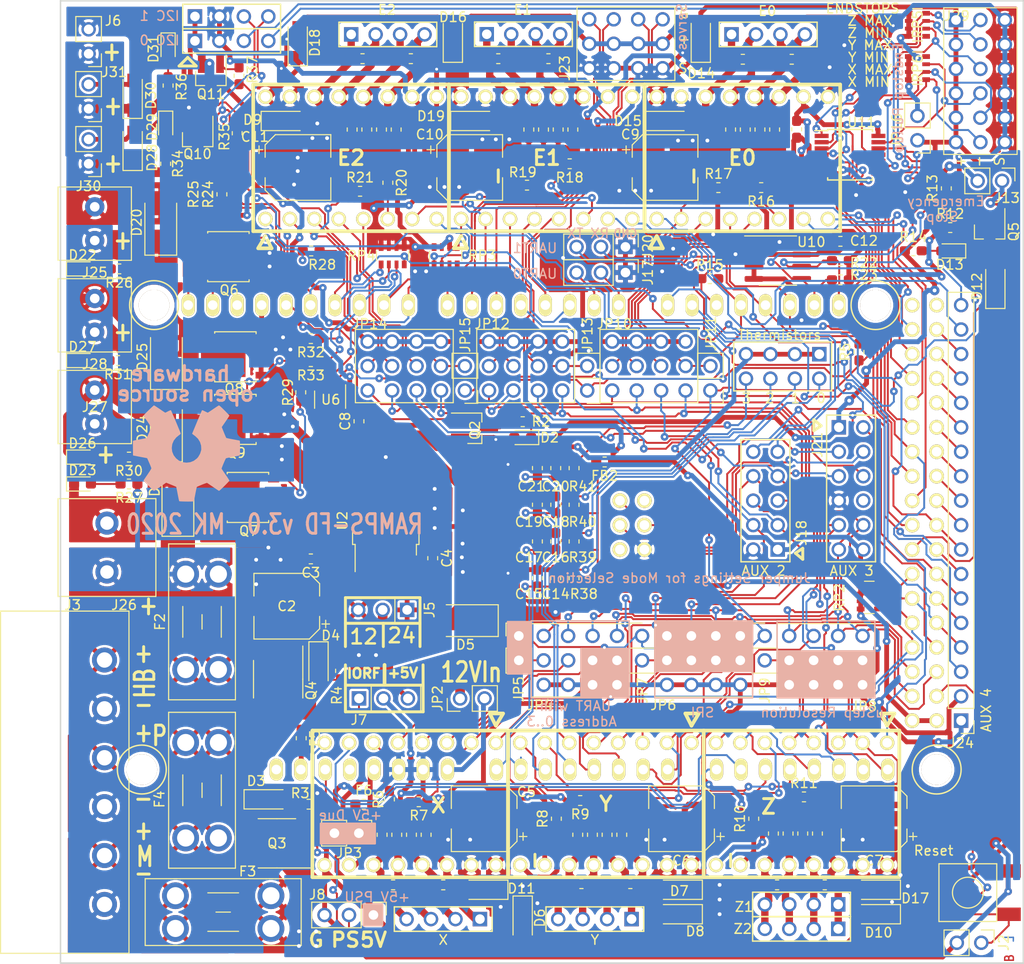
<source format=kicad_pcb>
(kicad_pcb (version 20171130) (host pcbnew 5.1.6)
  (layers (0 Front signal) (31 Back signal) (34 B.Paste user hide) (35 F.Paste user hide) (36 B.SilkS user) (37 F.SilkS user hide) (38 B.Mask user hide) (39 F.Mask user hide) (44 Edge.Cuts user))
  (net 0 "")
  (net 1 +12P)
  (net 2 +V_HEATBED)
  (net 3 +V_LOGIC)
  (net 4 +V_MOTOR)
  (net 5 +V_POWER)
  (net 6 /E0_EN_BUF)
  (net 7 /E1_EN_BUF)
  (net 8 /E2_EN_BUF)
  (net 9 "/Extra MOSFETs/P_FET5")
  (net 10 "/Extra MOSFETs/P_FET6")
  (net 11 "/Mosfet Outputs/D10_OUT")
  (net 12 "/Mosfet Outputs/D8_OUT")
  (net 13 "/Mosfet Outputs/D9_OUT")
  (net 14 "/Mosfet Outputs/FET4_OUT")
  (net 15 /Power/HB_IN)
  (net 16 /Power/LP_1)
  (net 17 /Power/LP_2)
  (net 18 /Power/MOT_IN)
  (net 19 /Power/P_IN)
  (net 20 /RESET)
  (net 21 "/Stepper Drivers 2/E0-1A")
  (net 22 "/Stepper Drivers 2/E0-1B")
  (net 23 "/Stepper Drivers 2/E0-2A")
  (net 24 "/Stepper Drivers 2/E0-2B")
  (net 25 "/Stepper Drivers 2/E1-1A")
  (net 26 "/Stepper Drivers 2/E1-1B")
  (net 27 "/Stepper Drivers 2/E1-2A")
  (net 28 "/Stepper Drivers 2/E1-2B")
  (net 29 "/Stepper Drivers 2/E2-1A")
  (net 30 "/Stepper Drivers 2/E2-1B")
  (net 31 "/Stepper Drivers 2/E2-2A")
  (net 32 "/Stepper Drivers 2/E2-2B")
  (net 33 "/Stepper Drivers/X-1A")
  (net 34 "/Stepper Drivers/X-1B")
  (net 35 "/Stepper Drivers/X-2A")
  (net 36 "/Stepper Drivers/X-2B")
  (net 37 "/Stepper Drivers/Y-1A")
  (net 38 "/Stepper Drivers/Y-1B")
  (net 39 "/Stepper Drivers/Y-2A")
  (net 40 "/Stepper Drivers/Y-2B")
  (net 41 "/Stepper Drivers/Z-1A")
  (net 42 "/Stepper Drivers/Z-1B")
  (net 43 "/Stepper Drivers/Z-2A")
  (net 44 "/Stepper Drivers/Z-2B")
  (net 45 /X_EN_BUF)
  (net 46 /Y_EN_BUF)
  (net 47 /Z_EN_BUF)
  (net 48 A4)
  (net 49 A5)
  (net 50 A6)
  (net 51 A7)
  (net 52 AD14)
  (net 53 AD15)
  (net 54 AM-VIN)
  (net 55 D10)
  (net 56 D11-FET4)
  (net 57 D12-FET5)
  (net 58 D13)
  (net 59 D2-FET6)
  (net 60 D23)
  (net 61 D25)
  (net 62 D27)
  (net 63 D29)
  (net 64 D31)
  (net 65 D32)
  (net 66 D33)
  (net 67 D35)
  (net 68 D37)
  (net 69 D41)
  (net 70 D43)
  (net 71 D47)
  (net 72 D49)
  (net 73 D50-MISO)
  (net 74 D51-MOSI)
  (net 75 D52-SCK)
  (net 76 D8)
  (net 77 D9)
  (net 78 DUE_5V)
  (net 79 E0_DIR)
  (net 80 E0_STEP)
  (net 81 ESTOP)
  (net 82 GNDA)
  (net 83 IOREF)
  (net 84 MISO)
  (net 85 MOSI)
  (net 86 MOT_GND)
  (net 87 PS-ON)
  (net 88 SCK)
  (net 89 SCL)
  (net 90 SCL1)
  (net 91 SDA)
  (net 92 SDA1)
  (net 93 SERVO1)
  (net 94 SERVO2)
  (net 95 SERVO3)
  (net 96 SERVO4)
  (net 97 SPI_CS1)
  (net 98 THERM0)
  (net 99 THERM1)
  (net 100 THERM2)
  (net 101 THERM3)
  (net 102 UART0_RX_LV)
  (net 103 UART0_TX_LV)
  (net 104 UART1_RX_LV)
  (net 105 UART1_TX_LV)
  (net 106 UART2_RX_LV)
  (net 107 UART2_TX_LV)
  (net 108 UART3_RX_LV)
  (net 109 UART3_TX_LV)
  (net 110 X-MAX)
  (net 111 X_DIR)
  (net 112 X_STEP)
  (net 113 Y-MAX)
  (net 114 Y-MIN)
  (net 115 Y_DIR)
  (net 116 Y_STEP)
  (net 117 Z-MAX)
  (net 118 Z-MIN)
  (net 119 Z_DIR)
  (net 120 Z_STEP)
  (net 121 GND)
  (net 122 AREF)
  (net 123 +5V)
  (net 124 "Net-(D22-Pad2)")
  (net 125 "Net-(D23-Pad2)")
  (net 126 "Net-(JP4-Pad2)")
  (net 127 "Net-(JP10-Pad11)")
  (net 128 "Net-(JP14-Pad11)")
  (net 129 "Net-(JP8-Pad8)")
  (net 130 "Net-(JP8-Pad5)")
  (net 131 "Net-(JP8-Pad2)")
  (net 132 "Net-(JP10-Pad8)")
  (net 133 "Net-(JP10-Pad5)")
  (net 134 "Net-(JP10-Pad2)")
  (net 135 "Net-(JP12-Pad2)")
  (net 136 "Net-(JP14-Pad8)")
  (net 137 "Net-(JP14-Pad5)")
  (net 138 "Net-(JP14-Pad2)")
  (net 139 "Net-(R8-Pad2)")
  (net 140 "Net-(R16-Pad2)")
  (net 141 "Net-(Q6-Pad4)")
  (net 142 D8_BUF)
  (net 143 X-MIN)
  (net 144 +3V3)
  (net 145 "Net-(D3-Pad2)")
  (net 146 "Net-(F4-Pad2)")
  (net 147 "Net-(D2-Pad1)")
  (net 148 "Net-(D4-Pad2)")
  (net 149 "Net-(D12-Pad2)")
  (net 150 "Net-(D13-Pad2)")
  (net 151 "Net-(D13-Pad1)")
  (net 152 "Net-(D26-Pad2)")
  (net 153 "Net-(D27-Pad2)")
  (net 154 "Net-(D29-Pad2)")
  (net 155 "Net-(D31-Pad2)")
  (net 156 "Net-(F3-Pad2)")
  (net 157 "Net-(F5-Pad1)")
  (net 158 "Net-(F6-Pad1)")
  (net 159 "Net-(J13-Pad2)")
  (net 160 "Net-(J21-Pad8)")
  (net 161 "Net-(J29-Pad17)")
  (net 162 "Net-(J29-Pad14)")
  (net 163 "Net-(J29-Pad11)")
  (net 164 "Net-(J29-Pad8)")
  (net 165 "Net-(J29-Pad5)")
  (net 166 "Net-(J29-Pad2)")
  (net 167 "Net-(JP4-Pad11)")
  (net 168 "Net-(JP4-Pad8)")
  (net 169 "Net-(JP4-Pad5)")
  (net 170 "Net-(JP6-Pad11)")
  (net 171 "Net-(JP6-Pad8)")
  (net 172 "Net-(JP6-Pad5)")
  (net 173 "Net-(JP6-Pad2)")
  (net 174 "Net-(JP8-Pad11)")
  (net 175 "Net-(JP12-Pad11)")
  (net 176 "Net-(JP12-Pad8)")
  (net 177 "Net-(JP12-Pad5)")
  (net 178 "Net-(JP16-Pad2)")
  (net 179 "Net-(Q2-Pad3)")
  (net 180 "Net-(Q7-Pad4)")
  (net 181 "Net-(Q8-Pad4)")
  (net 182 "Net-(Q9-Pad4)")
  (net 183 "Net-(Q10-Pad1)")
  (net 184 "Net-(Q11-Pad1)")
  (net 185 "Net-(R6-Pad2)")
  (net 186 "Net-(R10-Pad2)")
  (net 187 "Net-(R18-Pad2)")
  (net 188 "Net-(R20-Pad2)")
  (net 189 "Net-(RP5-Pad1)")
  (net 190 "Net-(RP6-Pad4)")
  (net 191 "Net-(SHIELD2-Pad5V_6)")
  (net 192 "Net-(SHIELD2-PadRST2)")
  (net 193 "Net-(SHIELD2-Pad5V_5)")
  (net 194 "Net-(SHIELD2-Pad5V_4)")
  (net 195 "Net-(SHIELD2-PadAREF)")
  (module NetTie:NetTie-2_SMD_Pad0.5mm (layer Front) (at 93.1164 94.2086)
    (fp_text reference NT1 hide)
    (fp_text value NetTie-2_SMD_Pad0.5mm hide)
    (fp_poly (pts (xy -0.5 -0.25) (xy 0.5 -0.25) (xy 0.5 0.25) (xy -0.5 0.25)) (layer Front) (width 0))
    (pad 2 smd circle (at 0.5 0) (size 0.5 0.5) (layers Front) (net 121 GND))
    (pad 1 smd circle (at -0.5 0) (size 0.5 0.5) (layers Front) (net 86 MOT_GND))
  )
  (module RAMPS-FD:PinHeader_1x02_P2.54mm_Vertical (layer Front) (at 141.324 54.073 180)
    (fp_text reference JP16 (at 2.132 0.987 90) (layer F.SilkS))
    (fp_text value 1x2JumperArray)
    (pad 2 thru_hole circle (at 0 2.54 180) (size 1.5 1.5) (drill 1) (layers *.Cu *.Mask) (net 178 "Net-(JP16-Pad2)"))
    (pad 1 thru_hole circle (at 0 0 180) (size 1.5 1.5) (drill 1) (layers *.Cu *.Mask) (net 123 +5V))
  )
  (module RAMPS-FD:PinHeader_1x02_P2.54mm_Vertical (layer Front) (at 94.324 80.073 180)
    (fp_text reference JP15 (at -0.037 5.778 90) (layer F.SilkS))
    (fp_text value 1x2JumperArray)
    (pad 2 thru_hole circle (at 0 2.54 180) (size 1.5 1.5) (drill 1) (layers *.Cu *.Mask) (net 128 "Net-(JP14-Pad11)"))
    (pad 1 thru_hole circle (at 0 0 180) (size 1.5 1.5) (drill 1) (layers *.Cu *.Mask) (net 106 UART2_RX_LV))
  )
  (module RAMPS-FD:PinHeader_1x02_P2.54mm_Vertical (layer Front) (at 107.024 80.073 180)
    (fp_text reference JP13 (at -0.037 5.778 90) (layer F.SilkS))
    (fp_text value 1x2JumperArray)
    (pad 2 thru_hole circle (at 0 2.54 180) (size 1.5 1.5) (drill 1) (layers *.Cu *.Mask) (net 175 "Net-(JP12-Pad11)"))
    (pad 1 thru_hole circle (at 0 0 180) (size 1.5 1.5) (drill 1) (layers *.Cu *.Mask) (net 106 UART2_RX_LV))
  )
  (module RAMPS-FD:PinHeader_1x02_P2.54mm_Vertical (layer Front) (at 119.824 80.073 180)
    (fp_text reference JP11 (at -0.064 5.905 90) (layer F.SilkS))
    (fp_text value 1x2JumperArray)
    (pad 2 thru_hole circle (at 0 2.54 180) (size 1.5 1.5) (drill 1) (layers *.Cu *.Mask) (net 127 "Net-(JP10-Pad11)"))
    (pad 1 thru_hole circle (at 0 0 180) (size 1.5 1.5) (drill 1) (layers *.Cu *.Mask) (net 104 UART1_RX_LV))
  )
  (module RAMPS-FD:PinHeader_1x02_P2.54mm_Vertical (layer Front) (at 125.464 105.573)
    (fp_text reference JP9 (at 0.012 5.679 90) (layer F.SilkS))
    (fp_text value 1x2JumperArray)
    (pad 2 thru_hole circle (at 0 2.54) (size 1.5 1.5) (drill 1) (layers *.Cu *.Mask) (net 174 "Net-(JP8-Pad11)"))
    (pad 1 thru_hole circle (at 0 0) (size 1.5 1.5) (drill 1) (layers *.Cu *.Mask) (net 104 UART1_RX_LV))
  )
  (module RAMPS-FD:PinHeader_1x02_P2.54mm_Vertical (layer Front) (at 112.724 105.573)
    (fp_text reference JP7 (at 0.052 5.679 90) (layer F.SilkS))
    (fp_text value 1x2JumperArray)
    (pad 2 thru_hole circle (at 0 2.54) (size 1.5 1.5) (drill 1) (layers *.Cu *.Mask) (net 170 "Net-(JP6-Pad11)"))
    (pad 1 thru_hole circle (at 0 0) (size 1.5 1.5) (drill 1) (layers *.Cu *.Mask) (net 104 UART1_RX_LV))
  )
  (module RAMPS-FD:PinHeader_1x02_P2.54mm_Vertical (layer Front) (at 99.924 105.573)
    (fp_text reference JP5 (at 0 5.552 90) (layer F.SilkS))
    (fp_text value 1x2JumperArray)
    (pad 2 thru_hole circle (at 0 2.54) (size 1.5 1.5) (drill 1) (layers *.Cu *.Mask) (net 167 "Net-(JP4-Pad11)"))
    (pad 1 thru_hole circle (at 0 0) (size 1.5 1.5) (drill 1) (layers *.Cu *.Mask) (net 104 UART1_RX_LV))
  )
  (module RAMPS-FD:PinHeader_1x02_P2.54mm_Vertical (layer Front) (at 83.312 126.073 270)
    (fp_text reference JP3 (at 2.07 1.016 180) (layer F.SilkS))
    (fp_text value 1x2JumperArray)
    (pad 2 thru_hole circle (at 0 2.54 270) (size 1.5 1.5) (drill 1) (layers *.Cu *.Mask) (net 123 +5V))
    (pad 1 thru_hole circle (at 0 0 270) (size 1.5 1.5) (drill 1) (layers *.Cu *.Mask) (net 158 "Net-(F6-Pad1)"))
  )
  (module RAMPS-FD:PinHeader_1x02_P2.54mm_Vertical (layer Front) (at 93.824 112.073 90)
    (fp_text reference JP2 (at 0 -2.33 90) (layer F.SilkS))
    (fp_text value 1x2JumperArray)
    (pad 2 thru_hole circle (at 0 2.54 90) (size 1.5 1.5) (drill 1) (layers *.Cu *.Mask) (net 54 AM-VIN))
    (pad 1 thru_hole circle (at 0 0 90) (size 1.5 1.5) (drill 1) (layers *.Cu *.Mask) (net 16 /Power/LP_1))
  )
  (module RAMPS-FD:CP_Elec_6.3x7.7 (layer Front) (at 136.824 124.573 180)
    (fp_text reference C7 (at 0 -4.35) (layer F.SilkS))
    (fp_text value 100u_35V)
    (pad 2 smd roundrect (at 2.7 0 180) (size 3.5 1.6) (layers Front F.Paste F.Mask) (roundrect_rratio 0.15625) (net 86 MOT_GND))
    (pad 1 smd roundrect (at -2.7 0 180) (size 3.5 1.6) (layers Front F.Paste F.Mask) (roundrect_rratio 0.15625) (net 4 +V_MOTOR))
  )
  (module RAMPS-FD:C_0603 (layer Front) (at 83.324 83.273 90)
    (fp_text reference C8 (at 0 -1.43 90) (layer F.SilkS))
    (fp_text value 100n)
    (pad 2 smd roundrect (at 0.875 0 90) (size 1.05 0.95) (layers Front F.Paste F.Mask) (net 121 GND))
    (pad 1 smd roundrect (at -0.875 0 90) (size 1.05 0.95) (layers Front F.Paste F.Mask) (net 123 +5V))
  )
  (module RAMPS-FD:CP_Elec_6.3x7.7 (layer Front) (at 76.9874 56.9)
    (fp_text reference C11 (at -4.4704 -3.179) (layer F.SilkS))
    (fp_text value 100u_35V)
    (pad 2 smd roundrect (at 2.7 0) (size 3.5 1.6) (layers Front F.Paste F.Mask) (roundrect_rratio 0.15625) (net 86 MOT_GND))
    (pad 1 smd roundrect (at -2.7 0) (size 3.5 1.6) (layers Front F.Paste F.Mask) (roundrect_rratio 0.15625) (net 4 +V_MOTOR))
  )
  (module RAMPS-FD:C_0603 (layer Front) (at 133.324 64.573)
    (fp_text reference C12 (at 2.439 -0.057) (layer F.SilkS))
    (fp_text value 100n)
    (pad 2 smd roundrect (at 0.875 0) (size 1.05 0.95) (layers Front F.Paste F.Mask) (net 121 GND))
    (pad 1 smd roundrect (at -0.875 0) (size 1.05 0.95) (layers Front F.Paste F.Mask) (net 3 +V_LOGIC))
  )
  (module RAMPS-FD:D_SOD-123F (layer Front) (at 73.787 122.555)
    (fp_text reference D3 (at -1.143 -1.905) (layer F.SilkS))
    (fp_text value KDZVTR11B)
    (pad 2 smd rect (at 1.55 0) (size 1.4 1.1) (layers Front F.Paste F.Mask) (net 145 "Net-(D3-Pad2)"))
    (pad 1 smd rect (at -1.55 0) (size 1.4 1.1) (layers Front F.Paste F.Mask) (net 4 +V_MOTOR))
  )
  (module RAMPS-FD:D_SMA (layer Front) (at 94.3864 103.9876 180)
    (fp_text reference D5 (at 0 -2.5) (layer F.SilkS))
    (fp_text value MRA4003T3G)
    (pad 2 smd rect (at 2 0 180) (size 2.5 2) (layers Front F.Paste F.Mask) (net 1 +12P))
    (pad 1 smd rect (at -2 0 180) (size 2.5 2) (layers Front F.Paste F.Mask) (net 16 /Power/LP_1))
  )
  (module RAMPS-FD:D_SOD-123F (layer Front) (at 116.586 131.953 180)
    (fp_text reference D7 (at 0 -0.127) (layer F.SilkS))
    (fp_text value SMF36CA)
    (pad 2 smd rect (at 1.55 0 180) (size 1.4 1.1) (layers Front F.Paste F.Mask) (net 86 MOT_GND))
    (pad 1 smd rect (at -1.55 0 180) (size 1.4 1.1) (layers Front F.Paste F.Mask) (net 4 +V_MOTOR))
  )
  (module RAMPS-FD:LED_0603 (layer Front) (at 144.6784 65.573 180)
    (fp_text reference D13 (at 0 -1.43) (layer F.SilkS))
    (fp_text value LED_0603_GREEN)
    (pad 2 smd roundrect (at 0.875 0 180) (size 1.05 0.95) (layers Front F.Paste F.Mask) (net 150 "Net-(D13-Pad2)"))
    (pad 1 smd roundrect (at -0.875 0 180) (size 1.05 0.95) (layers Front F.Paste F.Mask) (net 151 "Net-(D13-Pad1)"))
  )
  (module RAMPS-FD:D_SOD-123F (layer Front) (at 118.824 43.573 90)
    (fp_text reference D14 (at -3.544 0.048 180) (layer F.SilkS))
    (fp_text value DS110W)
    (pad 2 smd rect (at 1.55 0 90) (size 1.4 1.1) (layers Front F.Paste F.Mask) (net 123 +5V))
    (pad 1 smd rect (at -1.55 0 90) (size 1.4 1.1) (layers Front F.Paste F.Mask) (net 4 +V_MOTOR))
  )
  (module RAMPS-FD:LED_0603 (layer Front) (at 54.61 89.789)
    (fp_text reference D23 (at 0 -1.43) (layer F.SilkS))
    (fp_text value LED_0603_RED)
    (pad 2 smd roundrect (at 0.875 0) (size 1.05 0.95) (layers Front F.Paste F.Mask) (net 125 "Net-(D23-Pad2)"))
    (pad 1 smd roundrect (at -0.875 0) (size 1.05 0.95) (layers Front F.Paste F.Mask) (net 12 "/Mosfet Outputs/D8_OUT"))
  )
  (module RAMPS-FD:LED_0603 (layer Front) (at 54.61 86.995)
    (fp_text reference D26 (at 0 -1.43) (layer F.SilkS))
    (fp_text value LED_0603_RED)
    (pad 2 smd roundrect (at 0.875 0) (size 1.05 0.95) (layers Front F.Paste F.Mask) (net 152 "Net-(D26-Pad2)"))
    (pad 1 smd roundrect (at -0.875 0) (size 1.05 0.95) (layers Front F.Paste F.Mask) (net 13 "/Mosfet Outputs/D9_OUT"))
  )
  (module RAMPS-FD:D_SMA (layer Front) (at 63.324 84.073 90)
    (fp_text reference D24 (at 0 -2.5 90) (layer F.SilkS))
    (fp_text value MRA4003T3G)
    (pad 2 smd rect (at 2 0 90) (size 2.5 2) (layers Front F.Paste F.Mask) (net 13 "/Mosfet Outputs/D9_OUT"))
    (pad 1 smd rect (at -2 0 90) (size 2.5 2) (layers Front F.Paste F.Mask) (net 5 +V_POWER))
  )
  (module RAMPS-FD:D_SMA (layer Front) (at 64.516 91.821 90)
    (fp_text reference D21 (at 2.159 -2.413 90) (layer F.SilkS))
    (fp_text value MRA4003T3G)
    (pad 2 smd rect (at 2 0 90) (size 2.5 2) (layers Front F.Paste F.Mask) (net 12 "/Mosfet Outputs/D8_OUT"))
    (pad 1 smd rect (at -2 0 90) (size 2.5 2) (layers Front F.Paste F.Mask) (net 2 +V_HEATBED))
  )
  (module RAMPS-FD:LED_0603 (layer Front) (at 54.61 67.437)
    (fp_text reference D22 (at 0 -1.43) (layer F.SilkS))
    (fp_text value LED_0603_RED)
    (pad 2 smd roundrect (at 0.875 0) (size 1.05 0.95) (layers Front F.Paste F.Mask) (net 124 "Net-(D22-Pad2)"))
    (pad 1 smd roundrect (at -0.875 0) (size 1.05 0.95) (layers Front F.Paste F.Mask) (net 14 "/Mosfet Outputs/FET4_OUT"))
  )
  (module RAMPS-FD:LED_0603 (layer Front) (at 54.61 76.962)
    (fp_text reference D27 (at 0 -1.43) (layer F.SilkS))
    (fp_text value LED_0603_RED)
    (pad 2 smd roundrect (at 0.875 0) (size 1.05 0.95) (layers Front F.Paste F.Mask) (net 153 "Net-(D27-Pad2)"))
    (pad 1 smd roundrect (at -0.875 0) (size 1.05 0.95) (layers Front F.Paste F.Mask) (net 11 "/Mosfet Outputs/D10_OUT"))
  )
  (module RAMPS-FD:D_SOD-123F (layer Front) (at 137.16 131.953 180)
    (fp_text reference D17 (at -3.937 -0.889) (layer F.SilkS))
    (fp_text value SMF36CA)
    (pad 2 smd rect (at 1.55 0 180) (size 1.4 1.1) (layers Front F.Paste F.Mask) (net 86 MOT_GND))
    (pad 1 smd rect (at -1.55 0 180) (size 1.4 1.1) (layers Front F.Paste F.Mask) (net 4 +V_MOTOR))
  )
  (module RAMPS-FD:D_SOD-123F (layer Front) (at 115.443 52.07)
    (fp_text reference D15 (at -4.191 0) (layer F.SilkS))
    (fp_text value SMF36CA)
    (pad 2 smd rect (at 1.55 0) (size 1.4 1.1) (layers Front F.Paste F.Mask) (net 86 MOT_GND))
    (pad 1 smd rect (at -1.55 0) (size 1.4 1.1) (layers Front F.Paste F.Mask) (net 4 +V_MOTOR))
  )
  (module RAMPS-FD:D_SOD-123F (layer Front) (at 59.817 54.8132 90)
    (fp_text reference D28 (at -1.0668 2.032 90) (layer F.SilkS))
    (fp_text value 2CZ4007)
    (pad 2 smd rect (at 1.55 0 90) (size 1.4 1.1) (layers Front F.Paste F.Mask) (net 9 "/Extra MOSFETs/P_FET5"))
    (pad 1 smd rect (at -1.55 0 90) (size 1.4 1.1) (layers Front F.Paste F.Mask) (net 1 +12P))
  )
  (module RAMPS-FD:D_SOD-123F (layer Front) (at 59.817 49.403 90)
    (fp_text reference D30 (at 0 1.905 90) (layer F.SilkS))
    (fp_text value 2CZ4007)
    (pad 2 smd rect (at 1.55 0 90) (size 1.4 1.1) (layers Front F.Paste F.Mask) (net 10 "/Extra MOSFETs/P_FET6"))
    (pad 1 smd rect (at -1.55 0 90) (size 1.4 1.1) (layers Front F.Paste F.Mask) (net 1 +12P))
  )
  (module RAMPS-FD:R_0603 (layer Front) (at 77.324 116.205 270)
    (fp_text reference F5 (at 0 -1.43 90) (layer F.SilkS))
    (fp_text value FUSE_750mA_0603)
    (pad 2 smd roundrect (at 0.875 0 270) (size 1.05 0.95) (layers Front F.Paste F.Mask) (net 83 IOREF))
    (pad 1 smd roundrect (at -0.875 0 270) (size 1.05 0.95) (layers Front F.Paste F.Mask) (net 157 "Net-(F5-Pad1)"))
  )
  (module RAMPS-FD:Fuseholder_Blade_Mini_Keystone_3568 (layer Front) (at 65.324 126.573 90)
    (fp_text reference F4 (at 4.018 -2.713 90) (layer F.SilkS))
    (fp_text value Keystone_3568)
    (pad 2 thru_hole circle (at 9.92 3.4 90) (size 2.78 2.78) (drill 1.78) (layers *.Cu *.Mask) (net 146 "Net-(F4-Pad2)"))
    (pad 2 thru_hole circle (at 9.92 0 90) (size 2.78 2.78) (drill 1.78) (layers *.Cu *.Mask) (net 146 "Net-(F4-Pad2)"))
    (pad 1 thru_hole circle (at 0 3.4 90) (size 2.78 2.78) (drill 1.78) (layers *.Cu *.Mask) (net 19 /Power/P_IN))
    (pad 1 thru_hole circle (at 0 0 90) (size 2.78 2.78) (drill 1.78) (layers *.Cu *.Mask) (net 19 /Power/P_IN))
  )
  (module RAMPS-FD:PinHeader_1x03_P2.54mm_Vertical (layer Front) (at 84.824 134.573 270)
    (fp_text reference J8 (at -2.112 5.83 180) (layer F.SilkS))
    (fp_text value 1x3PinHeader)
    (pad 3 thru_hole circle (at 0 5.08 270) (size 1.5 1.5) (drill 1) (layers *.Cu *.Mask) (net 121 GND))
    (pad 2 thru_hole circle (at 0 2.54 270) (size 1.5 1.5) (drill 1) (layers *.Cu *.Mask) (net 87 PS-ON))
    (pad 1 thru_hole rect (at 0 0 270) (size 1.5 1.5) (drill 1) (layers *.Cu *.Mask) (net 123 +5V))
  )
  (module RAMPS-FD:PinHeader_1x03_P2.54mm_Vertical (layer Front) (at 88.324 102.87 270)
    (fp_text reference J5 (at 0 -2.33 90) (layer F.SilkS))
    (fp_text value 1x3JumperArray)
    (pad 3 thru_hole circle (at 0 5.08 270) (size 1.5 1.5) (drill 1) (layers *.Cu *.Mask) (net 5 +V_POWER))
    (pad 2 thru_hole circle (at 0 2.54 270) (size 1.5 1.5) (drill 1) (layers *.Cu *.Mask) (net 1 +12P))
    (pad 1 thru_hole rect (at 0 0 270) (size 1.5 1.5) (drill 1) (layers *.Cu *.Mask) (net 17 /Power/LP_2))
  )
  (module RAMPS-FD:6x1_P508_RA (layer Front) (at 56.896 120.777)
    (fp_text reference J3 (at -3.302 -18.415) (layer F.SilkS))
    (fp_text value 6_PinScrewPlugableTerminal_P508)
    (pad 1 thru_hole circle (at 0 -12.7) (size 2.6 2.6) (drill 1.6) (layers *.Cu *.Mask) (net 15 /Power/HB_IN))
    (pad 6 thru_hole circle (at 0 12.7) (size 2.6 2.6) (drill 1.6) (layers *.Cu *.Mask) (net 86 MOT_GND))
    (pad 5 thru_hole circle (at 0 7.62) (size 2.6 2.6) (drill 1.6) (layers *.Cu *.Mask) (net 18 /Power/MOT_IN))
    (pad 2 thru_hole circle (at 0 -7.62) (size 2.6 2.6) (drill 1.6) (layers *.Cu *.Mask) (net 86 MOT_GND))
    (pad 4 thru_hole circle (at 0 2.54) (size 2.6 2.6) (drill 1.6) (layers *.Cu *.Mask) (net 86 MOT_GND))
    (pad 3 thru_hole circle (at 0 -2.54) (size 2.6 2.6) (drill 1.6) (layers *.Cu *.Mask) (net 19 /Power/P_IN))
  )
  (module RAMPS-FD:PinHeader_1x02_P2.54mm_Vertical (layer Front) (at 55.245 45.085 180)
    (fp_text reference J6 (at -2.54 3.429) (layer F.SilkS))
    (fp_text value 2x1PinHeader)
    (pad 2 thru_hole circle (at 0 2.54 180) (size 1.5 1.5) (drill 1) (layers *.Cu *.Mask) (net 121 GND))
    (pad 1 thru_hole circle (at 0 0 180) (size 1.5 1.5) (drill 1) (layers *.Cu *.Mask) (net 1 +12P))
  )
  (module RAMPS-FD:PinHeader_1x03_P2.54mm_Vertical (layer Front) (at 110.998 65.151 270)
    (fp_text reference J20 (at 0 -2.33 90) (layer F.SilkS))
    (fp_text value 1x3PinHeader)
    (pad 3 thru_hole circle (at 0 5.08 270) (size 1.5 1.5) (drill 1) (layers *.Cu *.Mask) (net 105 UART1_TX_LV))
    (pad 2 thru_hole circle (at 0 2.54 270) (size 1.5 1.5) (drill 1) (layers *.Cu *.Mask) (net 104 UART1_RX_LV))
    (pad 1 thru_hole rect (at 0 0 270) (size 1.5 1.5) (drill 1) (layers *.Cu *.Mask) (net 121 GND))
  )
  (module RAMPS-FD:pin_header_2.54mm_1x4 (layer Front) (at 92.074 135.001 180)
    (fp_text reference J9 hide)
    (fp_text value 1x4PinHeader hide)
    (pad 4 thru_hole circle (at 3.81 0 180) (size 1.5 1.5) (drill 1) (layers *.Cu *.Mask) (net 34 "/Stepper Drivers/X-1B"))
    (pad 3 thru_hole circle (at 1.27 0 180) (size 1.5 1.5) (drill 1) (layers *.Cu *.Mask) (net 33 "/Stepper Drivers/X-1A"))
    (pad 2 thru_hole circle (at -1.27 0 180) (size 1.5 1.5) (drill 1) (layers *.Cu *.Mask) (net 35 "/Stepper Drivers/X-2A"))
    (pad 1 thru_hole rect (at -3.81 0 180) (size 1.5 1.5) (drill 1) (layers *.Cu *.Mask) (net 36 "/Stepper Drivers/X-2B"))
  )
  (module RAMPS-FD:PinHeader_1x02_P2.54mm_Vertical (layer Front) (at 150.114 58.293 270)
    (fp_text reference J13 (at 1.778 -0.508 180) (layer F.SilkS))
    (fp_text value 2x1PinHeader)
    (pad 2 thru_hole circle (at 0 2.54 270) (size 1.5 1.5) (drill 1) (layers *.Cu *.Mask) (net 159 "Net-(J13-Pad2)"))
    (pad 1 thru_hole circle (at 0 0 270) (size 1.5 1.5) (drill 1) (layers *.Cu *.Mask) (net 149 "Net-(D12-Pad2)"))
  )
  (module RAMPS-FD:pin_header_2.54mm_1x4 (layer Front) (at 100.4062 43.053)
    (fp_text reference J15 hide)
    (fp_text value 1x4PinHeader hide)
    (pad 4 thru_hole circle (at 3.81 0) (size 1.5 1.5) (drill 1) (layers *.Cu *.Mask) (net 26 "/Stepper Drivers 2/E1-1B"))
    (pad 3 thru_hole circle (at 1.27 0) (size 1.5 1.5) (drill 1) (layers *.Cu *.Mask) (net 25 "/Stepper Drivers 2/E1-1A"))
    (pad 2 thru_hole circle (at -1.27 0) (size 1.5 1.5) (drill 1) (layers *.Cu *.Mask) (net 27 "/Stepper Drivers 2/E1-2A"))
    (pad 1 thru_hole rect (at -3.81 0) (size 1.5 1.5) (drill 1) (layers *.Cu *.Mask) (net 28 "/Stepper Drivers 2/E1-2B"))
  )
  (module RAMPS-FD:pin_header_2.54mm_1x4 (layer Front) (at 125.824 43.073)
    (fp_text reference J14 hide)
    (fp_text value 1x4PinHeader hide)
    (pad 4 thru_hole circle (at 3.81 0) (size 1.5 1.5) (drill 1) (layers *.Cu *.Mask) (net 22 "/Stepper Drivers 2/E0-1B"))
    (pad 3 thru_hole circle (at 1.27 0) (size 1.5 1.5) (drill 1) (layers *.Cu *.Mask) (net 21 "/Stepper Drivers 2/E0-1A"))
    (pad 2 thru_hole circle (at -1.27 0) (size 1.5 1.5) (drill 1) (layers *.Cu *.Mask) (net 23 "/Stepper Drivers 2/E0-2A"))
    (pad 1 thru_hole rect (at -3.81 0) (size 1.5 1.5) (drill 1) (layers *.Cu *.Mask) (net 24 "/Stepper Drivers 2/E0-2B"))
  )
  (module RAMPS-FD:4x3_2.54mm_Header (layer Front) (at 107.2388 46.5836 90)
    (fp_text reference J23 (at 0 -2.54 90) (layer F.SilkS))
    (fp_text value 3x4PinHeader)
    (pad 12 thru_hole circle (at 5.08 7.62 90) (size 1.5 1.5) (drill 1) (layers *.Cu *.Mask) (net 96 SERVO4))
    (pad 11 thru_hole circle (at 2.54 7.62 90) (size 1.5 1.5) (drill 1) (layers *.Cu *.Mask) (net 123 +5V))
    (pad 10 thru_hole circle (at 0 7.62 90) (size 1.5 1.5) (drill 1) (layers *.Cu *.Mask) (net 121 GND))
    (pad 9 thru_hole circle (at 5.08 5.08 90) (size 1.5 1.5) (drill 1) (layers *.Cu *.Mask) (net 95 SERVO3))
    (pad 8 thru_hole circle (at 2.54 5.08 90) (size 1.5 1.5) (drill 1) (layers *.Cu *.Mask) (net 123 +5V))
    (pad 7 thru_hole circle (at 0 5.08 90) (size 1.5 1.5) (drill 1) (layers *.Cu *.Mask) (net 121 GND))
    (pad 6 thru_hole circle (at 5.08 2.54 90) (size 1.5 1.5) (drill 1) (layers *.Cu *.Mask) (net 94 SERVO2))
    (pad 5 thru_hole circle (at 2.54 2.54 90) (size 1.5 1.5) (drill 1) (layers *.Cu *.Mask) (net 123 +5V))
    (pad 4 thru_hole circle (at 0 2.54 90) (size 1.5 1.5) (drill 1) (layers *.Cu *.Mask) (net 121 GND))
    (pad 3 thru_hole circle (at 5.08 0 90) (size 1.5 1.5) (drill 1) (layers *.Cu *.Mask) (net 93 SERVO1))
    (pad 2 thru_hole circle (at 2.54 0 90) (size 1.5 1.5) (drill 1) (layers *.Cu *.Mask) (net 123 +5V))
    (pad 1 thru_hole circle (at 0 0 90) (size 1.5 1.5) (drill 1) (layers *.Cu *.Mask) (net 121 GND))
  )
  (module RAMPS-FD:pin_header_2.54mm_1x4 (layer Front) (at 70.0986 41.2062)
    (fp_text reference J22 hide)
    (fp_text value 1x4PinHeader hide)
    (pad 4 thru_hole circle (at 3.81 0) (size 1.5 1.5) (drill 1) (layers *.Cu *.Mask) (net 90 SCL1))
    (pad 3 thru_hole circle (at 1.27 0) (size 1.5 1.5) (drill 1) (layers *.Cu *.Mask) (net 92 SDA1))
    (pad 2 thru_hole circle (at -1.27 0) (size 1.5 1.5) (drill 1) (layers *.Cu *.Mask) (net 121 GND))
    (pad 1 thru_hole rect (at -3.81 0) (size 1.5 1.5) (drill 1) (layers *.Cu *.Mask) (net 3 +V_LOGIC))
  )
  (module RAMPS-FD:pin_header_2.54mm_2x5 (layer Front) (at 125.54 91.52 90)
    (fp_text reference J18 (at -3.349 3.746 90) (layer F.SilkS))
    (fp_text value 2x5PinHeader hide)
    (pad 10 thru_hole circle (at 5.08 -1.27 90) (size 1.5 1.5) (drill 1) (layers *.Cu *.Mask) (net 108 UART3_RX_LV))
    (pad 8 thru_hole circle (at 2.54 -1.27 90) (size 1.5 1.5) (drill 1) (layers *.Cu *.Mask) (net 53 AD15))
    (pad 6 thru_hole circle (at 0 -1.27 90) (size 1.5 1.5) (drill 1) (layers *.Cu *.Mask) (net 51 A7))
    (pad 4 thru_hole circle (at -2.54 -1.27 90) (size 1.5 1.5) (drill 1) (layers *.Cu *.Mask) (net 49 A5))
    (pad 2 thru_hole circle (at -5.08 -1.27 90) (size 1.5 1.5) (drill 1) (layers *.Cu *.Mask) (net 121 GND))
    (pad 9 thru_hole circle (at 5.08 1.27 90) (size 1.5 1.5) (drill 1) (layers *.Cu *.Mask) (net 109 UART3_TX_LV))
    (pad 7 thru_hole circle (at 2.54 1.27 90) (size 1.5 1.5) (drill 1) (layers *.Cu *.Mask) (net 52 AD14))
    (pad 5 thru_hole circle (at 0 1.27 90) (size 1.5 1.5) (drill 1) (layers *.Cu *.Mask) (net 50 A6))
    (pad 3 thru_hole circle (at -2.54 1.27 90) (size 1.5 1.5) (drill 1) (layers *.Cu *.Mask) (net 48 A4))
    (pad 1 thru_hole rect (at -5.08 1.27 90) (size 1.5 1.5) (drill 1) (layers *.Cu *.Mask) (net 3 +V_LOGIC))
  )
  (module RAMPS-FD:pin_header_2.54mm_2x6 (layer Front) (at 134.43 90.25 270)
    (fp_text reference J21 (at -4.525 3.493 90) (layer F.SilkS))
    (fp_text value 2x6PinHeader hide)
    (pad 12 thru_hole circle (at 6.35 -1.27 270) (size 1.5 1.5) (drill 1) (layers *.Cu *.Mask) (net 3 +V_LOGIC))
    (pad 10 thru_hole circle (at 3.81 -1.27 270) (size 1.5 1.5) (drill 1) (layers *.Cu *.Mask) (net 74 D51-MOSI))
    (pad 8 thru_hole circle (at 1.27 -1.27 270) (size 1.5 1.5) (drill 1) (layers *.Cu *.Mask) (net 160 "Net-(J21-Pad8)"))
    (pad 6 thru_hole circle (at -1.27 -1.27 270) (size 1.5 1.5) (drill 1) (layers *.Cu *.Mask) (net 97 SPI_CS1))
    (pad 4 thru_hole circle (at -3.81 -1.27 270) (size 1.5 1.5) (drill 1) (layers *.Cu *.Mask) (net 85 MOSI))
    (pad 2 thru_hole circle (at -6.35 -1.27 270) (size 1.5 1.5) (drill 1) (layers *.Cu *.Mask) (net 72 D49))
    (pad 11 thru_hole circle (at 6.35 1.27 270) (size 1.5 1.5) (drill 1) (layers *.Cu *.Mask) (net 75 D52-SCK))
    (pad 9 thru_hole circle (at 3.81 1.27 270) (size 1.5 1.5) (drill 1) (layers *.Cu *.Mask) (net 73 D50-MISO))
    (pad 7 thru_hole circle (at 1.27 1.27 270) (size 1.5 1.5) (drill 1) (layers *.Cu *.Mask) (net 121 GND))
    (pad 5 thru_hole circle (at -1.27 1.27 270) (size 1.5 1.5) (drill 1) (layers *.Cu *.Mask) (net 88 SCK))
    (pad 3 thru_hole circle (at -3.81 1.27 270) (size 1.5 1.5) (drill 1) (layers *.Cu *.Mask) (net 84 MISO))
    (pad 1 thru_hole rect (at -6.35 1.27 270) (size 1.5 1.5) (drill 1) (layers *.Cu *.Mask) (net 123 +5V))
  )
  (module RAMPS-FD:PinHeader_1x18_P2.54mm_Vertical (layer Front) (at 145.86 114.38 180)
    (fp_text reference J24 (at 0 -2.33) (layer F.SilkS))
    (fp_text value 1x18PinHeader)
    (pad 18 thru_hole circle (at 0 43.18 180) (size 1.5 1.5) (drill 1) (layers *.Cu *.Mask) (net 107 UART2_TX_LV))
    (pad 17 thru_hole circle (at 0 40.64 180) (size 1.5 1.5) (drill 1) (layers *.Cu *.Mask) (net 106 UART2_RX_LV))
    (pad 16 thru_hole circle (at 0 38.1 180) (size 1.5 1.5) (drill 1) (layers *.Cu *.Mask) (net 60 D23))
    (pad 15 thru_hole circle (at 0 35.56 180) (size 1.5 1.5) (drill 1) (layers *.Cu *.Mask) (net 61 D25))
    (pad 14 thru_hole circle (at 0 33.02 180) (size 1.5 1.5) (drill 1) (layers *.Cu *.Mask) (net 62 D27))
    (pad 13 thru_hole circle (at 0 30.48 180) (size 1.5 1.5) (drill 1) (layers *.Cu *.Mask) (net 63 D29))
    (pad 12 thru_hole circle (at 0 27.94 180) (size 1.5 1.5) (drill 1) (layers *.Cu *.Mask) (net 64 D31))
    (pad 11 thru_hole circle (at 0 25.4 180) (size 1.5 1.5) (drill 1) (layers *.Cu *.Mask) (net 66 D33))
    (pad 10 thru_hole circle (at 0 22.86 180) (size 1.5 1.5) (drill 1) (layers *.Cu *.Mask) (net 67 D35))
    (pad 9 thru_hole circle (at 0 20.32 180) (size 1.5 1.5) (drill 1) (layers *.Cu *.Mask) (net 68 D37))
    (pad 8 thru_hole circle (at 0 17.78 180) (size 1.5 1.5) (drill 1) (layers *.Cu *.Mask) (net 7 /E1_EN_BUF))
    (pad 7 thru_hole circle (at 0 15.24 180) (size 1.5 1.5) (drill 1) (layers *.Cu *.Mask) (net 69 D41))
    (pad 6 thru_hole circle (at 0 12.7 180) (size 1.5 1.5) (drill 1) (layers *.Cu *.Mask) (net 70 D43))
    (pad 5 thru_hole circle (at 0 10.16 180) (size 1.5 1.5) (drill 1) (layers *.Cu *.Mask) (net 8 /E2_EN_BUF))
    (pad 4 thru_hole circle (at 0 7.62 180) (size 1.5 1.5) (drill 1) (layers *.Cu *.Mask) (net 71 D47))
    (pad 3 thru_hole circle (at 0 5.08 180) (size 1.5 1.5) (drill 1) (layers *.Cu *.Mask) (net 65 D32))
    (pad 2 thru_hole circle (at 0 2.54 180) (size 1.5 1.5) (drill 1) (layers *.Cu *.Mask) (net 121 GND))
    (pad 1 thru_hole rect (at 0 0 180) (size 1.5 1.5) (drill 1) (layers *.Cu *.Mask) (net 3 +V_LOGIC))
  )
  (module RAMPS-FD:2x1_P508 (layer Front) (at 57.15 96.393 180)
    (fp_text reference J26 (at -1.778 -5.969) (layer F.SilkS))
    (fp_text value 2_PinScrewTerminal_P508)
    (pad 2 thru_hole circle (at 0 2.54 180) (size 2.4 2.4) (drill 1.4) (layers *.Cu *.Mask) (net 12 "/Mosfet Outputs/D8_OUT"))
    (pad 1 thru_hole circle (at 0 -2.54 180) (size 2.4 2.4) (drill 1.4) (layers *.Cu *.Mask) (net 2 +V_HEATBED))
  )
  (module RAMPS-FD:2x1_P350 (layer Front) (at 55.88 62.738 180)
    (fp_text reference J25 (at 0 -5.08) (layer F.SilkS))
    (fp_text value 2_PinScrewTerminal_P350)
    (pad 2 thru_hole circle (at 0 1.75 180) (size 2 2) (drill 1) (layers *.Cu *.Mask) (net 14 "/Mosfet Outputs/FET4_OUT"))
    (pad 1 thru_hole circle (at 0 -1.75 180) (size 2 2) (drill 1) (layers *.Cu *.Mask) (net 5 +V_POWER))
  )
  (module RAMPS-FD:2x1_P350 (layer Front) (at 55.88 72.263 180)
    (fp_text reference J28 (at 0 -5.08) (layer F.SilkS))
    (fp_text value 2_PinScrewTerminal_P350)
    (pad 2 thru_hole circle (at 0 1.75 180) (size 2 2) (drill 1) (layers *.Cu *.Mask) (net 11 "/Mosfet Outputs/D10_OUT"))
    (pad 1 thru_hole circle (at 0 -1.75 180) (size 2 2) (drill 1) (layers *.Cu *.Mask) (net 5 +V_POWER))
  )
  (module RAMPS-FD:6x3_2.54mm_Header (layer Front) (at 145.324 41.573)
    (fp_text reference J29 (at 0.091 -0.425) (layer F.SilkS))
    (fp_text value 3x6PinHeader)
    (pad 18 thru_hole circle (at 5.08 12.7) (size 1.5 1.5) (drill 1) (layers *.Cu *.Mask) (net 121 GND))
    (pad 17 thru_hole circle (at 2.54 12.7) (size 1.5 1.5) (drill 1) (layers *.Cu *.Mask) (net 161 "Net-(J29-Pad17)"))
    (pad 16 thru_hole circle (at 0 12.7) (size 1.5 1.5) (drill 1) (layers *.Cu *.Mask) (net 123 +5V))
    (pad 15 thru_hole circle (at 5.08 10.16) (size 1.5 1.5) (drill 1) (layers *.Cu *.Mask) (net 121 GND))
    (pad 14 thru_hole circle (at 2.54 10.16) (size 1.5 1.5) (drill 1) (layers *.Cu *.Mask) (net 162 "Net-(J29-Pad14)"))
    (pad 13 thru_hole circle (at 0 10.16) (size 1.5 1.5) (drill 1) (layers *.Cu *.Mask) (net 123 +5V))
    (pad 12 thru_hole circle (at 5.08 7.62) (size 1.5 1.5) (drill 1) (layers *.Cu *.Mask) (net 121 GND))
    (pad 11 thru_hole circle (at 2.54 7.62) (size 1.5 1.5) (drill 1) (layers *.Cu *.Mask) (net 163 "Net-(J29-Pad11)"))
    (pad 10 thru_hole circle (at 0 7.62) (size 1.5 1.5) (drill 1) (layers *.Cu *.Mask) (net 123 +5V))
    (pad 9 thru_hole circle (at 5.08 5.08) (size 1.5 1.5) (drill 1) (layers *.Cu *.Mask) (net 121 GND))
    (pad 8 thru_hole circle (at 2.54 5.08) (size 1.5 1.5) (drill 1) (layers *.Cu *.Mask) (net 164 "Net-(J29-Pad8)"))
    (pad 7 thru_hole circle (at 0 5.08) (size 1.5 1.5) (drill 1) (layers *.Cu *.Mask) (net 123 +5V))
    (pad 6 thru_hole circle (at 5.08 2.54) (size 1.5 1.5) (drill 1) (layers *.Cu *.Mask) (net 121 GND))
    (pad 5 thru_hole circle (at 2.54 2.54) (size 1.5 1.5) (drill 1) (layers *.Cu *.Mask) (net 165 "Net-(J29-Pad5)"))
    (pad 4 thru_hole circle (at 0 2.54) (size 1.5 1.5) (drill 1) (layers *.Cu *.Mask) (net 123 +5V))
    (pad 3 thru_hole circle (at 5.08 0) (size 1.5 1.5) (drill 1) (layers *.Cu *.Mask) (net 121 GND))
    (pad 2 thru_hole circle (at 2.54 0) (size 1.5 1.5) (drill 1) (layers *.Cu *.Mask) (net 166 "Net-(J29-Pad2)"))
    (pad 1 thru_hole rect (at 0 0) (size 1.5 1.5) (drill 1) (layers *.Cu *.Mask) (net 123 +5V))
  )
  (module RAMPS-FD:PinHeader_1x02_P2.54mm_Vertical (layer Front) (at 55.245 56.515 180)
    (fp_text reference J30 (at 0 -2.33) (layer F.SilkS))
    (fp_text value 2x1PinHeader)
    (pad 2 thru_hole circle (at 0 2.54 180) (size 1.5 1.5) (drill 1) (layers *.Cu *.Mask) (net 9 "/Extra MOSFETs/P_FET5"))
    (pad 1 thru_hole circle (at 0 0 180) (size 1.5 1.5) (drill 1) (layers *.Cu *.Mask) (net 1 +12P))
  )
  (module RAMPS-FD:4x3_2.54mm_Header (layer Front) (at 122.924 105.573 270)
    (fp_text reference JP6 (at 7.203 7.989 180) (layer F.SilkS))
    (fp_text value 4x3JumperArray)
    (pad 12 thru_hole circle (at 5.08 7.62 270) (size 1.5 1.5) (drill 1) (layers *.Cu *.Mask) (net 3 +V_LOGIC))
    (pad 11 thru_hole circle (at 2.54 7.62 270) (size 1.5 1.5) (drill 1) (layers *.Cu *.Mask) (net 170 "Net-(JP6-Pad11)"))
    (pad 10 thru_hole circle (at 0 7.62 270) (size 1.5 1.5) (drill 1) (layers *.Cu *.Mask) (net 73 D50-MISO))
    (pad 9 thru_hole circle (at 5.08 5.08 270) (size 1.5 1.5) (drill 1) (layers *.Cu *.Mask) (net 3 +V_LOGIC))
    (pad 8 thru_hole circle (at 2.54 5.08 270) (size 1.5 1.5) (drill 1) (layers *.Cu *.Mask) (net 171 "Net-(JP6-Pad8)"))
    (pad 7 thru_hole circle (at 0 5.08 270) (size 1.5 1.5) (drill 1) (layers *.Cu *.Mask) (net 51 A7))
    (pad 6 thru_hole circle (at 5.08 2.54 270) (size 1.5 1.5) (drill 1) (layers *.Cu *.Mask) (net 3 +V_LOGIC))
    (pad 5 thru_hole circle (at 2.54 2.54 270) (size 1.5 1.5) (drill 1) (layers *.Cu *.Mask) (net 172 "Net-(JP6-Pad5)"))
    (pad 4 thru_hole circle (at 0 2.54 270) (size 1.5 1.5) (drill 1) (layers *.Cu *.Mask) (net 75 D52-SCK))
    (pad 3 thru_hole circle (at 5.08 0 270) (size 1.5 1.5) (drill 1) (layers *.Cu *.Mask) (net 3 +V_LOGIC))
    (pad 2 thru_hole circle (at 2.54 0 270) (size 1.5 1.5) (drill 1) (layers *.Cu *.Mask) (net 173 "Net-(JP6-Pad2)"))
    (pad 1 thru_hole circle (at 0 0 270) (size 1.5 1.5) (drill 1) (layers *.Cu *.Mask) (net 74 D51-MOSI))
  )
  (module RAMPS-FD:4x3_2.54mm_Header (layer Front) (at 96.824 80.073 90)
    (fp_text reference JP12 (at 6.921 0.331 180) (layer F.SilkS))
    (fp_text value 4x3JumperArray)
    (pad 12 thru_hole circle (at 5.08 7.62 90) (size 1.5 1.5) (drill 1) (layers *.Cu *.Mask) (net 3 +V_LOGIC))
    (pad 11 thru_hole circle (at 2.54 7.62 90) (size 1.5 1.5) (drill 1) (layers *.Cu *.Mask) (net 175 "Net-(JP12-Pad11)"))
    (pad 10 thru_hole circle (at 0 7.62 90) (size 1.5 1.5) (drill 1) (layers *.Cu *.Mask) (net 73 D50-MISO))
    (pad 9 thru_hole circle (at 5.08 5.08 90) (size 1.5 1.5) (drill 1) (layers *.Cu *.Mask) (net 3 +V_LOGIC))
    (pad 8 thru_hole circle (at 2.54 5.08 90) (size 1.5 1.5) (drill 1) (layers *.Cu *.Mask) (net 176 "Net-(JP12-Pad8)"))
    (pad 7 thru_hole circle (at 0 5.08 90) (size 1.5 1.5) (drill 1) (layers *.Cu *.Mask) (net 49 A5))
    (pad 6 thru_hole circle (at 5.08 2.54 90) (size 1.5 1.5) (drill 1) (layers *.Cu *.Mask) (net 3 +V_LOGIC))
    (pad 5 thru_hole circle (at 2.54 2.54 90) (size 1.5 1.5) (drill 1) (layers *.Cu *.Mask) (net 177 "Net-(JP12-Pad5)"))
    (pad 4 thru_hole circle (at 0 2.54 90) (size 1.5 1.5) (drill 1) (layers *.Cu *.Mask) (net 75 D52-SCK))
    (pad 3 thru_hole circle (at 5.08 0 90) (size 1.5 1.5) (drill 1) (layers *.Cu *.Mask) (net 3 +V_LOGIC))
    (pad 2 thru_hole circle (at 2.54 0 90) (size 1.5 1.5) (drill 1) (layers *.Cu *.Mask) (net 135 "Net-(JP12-Pad2)"))
    (pad 1 thru_hole circle (at 0 0 90) (size 1.5 1.5) (drill 1) (layers *.Cu *.Mask) (net 74 D51-MOSI))
  )
  (module RAMPS-FD:4x3_2.54mm_Header (layer Front) (at 109.624 80.073 90)
    (fp_text reference JP10 (at 6.921 0.231 180) (layer F.SilkS))
    (fp_text value 4x3JumperArray)
    (pad 12 thru_hole circle (at 5.08 7.62 90) (size 1.5 1.5) (drill 1) (layers *.Cu *.Mask) (net 3 +V_LOGIC))
    (pad 11 thru_hole circle (at 2.54 7.62 90) (size 1.5 1.5) (drill 1) (layers *.Cu *.Mask) (net 127 "Net-(JP10-Pad11)"))
    (pad 10 thru_hole circle (at 0 7.62 90) (size 1.5 1.5) (drill 1) (layers *.Cu *.Mask) (net 73 D50-MISO))
    (pad 9 thru_hole circle (at 5.08 5.08 90) (size 1.5 1.5) (drill 1) (layers *.Cu *.Mask) (net 3 +V_LOGIC))
    (pad 8 thru_hole circle (at 2.54 5.08 90) (size 1.5 1.5) (drill 1) (layers *.Cu *.Mask) (net 132 "Net-(JP10-Pad8)"))
    (pad 7 thru_hole circle (at 0 5.08 90) (size 1.5 1.5) (drill 1) (layers *.Cu *.Mask) (net 48 A4))
    (pad 6 thru_hole circle (at 5.08 2.54 90) (size 1.5 1.5) (drill 1) (layers *.Cu *.Mask) (net 3 +V_LOGIC))
    (pad 5 thru_hole circle (at 2.54 2.54 90) (size 1.5 1.5) (drill 1) (layers *.Cu *.Mask) (net 133 "Net-(JP10-Pad5)"))
    (pad 4 thru_hole circle (at 0 2.54 90) (size 1.5 1.5) (drill 1) (layers *.Cu *.Mask) (net 75 D52-SCK))
    (pad 3 thru_hole circle (at 5.08 0 90) (size 1.5 1.5) (drill 1) (layers *.Cu *.Mask) (net 3 +V_LOGIC))
    (pad 2 thru_hole circle (at 2.54 0 90) (size 1.5 1.5) (drill 1) (layers *.Cu *.Mask) (net 134 "Net-(JP10-Pad2)"))
    (pad 1 thru_hole circle (at 0 0 90) (size 1.5 1.5) (drill 1) (layers *.Cu *.Mask) (net 74 D51-MOSI))
  )
  (module RAMPS-FD:LFPAK56 (layer Front) (at 71.628 91.186 180)
    (fp_text reference Q7 (at -0.245 -3.48) (layer F.SilkS))
    (fp_text value PSMN1R8-40YLC)
    (pad 5 smd custom (at 0.435 0 180) (size 3.3 4.2) (layers Front F.Paste F.Mask) (net 12 "/Mosfet Outputs/D8_OUT") (options (clearance outline) (anchor rect)) (primitives (gr_poly (pts (xy 1.425 -2.35) (xy 2.975 -2.35) (xy 2.975 2.35) (xy 1.425 2.35)) (width 0))))
    (pad 4 smd rect (at -2.835 1.91 90) (size 0.7 1.15) (layers Front F.Paste F.Mask) (net 180 "Net-(Q7-Pad4)"))
    (pad 3 smd rect (at -2.835 0.64 90) (size 0.7 1.15) (layers Front F.Paste F.Mask) (net 86 MOT_GND))
    (pad 1 smd rect (at -2.835 -1.91 90) (size 0.7 1.15) (layers Front F.Paste F.Mask) (net 86 MOT_GND))
    (pad 2 smd rect (at -2.835 -0.64 90) (size 0.7 1.15) (layers Front F.Paste F.Mask) (net 86 MOT_GND))
  )
  (module RAMPS-FD:LFPAK56 (layer Front) (at 70.324 83.073 180)
    (fp_text reference Q9 (at -0.245 -3.48) (layer F.SilkS))
    (fp_text value PSMN7R5-60YLX)
    (pad 5 smd custom (at 0.435 0 180) (size 3.3 4.2) (layers Front F.Paste F.Mask) (net 13 "/Mosfet Outputs/D9_OUT") (options (clearance outline) (anchor rect)) (primitives (gr_poly (pts (xy 1.425 -2.35) (xy 2.975 -2.35) (xy 2.975 2.35) (xy 1.425 2.35)) (width 0))))
    (pad 4 smd rect (at -2.835 1.91 90) (size 0.7 1.15) (layers Front F.Paste F.Mask) (net 182 "Net-(Q9-Pad4)"))
    (pad 3 smd rect (at -2.835 0.64 90) (size 0.7 1.15) (layers Front F.Paste F.Mask) (net 86 MOT_GND))
    (pad 1 smd rect (at -2.835 -1.91 90) (size 0.7 1.15) (layers Front F.Paste F.Mask) (net 86 MOT_GND))
    (pad 2 smd rect (at -2.835 -0.64 90) (size 0.7 1.15) (layers Front F.Paste F.Mask) (net 86 MOT_GND))
  )
  (module RAMPS-FD:LFPAK56 (layer Front) (at 69.596 66.167 180)
    (fp_text reference Q6 (at -0.245 -3.48) (layer F.SilkS))
    (fp_text value PSMN7R5-60YLX)
    (pad 5 smd custom (at 0.435 0 180) (size 3.3 4.2) (layers Front F.Paste F.Mask) (net 14 "/Mosfet Outputs/FET4_OUT") (options (clearance outline) (anchor rect)) (primitives (gr_poly (pts (xy 1.425 -2.35) (xy 2.975 -2.35) (xy 2.975 2.35) (xy 1.425 2.35)) (width 0))))
    (pad 4 smd rect (at -2.835 1.91 90) (size 0.7 1.15) (layers Front F.Paste F.Mask) (net 141 "Net-(Q6-Pad4)"))
    (pad 3 smd rect (at -2.835 0.64 90) (size 0.7 1.15) (layers Front F.Paste F.Mask) (net 86 MOT_GND))
    (pad 1 smd rect (at -2.835 -1.91 90) (size 0.7 1.15) (layers Front F.Paste F.Mask) (net 86 MOT_GND))
    (pad 2 smd rect (at -2.835 -0.64 90) (size 0.7 1.15) (layers Front F.Paste F.Mask) (net 86 MOT_GND))
  )
  (module RAMPS-FD:SOT-23 (layer Front) (at 66.5734 53.975 270)
    (fp_text reference Q10 (at 1.524 0.0254) (layer F.SilkS))
    (fp_text value NCE3416)
    (pad 3 smd rect (at 1.5 0 270) (size 1.9 0.8) (layers Front F.Paste F.Mask) (net 9 "/Extra MOSFETs/P_FET5"))
    (pad 2 smd rect (at -1.5 0.95 270) (size 1.9 0.8) (layers Front F.Paste F.Mask) (net 86 MOT_GND))
    (pad 1 smd rect (at -1.5 -0.95 270) (size 1.9 0.8) (layers Front F.Paste F.Mask) (net 183 "Net-(Q10-Pad1)"))
  )
  (module RAMPS-FD:SOT-23 (layer Front) (at 67.945 47.625 270)
    (fp_text reference Q11 (at 1.651 0 180) (layer F.SilkS))
    (fp_text value NCE3416)
    (pad 3 smd rect (at 1.5 0 270) (size 1.9 0.8) (layers Front F.Paste F.Mask) (net 10 "/Extra MOSFETs/P_FET6"))
    (pad 2 smd rect (at -1.5 0.95 270) (size 1.9 0.8) (layers Front F.Paste F.Mask) (net 86 MOT_GND))
    (pad 1 smd rect (at -1.5 -0.95 270) (size 1.9 0.8) (layers Front F.Paste F.Mask) (net 184 "Net-(Q11-Pad1)"))
  )
  (module RAMPS-FD:SO-8_3.9x4.9mm_P1.27mm (layer Front) (at 74.803 127.127 180)
    (fp_text reference Q3 (at 0 0) (layer F.SilkS))
    (fp_text value TDM3415)
    (pad 8 smd roundrect (at 2.575 -1.905 180) (size 1.75 0.6) (layers Front F.Paste F.Mask) (net 156 "Net-(F3-Pad2)"))
    (pad 7 smd roundrect (at 2.575 -0.635 180) (size 1.75 0.6) (layers Front F.Paste F.Mask) (net 156 "Net-(F3-Pad2)"))
    (pad 6 smd roundrect (at 2.575 0.635 180) (size 1.75 0.6) (layers Front F.Paste F.Mask) (net 156 "Net-(F3-Pad2)"))
    (pad 5 smd roundrect (at 2.575 1.905 180) (size 1.75 0.6) (layers Front F.Paste F.Mask) (net 156 "Net-(F3-Pad2)"))
    (pad 4 smd roundrect (at -2.575 1.905 180) (size 1.75 0.6) (layers Front F.Paste F.Mask) (net 145 "Net-(D3-Pad2)"))
    (pad 3 smd roundrect (at -2.575 0.635 180) (size 1.75 0.6) (layers Front F.Paste F.Mask) (net 4 +V_MOTOR))
    (pad 2 smd roundrect (at -2.575 -0.635 180) (size 1.75 0.6) (layers Front F.Paste F.Mask) (net 4 +V_MOTOR))
    (pad 1 smd roundrect (at -2.575 -1.905 180) (size 1.75 0.6) (layers Front F.Paste F.Mask) (net 4 +V_MOTOR))
  )
  (module RAMPS-FD:SO-8_3.9x4.9mm_P1.27mm (layer Front) (at 74.93 110.074 270)
    (fp_text reference Q4 (at 1.178 -3.429 90) (layer F.SilkS))
    (fp_text value TDM3415)
    (pad 8 smd roundrect (at 2.575 -1.905 270) (size 1.75 0.6) (layers Front F.Paste F.Mask) (net 146 "Net-(F4-Pad2)"))
    (pad 7 smd roundrect (at 2.575 -0.635 270) (size 1.75 0.6) (layers Front F.Paste F.Mask) (net 146 "Net-(F4-Pad2)"))
    (pad 6 smd roundrect (at 2.575 0.635 270) (size 1.75 0.6) (layers Front F.Paste F.Mask) (net 146 "Net-(F4-Pad2)"))
    (pad 5 smd roundrect (at 2.575 1.905 270) (size 1.75 0.6) (layers Front F.Paste F.Mask) (net 146 "Net-(F4-Pad2)"))
    (pad 4 smd roundrect (at -2.575 1.905 270) (size 1.75 0.6) (layers Front F.Paste F.Mask) (net 148 "Net-(D4-Pad2)"))
    (pad 3 smd roundrect (at -2.575 0.635 270) (size 1.75 0.6) (layers Front F.Paste F.Mask) (net 5 +V_POWER))
    (pad 2 smd roundrect (at -2.575 -0.635 270) (size 1.75 0.6) (layers Front F.Paste F.Mask) (net 5 +V_POWER))
    (pad 1 smd roundrect (at -2.575 -1.905 270) (size 1.75 0.6) (layers Front F.Paste F.Mask) (net 5 +V_POWER))
  )
  (module RAMPS-FD:POLOLU (layer Front) (at 129.286 123.031 180)
    (fp_text reference U5 hide)
    (fp_text value Pololu hide)
    (fp_text user Z (at 3.429 -0.286) (layer F.SilkS) (effects (font (size 1.524 1.524) (thickness 0.3048))))
    (pad 16 thru_hole circle (at -8.89 -6.35 180) (size 1.5 1.5) (drill 1) (layers *.Cu *.Mask F.SilkS) (net 4 +V_MOTOR))
    (pad 15 thru_hole circle (at -6.35 -6.35 180) (size 1.5 1.5) (drill 1) (layers *.Cu *.Mask F.SilkS) (net 86 MOT_GND))
    (pad 14 thru_hole circle (at -3.81 -6.35 180) (size 1.5 1.5) (drill 1) (layers *.Cu *.Mask F.SilkS) (net 44 "/Stepper Drivers/Z-2B"))
    (pad 13 thru_hole circle (at -1.27 -6.35 180) (size 1.5 1.5) (drill 1) (layers *.Cu *.Mask F.SilkS) (net 43 "/Stepper Drivers/Z-2A"))
    (pad 12 thru_hole circle (at 1.27 -6.35 180) (size 1.5 1.5) (drill 1) (layers *.Cu *.Mask F.SilkS) (net 41 "/Stepper Drivers/Z-1A"))
    (pad 11 thru_hole circle (at 3.81 -6.35 180) (size 1.5 1.5) (drill 1) (layers *.Cu *.Mask F.SilkS) (net 42 "/Stepper Drivers/Z-1B"))
    (pad 10 thru_hole circle (at 6.35 -6.35 180) (size 1.5 1.5) (drill 1) (layers *.Cu *.Mask F.SilkS) (net 3 +V_LOGIC))
    (pad 9 thru_hole circle (at 8.89 -6.35 180) (size 1.5 1.5) (drill 1) (layers *.Cu *.Mask F.SilkS) (net 121 GND))
    (pad 8 thru_hole circle (at 8.89 6.35 180) (size 1.5 1.5) (drill 1) (layers *.Cu *.Mask F.SilkS) (net 119 Z_DIR))
    (pad 7 thru_hole circle (at 6.35 6.35 180) (size 1.5 1.5) (drill 1) (layers *.Cu *.Mask F.SilkS) (net 120 Z_STEP))
    (pad 6 thru_hole circle (at 3.81 6.35 180) (size 1.5 1.5) (drill 1) (layers *.Cu *.Mask F.SilkS) (net 186 "Net-(R10-Pad2)"))
    (pad 5 thru_hole circle (at 1.27 6.35 180) (size 1.5 1.5) (drill 1) (layers *.Cu *.Mask F.SilkS) (net 174 "Net-(JP8-Pad11)"))
    (pad 4 thru_hole circle (at -1.27 6.35 180) (size 1.5 1.5) (drill 1) (layers *.Cu *.Mask F.SilkS) (net 129 "Net-(JP8-Pad8)"))
    (pad 3 thru_hole circle (at -3.81 6.35 180) (size 1.5 1.5) (drill 1) (layers *.Cu *.Mask F.SilkS) (net 130 "Net-(JP8-Pad5)"))
    (pad 2 thru_hole circle (at -6.35 6.35 180) (size 1.5 1.5) (drill 1) (layers *.Cu *.Mask F.SilkS) (net 131 "Net-(JP8-Pad2)"))
    (pad 1 thru_hole circle (at -8.89 6.35 180) (size 1.5 1.5) (drill 1) (layers *.Cu *.Mask F.SilkS) (net 47 /Z_EN_BUF))
  )
  (module RAMPS-FD:SOT-23-5 (layer Front) (at 80.324 81.026 270)
    (fp_text reference U6 (at 0 -0.067 180) (layer F.SilkS))
    (fp_text value SN74LV1T125)
    (pad 5 smd rect (at 1.35 -0.95 270) (size 1.56 0.65) (layers Front F.Paste F.Mask) (net 123 +5V))
    (pad 4 smd rect (at 1.35 0.95 270) (size 1.56 0.65) (layers Front F.Paste F.Mask) (net 142 D8_BUF))
    (pad 3 smd rect (at -1.35 0.95 270) (size 1.56 0.65) (layers Front F.Paste F.Mask) (net 121 GND))
    (pad 2 smd rect (at -1.35 0 270) (size 1.56 0.65) (layers Front F.Paste F.Mask) (net 76 D8))
    (pad 1 smd rect (at -1.35 -0.95 270) (size 1.56 0.65) (layers Front F.Paste F.Mask) (net 149 "Net-(D12-Pad2)"))
  )
  (module RAMPS-FD:POLOLU (layer Front) (at 82.5 55.9)
    (fp_text reference U9 hide)
    (fp_text value Pololu hide)
    (fp_text user E2 (at 0 0) (layer F.SilkS) (effects (font (size 1.524 1.524) (thickness 0.3048))))
    (pad 16 thru_hole circle (at -8.89 -6.35) (size 1.5 1.5) (drill 1) (layers *.Cu *.Mask F.SilkS) (net 4 +V_MOTOR))
    (pad 15 thru_hole circle (at -6.35 -6.35) (size 1.5 1.5) (drill 1) (layers *.Cu *.Mask F.SilkS) (net 86 MOT_GND))
    (pad 14 thru_hole circle (at -3.81 -6.35) (size 1.5 1.5) (drill 1) (layers *.Cu *.Mask F.SilkS) (net 32 "/Stepper Drivers 2/E2-2B"))
    (pad 13 thru_hole circle (at -1.27 -6.35) (size 1.5 1.5) (drill 1) (layers *.Cu *.Mask F.SilkS) (net 31 "/Stepper Drivers 2/E2-2A"))
    (pad 12 thru_hole circle (at 1.27 -6.35) (size 1.5 1.5) (drill 1) (layers *.Cu *.Mask F.SilkS) (net 29 "/Stepper Drivers 2/E2-1A"))
    (pad 11 thru_hole circle (at 3.81 -6.35) (size 1.5 1.5) (drill 1) (layers *.Cu *.Mask F.SilkS) (net 30 "/Stepper Drivers 2/E2-1B"))
    (pad 10 thru_hole circle (at 6.35 -6.35) (size 1.5 1.5) (drill 1) (layers *.Cu *.Mask F.SilkS) (net 3 +V_LOGIC))
    (pad 9 thru_hole circle (at 8.89 -6.35) (size 1.5 1.5) (drill 1) (layers *.Cu *.Mask F.SilkS) (net 121 GND))
    (pad 8 thru_hole circle (at 8.89 6.35) (size 1.5 1.5) (drill 1) (layers *.Cu *.Mask F.SilkS) (net 71 D47))
    (pad 7 thru_hole circle (at 6.35 6.35) (size 1.5 1.5) (drill 1) (layers *.Cu *.Mask F.SilkS) (net 65 D32))
    (pad 6 thru_hole circle (at 3.81 6.35) (size 1.5 1.5) (drill 1) (layers *.Cu *.Mask F.SilkS) (net 188 "Net-(R20-Pad2)"))
    (pad 5 thru_hole circle (at 1.27 6.35) (size 1.5 1.5) (drill 1) (layers *.Cu *.Mask F.SilkS) (net 128 "Net-(JP14-Pad11)"))
    (pad 4 thru_hole circle (at -1.27 6.35) (size 1.5 1.5) (drill 1) (layers *.Cu *.Mask F.SilkS) (net 136 "Net-(JP14-Pad8)"))
    (pad 3 thru_hole circle (at -3.81 6.35) (size 1.5 1.5) (drill 1) (layers *.Cu *.Mask F.SilkS) (net 137 "Net-(JP14-Pad5)"))
    (pad 2 thru_hole circle (at -6.35 6.35) (size 1.5 1.5) (drill 1) (layers *.Cu *.Mask F.SilkS) (net 138 "Net-(JP14-Pad2)"))
    (pad 1 thru_hole circle (at -8.89 6.35) (size 1.5 1.5) (drill 1) (layers *.Cu *.Mask F.SilkS) (net 8 /E2_EN_BUF))
  )
  (module RAMPS-FD:SOIC-8_3.9x4.9mm_P1.27mm (layer Front) (at 126.824 66.573)
    (fp_text reference U10 (at 3.478 -1.93) (layer F.SilkS))
    (fp_text value 24C512)
    (pad 8 smd roundrect (at 2.475 -1.905) (size 1.95 0.6) (layers Front F.Paste F.Mask) (net 3 +V_LOGIC))
    (pad 7 smd roundrect (at 2.475 -0.635) (size 1.95 0.6) (layers Front F.Paste F.Mask) (net 121 GND))
    (pad 6 smd roundrect (at 2.475 0.635) (size 1.95 0.6) (layers Front F.Paste F.Mask) (net 89 SCL))
    (pad 5 smd roundrect (at 2.475 1.905) (size 1.95 0.6) (layers Front F.Paste F.Mask) (net 91 SDA))
    (pad 4 smd roundrect (at -2.475 1.905) (size 1.95 0.6) (layers Front F.Paste F.Mask) (net 121 GND))
    (pad 3 smd roundrect (at -2.475 0.635) (size 1.95 0.6) (layers Front F.Paste F.Mask) (net 121 GND))
    (pad 2 smd roundrect (at -2.475 -0.635) (size 1.95 0.6) (layers Front F.Paste F.Mask) (net 121 GND))
    (pad 1 smd roundrect (at -2.475 -1.905) (size 1.95 0.6) (layers Front F.Paste F.Mask) (net 121 GND))
  )
  (module RAMPS-FD:TSSOP-14_4.4x5mm_P0.65mm (layer Front) (at 134.324 55.573)
    (fp_text reference U11 (at 1.185 -3.376) (layer F.SilkS))
    (fp_text value MC74LCX07)
    (pad 14 smd rect (at 2.95 -1.95) (size 1.45 0.45) (layers Front F.Paste F.Mask) (net 3 +V_LOGIC))
    (pad 13 smd rect (at 2.95 -1.3) (size 1.45 0.45) (layers Front F.Paste F.Mask) (net 163 "Net-(J29-Pad11)"))
    (pad 12 smd rect (at 2.95 -0.65) (size 1.45 0.45) (layers Front F.Paste F.Mask) (net 114 Y-MIN))
    (pad 11 smd rect (at 2.95 0) (size 1.45 0.45) (layers Front F.Paste F.Mask) (net 162 "Net-(J29-Pad14)"))
    (pad 10 smd rect (at 2.95 0.65) (size 1.45 0.45) (layers Front F.Paste F.Mask) (net 110 X-MAX))
    (pad 9 smd rect (at 2.95 1.3) (size 1.45 0.45) (layers Front F.Paste F.Mask) (net 161 "Net-(J29-Pad17)"))
    (pad 8 smd rect (at 2.95 1.95) (size 1.45 0.45) (layers Front F.Paste F.Mask) (net 143 X-MIN))
    (pad 7 smd rect (at -2.95 1.95) (size 1.45 0.45) (layers Front F.Paste F.Mask) (net 121 GND))
    (pad 6 smd rect (at -2.95 1.3) (size 1.45 0.45) (layers Front F.Paste F.Mask) (net 113 Y-MAX))
    (pad 5 smd rect (at -2.95 0.65) (size 1.45 0.45) (layers Front F.Paste F.Mask) (net 164 "Net-(J29-Pad8)"))
    (pad 4 smd rect (at -2.95 0) (size 1.45 0.45) (layers Front F.Paste F.Mask) (net 118 Z-MIN))
    (pad 3 smd rect (at -2.95 -0.65) (size 1.45 0.45) (layers Front F.Paste F.Mask) (net 165 "Net-(J29-Pad5)"))
    (pad 2 smd rect (at -2.95 -1.3) (size 1.45 0.45) (layers Front F.Paste F.Mask) (net 117 Z-MAX))
    (pad 1 smd rect (at -2.95 -1.95) (size 1.45 0.45) (layers Front F.Paste F.Mask) (net 166 "Net-(J29-Pad2)"))
  )
  (module RAMPS-FD:D_SOD-123F (layer Front) (at 95.25 52.07)
    (fp_text reference D19 (at -4.445 -0.508) (layer F.SilkS))
    (fp_text value SMF36CA)
    (pad 2 smd rect (at 1.55 0) (size 1.4 1.1) (layers Front F.Paste F.Mask) (net 86 MOT_GND))
    (pad 1 smd rect (at -1.55 0) (size 1.4 1.1) (layers Front F.Paste F.Mask) (net 4 +V_MOTOR))
  )
  (module RAMPS-FD:D_SOD-123F (layer Front) (at 75.565 52.07)
    (fp_text reference D9 (at -3.302 -0.127) (layer F.SilkS))
    (fp_text value SMF36CA)
    (pad 2 smd rect (at 1.55 0) (size 1.4 1.1) (layers Front F.Paste F.Mask) (net 86 MOT_GND))
    (pad 1 smd rect (at -1.55 0) (size 1.4 1.1) (layers Front F.Paste F.Mask) (net 4 +V_MOTOR))
  )
  (module RAMPS-FD:D_SOD-123F (layer Front) (at 96.393 131.953 180)
    (fp_text reference D11 (at -3.81 0.127) (layer F.SilkS))
    (fp_text value SMF36CA)
    (pad 2 smd rect (at 1.55 0 180) (size 1.4 1.1) (layers Front F.Paste F.Mask) (net 86 MOT_GND))
    (pad 1 smd rect (at -1.55 0 180) (size 1.4 1.1) (layers Front F.Paste F.Mask) (net 4 +V_MOTOR))
  )
  (module RAMPS-FD:PinHeader_1x03_P2.54mm_Vertical (layer Front) (at 110.998 67.818 270)
    (fp_text reference J17 (at 0 -2.33 90) (layer F.SilkS))
    (fp_text value 1x3PinHeader)
    (pad 3 thru_hole circle (at 0 5.08 270) (size 1.5 1.5) (drill 1) (layers *.Cu *.Mask) (net 103 UART0_TX_LV))
    (pad 2 thru_hole circle (at 0 2.54 270) (size 1.5 1.5) (drill 1) (layers *.Cu *.Mask) (net 102 UART0_RX_LV))
    (pad 1 thru_hole rect (at 0 0 270) (size 1.5 1.5) (drill 1) (layers *.Cu *.Mask) (net 121 GND))
  )
  (module RAMPS-FD:R_0603 (layer Front) (at 83.693 45.593)
    (fp_text reference VR36 hide)
    (fp_text value 33V)
    (pad 2 smd roundrect (at 0.875 0) (size 1.05 0.95) (layers Front F.Paste F.Mask) (net 31 "/Stepper Drivers 2/E2-2A"))
    (pad 1 smd roundrect (at -0.875 0) (size 1.05 0.95) (layers Front F.Paste F.Mask) (net 32 "/Stepper Drivers 2/E2-2B"))
  )
  (module RAMPS-FD:R_0603 (layer Front) (at 87.1855 52.959 270)
    (fp_text reference VR35 hide)
    (fp_text value 33V)
    (pad 2 smd roundrect (at 0.875 0 270) (size 1.05 0.95) (layers Front F.Paste F.Mask) (net 86 MOT_GND))
    (pad 1 smd roundrect (at -0.875 0 270) (size 1.05 0.95) (layers Front F.Paste F.Mask) (net 30 "/Stepper Drivers 2/E2-1B"))
  )
  (module RAMPS-FD:R_0603 (layer Front) (at 126.492 52.959 270)
    (fp_text reference VR25 hide)
    (fp_text value 33V hide)
    (pad 2 smd roundrect (at 0.875 0 270) (size 1.05 0.95) (layers Front F.Paste F.Mask) (net 86 MOT_GND))
    (pad 1 smd roundrect (at -0.875 0 270) (size 1.05 0.95) (layers Front F.Paste F.Mask) (net 22 "/Stepper Drivers 2/E0-1B"))
  )
  (module RAMPS-FD:R_0603 (layer Front) (at 105.537 52.959 270)
    (fp_text reference VR31 hide)
    (fp_text value 33V)
    (pad 2 smd roundrect (at 0.875 0 270) (size 1.05 0.95) (layers Front F.Paste F.Mask) (net 86 MOT_GND))
    (pad 1 smd roundrect (at -0.875 0 270) (size 1.05 0.95) (layers Front F.Paste F.Mask) (net 26 "/Stepper Drivers 2/E1-1B"))
  )
  (module RAMPS-FD:R_0603 (layer Front) (at 85.6615 52.959 270)
    (fp_text reference VR34 hide)
    (fp_text value 33V)
    (pad 2 smd roundrect (at 0.875 0 270) (size 1.05 0.95) (layers Front F.Paste F.Mask) (net 86 MOT_GND))
    (pad 1 smd roundrect (at -0.875 0 270) (size 1.05 0.95) (layers Front F.Paste F.Mask) (net 29 "/Stepper Drivers 2/E2-1A"))
  )
  (module RAMPS-FD:R_0603 (layer Front) (at 124.968 52.959 270)
    (fp_text reference VR24 hide)
    (fp_text value 33V hide)
    (pad 2 smd roundrect (at 0.875 0 270) (size 1.05 0.95) (layers Front F.Paste F.Mask) (net 86 MOT_GND))
    (pad 1 smd roundrect (at -0.875 0 270) (size 1.05 0.95) (layers Front F.Paste F.Mask) (net 21 "/Stepper Drivers 2/E0-1A"))
  )
  (module RAMPS-FD:R_0603 (layer Front) (at 104.013 52.959 270)
    (fp_text reference VR30 hide)
    (fp_text value 33V)
    (pad 2 smd roundrect (at 0.875 0 270) (size 1.05 0.95) (layers Front F.Paste F.Mask) (net 86 MOT_GND))
    (pad 1 smd roundrect (at -0.875 0 270) (size 1.05 0.95) (layers Front F.Paste F.Mask) (net 25 "/Stepper Drivers 2/E1-1A"))
  )
  (module RAMPS-FD:R_0603 (layer Front) (at 84.1375 52.959 270)
    (fp_text reference VR33 hide)
    (fp_text value 33V)
    (pad 2 smd roundrect (at 0.875 0 270) (size 1.05 0.95) (layers Front F.Paste F.Mask) (net 86 MOT_GND))
    (pad 1 smd roundrect (at -0.875 0 270) (size 1.05 0.95) (layers Front F.Paste F.Mask) (net 31 "/Stepper Drivers 2/E2-2A"))
  )
  (module RAMPS-FD:R_0603 (layer Front) (at 121.92 52.959 270)
    (fp_text reference VR23 hide)
    (fp_text value 33V hide)
    (pad 2 smd roundrect (at 0.875 0 270) (size 1.05 0.95) (layers Front F.Paste F.Mask) (net 86 MOT_GND))
    (pad 1 smd roundrect (at -0.875 0 270) (size 1.05 0.95) (layers Front F.Paste F.Mask) (net 24 "/Stepper Drivers 2/E0-2B"))
  )
  (module RAMPS-FD:R_0603 (layer Front) (at 102.489 52.959 270)
    (fp_text reference VR29 hide)
    (fp_text value 33V)
    (pad 2 smd roundrect (at 0.875 0 270) (size 1.05 0.95) (layers Front F.Paste F.Mask) (net 86 MOT_GND))
    (pad 1 smd roundrect (at -0.875 0 270) (size 1.05 0.95) (layers Front F.Paste F.Mask) (net 27 "/Stepper Drivers 2/E1-2A"))
  )
  (module RAMPS-FD:R_0603 (layer Front) (at 82.6135 52.959 270)
    (fp_text reference VR32 hide)
    (fp_text value 33V)
    (pad 2 smd roundrect (at 0.875 0 270) (size 1.05 0.95) (layers Front F.Paste F.Mask) (net 86 MOT_GND))
    (pad 1 smd roundrect (at -0.875 0 270) (size 1.05 0.95) (layers Front F.Paste F.Mask) (net 32 "/Stepper Drivers 2/E2-2B"))
  )
  (module RAMPS-FD:R_0603 (layer Front) (at 123.444 52.959 270)
    (fp_text reference VR22 hide)
    (fp_text value 33V hide)
    (pad 2 smd roundrect (at 0.875 0 270) (size 1.05 0.95) (layers Front F.Paste F.Mask) (net 86 MOT_GND))
    (pad 1 smd roundrect (at -0.875 0 270) (size 1.05 0.95) (layers Front F.Paste F.Mask) (net 23 "/Stepper Drivers 2/E0-2A"))
  )
  (module RAMPS-FD:R_0603 (layer Front) (at 100.965 52.959 270)
    (fp_text reference VR28 hide)
    (fp_text value 33V)
    (pad 2 smd roundrect (at 0.875 0 270) (size 1.05 0.95) (layers Front F.Paste F.Mask) (net 86 MOT_GND))
    (pad 1 smd roundrect (at -0.875 0 270) (size 1.05 0.95) (layers Front F.Paste F.Mask) (net 28 "/Stepper Drivers 2/E1-2B"))
  )
  (module RAMPS-FD:R_0603 (layer Front) (at 102.997 45.593)
    (fp_text reference VR27 hide)
    (fp_text value 33V)
    (pad 2 smd roundrect (at 0.875 0) (size 1.05 0.95) (layers Front F.Paste F.Mask) (net 26 "/Stepper Drivers 2/E1-1B"))
    (pad 1 smd roundrect (at -0.875 0) (size 1.05 0.95) (layers Front F.Paste F.Mask) (net 25 "/Stepper Drivers 2/E1-1A"))
  )
  (module RAMPS-FD:R_0603 (layer Front) (at 128.27 45.6565)
    (fp_text reference VR21 hide)
    (fp_text value 33V)
    (pad 2 smd roundrect (at 0.875 0) (size 1.05 0.95) (layers Front F.Paste F.Mask) (net 22 "/Stepper Drivers 2/E0-1B"))
    (pad 1 smd roundrect (at -0.875 0) (size 1.05 0.95) (layers Front F.Paste F.Mask) (net 21 "/Stepper Drivers 2/E0-1A"))
  )
  (module RAMPS-FD:R_0603 (layer Front) (at 88.7095 45.593)
    (fp_text reference VR37 hide)
    (fp_text value 33V)
    (pad 2 smd roundrect (at 0.875 0) (size 1.05 0.95) (layers Front F.Paste F.Mask) (net 30 "/Stepper Drivers 2/E2-1B"))
    (pad 1 smd roundrect (at -0.875 0) (size 1.05 0.95) (layers Front F.Paste F.Mask) (net 29 "/Stepper Drivers 2/E2-1A"))
  )
  (module RAMPS-FD:R_0603 (layer Front) (at 97.79 45.593)
    (fp_text reference VR26 hide)
    (fp_text value 33V)
    (pad 2 smd roundrect (at 0.875 0) (size 1.05 0.95) (layers Front F.Paste F.Mask) (net 27 "/Stepper Drivers 2/E1-2A"))
    (pad 1 smd roundrect (at -0.875 0) (size 1.05 0.95) (layers Front F.Paste F.Mask) (net 28 "/Stepper Drivers 2/E1-2B"))
  )
  (module RAMPS-FD:R_0603 (layer Front) (at 123.19 45.6565)
    (fp_text reference VR20 hide)
    (fp_text value 33V)
    (pad 2 smd roundrect (at 0.875 0) (size 1.05 0.95) (layers Front F.Paste F.Mask) (net 23 "/Stepper Drivers 2/E0-2A"))
    (pad 1 smd roundrect (at -0.875 0) (size 1.05 0.95) (layers Front F.Paste F.Mask) (net 24 "/Stepper Drivers 2/E0-2B"))
  )
  (module RAMPS-FD:R_0603 (layer Front) (at 106.045 126.238 90)
    (fp_text reference VR11 hide)
    (fp_text value 33V)
    (pad 2 smd roundrect (at 0.875 0 90) (size 1.05 0.95) (layers Front F.Paste F.Mask) (net 86 MOT_GND))
    (pad 1 smd roundrect (at -0.875 0 90) (size 1.05 0.95) (layers Front F.Paste F.Mask) (net 38 "/Stepper Drivers/Y-1B"))
  )
  (module RAMPS-FD:R_0603 (layer Front) (at 126.365 126.111 90)
    (fp_text reference VR17 hide)
    (fp_text value 33V hide)
    (pad 2 smd roundrect (at 0.875 0 90) (size 1.05 0.95) (layers Front F.Paste F.Mask) (net 86 MOT_GND))
    (pad 1 smd roundrect (at -0.875 0 90) (size 1.05 0.95) (layers Front F.Paste F.Mask) (net 42 "/Stepper Drivers/Z-1B"))
  )
  (module RAMPS-FD:R_0603 (layer Front) (at 85.725 126.238 90)
    (fp_text reference VR7 hide)
    (fp_text value 33V)
    (pad 2 smd roundrect (at 0.875 0 90) (size 1.05 0.95) (layers Front F.Paste F.Mask) (net 86 MOT_GND))
    (pad 1 smd roundrect (at -0.875 0 90) (size 1.05 0.95) (layers Front F.Paste F.Mask) (net 34 "/Stepper Drivers/X-1B"))
  )
  (module RAMPS-FD:R_0603 (layer Front) (at 107.569 126.238 90)
    (fp_text reference VR10 hide)
    (fp_text value 33V)
    (pad 2 smd roundrect (at 0.875 0 90) (size 1.05 0.95) (layers Front F.Paste F.Mask) (net 86 MOT_GND))
    (pad 1 smd roundrect (at -0.875 0 90) (size 1.05 0.95) (layers Front F.Paste F.Mask) (net 37 "/Stepper Drivers/Y-1A"))
  )
  (module RAMPS-FD:R_0603 (layer Front) (at 127.889 126.111 90)
    (fp_text reference VR16 hide)
    (fp_text value 33V hide)
    (pad 2 smd roundrect (at 0.875 0 90) (size 1.05 0.95) (layers Front F.Paste F.Mask) (net 86 MOT_GND))
    (pad 1 smd roundrect (at -0.875 0 90) (size 1.05 0.95) (layers Front F.Paste F.Mask) (net 41 "/Stepper Drivers/Z-1A"))
  )
  (module RAMPS-FD:R_0603 (layer Front) (at 87.249 126.238 90)
    (fp_text reference VR6 hide)
    (fp_text value 33V)
    (pad 2 smd roundrect (at 0.875 0 90) (size 1.05 0.95) (layers Front F.Paste F.Mask) (net 86 MOT_GND))
    (pad 1 smd roundrect (at -0.875 0 90) (size 1.05 0.95) (layers Front F.Paste F.Mask) (net 33 "/Stepper Drivers/X-1A"))
  )
  (module RAMPS-FD:R_0603 (layer Front) (at 110.617 126.238 90)
    (fp_text reference VR9 hide)
    (fp_text value 33V)
    (pad 2 smd roundrect (at 0.875 0 90) (size 1.05 0.95) (layers Front F.Paste F.Mask) (net 86 MOT_GND))
    (pad 1 smd roundrect (at -0.875 0 90) (size 1.05 0.95) (layers Front F.Paste F.Mask) (net 40 "/Stepper Drivers/Y-2B"))
  )
  (module RAMPS-FD:R_0603 (layer Front) (at 130.937 126.111 90)
    (fp_text reference VR15 hide)
    (fp_text value 33V hide)
    (pad 2 smd roundrect (at 0.875 0 90) (size 1.05 0.95) (layers Front F.Paste F.Mask) (net 86 MOT_GND))
    (pad 1 smd roundrect (at -0.875 0 90) (size 1.05 0.95) (layers Front F.Paste F.Mask) (net 44 "/Stepper Drivers/Z-2B"))
  )
  (module RAMPS-FD:R_0603 (layer Front) (at 90.297 126.238 90)
    (fp_text reference VR5 hide)
    (fp_text value 33V)
    (pad 2 smd roundrect (at 0.875 0 90) (size 1.05 0.95) (layers Front F.Paste F.Mask) (net 86 MOT_GND))
    (pad 1 smd roundrect (at -0.875 0 90) (size 1.05 0.95) (layers Front F.Paste F.Mask) (net 36 "/Stepper Drivers/X-2B"))
  )
  (module RAMPS-FD:R_0603 (layer Front) (at 109.093 126.238 90)
    (fp_text reference VR8 hide)
    (fp_text value 33V)
    (pad 2 smd roundrect (at 0.875 0 90) (size 1.05 0.95) (layers Front F.Paste F.Mask) (net 86 MOT_GND))
    (pad 1 smd roundrect (at -0.875 0 90) (size 1.05 0.95) (layers Front F.Paste F.Mask) (net 39 "/Stepper Drivers/Y-2A"))
  )
  (module RAMPS-FD:R_0603 (layer Front) (at 129.413 126.111 90)
    (fp_text reference VR14 hide)
    (fp_text value 33V hide)
    (pad 2 smd roundrect (at 0.875 0 90) (size 1.05 0.95) (layers Front F.Paste F.Mask) (net 86 MOT_GND))
    (pad 1 smd roundrect (at -0.875 0 90) (size 1.05 0.95) (layers Front F.Paste F.Mask) (net 43 "/Stepper Drivers/Z-2A"))
  )
  (module RAMPS-FD:R_0603 (layer Front) (at 88.773 126.238 90)
    (fp_text reference VR4 hide)
    (fp_text value 33V)
    (pad 2 smd roundrect (at 0.875 0 90) (size 1.05 0.95) (layers Front F.Paste F.Mask) (net 86 MOT_GND))
    (pad 1 smd roundrect (at -0.875 0 90) (size 1.05 0.95) (layers Front F.Paste F.Mask) (net 35 "/Stepper Drivers/X-2A"))
  )
  (module RAMPS-FD:R_0603 (layer Front) (at 86.868 131.445 180)
    (fp_text reference VR3 hide)
    (fp_text value 33V)
    (pad 2 smd roundrect (at 0.875 0 180) (size 1.05 0.95) (layers Front F.Paste F.Mask) (net 34 "/Stepper Drivers/X-1B"))
    (pad 1 smd roundrect (at -0.875 0 180) (size 1.05 0.95) (layers Front F.Paste F.Mask) (net 33 "/Stepper Drivers/X-1A"))
  )
  (module RAMPS-FD:R_0603 (layer Front) (at 106.426 131.318 180)
    (fp_text reference VR13 hide)
    (fp_text value 33V hide)
    (pad 2 smd roundrect (at 0.875 0 180) (size 1.05 0.95) (layers Front F.Paste F.Mask) (net 38 "/Stepper Drivers/Y-1B"))
    (pad 1 smd roundrect (at -0.875 0 180) (size 1.05 0.95) (layers Front F.Paste F.Mask) (net 37 "/Stepper Drivers/Y-1A"))
  )
  (module RAMPS-FD:R_0603 (layer Front) (at 126.746 131.445 180)
    (fp_text reference VR19 hide)
    (fp_text value 33V hide)
    (pad 2 smd roundrect (at 0.875 0 180) (size 1.05 0.95) (layers Front F.Paste F.Mask) (net 42 "/Stepper Drivers/Z-1B"))
    (pad 1 smd roundrect (at -0.875 0 180) (size 1.05 0.95) (layers Front F.Paste F.Mask) (net 41 "/Stepper Drivers/Z-1A"))
  )
  (module RAMPS-FD:R_0603 (layer Front) (at 92.075 131.445 180)
    (fp_text reference VR2 hide)
    (fp_text value 33V)
    (pad 2 smd roundrect (at 0.875 0 180) (size 1.05 0.95) (layers Front F.Paste F.Mask) (net 35 "/Stepper Drivers/X-2A"))
    (pad 1 smd roundrect (at -0.875 0 180) (size 1.05 0.95) (layers Front F.Paste F.Mask) (net 36 "/Stepper Drivers/X-2B"))
  )
  (module RAMPS-FD:R_0603 (layer Front) (at 111.506 131.318 180)
    (fp_text reference VR12 hide)
    (fp_text value 33V hide)
    (pad 2 smd roundrect (at 0.875 0 180) (size 1.05 0.95) (layers Front F.Paste F.Mask) (net 39 "/Stepper Drivers/Y-2A"))
    (pad 1 smd roundrect (at -0.875 0 180) (size 1.05 0.95) (layers Front F.Paste F.Mask) (net 40 "/Stepper Drivers/Y-2B"))
  )
  (module RAMPS-FD:R_0603 (layer Front) (at 131.699 131.445 180)
    (fp_text reference VR18 hide)
    (fp_text value 33V hide)
    (pad 2 smd roundrect (at 0.875 0 180) (size 1.05 0.95) (layers Front F.Paste F.Mask) (net 43 "/Stepper Drivers/Z-2A"))
    (pad 1 smd roundrect (at -0.875 0 180) (size 1.05 0.95) (layers Front F.Paste F.Mask) (net 44 "/Stepper Drivers/Z-2B"))
  )
  (module RAMPS-FD:R_0603 (layer Front) (at 81.407 109.206 90)
    (fp_text reference R4 (at -2.554 -0.381 90) (layer F.SilkS))
    (fp_text value 10k)
    (pad 2 smd roundrect (at 0.875 0 90) (size 1.05 0.95) (layers Front F.Paste F.Mask) (net 86 MOT_GND))
    (pad 1 smd roundrect (at -0.875 0 90) (size 1.05 0.95) (layers Front F.Paste F.Mask) (net 148 "Net-(D4-Pad2)"))
  )
  (module RAMPS-FD:R_0603 (layer Front) (at 78.105 123.063)
    (fp_text reference R3 (at -0.889 -1.143) (layer F.SilkS))
    (fp_text value 10k)
    (pad 2 smd roundrect (at 0.875 0) (size 1.05 0.95) (layers Front F.Paste F.Mask) (net 86 MOT_GND))
    (pad 1 smd roundrect (at -0.875 0) (size 1.05 0.95) (layers Front F.Paste F.Mask) (net 145 "Net-(D3-Pad2)"))
  )
  (module RAMPS-FD:D_SOD-123F (layer Front) (at 79.121 108.585 270)
    (fp_text reference D4 (at -3.048 -1.27 180) (layer F.SilkS))
    (fp_text value KDZVTR11B)
    (pad 2 smd rect (at 1.55 0 270) (size 1.4 1.1) (layers Front F.Paste F.Mask) (net 148 "Net-(D4-Pad2)"))
    (pad 1 smd rect (at -1.55 0 270) (size 1.4 1.1) (layers Front F.Paste F.Mask) (net 5 +V_POWER))
  )
  (module RAMPS-FD:D_SOD-123F (layer Front) (at 149.4155 69.1515 90)
    (fp_text reference D12 (at -0.127 -1.905 90) (layer F.SilkS))
    (fp_text value 2CZ4007)
    (pad 2 smd rect (at 1.55 0 90) (size 1.4 1.1) (layers Front F.Paste F.Mask) (net 149 "Net-(D12-Pad2)"))
    (pad 1 smd rect (at -1.55 0 90) (size 1.4 1.1) (layers Front F.Paste F.Mask) (net 81 ESTOP))
  )
  (module RAMPS-FD:ARDUINO_MEGA_DUE_SHIELD_FOOTPRINT_RMC (layer Front) (at 46.8 122)
    (fp_text reference SHIELD2 hide)
    (fp_text value ARDUINO_DUE_SHIELD hide)
    (pad 5V_6 thru_hole circle (at 66.167 -30.48) (size 1.524 1.524) (drill 1.016) (layers *.Cu *.Mask F.SilkS) (net 191 "Net-(SHIELD2-Pad5V_6)"))
    (pad MOSI thru_hole circle (at 66.167 -27.94) (size 1.524 1.524) (drill 1.016) (layers *.Cu *.Mask F.SilkS) (net 85 MOSI))
    (pad GND6 thru_hole circle (at 66.167 -25.4) (size 1.524 1.524) (drill 1.016) (layers *.Cu *.Mask F.SilkS) (net 121 GND))
    (pad RST2 thru_hole circle (at 63.627 -25.4) (size 1.524 1.524) (drill 1.016) (layers *.Cu *.Mask F.SilkS) (net 192 "Net-(SHIELD2-PadRST2)"))
    (pad SCK thru_hole circle (at 63.627 -27.94) (size 1.524 1.524) (drill 1.016) (layers *.Cu *.Mask F.SilkS) (net 88 SCK))
    (pad MISO thru_hole circle (at 63.627 -30.48) (size 1.524 1.524) (drill 1.016) (layers *.Cu *.Mask F.SilkS) (net 84 MISO))
    (pad NC1 thru_hole oval (at 27.94 -2.54 90) (size 2.286 1.37) (drill 1) (layers *.Cu *.Mask F.SilkS))
    (pad IORF thru_hole oval (at 30.48 -2.54 90) (size 2.286 1.37) (drill 1) (layers *.Cu *.Mask F.SilkS) (net 83 IOREF))
    (pad SCL1 thru_hole oval (at 18.796 -50.8 90) (size 2.286 1.37) (drill 1) (layers *.Cu *.Mask F.SilkS) (net 90 SCL1))
    (pad SDA1 thru_hole oval (at 21.336 -50.8 90) (size 2.286 1.37) (drill 1) (layers *.Cu *.Mask F.SilkS) (net 92 SDA1))
    (pad GND5 thru_hole circle (at 96.52 -7.62) (size 1.524 1.524) (drill 1.016) (layers *.Cu *.Mask F.SilkS) (net 82 GNDA))
    (pad GND4 thru_hole circle (at 93.98 -7.62) (size 1.524 1.524) (drill 1.016) (layers *.Cu *.Mask F.SilkS) (net 82 GNDA))
    (pad 53 thru_hole circle (at 96.52 -10.16) (size 1.524 1.524) (drill 1.016) (layers *.Cu *.Mask F.SilkS) (net 87 PS-ON))
    (pad 52 thru_hole circle (at 93.98 -10.16) (size 1.524 1.524) (drill 1.016) (layers *.Cu *.Mask F.SilkS) (net 75 D52-SCK))
    (pad 51 thru_hole circle (at 96.52 -12.7) (size 1.524 1.524) (drill 1.016) (layers *.Cu *.Mask F.SilkS) (net 74 D51-MOSI))
    (pad 50 thru_hole circle (at 93.98 -12.7) (size 1.524 1.524) (drill 1.016) (layers *.Cu *.Mask F.SilkS) (net 73 D50-MISO))
    (pad 49 thru_hole circle (at 96.52 -15.24) (size 1.524 1.524) (drill 1.016) (layers *.Cu *.Mask F.SilkS) (net 72 D49))
    (pad 48 thru_hole circle (at 93.98 -15.24) (size 1.524 1.524) (drill 1.016) (layers *.Cu *.Mask F.SilkS) (net 45 /X_EN_BUF))
    (pad 47 thru_hole circle (at 96.52 -17.78) (size 1.524 1.524) (drill 1.016) (layers *.Cu *.Mask F.SilkS) (net 71 D47))
    (pad 46 thru_hole circle (at 93.98 -17.78) (size 1.524 1.524) (drill 1.016) (layers *.Cu *.Mask F.SilkS) (net 46 /Y_EN_BUF))
    (pad 45 thru_hole circle (at 96.52 -20.32) (size 1.524 1.524) (drill 1.016) (layers *.Cu *.Mask F.SilkS) (net 8 /E2_EN_BUF))
    (pad 44 thru_hole circle (at 93.98 -20.32) (size 1.524 1.524) (drill 1.016) (layers *.Cu *.Mask F.SilkS) (net 47 /Z_EN_BUF))
    (pad 43 thru_hole circle (at 96.52 -22.86) (size 1.524 1.524) (drill 1.016) (layers *.Cu *.Mask F.SilkS) (net 70 D43))
    (pad 42 thru_hole circle (at 93.98 -22.86) (size 1.524 1.524) (drill 1.016) (layers *.Cu *.Mask F.SilkS) (net 6 /E0_EN_BUF))
    (pad 41 thru_hole circle (at 96.52 -25.4) (size 1.524 1.524) (drill 1.016) (layers *.Cu *.Mask F.SilkS) (net 69 D41))
    (pad 40 thru_hole circle (at 93.98 -25.4) (size 1.524 1.524) (drill 1.016) (layers *.Cu *.Mask F.SilkS) (net 81 ESTOP))
    (pad 39 thru_hole circle (at 96.52 -27.94) (size 1.524 1.524) (drill 1.016) (layers *.Cu *.Mask F.SilkS) (net 7 /E1_EN_BUF))
    (pad 38 thru_hole circle (at 93.98 -27.94) (size 1.524 1.524) (drill 1.016) (layers *.Cu *.Mask F.SilkS) (net 113 Y-MAX))
    (pad 37 thru_hole circle (at 96.52 -30.48) (size 1.524 1.524) (drill 1.016) (layers *.Cu *.Mask F.SilkS) (net 68 D37))
    (pad 36 thru_hole circle (at 93.98 -30.48) (size 1.524 1.524) (drill 1.016) (layers *.Cu *.Mask F.SilkS) (net 80 E0_STEP))
    (pad 35 thru_hole circle (at 96.52 -33.02) (size 1.524 1.524) (drill 1.016) (layers *.Cu *.Mask F.SilkS) (net 67 D35))
    (pad 34 thru_hole circle (at 93.98 -33.02) (size 1.524 1.524) (drill 1.016) (layers *.Cu *.Mask F.SilkS) (net 117 Z-MAX))
    (pad 33 thru_hole circle (at 96.52 -35.56) (size 1.524 1.524) (drill 1.016) (layers *.Cu *.Mask F.SilkS) (net 66 D33))
    (pad 32 thru_hole circle (at 93.98 -35.56) (size 1.524 1.524) (drill 1.016) (layers *.Cu *.Mask F.SilkS) (net 65 D32))
    (pad 30 thru_hole circle (at 93.98 -38.1) (size 1.524 1.524) (drill 1.016) (layers *.Cu *.Mask F.SilkS) (net 110 X-MAX))
    (pad 31 thru_hole circle (at 96.52 -38.1) (size 1.524 1.524) (drill 1.016) (layers *.Cu *.Mask F.SilkS) (net 64 D31))
    (pad 5V_5 thru_hole circle (at 96.52 -50.8) (size 1.524 1.524) (drill 1.016) (layers *.Cu *.Mask F.SilkS) (net 193 "Net-(SHIELD2-Pad5V_5)"))
    (pad 5V_4 thru_hole circle (at 93.98 -50.8) (size 1.524 1.524) (drill 1.016) (layers *.Cu *.Mask F.SilkS) (net 194 "Net-(SHIELD2-Pad5V_4)"))
    (pad 29 thru_hole circle (at 96.52 -40.64) (size 1.524 1.524) (drill 1.016) (layers *.Cu *.Mask F.SilkS) (net 63 D29))
    (pad 28 thru_hole circle (at 93.98 -40.64) (size 1.524 1.524) (drill 1.016) (layers *.Cu *.Mask F.SilkS) (net 79 E0_DIR))
    (pad 27 thru_hole circle (at 96.52 -43.18) (size 1.524 1.524) (drill 1.016) (layers *.Cu *.Mask F.SilkS) (net 62 D27))
    (pad 26 thru_hole circle (at 93.98 -43.18) (size 1.524 1.524) (drill 1.016) (layers *.Cu *.Mask F.SilkS) (net 118 Z-MIN))
    (pad 25 thru_hole circle (at 96.52 -45.72) (size 1.524 1.524) (drill 1.016) (layers *.Cu *.Mask F.SilkS) (net 61 D25))
    (pad 24 thru_hole circle (at 93.98 -45.72) (size 1.524 1.524) (drill 1.016) (layers *.Cu *.Mask F.SilkS) (net 114 Y-MIN))
    (pad 23 thru_hole circle (at 96.52 -48.26) (size 1.524 1.524) (drill 1.016) (layers *.Cu *.Mask F.SilkS) (net 60 D23))
    (pad 22 thru_hole circle (at 93.98 -48.26) (size 1.524 1.524) (drill 1.016) (layers *.Cu *.Mask F.SilkS) (net 143 X-MIN))
    (pad "" thru_hole circle (at 13.97 -2.54 90) (size 3.175 3.175) (drill 3.175) (layers *.Cu *.Mask F.SilkS))
    (pad "" thru_hole circle (at 15.24 -50.8 90) (size 3.175 3.175) (drill 3.175) (layers *.Cu *.Mask F.SilkS))
    (pad "" thru_hole circle (at 90.17 -50.8 90) (size 3.175 3.175) (drill 3.175) (layers *.Cu *.Mask F.SilkS))
    (pad "" thru_hole circle (at 96.52 -2.54 90) (size 3.175 3.175) (drill 3.175) (layers *.Cu *.Mask F.SilkS))
    (pad 5V thru_hole oval (at 38.1 -2.54 90) (size 2.286 1.37) (drill 1) (layers *.Cu *.Mask F.SilkS) (net 78 DUE_5V))
    (pad AREF thru_hole oval (at 23.876 -50.8 90) (size 2.286 1.37) (drill 1) (layers *.Cu *.Mask F.SilkS) (net 195 "Net-(SHIELD2-PadAREF)"))
    (pad GND thru_hole oval (at 26.416 -50.8 90) (size 2.286 1.37) (drill 1) (layers *.Cu *.Mask F.SilkS) (net 121 GND))
    (pad 13 thru_hole oval (at 28.956 -50.8 90) (size 2.286 1.37) (drill 1) (layers *.Cu *.Mask F.SilkS) (net 58 D13))
    (pad 12 thru_hole oval (at 31.496 -50.8 90) (size 2.286 1.37) (drill 1) (layers *.Cu *.Mask F.SilkS) (net 57 D12-FET5))
    (pad 11 thru_hole oval (at 34.036 -50.8 90) (size 2.286 1.37) (drill 1) (layers *.Cu *.Mask F.SilkS) (net 56 D11-FET4))
    (pad 10 thru_hole oval (at 36.576 -50.8 90) (size 2.286 1.37) (drill 1) (layers *.Cu *.Mask F.SilkS) (net 55 D10))
    (pad 9 thru_hole oval (at 39.116 -50.8 90) (size 2.286 1.37) (drill 1) (layers *.Cu *.Mask F.SilkS) (net 77 D9))
    (pad 8 thru_hole oval (at 41.656 -50.8 90) (size 2.286 1.37) (drill 1) (layers *.Cu *.Mask F.SilkS) (net 76 D8))
    (pad 7 thru_hole oval (at 45.72 -50.8 90) (size 2.286 1.37) (drill 1) (layers *.Cu *.Mask F.SilkS) (net 93 SERVO1))
    (pad 6 thru_hole oval (at 48.26 -50.8 90) (size 2.286 1.37) (drill 1) (layers *.Cu *.Mask F.SilkS) (net 94 SERVO2))
    (pad 5 thru_hole oval (at 50.8 -50.8 90) (size 2.286 1.37) (drill 1) (layers *.Cu *.Mask F.SilkS) (net 95 SERVO3))
    (pad 4 thru_hole oval (at 53.34 -50.8 90) (size 2.286 1.37) (drill 1) (layers *.Cu *.Mask F.SilkS) (net 97 SPI_CS1))
    (pad 3 thru_hole oval (at 55.88 -50.8 90) (size 2.286 1.37) (drill 1) (layers *.Cu *.Mask F.SilkS) (net 96 SERVO4))
    (pad 2 thru_hole oval (at 58.42 -50.8 90) (size 2.286 1.37) (drill 1) (layers *.Cu *.Mask F.SilkS) (net 59 D2-FET6))
    (pad 1 thru_hole oval (at 60.96 -50.8 90) (size 2.286 1.37) (drill 1) (layers *.Cu *.Mask F.SilkS) (net 103 UART0_TX_LV))
    (pad 0 thru_hole oval (at 63.5 -50.8 90) (size 2.286 1.37) (drill 1) (layers *.Cu *.Mask F.SilkS) (net 102 UART0_RX_LV))
    (pad RST thru_hole oval (at 33.02 -2.54 90) (size 2.286 1.37) (drill 1) (layers *.Cu *.Mask F.SilkS) (net 20 /RESET))
    (pad 3V3 thru_hole oval (at 35.56 -2.54 90) (size 2.286 1.37) (drill 1) (layers *.Cu *.Mask F.SilkS) (net 144 +3V3))
    (pad GND thru_hole oval (at 40.64 -2.54 90) (size 2.286 1.37) (drill 1) (layers *.Cu *.Mask F.SilkS) (net 121 GND))
    (pad GND thru_hole oval (at 43.18 -2.54 90) (size 2.286 1.37) (drill 1) (layers *.Cu *.Mask F.SilkS) (net 121 GND))
    (pad V_IN thru_hole oval (at 45.72 -2.54 90) (size 2.286 1.37) (drill 1) (layers *.Cu *.Mask F.SilkS) (net 54 AM-VIN))
    (pad AD2 thru_hole oval (at 55.88 -2.54 90) (size 2.286 1.37) (drill 1) (layers *.Cu *.Mask F.SilkS) (net 100 THERM2))
    (pad AD1 thru_hole oval (at 53.34 -2.54 90) (size 2.286 1.37) (drill 1) (layers *.Cu *.Mask F.SilkS) (net 99 THERM1))
    (pad AD0 thru_hole oval (at 50.8 -2.54 90) (size 2.286 1.37) (drill 1) (layers *.Cu *.Mask F.SilkS) (net 98 THERM0))
    (pad AD3 thru_hole oval (at 58.42 -2.54 90) (size 2.286 1.37) (drill 1) (layers *.Cu *.Mask F.SilkS) (net 101 THERM3))
    (pad AD4 thru_hole oval (at 60.96 -2.54 90) (size 2.286 1.37) (drill 1) (layers *.Cu *.Mask F.SilkS) (net 48 A4))
    (pad AD5 thru_hole oval (at 63.5 -2.54 90) (size 2.286 1.37) (drill 1) (layers *.Cu *.Mask F.SilkS) (net 49 A5))
    (pad AD11 thru_hole oval (at 81.28 -2.54 90) (size 2.286 1.37) (drill 1) (layers *.Cu *.Mask F.SilkS) (net 116 Y_STEP))
    (pad AD10 thru_hole oval (at 78.74 -2.54 90) (size 2.286 1.37) (drill 1) (layers *.Cu *.Mask F.SilkS) (net 115 Y_DIR))
    (pad AD9 thru_hole oval (at 76.2 -2.54 90) (size 2.286 1.37) (drill 1) (layers *.Cu *.Mask F.SilkS) (net 112 X_STEP))
    (pad AD6 thru_hole oval (at 66.04 -2.54 90) (size 2.286 1.37) (drill 1) (layers *.Cu *.Mask F.SilkS) (net 50 A6))
    (pad AD7 thru_hole oval (at 68.58 -2.54 90) (size 2.286 1.37) (drill 1) (layers *.Cu *.Mask F.SilkS) (net 51 A7))
    (pad AD8 thru_hole oval (at 73.66 -2.54 90) (size 2.286 1.37) (drill 1) (layers *.Cu *.Mask F.SilkS) (net 111 X_DIR))
    (pad AD12 thru_hole oval (at 83.82 -2.54 90) (size 2.286 1.37) (drill 1) (layers *.Cu *.Mask F.SilkS) (net 119 Z_DIR))
    (pad AD13 thru_hole oval (at 86.36 -2.54 90) (size 2.286 1.37) (drill 1) (layers *.Cu *.Mask F.SilkS) (net 120 Z_STEP))
    (pad AD14 thru_hole oval (at 88.9 -2.54 90) (size 2.286 1.37) (drill 1) (layers *.Cu *.Mask F.SilkS) (net 52 AD14))
    (pad AD15 thru_hole oval (at 91.44 -2.54 90) (size 2.286 1.37) (drill 1) (layers *.Cu *.Mask F.SilkS) (net 53 AD15))
    (pad 21 thru_hole oval (at 86.36 -50.8 90) (size 2.286 1.37) (drill 1) (layers *.Cu *.Mask F.SilkS) (net 89 SCL))
    (pad 20 thru_hole oval (at 83.82 -50.8 90) (size 2.286 1.37) (drill 1) (layers *.Cu *.Mask F.SilkS) (net 91 SDA))
    (pad 19 thru_hole oval (at 81.28 -50.8 90) (size 2.286 1.37) (drill 1) (layers *.Cu *.Mask F.SilkS) (net 104 UART1_RX_LV))
    (pad 18 thru_hole oval (at 78.74 -50.8 90) (size 2.286 1.37) (drill 1) (layers *.Cu *.Mask F.SilkS) (net 105 UART1_TX_LV))
    (pad 17 thru_hole oval (at 76.2 -50.8 90) (size 2.286 1.37) (drill 1) (layers *.Cu *.Mask F.SilkS) (net 106 UART2_RX_LV))
    (pad 16 thru_hole oval (at 73.66 -50.8 90) (size 2.286 1.37) (drill 1) (layers *.Cu *.Mask F.SilkS) (net 107 UART2_TX_LV))
    (pad 15 thru_hole oval (at 71.12 -50.8 90) (size 2.286 1.37) (drill 1) (layers *.Cu *.Mask F.SilkS) (net 108 UART3_RX_LV))
    (pad 14 thru_hole oval (at 68.58 -50.8 90) (size 2.286 1.37) (drill 1) (layers *.Cu *.Mask F.SilkS) (net 109 UART3_TX_LV))
  )
  (module RAMPS-FD:R_0603 (layer Front) (at 83.824 123.073)
    (fp_text reference F6 (at 0 -1.43) (layer F.SilkS))
    (fp_text value FUSE_750mA_0603)
    (pad 2 smd roundrect (at 0.875 0) (size 1.05 0.95) (layers Front F.Paste F.Mask) (net 78 DUE_5V))
    (pad 1 smd roundrect (at -0.875 0) (size 1.05 0.95) (layers Front F.Paste F.Mask) (net 158 "Net-(F6-Pad1)"))
  )
  (module RAMPS-FD:R_0603 (layer Front) (at 63.5 48.387 90)
    (fp_text reference R36 (at -0.127 1.397 90) (layer F.SilkS))
    (fp_text value 1k)
    (pad 2 smd roundrect (at 0.875 0 90) (size 1.05 0.95) (layers Front F.Paste F.Mask) (net 155 "Net-(D31-Pad2)"))
    (pad 1 smd roundrect (at -0.875 0 90) (size 1.05 0.95) (layers Front F.Paste F.Mask) (net 1 +12P))
  )
  (module RAMPS-FD:R_0603 (layer Front) (at 63.246 56.515 90)
    (fp_text reference R34 (at 0 1.27 90) (layer F.SilkS))
    (fp_text value 1k)
    (pad 2 smd roundrect (at 0.875 0 90) (size 1.05 0.95) (layers Front F.Paste F.Mask) (net 154 "Net-(D29-Pad2)"))
    (pad 1 smd roundrect (at -0.875 0 90) (size 1.05 0.95) (layers Front F.Paste F.Mask) (net 1 +12P))
  )
  (module RAMPS-FD:OSHW_logo_2 (layer Back) (at 65.405 86.614)
    (fp_text reference M2 hide)
    (fp_text value LOGO_OSHW hide)
    (fp_text user "open source" (at -0.09906 -6.20014) (layer B.SilkS) (effects (font (size 1.524 1.524) (thickness 0.3048)) (justify mirror)))
    (fp_text user hardware (at -0.64516 -8.30072) (layer B.SilkS) (effects (font (size 1.524 1.524) (thickness 0.3048)) (justify mirror)))
  )
  (module RAMPS-FD:Fiducial_1mm_Mask2mm (layer Front) (at 141.8082 137.5156)
    (fp_text reference FID4 hide)
    (fp_text value Fiducial)
    (pad "" smd circle (at 0 0) (size 1 1) (layers Front F.Mask) (clearance 0.5))
  )
  (module RAMPS-FD:Fiducial_1mm_Mask2mm (layer Front) (at 137.324 46.573)
    (fp_text reference FID3 hide)
    (fp_text value Fiducial)
    (pad "" smd circle (at 0 0) (size 1 1) (layers Front F.Mask) (clearance 0.5))
  )
  (module RAMPS-FD:Fiducial_1mm_Mask2mm (layer Front) (at 59.824 137.823)
    (fp_text reference FID2 hide)
    (fp_text value Fiducial)
    (pad "" smd circle (at 0 0) (size 1 1) (layers Front F.Mask) (clearance 0.5))
  )
  (module RAMPS-FD:POLOLU (layer Front) (at 123.14 55.9)
    (fp_text reference U7 hide)
    (fp_text value Pololu hide)
    (fp_text user E0 (at 0 0) (layer F.SilkS) (effects (font (size 1.524 1.524) (thickness 0.3048))))
    (pad 16 thru_hole circle (at -8.89 -6.35) (size 1.5 1.5) (drill 1) (layers *.Cu *.Mask F.SilkS) (net 4 +V_MOTOR))
    (pad 15 thru_hole circle (at -6.35 -6.35) (size 1.5 1.5) (drill 1) (layers *.Cu *.Mask F.SilkS) (net 86 MOT_GND))
    (pad 14 thru_hole circle (at -3.81 -6.35) (size 1.5 1.5) (drill 1) (layers *.Cu *.Mask F.SilkS) (net 24 "/Stepper Drivers 2/E0-2B"))
    (pad 13 thru_hole circle (at -1.27 -6.35) (size 1.5 1.5) (drill 1) (layers *.Cu *.Mask F.SilkS) (net 23 "/Stepper Drivers 2/E0-2A"))
    (pad 12 thru_hole circle (at 1.27 -6.35) (size 1.5 1.5) (drill 1) (layers *.Cu *.Mask F.SilkS) (net 21 "/Stepper Drivers 2/E0-1A"))
    (pad 11 thru_hole circle (at 3.81 -6.35) (size 1.5 1.5) (drill 1) (layers *.Cu *.Mask F.SilkS) (net 22 "/Stepper Drivers 2/E0-1B"))
    (pad 10 thru_hole circle (at 6.35 -6.35) (size 1.5 1.5) (drill 1) (layers *.Cu *.Mask F.SilkS) (net 3 +V_LOGIC))
    (pad 9 thru_hole circle (at 8.89 -6.35) (size 1.5 1.5) (drill 1) (layers *.Cu *.Mask F.SilkS) (net 121 GND))
    (pad 8 thru_hole circle (at 8.89 6.35) (size 1.5 1.5) (drill 1) (layers *.Cu *.Mask F.SilkS) (net 79 E0_DIR))
    (pad 7 thru_hole circle (at 6.35 6.35) (size 1.5 1.5) (drill 1) (layers *.Cu *.Mask F.SilkS) (net 80 E0_STEP))
    (pad 6 thru_hole circle (at 3.81 6.35) (size 1.5 1.5) (drill 1) (layers *.Cu *.Mask F.SilkS) (net 140 "Net-(R16-Pad2)"))
    (pad 5 thru_hole circle (at 1.27 6.35) (size 1.5 1.5) (drill 1) (layers *.Cu *.Mask F.SilkS) (net 127 "Net-(JP10-Pad11)"))
    (pad 4 thru_hole circle (at -1.27 6.35) (size 1.5 1.5) (drill 1) (layers *.Cu *.Mask F.SilkS) (net 132 "Net-(JP10-Pad8)"))
    (pad 3 thru_hole circle (at -3.81 6.35) (size 1.5 1.5) (drill 1) (layers *.Cu *.Mask F.SilkS) (net 133 "Net-(JP10-Pad5)"))
    (pad 2 thru_hole circle (at -6.35 6.35) (size 1.5 1.5) (drill 1) (layers *.Cu *.Mask F.SilkS) (net 134 "Net-(JP10-Pad2)"))
    (pad 1 thru_hole circle (at -8.89 6.35) (size 1.5 1.5) (drill 1) (layers *.Cu *.Mask F.SilkS) (net 6 /E0_EN_BUF))
  )
  (module RAMPS-FD:POLOLU (layer Front) (at 102.82 55.9)
    (fp_text reference U8 hide)
    (fp_text value Pololu hide)
    (fp_text user E1 (at 0 0) (layer F.SilkS) (effects (font (size 1.524 1.524) (thickness 0.3048))))
    (pad 16 thru_hole circle (at -8.89 -6.35) (size 1.5 1.5) (drill 1) (layers *.Cu *.Mask F.SilkS) (net 4 +V_MOTOR))
    (pad 15 thru_hole circle (at -6.35 -6.35) (size 1.5 1.5) (drill 1) (layers *.Cu *.Mask F.SilkS) (net 86 MOT_GND))
    (pad 14 thru_hole circle (at -3.81 -6.35) (size 1.5 1.5) (drill 1) (layers *.Cu *.Mask F.SilkS) (net 28 "/Stepper Drivers 2/E1-2B"))
    (pad 13 thru_hole circle (at -1.27 -6.35) (size 1.5 1.5) (drill 1) (layers *.Cu *.Mask F.SilkS) (net 27 "/Stepper Drivers 2/E1-2A"))
    (pad 12 thru_hole circle (at 1.27 -6.35) (size 1.5 1.5) (drill 1) (layers *.Cu *.Mask F.SilkS) (net 25 "/Stepper Drivers 2/E1-1A"))
    (pad 11 thru_hole circle (at 3.81 -6.35) (size 1.5 1.5) (drill 1) (layers *.Cu *.Mask F.SilkS) (net 26 "/Stepper Drivers 2/E1-1B"))
    (pad 10 thru_hole circle (at 6.35 -6.35) (size 1.5 1.5) (drill 1) (layers *.Cu *.Mask F.SilkS) (net 3 +V_LOGIC))
    (pad 9 thru_hole circle (at 8.89 -6.35) (size 1.5 1.5) (drill 1) (layers *.Cu *.Mask F.SilkS) (net 121 GND))
    (pad 8 thru_hole circle (at 8.89 6.35) (size 1.5 1.5) (drill 1) (layers *.Cu *.Mask F.SilkS) (net 69 D41))
    (pad 7 thru_hole circle (at 6.35 6.35) (size 1.5 1.5) (drill 1) (layers *.Cu *.Mask F.SilkS) (net 70 D43))
    (pad 6 thru_hole circle (at 3.81 6.35) (size 1.5 1.5) (drill 1) (layers *.Cu *.Mask F.SilkS) (net 187 "Net-(R18-Pad2)"))
    (pad 5 thru_hole circle (at 1.27 6.35) (size 1.5 1.5) (drill 1) (layers *.Cu *.Mask F.SilkS) (net 175 "Net-(JP12-Pad11)"))
    (pad 4 thru_hole circle (at -1.27 6.35) (size 1.5 1.5) (drill 1) (layers *.Cu *.Mask F.SilkS) (net 176 "Net-(JP12-Pad8)"))
    (pad 3 thru_hole circle (at -3.81 6.35) (size 1.5 1.5) (drill 1) (layers *.Cu *.Mask F.SilkS) (net 177 "Net-(JP12-Pad5)"))
    (pad 2 thru_hole circle (at -6.35 6.35) (size 1.5 1.5) (drill 1) (layers *.Cu *.Mask F.SilkS) (net 135 "Net-(JP12-Pad2)"))
    (pad 1 thru_hole circle (at -8.89 6.35) (size 1.5 1.5) (drill 1) (layers *.Cu *.Mask F.SilkS) (net 7 /E1_EN_BUF))
  )
  (module RAMPS-FD:POLOLU (layer Front) (at 108.966 123.031 180)
    (fp_text reference U4 hide)
    (fp_text value Pololu hide)
    (fp_text user Y (at 0 0) (layer F.SilkS) (effects (font (size 1.524 1.524) (thickness 0.3048))))
    (pad 16 thru_hole circle (at -8.89 -6.35 180) (size 1.5 1.5) (drill 1) (layers *.Cu *.Mask F.SilkS) (net 4 +V_MOTOR))
    (pad 15 thru_hole circle (at -6.35 -6.35 180) (size 1.5 1.5) (drill 1) (layers *.Cu *.Mask F.SilkS) (net 86 MOT_GND))
    (pad 14 thru_hole circle (at -3.81 -6.35 180) (size 1.5 1.5) (drill 1) (layers *.Cu *.Mask F.SilkS) (net 40 "/Stepper Drivers/Y-2B"))
    (pad 13 thru_hole circle (at -1.27 -6.35 180) (size 1.5 1.5) (drill 1) (layers *.Cu *.Mask F.SilkS) (net 39 "/Stepper Drivers/Y-2A"))
    (pad 12 thru_hole circle (at 1.27 -6.35 180) (size 1.5 1.5) (drill 1) (layers *.Cu *.Mask F.SilkS) (net 37 "/Stepper Drivers/Y-1A"))
    (pad 11 thru_hole circle (at 3.81 -6.35 180) (size 1.5 1.5) (drill 1) (layers *.Cu *.Mask F.SilkS) (net 38 "/Stepper Drivers/Y-1B"))
    (pad 10 thru_hole circle (at 6.35 -6.35 180) (size 1.5 1.5) (drill 1) (layers *.Cu *.Mask F.SilkS) (net 3 +V_LOGIC))
    (pad 9 thru_hole circle (at 8.89 -6.35 180) (size 1.5 1.5) (drill 1) (layers *.Cu *.Mask F.SilkS) (net 121 GND))
    (pad 8 thru_hole circle (at 8.89 6.35 180) (size 1.5 1.5) (drill 1) (layers *.Cu *.Mask F.SilkS) (net 115 Y_DIR))
    (pad 7 thru_hole circle (at 6.35 6.35 180) (size 1.5 1.5) (drill 1) (layers *.Cu *.Mask F.SilkS) (net 116 Y_STEP))
    (pad 6 thru_hole circle (at 3.81 6.35 180) (size 1.5 1.5) (drill 1) (layers *.Cu *.Mask F.SilkS) (net 139 "Net-(R8-Pad2)"))
    (pad 5 thru_hole circle (at 1.27 6.35 180) (size 1.5 1.5) (drill 1) (layers *.Cu *.Mask F.SilkS) (net 170 "Net-(JP6-Pad11)"))
    (pad 4 thru_hole circle (at -1.27 6.35 180) (size 1.5 1.5) (drill 1) (layers *.Cu *.Mask F.SilkS) (net 171 "Net-(JP6-Pad8)"))
    (pad 3 thru_hole circle (at -3.81 6.35 180) (size 1.5 1.5) (drill 1) (layers *.Cu *.Mask F.SilkS) (net 172 "Net-(JP6-Pad5)"))
    (pad 2 thru_hole circle (at -6.35 6.35 180) (size 1.5 1.5) (drill 1) (layers *.Cu *.Mask F.SilkS) (net 173 "Net-(JP6-Pad2)"))
    (pad 1 thru_hole circle (at -8.89 6.35 180) (size 1.5 1.5) (drill 1) (layers *.Cu *.Mask F.SilkS) (net 46 /Y_EN_BUF))
  )
  (module RAMPS-FD:POLOLU (layer Front) (at 88.646 123.031 180)
    (fp_text reference U3 hide)
    (fp_text value Pololu hide)
    (fp_text user X (at -2.921 -0.159) (layer F.SilkS) (effects (font (size 1.524 1.524) (thickness 0.3048))))
    (pad 16 thru_hole circle (at -8.89 -6.35 180) (size 1.5 1.5) (drill 1) (layers *.Cu *.Mask F.SilkS) (net 4 +V_MOTOR))
    (pad 15 thru_hole circle (at -6.35 -6.35 180) (size 1.5 1.5) (drill 1) (layers *.Cu *.Mask F.SilkS) (net 86 MOT_GND))
    (pad 14 thru_hole circle (at -3.81 -6.35 180) (size 1.5 1.5) (drill 1) (layers *.Cu *.Mask F.SilkS) (net 36 "/Stepper Drivers/X-2B"))
    (pad 13 thru_hole circle (at -1.27 -6.35 180) (size 1.5 1.5) (drill 1) (layers *.Cu *.Mask F.SilkS) (net 35 "/Stepper Drivers/X-2A"))
    (pad 12 thru_hole circle (at 1.27 -6.35 180) (size 1.5 1.5) (drill 1) (layers *.Cu *.Mask F.SilkS) (net 33 "/Stepper Drivers/X-1A"))
    (pad 11 thru_hole circle (at 3.81 -6.35 180) (size 1.5 1.5) (drill 1) (layers *.Cu *.Mask F.SilkS) (net 34 "/Stepper Drivers/X-1B"))
    (pad 10 thru_hole circle (at 6.35 -6.35 180) (size 1.5 1.5) (drill 1) (layers *.Cu *.Mask F.SilkS) (net 3 +V_LOGIC))
    (pad 9 thru_hole circle (at 8.89 -6.35 180) (size 1.5 1.5) (drill 1) (layers *.Cu *.Mask F.SilkS) (net 121 GND))
    (pad 8 thru_hole circle (at 8.89 6.35 180) (size 1.5 1.5) (drill 1) (layers *.Cu *.Mask F.SilkS) (net 111 X_DIR))
    (pad 7 thru_hole circle (at 6.35 6.35 180) (size 1.5 1.5) (drill 1) (layers *.Cu *.Mask F.SilkS) (net 112 X_STEP))
    (pad 6 thru_hole circle (at 3.81 6.35 180) (size 1.5 1.5) (drill 1) (layers *.Cu *.Mask F.SilkS) (net 185 "Net-(R6-Pad2)"))
    (pad 5 thru_hole circle (at 1.27 6.35 180) (size 1.5 1.5) (drill 1) (layers *.Cu *.Mask F.SilkS) (net 167 "Net-(JP4-Pad11)"))
    (pad 4 thru_hole circle (at -1.27 6.35 180) (size 1.5 1.5) (drill 1) (layers *.Cu *.Mask F.SilkS) (net 168 "Net-(JP4-Pad8)"))
    (pad 3 thru_hole circle (at -3.81 6.35 180) (size 1.5 1.5) (drill 1) (layers *.Cu *.Mask F.SilkS) (net 169 "Net-(JP4-Pad5)"))
    (pad 2 thru_hole circle (at -6.35 6.35 180) (size 1.5 1.5) (drill 1) (layers *.Cu *.Mask F.SilkS) (net 126 "Net-(JP4-Pad2)"))
    (pad 1 thru_hole circle (at -8.89 6.35 180) (size 1.5 1.5) (drill 1) (layers *.Cu *.Mask F.SilkS) (net 45 /X_EN_BUF))
  )
  (module RAMPS-FD:TO-252-2 (layer Front) (at 86.106 93.599 90)
    (fp_text reference U2 (at 0 -4.5 90) (layer F.SilkS))
    (fp_text value AS7812ADTR)
    (pad 2 smd rect (at 2.1 0 90) (size 6.4 5.8) (layers Front F.Mask) (net 86 MOT_GND))
    (pad 3 smd rect (at -4.2 2.28 90) (size 2.2 1.2) (layers Front F.Paste F.Mask) (net 17 /Power/LP_2))
    (pad 1 smd rect (at -4.2 -2.28 90) (size 2.2 1.2) (layers Front F.Paste F.Mask) (net 5 +V_POWER))
  )
  (module RAMPS-FD:SW_6x6_SMD (layer Front) (at 146.558 132.25272 180)
    (fp_text reference SW2 hide)
    (fp_text value PushButton hide)
    (pad 2 smd rect (at -4.25 2.25 180) (size 2.49936 1.397) (layers Front F.Paste F.Mask) (net 121 GND))
    (pad 1 smd rect (at -4.25 -2.25 180) (size 2.49936 1.397) (layers Front F.Paste F.Mask) (net 20 /RESET))
    (pad 2 smd rect (at 4.25 2.25 180) (size 2.49936 1.397) (layers Front F.Paste F.Mask) (net 121 GND))
    (pad 1 smd rect (at 4.25 -2.25 180) (size 2.49936 1.397) (layers Front F.Paste F.Mask) (net 20 /RESET))
  )
  (module RAMPS-FD:R_Array_Convex_4x0603 (layer Front) (at 141.324 46.573 180)
    (fp_text reference RP6 (at -0.027 -0.036 90) (layer F.SilkS))
    (fp_text value 10kArrayx4)
    (pad 5 smd rect (at 0.9 1.2 180) (size 0.8 0.5) (layers Front F.Paste F.Mask) (net 178 "Net-(JP16-Pad2)"))
    (pad 6 smd rect (at 0.9 0.4 180) (size 0.8 0.4) (layers Front F.Paste F.Mask) (net 178 "Net-(JP16-Pad2)"))
    (pad 8 smd rect (at 0.9 -1.2 180) (size 0.8 0.5) (layers Front F.Paste F.Mask) (net 178 "Net-(JP16-Pad2)"))
    (pad 7 smd rect (at 0.9 -0.4 180) (size 0.8 0.4) (layers Front F.Paste F.Mask) (net 178 "Net-(JP16-Pad2)"))
    (pad 4 smd rect (at -0.9 1.2 180) (size 0.8 0.5) (layers Front F.Paste F.Mask) (net 190 "Net-(RP6-Pad4)"))
    (pad 2 smd rect (at -0.9 -0.4 180) (size 0.8 0.4) (layers Front F.Paste F.Mask) (net 162 "Net-(J29-Pad14)"))
    (pad 3 smd rect (at -0.9 0.4 180) (size 0.8 0.4) (layers Front F.Paste F.Mask) (net 163 "Net-(J29-Pad11)"))
    (pad 1 smd rect (at -0.9 -1.2 180) (size 0.8 0.5) (layers Front F.Paste F.Mask) (net 161 "Net-(J29-Pad17)"))
  )
  (module RAMPS-FD:R_Array_Convex_4x0603 (layer Front) (at 141.324 42.073 180)
    (fp_text reference RP5 (at -0.027 0.036 90) (layer F.SilkS))
    (fp_text value 10kArrayx4)
    (pad 5 smd rect (at 0.9 1.2 180) (size 0.8 0.5) (layers Front F.Paste F.Mask) (net 178 "Net-(JP16-Pad2)"))
    (pad 6 smd rect (at 0.9 0.4 180) (size 0.8 0.4) (layers Front F.Paste F.Mask) (net 178 "Net-(JP16-Pad2)"))
    (pad 8 smd rect (at 0.9 -1.2 180) (size 0.8 0.5) (layers Front F.Paste F.Mask) (net 178 "Net-(JP16-Pad2)"))
    (pad 7 smd rect (at 0.9 -0.4 180) (size 0.8 0.4) (layers Front F.Paste F.Mask) (net 178 "Net-(JP16-Pad2)"))
    (pad 4 smd rect (at -0.9 1.2 180) (size 0.8 0.5) (layers Front F.Paste F.Mask) (net 166 "Net-(J29-Pad2)"))
    (pad 2 smd rect (at -0.9 -0.4 180) (size 0.8 0.4) (layers Front F.Paste F.Mask) (net 164 "Net-(J29-Pad8)"))
    (pad 3 smd rect (at -0.9 0.4 180) (size 0.8 0.4) (layers Front F.Paste F.Mask) (net 165 "Net-(J29-Pad5)"))
    (pad 1 smd rect (at -0.9 -1.2 180) (size 0.8 0.5) (layers Front F.Paste F.Mask) (net 189 "Net-(RP5-Pad1)"))
  )
  (module RAMPS-FD:R_Array_Convex_4x0603 (layer Front) (at 92.324 66.073 90)
    (fp_text reference RP3 (at 0.033 3.815 180) (layer F.SilkS))
    (fp_text value 10kArrayx4)
    (pad 5 smd rect (at 0.9 1.2 90) (size 0.8 0.5) (layers Front F.Paste F.Mask) (net 121 GND))
    (pad 6 smd rect (at 0.9 0.4 90) (size 0.8 0.4) (layers Front F.Paste F.Mask) (net 121 GND))
    (pad 8 smd rect (at 0.9 -1.2 90) (size 0.8 0.5) (layers Front F.Paste F.Mask) (net 3 +V_LOGIC))
    (pad 7 smd rect (at 0.9 -0.4 90) (size 0.8 0.4) (layers Front F.Paste F.Mask) (net 3 +V_LOGIC))
    (pad 4 smd rect (at -0.9 1.2 90) (size 0.8 0.5) (layers Front F.Paste F.Mask) (net 76 D8))
    (pad 2 smd rect (at -0.9 -0.4 90) (size 0.8 0.4) (layers Front F.Paste F.Mask) (net 8 /E2_EN_BUF))
    (pad 3 smd rect (at -0.9 0.4 90) (size 0.8 0.4) (layers Front F.Paste F.Mask) (net 77 D9))
    (pad 1 smd rect (at -0.9 -1.2 90) (size 0.8 0.5) (layers Front F.Paste F.Mask) (net 7 /E1_EN_BUF))
  )
  (module RAMPS-FD:R_Array_Convex_4x0603 (layer Front) (at 86.824 66.073 270)
    (fp_text reference RP4 (at 0 3.258 180) (layer F.SilkS))
    (fp_text value 10kArrayx4)
    (pad 5 smd rect (at 0.9 1.2 270) (size 0.8 0.5) (layers Front F.Paste F.Mask) (net 57 D12-FET5))
    (pad 6 smd rect (at 0.9 0.4 270) (size 0.8 0.4) (layers Front F.Paste F.Mask) (net 56 D11-FET4))
    (pad 8 smd rect (at 0.9 -1.2 270) (size 0.8 0.5) (layers Front F.Paste F.Mask) (net 59 D2-FET6))
    (pad 7 smd rect (at 0.9 -0.4 270) (size 0.8 0.4) (layers Front F.Paste F.Mask) (net 55 D10))
    (pad 4 smd rect (at -0.9 1.2 270) (size 0.8 0.5) (layers Front F.Paste F.Mask) (net 121 GND))
    (pad 2 smd rect (at -0.9 -0.4 270) (size 0.8 0.4) (layers Front F.Paste F.Mask) (net 121 GND))
    (pad 3 smd rect (at -0.9 0.4 270) (size 0.8 0.4) (layers Front F.Paste F.Mask) (net 121 GND))
    (pad 1 smd rect (at -0.9 -1.2 270) (size 0.8 0.5) (layers Front F.Paste F.Mask) (net 121 GND))
  )
  (module RAMPS-FD:R_Array_Convex_4x0603 (layer Front) (at 136.324 101.573 180)
    (fp_text reference RP2 (at 3.101 -0.027 90) (layer F.SilkS))
    (fp_text value 10kArrayx4)
    (pad 5 smd rect (at 0.9 1.2 180) (size 0.8 0.5) (layers Front F.Paste F.Mask) (net 3 +V_LOGIC))
    (pad 6 smd rect (at 0.9 0.4 180) (size 0.8 0.4) (layers Front F.Paste F.Mask) (net 3 +V_LOGIC))
    (pad 8 smd rect (at 0.9 -1.2 180) (size 0.8 0.5) (layers Front F.Paste F.Mask) (net 3 +V_LOGIC))
    (pad 7 smd rect (at 0.9 -0.4 180) (size 0.8 0.4) (layers Front F.Paste F.Mask) (net 3 +V_LOGIC))
    (pad 4 smd rect (at -0.9 1.2 180) (size 0.8 0.5) (layers Front F.Paste F.Mask) (net 6 /E0_EN_BUF))
    (pad 2 smd rect (at -0.9 -0.4 180) (size 0.8 0.4) (layers Front F.Paste F.Mask) (net 46 /Y_EN_BUF))
    (pad 3 smd rect (at -0.9 0.4 180) (size 0.8 0.4) (layers Front F.Paste F.Mask) (net 47 /Z_EN_BUF))
    (pad 1 smd rect (at -0.9 -1.2 180) (size 0.8 0.5) (layers Front F.Paste F.Mask) (net 45 /X_EN_BUF))
  )
  (module RAMPS-FD:R_0603 (layer Front) (at 105.664 88.138 90)
    (fp_text reference R41 (at -1.905 0.889 180) (layer F.SilkS))
    (fp_text value 1k)
    (pad 2 smd roundrect (at 0.875 0 90) (size 1.05 0.95) (layers Front F.Paste F.Mask) (net 101 THERM3))
    (pad 1 smd roundrect (at -0.875 0 90) (size 1.05 0.95) (layers Front F.Paste F.Mask) (net 122 AREF))
  )
  (module RAMPS-FD:R_0603 (layer Front) (at 105.664 91.948 90)
    (fp_text reference R40 (at -1.778 0.889 180) (layer F.SilkS))
    (fp_text value 1k)
    (pad 2 smd roundrect (at 0.875 0 90) (size 1.05 0.95) (layers Front F.Paste F.Mask) (net 100 THERM2))
    (pad 1 smd roundrect (at -0.875 0 90) (size 1.05 0.95) (layers Front F.Paste F.Mask) (net 122 AREF))
  )
  (module RAMPS-FD:R_0603 (layer Front) (at 105.664 95.758 90)
    (fp_text reference R39 (at -1.651 0.889 180) (layer F.SilkS))
    (fp_text value 1k)
    (pad 2 smd roundrect (at 0.875 0 90) (size 1.05 0.95) (layers Front F.Paste F.Mask) (net 99 THERM1))
    (pad 1 smd roundrect (at -0.875 0 90) (size 1.05 0.95) (layers Front F.Paste F.Mask) (net 122 AREF))
  )
  (module RAMPS-FD:R_0603 (layer Front) (at 105.664 99.568 90)
    (fp_text reference R38 (at -1.651 1.016 180) (layer F.SilkS))
    (fp_text value 1k)
    (pad 2 smd roundrect (at 0.875 0 90) (size 1.05 0.95) (layers Front F.Paste F.Mask) (net 98 THERM0))
    (pad 1 smd roundrect (at -0.875 0 90) (size 1.05 0.95) (layers Front F.Paste F.Mask) (net 122 AREF))
  )
  (module RAMPS-FD:R_0603 (layer Front) (at 70.866 47.371 90)
    (fp_text reference R37 (at 0.635 1.397 90) (layer F.SilkS))
    (fp_text value 33R)
    (pad 2 smd roundrect (at 0.875 0 90) (size 1.05 0.95) (layers Front F.Paste F.Mask) (net 184 "Net-(Q11-Pad1)"))
    (pad 1 smd roundrect (at -0.875 0 90) (size 1.05 0.95) (layers Front F.Paste F.Mask) (net 59 D2-FET6))
  )
  (module RAMPS-FD:R_0603 (layer Front) (at 70.6755 53.34 90)
    (fp_text reference R35 (at -0.381 -1.3335 90) (layer F.SilkS))
    (fp_text value 33R)
    (pad 2 smd roundrect (at 0.875 0 90) (size 1.05 0.95) (layers Front F.Paste F.Mask) (net 183 "Net-(Q10-Pad1)"))
    (pad 1 smd roundrect (at -0.875 0 90) (size 1.05 0.95) (layers Front F.Paste F.Mask) (net 57 D12-FET5))
  )
  (module RAMPS-FD:R_0603 (layer Front) (at 58.293 76.962 180)
    (fp_text reference R31 (at 0 -1.43) (layer F.SilkS))
    (fp_text value 1k)
    (pad 2 smd roundrect (at 0.875 0 180) (size 1.05 0.95) (layers Front F.Paste F.Mask) (net 153 "Net-(D27-Pad2)"))
    (pad 1 smd roundrect (at -0.875 0 180) (size 1.05 0.95) (layers Front F.Paste F.Mask) (net 5 +V_POWER))
  )
  (module RAMPS-FD:R_0603 (layer Front) (at 58.42 67.437 180)
    (fp_text reference R26 (at 0 -1.43) (layer F.SilkS))
    (fp_text value 1k)
    (pad 2 smd roundrect (at 0.875 0 180) (size 1.05 0.95) (layers Front F.Paste F.Mask) (net 124 "Net-(D22-Pad2)"))
    (pad 1 smd roundrect (at -0.875 0 180) (size 1.05 0.95) (layers Front F.Paste F.Mask) (net 5 +V_POWER))
  )
  (module RAMPS-FD:R_0603 (layer Front) (at 78.324 74.676 180)
    (fp_text reference R32 (at 0 -1.43) (layer F.SilkS))
    (fp_text value 33R)
    (pad 2 smd roundrect (at 0.875 0 180) (size 1.05 0.95) (layers Front F.Paste F.Mask) (net 181 "Net-(Q8-Pad4)"))
    (pad 1 smd roundrect (at -0.875 0 180) (size 1.05 0.95) (layers Front F.Paste F.Mask) (net 55 D10))
  )
  (module RAMPS-FD:R_0603 (layer Front) (at 78.359 65.573 180)
    (fp_text reference R28 (at -1.143 -1.43) (layer F.SilkS))
    (fp_text value 33R)
    (pad 2 smd roundrect (at 0.875 0 180) (size 1.05 0.95) (layers Front F.Paste F.Mask) (net 141 "Net-(Q6-Pad4)"))
    (pad 1 smd roundrect (at -0.875 0 180) (size 1.05 0.95) (layers Front F.Paste F.Mask) (net 56 D11-FET4))
  )
  (module RAMPS-FD:R_0603 (layer Front) (at 59.436 86.995 180)
    (fp_text reference R30 (at 0 -1.43) (layer F.SilkS))
    (fp_text value 1k)
    (pad 2 smd roundrect (at 0.875 0 180) (size 1.05 0.95) (layers Front F.Paste F.Mask) (net 152 "Net-(D26-Pad2)"))
    (pad 1 smd roundrect (at -0.875 0 180) (size 1.05 0.95) (layers Front F.Paste F.Mask) (net 5 +V_POWER))
  )
  (module RAMPS-FD:R_0603 (layer Front) (at 59.436 89.789 180)
    (fp_text reference R27 (at 0 -1.43) (layer F.SilkS))
    (fp_text value 1k)
    (pad 2 smd roundrect (at 0.875 0 180) (size 1.05 0.95) (layers Front F.Paste F.Mask) (net 125 "Net-(D23-Pad2)"))
    (pad 1 smd roundrect (at -0.875 0 180) (size 1.05 0.95) (layers Front F.Paste F.Mask) (net 2 +V_HEATBED))
  )
  (module RAMPS-FD:R_0603 (layer Front) (at 77.278 80.264 270)
    (fp_text reference R29 (at 0 1.332 90) (layer F.SilkS))
    (fp_text value 33R)
    (pad 2 smd roundrect (at 0.875 0 270) (size 1.05 0.95) (layers Front F.Paste F.Mask) (net 180 "Net-(Q7-Pad4)"))
    (pad 1 smd roundrect (at -0.875 0 270) (size 1.05 0.95) (layers Front F.Paste F.Mask) (net 142 D8_BUF))
  )
  (module RAMPS-FD:R_0603 (layer Front) (at 78.324 77.073 180)
    (fp_text reference R33 (at 0 -1.43) (layer F.SilkS))
    (fp_text value 33R)
    (pad 2 smd roundrect (at 0.875 0 180) (size 1.05 0.95) (layers Front F.Paste F.Mask) (net 182 "Net-(Q9-Pad4)"))
    (pad 1 smd roundrect (at -0.875 0 180) (size 1.05 0.95) (layers Front F.Paste F.Mask) (net 77 D9))
  )
  (module RAMPS-FD:R_0603 (layer Front) (at 67.564 59.69 90)
    (fp_text reference R25 (at 0 -1.43 90) (layer F.SilkS))
    (fp_text value 10k)
    (pad 2 smd roundrect (at 0.875 0 90) (size 1.05 0.95) (layers Front F.Paste F.Mask) (net 92 SDA1))
    (pad 1 smd roundrect (at -0.875 0 90) (size 1.05 0.95) (layers Front F.Paste F.Mask) (net 3 +V_LOGIC))
  )
  (module RAMPS-FD:R_0603 (layer Front) (at 133.324 68.573 180)
    (fp_text reference R23 (at -2.439 0.501) (layer F.SilkS))
    (fp_text value 10k)
    (pad 2 smd roundrect (at 0.875 0 180) (size 1.05 0.95) (layers Front F.Paste F.Mask) (net 91 SDA))
    (pad 1 smd roundrect (at -0.875 0 180) (size 1.05 0.95) (layers Front F.Paste F.Mask) (net 3 +V_LOGIC))
  )
  (module RAMPS-FD:R_0603 (layer Front) (at 69.088 59.69 90)
    (fp_text reference R24 (at 0 -1.43 90) (layer F.SilkS))
    (fp_text value 10k)
    (pad 2 smd roundrect (at 0.875 0 90) (size 1.05 0.95) (layers Front F.Paste F.Mask) (net 90 SCL1))
    (pad 1 smd roundrect (at -0.875 0 90) (size 1.05 0.95) (layers Front F.Paste F.Mask) (net 3 +V_LOGIC))
  )
  (module RAMPS-FD:R_0603 (layer Front) (at 133.324 66.573 180)
    (fp_text reference R22 (at -2.439 -0.229) (layer F.SilkS))
    (fp_text value 10k)
    (pad 2 smd roundrect (at 0.875 0 180) (size 1.05 0.95) (layers Front F.Paste F.Mask) (net 89 SCL))
    (pad 1 smd roundrect (at -0.875 0 180) (size 1.05 0.95) (layers Front F.Paste F.Mask) (net 3 +V_LOGIC))
  )
  (module RAMPS-FD:R_0603 (layer Front) (at 120.65 58.9915)
    (fp_text reference R17 (at 0 -1.43) (layer F.SilkS))
    (fp_text value 100k)
    (pad 2 smd roundrect (at 0.875 0) (size 1.05 0.95) (layers Front F.Paste F.Mask) (net 121 GND))
    (pad 1 smd roundrect (at -0.875 0) (size 1.05 0.95) (layers Front F.Paste F.Mask) (net 134 "Net-(JP10-Pad2)"))
  )
  (module RAMPS-FD:R_0603 (layer Front) (at 100.7745 58.7375)
    (fp_text reference R19 (at -0.4445 -1.3335) (layer F.SilkS))
    (fp_text value 100k)
    (pad 2 smd roundrect (at 0.875 0) (size 1.05 0.95) (layers Front F.Paste F.Mask) (net 121 GND))
    (pad 1 smd roundrect (at -0.875 0) (size 1.05 0.95) (layers Front F.Paste F.Mask) (net 135 "Net-(JP12-Pad2)"))
  )
  (module RAMPS-FD:R_0603 (layer Front) (at 83.439 59.3725)
    (fp_text reference R21 (at 0 -1.43) (layer F.SilkS))
    (fp_text value 100k)
    (pad 2 smd roundrect (at 0.875 0) (size 1.05 0.95) (layers Front F.Paste F.Mask) (net 121 GND))
    (pad 1 smd roundrect (at -0.875 0) (size 1.05 0.95) (layers Front F.Paste F.Mask) (net 138 "Net-(JP14-Pad2)"))
  )
  (module RAMPS-FD:R_0603 (layer Front) (at 125.095 58.9915 180)
    (fp_text reference R16 (at 0 -1.43) (layer F.SilkS))
    (fp_text value 10k)
    (pad 2 smd roundrect (at 0.875 0 180) (size 1.05 0.95) (layers Front F.Paste F.Mask) (net 140 "Net-(R16-Pad2)"))
    (pad 1 smd roundrect (at -0.875 0 180) (size 1.05 0.95) (layers Front F.Paste F.Mask) (net 3 +V_LOGIC))
  )
  (module RAMPS-FD:R_0603 (layer Front) (at 105.2068 56.515 180)
    (fp_text reference R18 (at 0 -1.43) (layer F.SilkS))
    (fp_text value 10k)
    (pad 2 smd roundrect (at 0.875 0 180) (size 1.05 0.95) (layers Front F.Paste F.Mask) (net 187 "Net-(R18-Pad2)"))
    (pad 1 smd roundrect (at -0.875 0 180) (size 1.05 0.95) (layers Front F.Paste F.Mask) (net 3 +V_LOGIC))
  )
  (module RAMPS-FD:R_0603 (layer Front) (at 86.324 58.4835 270)
    (fp_text reference R20 (at 0 -1.43 90) (layer F.SilkS))
    (fp_text value 10k)
    (pad 2 smd roundrect (at 0.875 0 270) (size 1.05 0.95) (layers Front F.Paste F.Mask) (net 188 "Net-(R20-Pad2)"))
    (pad 1 smd roundrect (at -0.875 0 270) (size 1.05 0.95) (layers Front F.Paste F.Mask) (net 3 +V_LOGIC))
  )
  (module RAMPS-FD:R_0603 (layer Front) (at 144.7292 63.1444)
    (fp_text reference R12 (at 0 -1.43) (layer F.SilkS))
    (fp_text value 100k)
    (pad 2 smd roundrect (at 0.875 0) (size 1.05 0.95) (layers Front F.Paste F.Mask) (net 149 "Net-(D12-Pad2)"))
    (pad 1 smd roundrect (at -0.875 0) (size 1.05 0.95) (layers Front F.Paste F.Mask) (net 3 +V_LOGIC))
  )
  (module RAMPS-FD:R_0603 (layer Front) (at 144.324 59.073 270)
    (fp_text reference R13 (at -0.018 1.449 90) (layer F.SilkS))
    (fp_text value 4k7)
    (pad 2 smd roundrect (at 0.875 0 270) (size 1.05 0.95) (layers Front F.Paste F.Mask) (net 121 GND))
    (pad 1 smd roundrect (at -0.875 0 270) (size 1.05 0.95) (layers Front F.Paste F.Mask) (net 159 "Net-(J13-Pad2)"))
  )
  (module RAMPS-FD:R_0603 (layer Front) (at 86.487 122.555 90)
    (fp_text reference R6 (at 0 -1.143 90) (layer F.SilkS))
    (fp_text value 10k)
    (pad 2 smd roundrect (at 0.875 0 90) (size 1.05 0.95) (layers Front F.Paste F.Mask) (net 185 "Net-(R6-Pad2)"))
    (pad 1 smd roundrect (at -0.875 0 90) (size 1.05 0.95) (layers Front F.Paste F.Mask) (net 3 +V_LOGIC))
  )
  (module RAMPS-FD:R_0603 (layer Front) (at 103.824 124.573 90)
    (fp_text reference R8 (at 0 -1.43 90) (layer F.SilkS))
    (fp_text value 10k)
    (pad 2 smd roundrect (at 0.875 0 90) (size 1.05 0.95) (layers Front F.Paste F.Mask) (net 139 "Net-(R8-Pad2)"))
    (pad 1 smd roundrect (at -0.875 0 90) (size 1.05 0.95) (layers Front F.Paste F.Mask) (net 3 +V_LOGIC))
  )
  (module RAMPS-FD:R_0603 (layer Front) (at 106.299 122.682 180)
    (fp_text reference R9 (at 0 -1.43) (layer F.SilkS))
    (fp_text value 100k)
    (pad 2 smd roundrect (at 0.875 0 180) (size 1.05 0.95) (layers Front F.Paste F.Mask) (net 121 GND))
    (pad 1 smd roundrect (at -0.875 0 180) (size 1.05 0.95) (layers Front F.Paste F.Mask) (net 173 "Net-(JP6-Pad2)"))
  )
  (module RAMPS-FD:R_0603 (layer Front) (at 89.535 122.809 180)
    (fp_text reference R7 (at 0 -1.43) (layer F.SilkS))
    (fp_text value 100k)
    (pad 2 smd roundrect (at 0.875 0 180) (size 1.05 0.95) (layers Front F.Paste F.Mask) (net 121 GND))
    (pad 1 smd roundrect (at -0.875 0 180) (size 1.05 0.95) (layers Front F.Paste F.Mask) (net 126 "Net-(JP4-Pad2)"))
  )
  (module RAMPS-FD:R_0603 (layer Front) (at 124.324 124.573 90)
    (fp_text reference R10 (at 0 -1.43 90) (layer F.SilkS))
    (fp_text value 10k)
    (pad 2 smd roundrect (at 0.875 0 90) (size 1.05 0.95) (layers Front F.Paste F.Mask) (net 186 "Net-(R10-Pad2)"))
    (pad 1 smd roundrect (at -0.875 0 90) (size 1.05 0.95) (layers Front F.Paste F.Mask) (net 3 +V_LOGIC))
  )
  (module RAMPS-FD:R_0603 (layer Front) (at 129.54 122.301)
    (fp_text reference R11 (at 0 -1.43) (layer F.SilkS))
    (fp_text value 100k)
    (pad 2 smd roundrect (at 0.875 0) (size 1.05 0.95) (layers Front F.Paste F.Mask) (net 121 GND))
    (pad 1 smd roundrect (at -0.875 0) (size 1.05 0.95) (layers Front F.Paste F.Mask) (net 131 "Net-(JP8-Pad2)"))
  )
  (module RAMPS-FD:LFPAK56 (layer Front) (at 70.324 76.573 180)
    (fp_text reference Q8 (at -0.034 -3.31) (layer F.SilkS))
    (fp_text value PSMN7R5-60YLX)
    (pad 5 smd custom (at 0.435 0 180) (size 3.3 4.2) (layers Front F.Paste F.Mask) (net 11 "/Mosfet Outputs/D10_OUT") (options (clearance outline) (anchor rect)) (primitives (gr_poly (pts (xy 1.425 -2.35) (xy 2.975 -2.35) (xy 2.975 2.35) (xy 1.425 2.35)) (width 0))))
    (pad 4 smd rect (at -2.835 1.91 90) (size 0.7 1.15) (layers Front F.Paste F.Mask) (net 181 "Net-(Q8-Pad4)"))
    (pad 3 smd rect (at -2.835 0.64 90) (size 0.7 1.15) (layers Front F.Paste F.Mask) (net 86 MOT_GND))
    (pad 1 smd rect (at -2.835 -1.91 90) (size 0.7 1.15) (layers Front F.Paste F.Mask) (net 86 MOT_GND))
    (pad 2 smd rect (at -2.835 -0.64 90) (size 0.7 1.15) (layers Front F.Paste F.Mask) (net 86 MOT_GND))
  )
  (module RAMPS-FD:SOT-23 (layer Front) (at 148.824 63.573 270)
    (fp_text reference Q5 (at 0 -2.5 90) (layer F.SilkS))
    (fp_text value NCE3416)
    (pad 3 smd rect (at 1.5 0 270) (size 1.9 0.8) (layers Front F.Paste F.Mask) (net 151 "Net-(D13-Pad1)"))
    (pad 2 smd rect (at -1.5 0.95 270) (size 1.9 0.8) (layers Front F.Paste F.Mask) (net 121 GND))
    (pad 1 smd rect (at -1.5 -0.95 270) (size 1.9 0.8) (layers Front F.Paste F.Mask) (net 149 "Net-(D12-Pad2)"))
  )
  (module RAMPS-FD:SOT-23 (layer Front) (at 95.324 84)
    (fp_text reference Q2 (at 0.053 0.201 90) (layer F.SilkS))
    (fp_text value NCE3416)
    (pad 3 smd rect (at 1.5 0) (size 1.9 0.8) (layers Front F.Paste F.Mask) (net 179 "Net-(Q2-Pad3)"))
    (pad 2 smd rect (at -1.5 0.95) (size 1.9 0.8) (layers Front F.Paste F.Mask) (net 121 GND))
    (pad 1 smd rect (at -1.5 -0.95) (size 1.9 0.8) (layers Front F.Paste F.Mask) (net 58 D13))
  )
  (module RAMPS-FD:PinHeader_1x02_P2.54mm_Vertical (layer Front) (at 55.245 50.8 180)
    (fp_text reference J31 (at -2.667 3.81) (layer F.SilkS))
    (fp_text value 2x1PinHeader)
    (pad 2 thru_hole circle (at 0 2.54 180) (size 1.5 1.5) (drill 1) (layers *.Cu *.Mask) (net 10 "/Extra MOSFETs/P_FET6"))
    (pad 1 thru_hole circle (at 0 0 180) (size 1.5 1.5) (drill 1) (layers *.Cu *.Mask) (net 1 +12P))
  )
  (module RAMPS-FD:2x1_P350 (layer Front) (at 55.88 81.788 180)
    (fp_text reference J27 (at 0 0) (layer F.SilkS))
    (fp_text value 2_PinScrewTerminal_P350)
    (pad 2 thru_hole circle (at 0 1.75 180) (size 2 2) (drill 1) (layers *.Cu *.Mask) (net 13 "/Mosfet Outputs/D9_OUT"))
    (pad 1 thru_hole circle (at 0 -1.75 180) (size 2 2) (drill 1) (layers *.Cu *.Mask) (net 5 +V_POWER))
  )
  (module RAMPS-FD:pin_header_2.54mm_1x4 (layer Front) (at 70.0986 43.7462)
    (fp_text reference J19 hide)
    (fp_text value 1x4PinHeader hide)
    (pad 4 thru_hole circle (at 3.81 0) (size 1.5 1.5) (drill 1) (layers *.Cu *.Mask) (net 89 SCL))
    (pad 3 thru_hole circle (at 1.27 0) (size 1.5 1.5) (drill 1) (layers *.Cu *.Mask) (net 91 SDA))
    (pad 2 thru_hole circle (at -1.27 0) (size 1.5 1.5) (drill 1) (layers *.Cu *.Mask) (net 121 GND))
    (pad 1 thru_hole rect (at -3.81 0) (size 1.5 1.5) (drill 1) (layers *.Cu *.Mask) (net 3 +V_LOGIC))
  )
  (module RAMPS-FD:pin_header_2.54mm_1x4 (layer Front) (at 86.324 43.073)
    (fp_text reference J16 hide)
    (fp_text value 1x4PinHeader hide)
    (pad 4 thru_hole circle (at 3.81 0) (size 1.5 1.5) (drill 1) (layers *.Cu *.Mask) (net 30 "/Stepper Drivers 2/E2-1B"))
    (pad 3 thru_hole circle (at 1.27 0) (size 1.5 1.5) (drill 1) (layers *.Cu *.Mask) (net 29 "/Stepper Drivers 2/E2-1A"))
    (pad 2 thru_hole circle (at -1.27 0) (size 1.5 1.5) (drill 1) (layers *.Cu *.Mask) (net 31 "/Stepper Drivers 2/E2-2A"))
    (pad 1 thru_hole rect (at -3.81 0) (size 1.5 1.5) (drill 1) (layers *.Cu *.Mask) (net 32 "/Stepper Drivers 2/E2-2B"))
  )
  (module RAMPS-FD:pin_header_2.54mm_1x4 (layer Front) (at 107.824 135.001 180)
    (fp_text reference J10 hide)
    (fp_text value 1x4PinHeader hide)
    (pad 4 thru_hole circle (at 3.81 0 180) (size 1.5 1.5) (drill 1) (layers *.Cu *.Mask) (net 38 "/Stepper Drivers/Y-1B"))
    (pad 3 thru_hole circle (at 1.27 0 180) (size 1.5 1.5) (drill 1) (layers *.Cu *.Mask) (net 37 "/Stepper Drivers/Y-1A"))
    (pad 2 thru_hole circle (at -1.27 0 180) (size 1.5 1.5) (drill 1) (layers *.Cu *.Mask) (net 39 "/Stepper Drivers/Y-2A"))
    (pad 1 thru_hole rect (at -3.81 0 180) (size 1.5 1.5) (drill 1) (layers *.Cu *.Mask) (net 40 "/Stepper Drivers/Y-2B"))
  )
  (module RAMPS-FD:pin_header_2.54mm_1x4 (layer Front) (at 129.286 133.477 180)
    (fp_text reference J12 hide)
    (fp_text value 1x4PinHeader hide)
    (pad 4 thru_hole circle (at 3.81 0 180) (size 1.5 1.5) (drill 1) (layers *.Cu *.Mask) (net 42 "/Stepper Drivers/Z-1B"))
    (pad 3 thru_hole circle (at 1.27 0 180) (size 1.5 1.5) (drill 1) (layers *.Cu *.Mask) (net 41 "/Stepper Drivers/Z-1A"))
    (pad 2 thru_hole circle (at -1.27 0 180) (size 1.5 1.5) (drill 1) (layers *.Cu *.Mask) (net 43 "/Stepper Drivers/Z-2A"))
    (pad 1 thru_hole rect (at -3.81 0 180) (size 1.5 1.5) (drill 1) (layers *.Cu *.Mask) (net 44 "/Stepper Drivers/Z-2B"))
  )
  (module RAMPS-FD:pin_header_2.54mm_1x4 (layer Front) (at 129.286 136.017 180)
    (fp_text reference J11 hide)
    (fp_text value 1x4PinHeader hide)
    (pad 4 thru_hole circle (at 3.81 0 180) (size 1.5 1.5) (drill 1) (layers *.Cu *.Mask) (net 42 "/Stepper Drivers/Z-1B"))
    (pad 3 thru_hole circle (at 1.27 0 180) (size 1.5 1.5) (drill 1) (layers *.Cu *.Mask) (net 41 "/Stepper Drivers/Z-1A"))
    (pad 2 thru_hole circle (at -1.27 0 180) (size 1.5 1.5) (drill 1) (layers *.Cu *.Mask) (net 43 "/Stepper Drivers/Z-2A"))
    (pad 1 thru_hole rect (at -3.81 0 180) (size 1.5 1.5) (drill 1) (layers *.Cu *.Mask) (net 44 "/Stepper Drivers/Z-2B"))
  )
  (module RAMPS-FD:PinHeader_1x03_P2.54mm_Vertical (layer Front) (at 83.324 112.073 90)
    (fp_text reference J7 (at -2.227 -0.012 180) (layer F.SilkS))
    (fp_text value 1x3JumperArray)
    (pad 3 thru_hole circle (at 0 5.08 90) (size 1.5 1.5) (drill 1) (layers *.Cu *.Mask) (net 123 +5V))
    (pad 2 thru_hole circle (at 0 2.54 90) (size 1.5 1.5) (drill 1) (layers *.Cu *.Mask) (net 3 +V_LOGIC))
    (pad 1 thru_hole rect (at 0 0 90) (size 1.5 1.5) (drill 1) (layers *.Cu *.Mask) (net 157 "Net-(F5-Pad1)"))
  )
  (module RAMPS-FD:PinHeader_1x02_P2.54mm_Vertical (layer Front) (at 147.955 137.45972 270)
    (fp_text reference J2 (at 0 -2.33 90) (layer F.SilkS))
    (fp_text value 2x1PinHeader)
    (pad 2 thru_hole circle (at 0 2.54 270) (size 1.5 1.5) (drill 1) (layers *.Cu *.Mask) (net 121 GND))
    (pad 1 thru_hole circle (at 0 0 270) (size 1.5 1.5) (drill 1) (layers *.Cu *.Mask) (net 20 /RESET))
  )
  (module RAMPS-FD:R_0603 (layer Front) (at 108.839 87.503 180)
    (fp_text reference FB2 (at 0 -1.43) (layer F.SilkS))
    (fp_text value FB0603)
    (pad 2 smd roundrect (at 0.875 0 180) (size 1.05 0.95) (layers Front F.Paste F.Mask) (net 122 AREF))
    (pad 1 smd roundrect (at -0.875 0 180) (size 1.05 0.95) (layers Front F.Paste F.Mask) (net 3 +V_LOGIC))
  )
  (module RAMPS-FD:Fuseholder_Blade_Mini_Keystone_3568 (layer Front) (at 64.262 132.573)
    (fp_text reference F3 (at 7.493 -2.525) (layer F.SilkS))
    (fp_text value Keystone_3568)
    (pad 2 thru_hole circle (at 9.92 3.4) (size 2.78 2.78) (drill 1.78) (layers *.Cu *.Mask) (net 156 "Net-(F3-Pad2)"))
    (pad 2 thru_hole circle (at 9.92 0) (size 2.78 2.78) (drill 1.78) (layers *.Cu *.Mask) (net 156 "Net-(F3-Pad2)"))
    (pad 1 thru_hole circle (at 0 3.4) (size 2.78 2.78) (drill 1.78) (layers *.Cu *.Mask) (net 18 /Power/MOT_IN))
    (pad 1 thru_hole circle (at 0 0) (size 2.78 2.78) (drill 1.78) (layers *.Cu *.Mask) (net 18 /Power/MOT_IN))
  )
  (module RAMPS-FD:Fuseholder_Blade_Mini_Keystone_3568 (layer Front) (at 65.324 109.073 90)
    (fp_text reference F2 (at 4.96 -2.67 90) (layer F.SilkS))
    (fp_text value Keystone_3568)
    (pad 2 thru_hole circle (at 9.92 3.4 90) (size 2.78 2.78) (drill 1.78) (layers *.Cu *.Mask) (net 2 +V_HEATBED))
    (pad 2 thru_hole circle (at 9.92 0 90) (size 2.78 2.78) (drill 1.78) (layers *.Cu *.Mask) (net 2 +V_HEATBED))
    (pad 1 thru_hole circle (at 0 3.4 90) (size 2.78 2.78) (drill 1.78) (layers *.Cu *.Mask) (net 15 /Power/HB_IN))
    (pad 1 thru_hole circle (at 0 0 90) (size 2.78 2.78) (drill 1.78) (layers *.Cu *.Mask) (net 15 /Power/HB_IN))
  )
  (module RAMPS-FD:LED_0603 (layer Front) (at 63.5 44.577 270)
    (fp_text reference D31 (at 0 1.524 90) (layer F.SilkS))
    (fp_text value LED_0603_RED)
    (pad 2 smd roundrect (at 0.875 0 270) (size 1.05 0.95) (layers Front F.Paste F.Mask) (net 155 "Net-(D31-Pad2)"))
    (pad 1 smd roundrect (at -0.875 0 270) (size 1.05 0.95) (layers Front F.Paste F.Mask) (net 10 "/Extra MOSFETs/P_FET6"))
  )
  (module RAMPS-FD:LED_0603 (layer Front) (at 63.246 52.705 270)
    (fp_text reference D29 (at 0 1.397 90) (layer F.SilkS))
    (fp_text value LED_0603_RED)
    (pad 2 smd roundrect (at 0.875 0 270) (size 1.05 0.95) (layers Front F.Paste F.Mask) (net 154 "Net-(D29-Pad2)"))
    (pad 1 smd roundrect (at -0.875 0 270) (size 1.05 0.95) (layers Front F.Paste F.Mask) (net 9 "/Extra MOSFETs/P_FET5"))
  )
  (module RAMPS-FD:D_SMA (layer Front) (at 62.738 62.611 90)
    (fp_text reference D20 (at 0 -2.5 90) (layer F.SilkS))
    (fp_text value MRA4003T3G)
    (pad 2 smd rect (at 2 0 90) (size 2.5 2) (layers Front F.Paste F.Mask) (net 14 "/Mosfet Outputs/FET4_OUT"))
    (pad 1 smd rect (at -2 0 90) (size 2.5 2) (layers Front F.Paste F.Mask) (net 5 +V_POWER))
  )
  (module RAMPS-FD:D_SMA (layer Front) (at 63.324 76.573 90)
    (fp_text reference D25 (at 0 -2.5 90) (layer F.SilkS))
    (fp_text value MRA4003T3G)
    (pad 2 smd rect (at 2 0 90) (size 2.5 2) (layers Front F.Paste F.Mask) (net 11 "/Mosfet Outputs/D10_OUT"))
    (pad 1 smd rect (at -2 0 90) (size 2.5 2) (layers Front F.Paste F.Mask) (net 5 +V_POWER))
  )
  (module RAMPS-FD:LED_0603 (layer Front) (at 100.33 84.963 180)
    (fp_text reference D2 (at -2.794 0) (layer F.SilkS))
    (fp_text value LED_0603_GREEN)
    (pad 2 smd roundrect (at 0.875 0 180) (size 1.05 0.95) (layers Front F.Paste F.Mask) (net 123 +5V))
    (pad 1 smd roundrect (at -0.875 0 180) (size 1.05 0.95) (layers Front F.Paste F.Mask) (net 147 "Net-(D2-Pad1)"))
  )
  (module RAMPS-FD:C_0603 (layer Front) (at 101.854 88.138 90)
    (fp_text reference C21 (at -1.905 -0.635) (layer F.SilkS))
    (fp_text value 10u)
    (pad 2 smd roundrect (at 0.875 0 90) (size 1.05 0.95) (layers Front F.Paste F.Mask) (net 82 GNDA))
    (pad 1 smd roundrect (at -0.875 0 90) (size 1.05 0.95) (layers Front F.Paste F.Mask) (net 101 THERM3))
  )
  (module RAMPS-FD:C_0603 (layer Front) (at 101.854 91.948 90)
    (fp_text reference C19 (at -1.778 -0.889 180) (layer F.SilkS))
    (fp_text value 10u)
    (pad 2 smd roundrect (at 0.875 0 90) (size 1.05 0.95) (layers Front F.Paste F.Mask) (net 82 GNDA))
    (pad 1 smd roundrect (at -0.875 0 90) (size 1.05 0.95) (layers Front F.Paste F.Mask) (net 100 THERM2))
  )
  (module RAMPS-FD:C_0603 (layer Front) (at 101.854 95.758 90)
    (fp_text reference C17 (at -1.651 -0.889 180) (layer F.SilkS))
    (fp_text value 10u)
    (pad 2 smd roundrect (at 0.875 0 90) (size 1.05 0.95) (layers Front F.Paste F.Mask) (net 82 GNDA))
    (pad 1 smd roundrect (at -0.875 0 90) (size 1.05 0.95) (layers Front F.Paste F.Mask) (net 99 THERM1))
  )
  (module RAMPS-FD:C_0603 (layer Front) (at 101.854 99.568 90)
    (fp_text reference C15 (at -1.651 -0.889 180) (layer F.SilkS))
    (fp_text value 10u)
    (pad 2 smd roundrect (at 0.875 0 90) (size 1.05 0.95) (layers Front F.Paste F.Mask) (net 82 GNDA))
    (pad 1 smd roundrect (at -0.875 0 90) (size 1.05 0.95) (layers Front F.Paste F.Mask) (net 98 THERM0))
  )
  (module RAMPS-FD:C_0603 (layer Front) (at 103.759 88.138 90)
    (fp_text reference C20 (at -1.905 0 180) (layer F.SilkS))
    (fp_text value 100n)
    (pad 2 smd roundrect (at 0.875 0 90) (size 1.05 0.95) (layers Front F.Paste F.Mask) (net 82 GNDA))
    (pad 1 smd roundrect (at -0.875 0 90) (size 1.05 0.95) (layers Front F.Paste F.Mask) (net 101 THERM3))
  )
  (module RAMPS-FD:C_0603 (layer Front) (at 103.759 91.948 90)
    (fp_text reference C18 (at -1.778 0 180) (layer F.SilkS))
    (fp_text value 100n)
    (pad 2 smd roundrect (at 0.875 0 90) (size 1.05 0.95) (layers Front F.Paste F.Mask) (net 82 GNDA))
    (pad 1 smd roundrect (at -0.875 0 90) (size 1.05 0.95) (layers Front F.Paste F.Mask) (net 100 THERM2))
  )
  (module RAMPS-FD:C_0603 (layer Front) (at 103.759 95.758 90)
    (fp_text reference C16 (at -1.651 0 180) (layer F.SilkS))
    (fp_text value 100n)
    (pad 2 smd roundrect (at 0.875 0 90) (size 1.05 0.95) (layers Front F.Paste F.Mask) (net 82 GNDA))
    (pad 1 smd roundrect (at -0.875 0 90) (size 1.05 0.95) (layers Front F.Paste F.Mask) (net 99 THERM1))
  )
  (module RAMPS-FD:C_0603 (layer Front) (at 103.759 99.568 90)
    (fp_text reference C14 (at -1.651 0 180) (layer F.SilkS))
    (fp_text value 100n)
    (pad 2 smd roundrect (at 0.875 0 90) (size 1.05 0.95) (layers Front F.Paste F.Mask) (net 82 GNDA))
    (pad 1 smd roundrect (at -0.875 0 90) (size 1.05 0.95) (layers Front F.Paste F.Mask) (net 98 THERM0))
  )
  (module RAMPS-FD:C_0603 (layer Front) (at 128.778 52.9336 270)
    (fp_text reference C13 hide)
    (fp_text value 100n hide)
    (pad 2 smd roundrect (at 0.875 0 270) (size 1.05 0.95) (layers Front F.Paste F.Mask) (net 121 GND))
    (pad 1 smd roundrect (at -0.875 0 270) (size 1.05 0.95) (layers Front F.Paste F.Mask) (net 3 +V_LOGIC))
  )
  (module RAMPS-FD:CP_Elec_6.3x7.7 (layer Front) (at 115.1128 56.9)
    (fp_text reference C9 (at -3.6068 -3.433) (layer F.SilkS))
    (fp_text value 100u_35V)
    (pad 2 smd roundrect (at 2.7 0) (size 3.5 1.6) (layers Front F.Paste F.Mask) (roundrect_rratio 0.15625) (net 86 MOT_GND))
    (pad 1 smd roundrect (at -2.7 0) (size 3.5 1.6) (layers Front F.Paste F.Mask) (roundrect_rratio 0.15625) (net 4 +V_MOTOR))
  )
  (module RAMPS-FD:CP_Elec_6.3x7.7 (layer Front) (at 94.824 56.9)
    (fp_text reference C10 (at -4.146 -3.433) (layer F.SilkS))
    (fp_text value 100u_35V)
    (pad 2 smd roundrect (at 2.7 0) (size 3.5 1.6) (layers Front F.Paste F.Mask) (roundrect_rratio 0.15625) (net 86 MOT_GND))
    (pad 1 smd roundrect (at -2.7 0) (size 3.5 1.6) (layers Front F.Paste F.Mask) (roundrect_rratio 0.15625) (net 4 +V_MOTOR))
  )
  (module RAMPS-FD:CP_Elec_6.3x7.7 (layer Front) (at 116.824 124.573 180)
    (fp_text reference C6 (at 0 -4.35) (layer F.SilkS))
    (fp_text value 100u_35V)
    (pad 2 smd roundrect (at 2.7 0 180) (size 3.5 1.6) (layers Front F.Paste F.Mask) (roundrect_rratio 0.15625) (net 86 MOT_GND))
    (pad 1 smd roundrect (at -2.7 0 180) (size 3.5 1.6) (layers Front F.Paste F.Mask) (roundrect_rratio 0.15625) (net 4 +V_MOTOR))
  )
  (module RAMPS-FD:CP_Elec_6.3x7.7 (layer Front) (at 96.324 124.573 180)
    (fp_text reference C5 (at -4.387 2.78) (layer F.SilkS))
    (fp_text value 100u_35V)
    (pad 2 smd roundrect (at 2.7 0 180) (size 3.5 1.6) (layers Front F.Paste F.Mask) (roundrect_rratio 0.15625) (net 86 MOT_GND))
    (pad 1 smd roundrect (at -2.7 0 180) (size 3.5 1.6) (layers Front F.Paste F.Mask) (roundrect_rratio 0.15625) (net 4 +V_MOTOR))
  )
  (module RAMPS-FD:C_0603 (layer Front) (at 78.324 97.573 180)
    (fp_text reference C3 (at 0 -1.43) (layer F.SilkS))
    (fp_text value 100n)
    (pad 2 smd roundrect (at 0.875 0 180) (size 1.05 0.95) (layers Front F.Paste F.Mask) (net 86 MOT_GND))
    (pad 1 smd roundrect (at -0.875 0 180) (size 1.05 0.95) (layers Front F.Paste F.Mask) (net 5 +V_POWER))
  )
  (module RAMPS-FD:CP_Elec_6.3x7.7 (layer Front) (at 75.824 102.489 180)
    (fp_text reference C2 (at 0.005 0) (layer F.SilkS))
    (fp_text value 100u_35V)
    (pad 2 smd roundrect (at 2.7 0 180) (size 3.5 1.6) (layers Front F.Paste F.Mask) (roundrect_rratio 0.15625) (net 86 MOT_GND))
    (pad 1 smd roundrect (at -2.7 0 180) (size 3.5 1.6) (layers Front F.Paste F.Mask) (roundrect_rratio 0.15625) (net 5 +V_POWER))
  )
  (module RAMPS-FD:C_0603 (layer Front) (at 90.9828 97.4992 90)
    (fp_text reference C4 (at 0 1.4732 90) (layer F.SilkS))
    (fp_text value 100n)
    (pad 2 smd roundrect (at 0.875 0 90) (size 1.05 0.95) (layers Front F.Paste F.Mask) (net 86 MOT_GND))
    (pad 1 smd roundrect (at -0.875 0 90) (size 1.05 0.95) (layers Front F.Paste F.Mask) (net 17 /Power/LP_2))
  )
  (module RAMPS-FD:R_0603 (layer Front) (at 119.761 68.453)
    (fp_text reference R15 (at 0 -1.43) (layer F.SilkS))
    (fp_text value 1k)
    (pad 2 smd roundrect (at 0.875 0) (size 1.05 0.95) (layers Front F.Paste F.Mask) (net 106 UART2_RX_LV))
    (pad 1 smd roundrect (at -0.875 0) (size 1.05 0.95) (layers Front F.Paste F.Mask) (net 107 UART2_TX_LV))
  )
  (module RAMPS-FD:R_0603 (layer Front) (at 140.8938 65.5574)
    (fp_text reference R14 (at 0 -1.43) (layer F.SilkS))
    (fp_text value 330R)
    (pad 2 smd roundrect (at 0.875 0) (size 1.05 0.95) (layers Front F.Paste F.Mask) (net 150 "Net-(D13-Pad2)"))
    (pad 1 smd roundrect (at -0.875 0) (size 1.05 0.95) (layers Front F.Paste F.Mask) (net 123 +5V))
  )
  (module RAMPS-FD:R_0603 (layer Front) (at 135.255 76.073 90)
    (fp_text reference R5 (at 0 -1.43 90) (layer F.SilkS))
    (fp_text value 1k)
    (pad 2 smd roundrect (at 0.875 0 90) (size 1.05 0.95) (layers Front F.Paste F.Mask) (net 105 UART1_TX_LV))
    (pad 1 smd roundrect (at -0.875 0 90) (size 1.05 0.95) (layers Front F.Paste F.Mask) (net 104 UART1_RX_LV))
  )
  (module RAMPS-FD:R_0603 (layer Front) (at 100.33 83.312 180)
    (fp_text reference R2 (at -1.905 0) (layer F.SilkS))
    (fp_text value 330R)
    (pad 2 smd roundrect (at 0.875 0 180) (size 1.05 0.95) (layers Front F.Paste F.Mask) (net 179 "Net-(Q2-Pad3)"))
    (pad 1 smd roundrect (at -0.875 0 180) (size 1.05 0.95) (layers Front F.Paste F.Mask) (net 147 "Net-(D2-Pad1)"))
  )
  (module RAMPS-FD:4x3_2.54mm_Header (layer Front) (at 84.224 80.073 90)
    (fp_text reference JP14 (at 6.921 0.231 180) (layer F.SilkS))
    (fp_text value 4x3JumperArray)
    (pad 12 thru_hole circle (at 5.08 7.62 90) (size 1.5 1.5) (drill 1) (layers *.Cu *.Mask) (net 3 +V_LOGIC))
    (pad 11 thru_hole circle (at 2.54 7.62 90) (size 1.5 1.5) (drill 1) (layers *.Cu *.Mask) (net 128 "Net-(JP14-Pad11)"))
    (pad 10 thru_hole circle (at 0 7.62 90) (size 1.5 1.5) (drill 1) (layers *.Cu *.Mask) (net 73 D50-MISO))
    (pad 9 thru_hole circle (at 5.08 5.08 90) (size 1.5 1.5) (drill 1) (layers *.Cu *.Mask) (net 3 +V_LOGIC))
    (pad 8 thru_hole circle (at 2.54 5.08 90) (size 1.5 1.5) (drill 1) (layers *.Cu *.Mask) (net 136 "Net-(JP14-Pad8)"))
    (pad 7 thru_hole circle (at 0 5.08 90) (size 1.5 1.5) (drill 1) (layers *.Cu *.Mask) (net 52 AD14))
    (pad 6 thru_hole circle (at 5.08 2.54 90) (size 1.5 1.5) (drill 1) (layers *.Cu *.Mask) (net 3 +V_LOGIC))
    (pad 5 thru_hole circle (at 2.54 2.54 90) (size 1.5 1.5) (drill 1) (layers *.Cu *.Mask) (net 137 "Net-(JP14-Pad5)"))
    (pad 4 thru_hole circle (at 0 2.54 90) (size 1.5 1.5) (drill 1) (layers *.Cu *.Mask) (net 75 D52-SCK))
    (pad 3 thru_hole circle (at 5.08 0 90) (size 1.5 1.5) (drill 1) (layers *.Cu *.Mask) (net 3 +V_LOGIC))
    (pad 2 thru_hole circle (at 2.54 0 90) (size 1.5 1.5) (drill 1) (layers *.Cu *.Mask) (net 138 "Net-(JP14-Pad2)"))
    (pad 1 thru_hole circle (at 0 0 90) (size 1.5 1.5) (drill 1) (layers *.Cu *.Mask) (net 74 D51-MOSI))
  )
  (module RAMPS-FD:4x3_2.54mm_Header (layer Front) (at 110.124 105.573 270)
    (fp_text reference JP4 (at 7.203 8.016 180) (layer F.SilkS))
    (fp_text value 4x3JumperArray)
    (pad 12 thru_hole circle (at 5.08 7.62 270) (size 1.5 1.5) (drill 1) (layers *.Cu *.Mask) (net 3 +V_LOGIC))
    (pad 11 thru_hole circle (at 2.54 7.62 270) (size 1.5 1.5) (drill 1) (layers *.Cu *.Mask) (net 167 "Net-(JP4-Pad11)"))
    (pad 10 thru_hole circle (at 0 7.62 270) (size 1.5 1.5) (drill 1) (layers *.Cu *.Mask) (net 73 D50-MISO))
    (pad 9 thru_hole circle (at 5.08 5.08 270) (size 1.5 1.5) (drill 1) (layers *.Cu *.Mask) (net 3 +V_LOGIC))
    (pad 8 thru_hole circle (at 2.54 5.08 270) (size 1.5 1.5) (drill 1) (layers *.Cu *.Mask) (net 168 "Net-(JP4-Pad8)"))
    (pad 7 thru_hole circle (at 0 5.08 270) (size 1.5 1.5) (drill 1) (layers *.Cu *.Mask) (net 53 AD15))
    (pad 6 thru_hole circle (at 5.08 2.54 270) (size 1.5 1.5) (drill 1) (layers *.Cu *.Mask) (net 3 +V_LOGIC))
    (pad 5 thru_hole circle (at 2.54 2.54 270) (size 1.5 1.5) (drill 1) (layers *.Cu *.Mask) (net 169 "Net-(JP4-Pad5)"))
    (pad 4 thru_hole circle (at 0 2.54 270) (size 1.5 1.5) (drill 1) (layers *.Cu *.Mask) (net 75 D52-SCK))
    (pad 3 thru_hole circle (at 5.08 0 270) (size 1.5 1.5) (drill 1) (layers *.Cu *.Mask) (net 3 +V_LOGIC))
    (pad 2 thru_hole circle (at 2.54 0 270) (size 1.5 1.5) (drill 1) (layers *.Cu *.Mask) (net 126 "Net-(JP4-Pad2)"))
    (pad 1 thru_hole circle (at 0 0 270) (size 1.5 1.5) (drill 1) (layers *.Cu *.Mask) (net 74 D51-MOSI))
  )
  (module RAMPS-FD:4x3_2.54mm_Header (layer Front) (at 135.624 105.573 270)
    (fp_text reference JP8 (at 7.33 -0.139 180) (layer F.SilkS))
    (fp_text value 4x3JumperArray)
    (pad 12 thru_hole circle (at 5.08 7.62 270) (size 1.5 1.5) (drill 1) (layers *.Cu *.Mask) (net 3 +V_LOGIC))
    (pad 11 thru_hole circle (at 2.54 7.62 270) (size 1.5 1.5) (drill 1) (layers *.Cu *.Mask) (net 174 "Net-(JP8-Pad11)"))
    (pad 10 thru_hole circle (at 0 7.62 270) (size 1.5 1.5) (drill 1) (layers *.Cu *.Mask) (net 73 D50-MISO))
    (pad 9 thru_hole circle (at 5.08 5.08 270) (size 1.5 1.5) (drill 1) (layers *.Cu *.Mask) (net 3 +V_LOGIC))
    (pad 8 thru_hole circle (at 2.54 5.08 270) (size 1.5 1.5) (drill 1) (layers *.Cu *.Mask) (net 129 "Net-(JP8-Pad8)"))
    (pad 7 thru_hole circle (at 0 5.08 270) (size 1.5 1.5) (drill 1) (layers *.Cu *.Mask) (net 50 A6))
    (pad 6 thru_hole circle (at 5.08 2.54 270) (size 1.5 1.5) (drill 1) (layers *.Cu *.Mask) (net 3 +V_LOGIC))
    (pad 5 thru_hole circle (at 2.54 2.54 270) (size 1.5 1.5) (drill 1) (layers *.Cu *.Mask) (net 130 "Net-(JP8-Pad5)"))
    (pad 4 thru_hole circle (at 0 2.54 270) (size 1.5 1.5) (drill 1) (layers *.Cu *.Mask) (net 75 D52-SCK))
    (pad 3 thru_hole circle (at 5.08 0 270) (size 1.5 1.5) (drill 1) (layers *.Cu *.Mask) (net 3 +V_LOGIC))
    (pad 2 thru_hole circle (at 2.54 0 270) (size 1.5 1.5) (drill 1) (layers *.Cu *.Mask) (net 131 "Net-(JP8-Pad2)"))
    (pad 1 thru_hole circle (at 0 0 270) (size 1.5 1.5) (drill 1) (layers *.Cu *.Mask) (net 74 D51-MOSI))
  )
  (module RAMPS-FD:pin_header_2.54mm_2x4 (layer Front) (at 127.324 77.573 180)
    (fp_text reference J32 hide)
    (fp_text value 2x4PinHeader_2.54mm hide)
    (pad 8 thru_hole circle (at 3.81 -1.27 180) (size 1.5 1.5) (drill 1) (layers *.Cu *.Mask) (net 101 THERM3))
    (pad 6 thru_hole circle (at 1.27 -1.27 180) (size 1.5 1.5) (drill 1) (layers *.Cu *.Mask) (net 100 THERM2))
    (pad 4 thru_hole circle (at -1.27 -1.27 180) (size 1.5 1.5) (drill 1) (layers *.Cu *.Mask) (net 99 THERM1))
    (pad 2 thru_hole circle (at -3.81 -1.27 180) (size 1.5 1.5) (drill 1) (layers *.Cu *.Mask) (net 98 THERM0))
    (pad 7 thru_hole circle (at 3.81 1.27 180) (size 1.5 1.5) (drill 1) (layers *.Cu *.Mask) (net 82 GNDA))
    (pad 5 thru_hole circle (at 1.27 1.27 180) (size 1.5 1.5) (drill 1) (layers *.Cu *.Mask) (net 82 GNDA))
    (pad 3 thru_hole circle (at -1.27 1.27 180) (size 1.5 1.5) (drill 1) (layers *.Cu *.Mask) (net 82 GNDA))
    (pad 1 thru_hole rect (at -3.81 1.27 180) (size 1.5 1.5) (drill 1) (layers *.Cu *.Mask) (net 82 GNDA))
  )
  (module RAMPS-FD:D_SOD-123F (layer Front) (at 93.074 43.573 90)
    (fp_text reference D16 (at 2.298 0.017 180) (layer F.SilkS))
    (fp_text value DS110W)
    (pad 2 smd rect (at 1.55 0 90) (size 1.4 1.1) (layers Front F.Paste F.Mask) (net 123 +5V))
    (pad 1 smd rect (at -1.55 0 90) (size 1.4 1.1) (layers Front F.Paste F.Mask) (net 4 +V_MOTOR))
  )
  (module RAMPS-FD:D_SOD-123F (layer Front) (at 76.962 43.942 90)
    (fp_text reference D18 (at 0 1.778 90) (layer F.SilkS))
    (fp_text value DS110W)
    (pad 2 smd rect (at 1.55 0 90) (size 1.4 1.1) (layers Front F.Paste F.Mask) (net 123 +5V))
    (pad 1 smd rect (at -1.55 0 90) (size 1.4 1.1) (layers Front F.Paste F.Mask) (net 4 +V_MOTOR))
  )
  (module RAMPS-FD:D_SOD-123F (layer Front) (at 116.586 134.493 180)
    (fp_text reference D8 (at -1.651 -1.778) (layer F.SilkS))
    (fp_text value DS110W)
    (pad 2 smd rect (at 1.55 0 180) (size 1.4 1.1) (layers Front F.Paste F.Mask) (net 123 +5V))
    (pad 1 smd rect (at -1.55 0 180) (size 1.4 1.1) (layers Front F.Paste F.Mask) (net 4 +V_MOTOR))
  )
  (module RAMPS-FD:D_SOD-123F (layer Front) (at 100.324 135.001 270)
    (fp_text reference D6 (at -0.127 -1.784 90) (layer F.SilkS))
    (fp_text value DS110W)
    (pad 2 smd rect (at 1.55 0 270) (size 1.4 1.1) (layers Front F.Paste F.Mask) (net 123 +5V))
    (pad 1 smd rect (at -1.55 0 270) (size 1.4 1.1) (layers Front F.Paste F.Mask) (net 4 +V_MOTOR))
  )
  (module RAMPS-FD:D_SOD-123F (layer Front) (at 137.16 134.493 180)
    (fp_text reference D10 (at -0.127 -1.905) (layer F.SilkS))
    (fp_text value DS110W)
    (pad 2 smd rect (at 1.55 0 180) (size 1.4 1.1) (layers Front F.Paste F.Mask) (net 123 +5V))
    (pad 1 smd rect (at -1.55 0 180) (size 1.4 1.1) (layers Front F.Paste F.Mask) (net 4 +V_MOTOR))
  )
  (gr_text L (at 150.876 137.033 90) (layer Back) (effects (font (size 0.9 0.8)) (justify mirror)))
  (gr_text B (at 150.876 139.065 90) (layer Front) (effects (font (size 0.9 0.8))))
  (gr_text E0 (at 125.73 40.64) (layer F.SilkS) (effects (font (size 1 1))))
  (gr_text E1 (at 100.33 40.513) (layer F.SilkS) (effects (font (size 1 1))))
  (gr_text E2 (at 86.233 40.513) (layer F.SilkS) (effects (font (size 1 1))))
  (gr_text "+5V PSU" (at 85.217 132.715) (layer B.SilkS) (effects (font (size 1 1)) (justify mirror)))
  (gr_text "+5V Due" (at 82.423 124.206) (layer B.SilkS) (effects (font (size 1 1)) (justify mirror)))
  (gr_text "AUX 4" (at 148.463 113.284 90) (layer F.SilkS) (effects (font (size 1 1))))
  (gr_text "AUX 3" (at 134.493 98.806) (layer F.SilkS) (effects (font (size 1 1))))
  (gr_text "AUX 2" (at 125.349 98.806) (layer F.SilkS) (effects (font (size 1 1))))
  (gr_text Z2 (at 123.19 136.017) (layer F.SilkS) (effects (font (size 1 1))))
  (gr_text Z1 (at 123.317 133.731) (layer F.SilkS) (effects (font (size 1 1))))
  (gr_text Y (at 107.823 137.16) (layer F.SilkS) (effects (font (size 1 1))))
  (gr_text X (at 92.075 137.16) (layer F.SilkS) (effects (font (size 1 1))))
  (gr_text Reset (at 143.002 127.889) (layer F.SilkS) (effects (font (size 1 1))))
  (gr_text "I2C 0" (at 62.611 43.688) (layer B.SilkS) (effects (font (size 1 1)) (justify mirror)))
  (gr_text "I2C 1" (at 62.611 41.148) (layer B.SilkS) (effects (font (size 1 1)) (justify mirror)))
  (gr_text Servos (at 116.84 42.291 90) (layer B.SilkS) (effects (font (size 1 1)) (justify mirror)))
  (gr_text "Emergency \nStop" (at 143.891 61.214) (layer B.SilkS) (effects (font (size 1 1)) (justify mirror)))
  (gr_text "Endstop Pullup" (at 139.319 49.657 90) (layer B.SilkS) (effects (font (size 1 1)) (justify mirror)))
  (gr_text GND (at 110.998 63.754) (layer B.SilkS) (effects (font (size 0.9 0.8)) (justify mirror)))
  (gr_text RX (at 108.331 63.754) (layer B.SilkS) (effects (font (size 1 1)) (justify mirror)))
  (gr_text TX (at 105.791 63.754) (layer B.SilkS) (effects (font (size 1 1)) (justify mirror)))
  (gr_text UART1 (at 101.6 65.278) (layer B.SilkS) (effects (font (size 1 1)) (justify mirror)))
  (gr_text UART0 (at 101.6 67.945) (layer B.SilkS) (effects (font (size 1 1)) (justify mirror)))
  (gr_text "Jumper Settings for Mode Selection" (at 116.586 99.568) (layer B.SilkS) (effects (font (size 1 1)) (justify mirror)))
  (gr_text "UART with \nAddress 0..3" (at 105.41 113.665) (layer B.SilkS) (effects (font (size 1 1)) (justify mirror)))
  (gr_text SPI (at 118.999 113.538) (layer B.SilkS) (effects (font (size 1 1)) (justify mirror)))
  (gr_text "uStep Resolution" (at 131.445 113.538) (layer B.SilkS) (effects (font (size 1 1)) (justify mirror)))
  (gr_line (start 126.746 112.014) (end 136.906 112.014) (layer B.SilkS) (width 0.153))
  (gr_line (start 136.906 104.013) (end 126.746 104.013) (layer B.SilkS) (width 0.153))
  (gr_line (start 136.906 112.014) (end 136.906 104.013) (layer B.SilkS) (width 0.153))
  (gr_line (start 126.746 104.013) (end 126.746 112.014) (layer B.SilkS) (width 0.153))
  (gr_line (start 114.046 112.014) (end 124.206 112.014) (layer B.SilkS) (width 0.153))
  (gr_line (start 124.206 104.013) (end 114.046 104.013) (layer B.SilkS) (width 0.153))
  (gr_line (start 124.206 112.014) (end 124.206 104.013) (layer B.SilkS) (width 0.153))
  (gr_line (start 114.046 104.013) (end 114.046 112.014) (layer B.SilkS) (width 0.153))
  (gr_line (start 111.379 104.013) (end 101.219 104.013) (layer B.SilkS) (width 0.153))
  (gr_line (start 111.379 112.014) (end 111.379 104.013) (layer B.SilkS) (width 0.153))
  (gr_line (start 101.219 112.014) (end 111.379 112.014) (layer B.SilkS) (width 0.153))
  (gr_line (start 101.219 104.013) (end 101.219 112.014) (layer B.SilkS) (width 0.153))
  (gr_text Thermistors (at 127 74.295) (layer F.SilkS) (effects (font (size 1 1))))
  (gr_text 3 (at 123.571 80.899) (layer F.SilkS) (effects (font (size 1 1))))
  (gr_text "2\n" (at 125.984 80.899) (layer F.SilkS) (effects (font (size 1 1))))
  (gr_text 1 (at 128.651 80.899) (layer F.SilkS) (effects (font (size 1 1))))
  (gr_text 0 (at 131.318 80.772 180) (layer F.SilkS) (effects (font (size 1 1))))
  (gr_text + (at 145.796 56.261 90) (layer F.SilkS) (effects (font (size 1 1))))
  (gr_text - (at 147.701 56.261 90) (layer F.SilkS) (effects (font (size 1 1))))
  (gr_text ENDSTOPS (at 135.636 40.386) (layer F.SilkS) (effects (font (size 1 1))))
  (gr_text "X MIN" (at 136.271 48.006) (layer F.SilkS) (effects (font (size 1 1))))
  (gr_text "X MAX" (at 136.398 46.736) (layer F.SilkS) (effects (font (size 1 1))))
  (gr_text "Y MIN" (at 136.271 45.466) (layer F.SilkS) (effects (font (size 1 1))))
  (gr_text "Y MAX" (at 136.398 44.196) (layer F.SilkS) (effects (font (size 1 1))))
  (gr_text "Z MIN" (at 136.271 42.926) (layer F.SilkS) (effects (font (size 1 1))))
  (gr_text "Z MAX" (at 136.398 41.656) (layer F.SilkS) (effects (font (size 1 1))))
  (gr_line (start 131.318 83.74) (end 130.556 83.105) (angle 90) (layer F.SilkS) (width 0.3048))
  (gr_line (start 130.556 83.105) (end 130.556 84.248) (angle 90) (layer F.SilkS) (width 0.3048))
  (gr_line (start 130.556 84.248) (end 131.318 83.74) (angle 90) (layer F.SilkS) (width 0.3048))
  (gr_text 12VIn (at 94.996 109.347) (layer F.SilkS) (effects (font (size 2.032 1.524) (thickness 0.3048))))
  (gr_line (start 52.324 39.573) (end 52.324 139.573) (angle 90) (layer Edge.Cuts) (width 0.15))
  (gr_line (start 152.324 39.573) (end 52.324 39.573) (angle 90) (layer Edge.Cuts) (width 0.15))
  (gr_line (start 152.324 139.573) (end 152.324 39.573) (angle 90) (layer Edge.Cuts) (width 0.1524))
  (gr_line (start 52.324 139.573) (end 152.324 139.573) (angle 90) (layer Edge.Cuts) (width 0.1524))
  (gr_line (start 89.662 101.6) (end 89.662 104.3178) (angle 90) (layer F.SilkS) (width 0.3048))
  (gr_line (start 81.915 101.6) (end 89.662 101.6) (angle 90) (layer F.SilkS) (width 0.3048))
  (gr_line (start 81.915 104.3178) (end 81.915 101.6) (angle 90) (layer F.SilkS) (width 0.3048))
  (gr_line (start 81.915 110.6932) (end 89.9795 110.6932) (angle 90) (layer F.SilkS) (width 0.3048))
  (gr_line (start 89.9922 113.4618) (end 89.9795 108.585) (angle 90) (layer F.SilkS) (width 0.3048))
  (gr_line (start 81.915 113.4618) (end 89.9922 113.4618) (angle 90) (layer F.SilkS) (width 0.3048))
  (gr_line (start 81.915 108.585) (end 81.915 113.4618) (angle 90) (layer F.SilkS) (width 0.3048))
  (gr_text 5V (at 84.836 137.16) (layer F.SilkS) (effects (font (size 1.5 1.5) (thickness 0.3048))))
  (gr_text G (at 78.867 137.16) (layer F.SilkS) (effects (font (size 1.5 1.5) (thickness 0.3048))))
  (gr_line (start 64.643 46.355) (end 65.532 45.466) (angle 90) (layer F.SilkS) (width 0.3048))
  (gr_line (start 66.421 46.355) (end 64.643 46.355) (angle 90) (layer F.SilkS) (width 0.3048))
  (gr_line (start 65.532 45.466) (end 66.421 46.355) (angle 90) (layer F.SilkS) (width 0.3048))
  (gr_text S (at 116.967 46.609) (layer F.SilkS) (effects (font (size 1 1))))
  (gr_text + (at 117.094 43.561) (layer F.SilkS) (effects (font (size 1 1))))
  (gr_text G (at 117.094 40.894) (layer F.SilkS) (effects (font (size 1 1))))
  (gr_text PS (at 81.915 137.16) (layer F.SilkS) (effects (font (size 1.5 1.5) (thickness 0.3048))))
  (gr_line (start 129.413 96.473) (end 128.651 96.981) (angle 90) (layer F.SilkS) (width 0.3048))
  (gr_line (start 129.413 97.616) (end 129.413 96.473) (angle 90) (layer F.SilkS) (width 0.3048))
  (gr_line (start 128.651 96.981) (end 129.413 97.616) (angle 90) (layer F.SilkS) (width 0.3048))
  (gr_text + (at 61.468 102.362) (layer F.SilkS) (effects (font (size 2.032 1.524) (thickness 0.3048))))
  (gr_text + (at 57.785 56.388) (layer F.SilkS) (effects (font (size 2.032 1.524) (thickness 0.3048))))
  (gr_text + (at 57.785 50.419) (layer F.SilkS) (effects (font (size 2.032 1.524) (thickness 0.3048))))
  (gr_text + (at 57.658 45.085 180) (layer F.SilkS) (effects (font (size 2.032 1.524) (thickness 0.3048))))
  (gr_text + (at 58.801 64.389) (layer F.SilkS) (effects (font (size 2.032 1.524) (thickness 0.3048))))
  (gr_text + (at 58.801 73.914) (layer F.SilkS) (effects (font (size 2.032 1.524) (thickness 0.3048))))
  (gr_text + (at 57.023 86.614) (layer F.SilkS) (effects (font (size 2.032 1.524) (thickness 0.3048))))
  (gr_line (start 85.852 106.68) (end 85.852 104.267) (angle 90) (layer F.SilkS) (width 0.3048))
  (gr_line (start 89.662 104.267) (end 89.662 106.68) (angle 90) (layer F.SilkS) (width 0.3048))
  (gr_line (start 82.042 104.267) (end 89.662 104.267) (angle 90) (layer F.SilkS) (width 0.3048))
  (gr_line (start 81.915 106.68) (end 81.915 104.267) (angle 90) (layer F.SilkS) (width 0.3048))
  (gr_line (start 85.979 108.585) (end 85.979 110.617) (angle 90) (layer F.SilkS) (width 0.381))
  (gr_line (start 118.11 58.42) (end 118.11 57.15) (angle 90) (layer F.SilkS) (width 0.3048))
  (gr_line (start 97.79 58.42) (end 97.79 57.15) (angle 90) (layer F.SilkS) (width 0.3048))
  (gr_line (start 121.92 128.27) (end 121.92 129.54) (angle 90) (layer F.SilkS) (width 0.3048))
  (gr_line (start 101.6 128.27) (end 101.6 129.54) (angle 90) (layer F.SilkS) (width 0.3048))
  (gr_text +5V (at 87.884 109.4232) (layer F.SilkS) (effects (font (size 1.016 1.016) (thickness 0.254))))
  (gr_text IORF (at 83.82 109.474) (layer F.SilkS) (effects (font (size 1.016 1.016) (thickness 0.254))))
  (gr_text 24 (at 87.757 105.537) (layer F.SilkS) (effects (font (size 1.524 1.524) (thickness 0.254))))
  (gr_text 12 (at 83.82 105.664) (layer F.SilkS) (effects (font (size 1.524 1.524) (thickness 0.254))))
  (gr_text HB (at 61.087 110.49 90) (layer F.SilkS) (effects (font (size 2.032 1.524) (thickness 0.3048))))
  (gr_text - (at 60.96 112.649) (layer F.SilkS) (effects (font (size 2.032 1.524) (thickness 0.3048))))
  (gr_text + (at 60.96 107.315) (layer F.SilkS) (effects (font (size 2.032 1.524) (thickness 0.3048))))
  (gr_text M (at 61.087 128.524) (layer F.SilkS) (effects (font (size 2.032 1.524) (thickness 0.3048))))
  (gr_text - (at 60.9346 122.4026) (layer F.SilkS) (effects (font (size 2.032 1.524) (thickness 0.3048))))
  (gr_text + (at 60.96 115.57) (layer F.SilkS) (effects (font (size 2.032 1.524) (thickness 0.3048))))
  (gr_text P (at 62.611 115.951) (layer F.SilkS) (effects (font (size 2.032 1.524) (thickness 0.3048))))
  (gr_text - (at 60.96 130.175) (layer F.SilkS) (effects (font (size 2.032 1.524) (thickness 0.3048))))
  (gr_text + (at 60.96 125.73) (layer F.SilkS) (effects (font (size 2.032 1.524) (thickness 0.3048))))
  (gr_text S (at 149.86 56.261 90) (layer F.SilkS) (effects (font (size 1 1))))
  (gr_text "RAMPS-FD v3.0  MK 2020" (at 74.549 93.98) (layer B.SilkS) (effects (font (size 2.032 1.524) (thickness 0.3048)) (justify mirror)))
  (segment (start 59.664 50.8) (end 59.817 50.953) (width 1) (layer Front) (net 1))
  (segment (start 55.245 50.8) (end 59.664 50.8) (width 1) (layer Front) (net 1))
  (segment (start 61.809 50.953) (end 63.5 49.262) (width 1) (layer Front) (net 1))
  (segment (start 59.817 50.953) (end 61.809 50.953) (width 1) (layer Front) (net 1))
  (segment (start 59.6652 56.515) (end 59.817 56.3632) (width 1) (layer Front) (net 1))
  (segment (start 55.245 56.515) (end 59.6652 56.515) (width 1) (layer Front) (net 1))
  (segment (start 60.8438 57.39) (end 63.246 57.39) (width 1) (layer Front) (net 1))
  (segment (start 59.817 56.3632) (end 60.8438 57.39) (width 1) (layer Front) (net 1))
  (segment (start 75.565 82.55) (end 75.565 82.55) (width 1) (layer Front) (net 1))
  (via (at 75.565 82.55) (size 1) (drill 0.4) (layers Front Back) (net 1))
  (via (at 76.454 83.820006) (size 1) (drill 0.4) (layers Front Back) (net 1))
  (segment (start 76.454 83.439) (end 76.454 83.820006) (width 1) (layer Front) (net 1))
  (segment (start 75.565 82.55) (end 76.454 83.439) (width 1) (layer Front) (net 1))
  (segment (start 95.504 91.567) (end 95.504 100.866) (width 1) (layer Front) (net 1))
  (segment (start 95.504 100.866) (end 92.6846 103.6854) (width 1) (layer Front) (net 1))
  (segment (start 85.784 104.072081) (end 85.784 102.87) (width 1) (layer Front) (net 1))
  (segment (start 89.535 85.598) (end 95.504 91.567) (width 1) (layer Front) (net 1))
  (segment (start 78.231994 85.598) (end 89.535 85.598) (width 1) (layer Front) (net 1))
  (segment (start 92.6846 103.9114) (end 91.9586 103.9114) (width 1) (layer Front) (net 1))
  (segment (start 91.9586 103.9114) (end 90.46 105.41) (width 1) (layer Front) (net 1))
  (segment (start 92.6846 103.6854) (end 92.6846 103.9114) (width 1) (layer Front) (net 1))
  (segment (start 90.46 105.41) (end 87.003998 105.41) (width 1) (layer Front) (net 1))
  (segment (start 87.003998 105.41) (end 85.784 104.190002) (width 1) (layer Front) (net 1))
  (segment (start 76.454 83.820006) (end 78.231994 85.598) (width 1) (layer Front) (net 1))
  (segment (start 85.784 104.190002) (end 85.784 104.072081) (width 1) (layer Front) (net 1))
  (segment (start 65.324 99.153) (end 62.958 99.153) (width 0.5) (layer Back) (net 2))
  (segment (start 62.958 99.153) (end 60.325 96.52) (width 0.5) (layer Back) (net 2))
  (via (at 60.325 90.805) (size 1) (drill 0.4) (layers Front Back) (net 2))
  (segment (start 60.325 96.52) (end 60.325 90.805) (width 0.5) (layer Back) (net 2))
  (segment (start 60.325 90.805) (end 60.325 90.097894) (width 0.5) (layer Front) (net 2))
  (segment (start 60.325 90.097894) (end 60.325 89.789) (width 0.5) (layer Front) (net 2))
  (segment (start 110.124 110.653) (end 107.584 110.653) (width 0.5) (layer Front) (net 3))
  (segment (start 107.584 110.653) (end 105.044 110.653) (width 0.5) (layer Back) (net 3))
  (segment (start 102.504 110.653) (end 105.044 110.653) (width 0.5) (layer Front) (net 3))
  (segment (start 101.3968 121.4882) (end 102.616 122.7074) (width 0.5) (layer Front) (net 3))
  (segment (start 96.774 121.4882) (end 101.3968 121.4882) (width 0.5) (layer Front) (net 3))
  (segment (start 96.158001 120.872201) (end 96.774 121.4882) (width 0.5) (layer Front) (net 3))
  (segment (start 102.7202 125.448) (end 103.824 125.448) (width 0.5) (layer Front) (net 3))
  (segment (start 102.616 125.5522) (end 102.7202 125.448) (width 0.5) (layer Front) (net 3))
  (segment (start 102.616 125.5522) (end 102.616 129.381) (width 0.5) (layer Front) (net 3))
  (segment (start 102.616 122.7074) (end 102.616 125.5522) (width 0.5) (layer Front) (net 3))
  (segment (start 110.124 110.653) (end 115.304 110.653) (width 0.5) (layer Back) (net 3))
  (segment (start 115.304 110.653) (end 117.844 110.653) (width 0.5) (layer Front) (net 3))
  (segment (start 117.844 110.653) (end 122.924 110.653) (width 0.5) (layer Back) (net 3))
  (segment (start 122.924 110.653) (end 128.004 110.653) (width 0.5) (layer Front) (net 3))
  (segment (start 128.004 110.653) (end 130.544 110.653) (width 0.5) (layer Back) (net 3))
  (segment (start 130.544 110.653) (end 133.084 110.653) (width 0.5) (layer Back) (net 3))
  (segment (start 133.084 110.653) (end 135.624 110.653) (width 0.5) (layer Back) (net 3))
  (segment (start 135.424 96.876) (end 135.7 96.6) (width 0.5) (layer Front) (net 3))
  (segment (start 135.424 100.373) (end 135.424 96.876) (width 0.5) (layer Front) (net 3))
  (segment (start 128.06 96.6) (end 126.81 96.6) (width 0.5) (layer Back) (net 3))
  (segment (start 124.324 127.993) (end 122.936 129.381) (width 0.5) (layer Front) (net 3))
  (segment (start 124.324 125.448) (end 124.324 127.993) (width 0.5) (layer Front) (net 3))
  (segment (start 116.078 87.503) (end 117.475 88.9) (width 0.5) (layer Front) (net 3))
  (segment (start 109.714 87.503) (end 116.078 87.503) (width 0.5) (layer Front) (net 3))
  (via (at 117.475 88.9) (size 0.8) (drill 0.3) (layers Front Back) (net 3))
  (segment (start 132.354 64.668) (end 132.449 64.573) (width 0.5) (layer Front) (net 3))
  (segment (start 129.299 64.668) (end 132.354 64.668) (width 0.5) (layer Front) (net 3))
  (segment (start 84.224 74.993) (end 91.844 74.993) (width 0.5) (layer Back) (net 3))
  (segment (start 135.424 100.373) (end 135.424 103.470466) (width 0.5) (layer Front) (net 3))
  (segment (start 135.424 103.470466) (end 135.4455 103.491966) (width 0.5) (layer Front) (net 3))
  (via (at 135.4455 103.491966) (size 0.8) (drill 0.3) (layers Front Back) (net 3))
  (segment (start 86.146712 123.444) (end 86.487 123.444) (width 0.5) (layer Front) (net 3))
  (segment (start 121.744319 113.499801) (end 119.110001 116.134119) (width 0.5) (layer Front) (net 3))
  (segment (start 119.110001 116.134119) (end 119.110001 118.760999) (width 0.5) (layer Front) (net 3))
  (segment (start 122.221201 113.499801) (end 121.744319 113.499801) (width 0.5) (layer Front) (net 3))
  (segment (start 122.924 110.653) (end 122.924 112.797002) (width 0.5) (layer Front) (net 3))
  (segment (start 122.924 112.797002) (end 122.221201 113.499801) (width 0.5) (layer Front) (net 3))
  (segment (start 89.77559 121.80641) (end 89.521584 121.80641) (width 0.5) (layer Back) (net 3))
  (via (at 91.567 122.428) (size 0.8) (drill 0.3) (layers Front Back) (net 3))
  (segment (start 92.132685 122.428) (end 91.567 122.428) (width 0.5) (layer Front) (net 3))
  (segment (start 89.77559 121.80641) (end 90.39718 122.428) (width 0.5) (layer Back) (net 3))
  (segment (start 91.001315 122.428) (end 91.567 122.428) (width 0.5) (layer Back) (net 3))
  (segment (start 93.688484 120.872201) (end 92.132685 122.428) (width 0.5) (layer Front) (net 3))
  (segment (start 90.39718 122.428) (end 91.001315 122.428) (width 0.5) (layer Back) (net 3))
  (segment (start 96.158001 120.872201) (end 93.688484 120.872201) (width 0.5) (layer Front) (net 3))
  (via (at 119.649 121.016) (size 0.8) (drill 0.3) (layers Front Back) (net 3))
  (segment (start 119.110001 118.760999) (end 119.110001 120.477001) (width 0.5) (layer Front) (net 3))
  (segment (start 119.110001 120.477001) (end 119.649 121.016) (width 0.5) (layer Front) (net 3))
  (segment (start 120.048999 121.415999) (end 122.050999 121.415999) (width 0.5) (layer Back) (net 3))
  (segment (start 119.649 121.016) (end 120.048999 121.415999) (width 0.5) (layer Back) (net 3))
  (via (at 123.063 123.063) (size 0.8) (drill 0.3) (layers Front Back) (net 3))
  (segment (start 122.050999 121.415999) (end 123.063 122.428) (width 0.5) (layer Back) (net 3))
  (segment (start 123.063 122.428) (end 123.063 123.063) (width 0.5) (layer Back) (net 3))
  (segment (start 123.063 123.063) (end 123.063 124.206) (width 0.5) (layer Front) (net 3))
  (segment (start 123.063 124.206) (end 124.333 125.476) (width 0.5) (layer Front) (net 3))
  (segment (start 89.662 51.976248) (end 88.4555 53.182748) (width 0.5) (layer Front) (net 3))
  (segment (start 88.4555 53.182748) (end 88.4555 56.134) (width 0.5) (layer Front) (net 3))
  (segment (start 88.85 49.65) (end 89.662 50.462) (width 0.5) (layer Front) (net 3))
  (segment (start 88.4555 56.134) (end 88.011 56.5785) (width 0.5) (layer Front) (net 3))
  (segment (start 89.662 50.462) (end 89.662 51.976248) (width 0.5) (layer Front) (net 3))
  (via (at 110.5535 85.7885) (size 0.8) (drill 0.3) (layers Front Back) (net 3))
  (segment (start 109.714 87.503) (end 109.714 86.628) (width 0.5) (layer Front) (net 3))
  (segment (start 109.714 86.628) (end 110.5535 85.7885) (width 0.5) (layer Front) (net 3))
  (segment (start 110.5535 85.7885) (end 110.5535 84.328) (width 0.5) (layer Back) (net 3))
  (segment (start 110.5535 84.328) (end 109.982 83.7565) (width 0.5) (layer Back) (net 3))
  (segment (start 109.982 83.7565) (end 103.1875 83.7565) (width 0.5) (layer Back) (net 3))
  (segment (start 100.618001 81.187001) (end 100.618001 76.229499) (width 0.5) (layer Back) (net 3))
  (segment (start 103.1875 83.7565) (end 100.618001 81.187001) (width 0.5) (layer Back) (net 3))
  (segment (start 100.618001 76.229499) (end 101.854 74.9935) (width 0.5) (layer Back) (net 3))
  (segment (start 104.444 74.993) (end 109.664 74.993) (width 0.5) (layer Front) (net 3))
  (segment (start 109.664 74.993) (end 109.6645 74.9935) (width 0.5) (layer Front) (net 3))
  (via (at 79.5655 69.4055) (size 0.8) (drill 0.3) (layers Front Back) (net 3))
  (segment (start 79.5655 72.070014) (end 79.5655 69.4055) (width 0.5) (layer Back) (net 3))
  (segment (start 79.5655 69.4055) (end 78.8035 69.4055) (width 0.5) (layer Front) (net 3))
  (segment (start 78.8035 69.4055) (end 76.39202 66.99402) (width 0.5) (layer Front) (net 3))
  (via (at 77.1525 64.1985) (size 0.8) (drill 0.3) (layers Front Back) (net 3))
  (segment (start 76.39202 66.99402) (end 76.39202 64.95898) (width 0.5) (layer Front) (net 3))
  (segment (start 76.39202 64.95898) (end 77.1525 64.1985) (width 0.5) (layer Front) (net 3))
  (segment (start 77.404001 62.951921) (end 77.404001 61.592501) (width 0.5) (layer Back) (net 3))
  (segment (start 77.1525 64.1985) (end 77.1525 63.203422) (width 0.5) (layer Back) (net 3))
  (segment (start 77.1525 63.203422) (end 77.404001 62.951921) (width 0.5) (layer Back) (net 3))
  (segment (start 77.404001 61.592501) (end 76.454 60.6425) (width 0.5) (layer Back) (net 3))
  (via (at 75.438 60.6425) (size 0.8) (drill 0.3) (layers Front Back) (net 3))
  (segment (start 76.454 60.6425) (end 75.438 60.6425) (width 0.5) (layer Back) (net 3))
  (segment (start 84.79679 127.54721) (end 82.931 129.413) (width 0.5) (layer Front) (net 3))
  (segment (start 86.012 123.43) (end 85.49 123.952) (width 0.5) (layer Front) (net 3))
  (segment (start 86.487 123.43) (end 86.012 123.43) (width 0.5) (layer Front) (net 3))
  (segment (start 82.931 129.413) (end 82.51079 129.413) (width 0.5) (layer Front) (net 3))
  (segment (start 85.49 123.952) (end 84.963 123.952) (width 0.5) (layer Front) (net 3))
  (segment (start 84.963 123.952) (end 84.79679 124.11821) (width 0.5) (layer Front) (net 3))
  (segment (start 84.79679 124.11821) (end 84.79679 127.54721) (width 0.5) (layer Front) (net 3))
  (segment (start 134.199 68.573) (end 134.199 66.588) (width 0.5) (layer Front) (net 3))
  (segment (start 134.199 66.588) (end 134.239 66.548) (width 0.5) (layer Front) (net 3))
  (segment (start 128.235999 60.732499) (end 128.235999 63.592999) (width 0.5) (layer Front) (net 3))
  (segment (start 125.97 58.9915) (end 126.495 58.9915) (width 0.5) (layer Front) (net 3))
  (segment (start 126.495 58.9915) (end 128.235999 60.732499) (width 0.5) (layer Front) (net 3))
  (segment (start 128.235999 63.592999) (end 129.286 64.643) (width 0.5) (layer Front) (net 3))
  (segment (start 129.49 49.55) (end 129.49 50.61066) (width 0.5) (layer Front) (net 3))
  (segment (start 129.49 50.61066) (end 129.75706 50.61066) (width 0.5) (layer Front) (net 3))
  (segment (start 129.75706 50.61066) (end 131.5974 52.451) (width 0.5) (layer Front) (net 3))
  (via (at 134.0104 52.451) (size 0.8) (drill 0.3) (layers Front Back) (net 3))
  (segment (start 131.5974 52.451) (end 134.0104 52.451) (width 0.5) (layer Front) (net 3))
  (via (at 137.1854 52.4002) (size 0.8) (drill 0.3) (layers Front Back) (net 3))
  (segment (start 134.0104 52.451) (end 137.1346 52.451) (width 0.5) (layer Back) (net 3))
  (segment (start 137.1346 52.451) (end 137.1854 52.4002) (width 0.5) (layer Back) (net 3))
  (segment (start 137.1854 52.965885) (end 137.2362 53.016685) (width 0.5) (layer Front) (net 3))
  (segment (start 137.1854 52.4002) (end 137.1854 52.965885) (width 0.5) (layer Front) (net 3))
  (segment (start 137.2362 53.016685) (end 137.2362 53.5686) (width 0.5) (layer Front) (net 3))
  (segment (start 132.449 64.098) (end 133.0216 63.5254) (width 0.5) (layer Front) (net 3))
  (segment (start 132.449 64.573) (end 132.449 64.098) (width 0.5) (layer Front) (net 3))
  (segment (start 134.577976 63.5254) (end 135.3566 64.304024) (width 0.5) (layer Front) (net 3))
  (segment (start 133.0216 63.5254) (end 134.577976 63.5254) (width 0.5) (layer Front) (net 3))
  (segment (start 135.3566 64.304024) (end 135.3566 65.4812) (width 0.5) (layer Front) (net 3))
  (segment (start 135.3566 65.4812) (end 134.2136 66.6242) (width 0.5) (layer Front) (net 3))
  (via (at 135.1026 68.025011) (size 0.8) (drill 0.3) (layers Front Back) (net 3))
  (segment (start 134.199 68.573) (end 134.554611 68.573) (width 0.5) (layer Front) (net 3))
  (segment (start 134.554611 68.573) (end 135.1026 68.025011) (width 0.5) (layer Front) (net 3))
  (via (at 142.5194 66.725011) (size 0.8) (drill 0.3) (layers Front Back) (net 3))
  (via (at 142.5702 64.4906) (size 0.8) (drill 0.3) (layers Front Back) (net 3))
  (segment (start 142.5194 66.725011) (end 142.5194 64.5414) (width 0.5) (layer Back) (net 3))
  (segment (start 142.5194 64.5414) (end 142.5702 64.4906) (width 0.5) (layer Back) (net 3))
  (segment (start 142.5702 64.4906) (end 143.7894 63.2714) (width 0.5) (layer Front) (net 3))
  (segment (start 143.7894 63.2714) (end 143.7894 63.119) (width 0.5) (layer Front) (net 3))
  (via (at 107.061 51.3588) (size 0.8) (drill 0.3) (layers Front Back) (net 3))
  (segment (start 109.1946 49.5808) (end 108.839 49.5808) (width 0.5) (layer Back) (net 3))
  (segment (start 108.839 49.5808) (end 107.460999 50.958801) (width 0.5) (layer Back) (net 3))
  (segment (start 107.061 56.0608) (end 107.061 51.924485) (width 0.5) (layer Front) (net 3))
  (segment (start 107.061 51.924485) (end 107.061 51.3588) (width 0.5) (layer Front) (net 3))
  (segment (start 106.0818 56.515) (end 106.6068 56.515) (width 0.5) (layer Front) (net 3))
  (segment (start 106.6068 56.515) (end 107.061 56.0608) (width 0.5) (layer Front) (net 3))
  (segment (start 107.460999 50.958801) (end 107.061 51.3588) (width 0.5) (layer Back) (net 3))
  (segment (start 87.829 56.5785) (end 88.011 56.5785) (width 0.5) (layer Front) (net 3))
  (segment (start 86.799 57.6085) (end 87.829 56.5785) (width 0.5) (layer Front) (net 3))
  (segment (start 86.324 57.6085) (end 86.799 57.6085) (width 0.5) (layer Front) (net 3))
  (segment (start 90.5002 65.151) (end 91.8718 65.151) (width 0.5) (layer Front) (net 3))
  (segment (start 88.953201 63.604001) (end 90.5002 65.151) (width 0.5) (layer Front) (net 3))
  (segment (start 87.3252 58.1347) (end 87.3252 61.509278) (width 0.5) (layer Front) (net 3))
  (segment (start 88.248079 63.604001) (end 88.953201 63.604001) (width 0.5) (layer Front) (net 3))
  (segment (start 86.799 57.6085) (end 87.3252 58.1347) (width 0.5) (layer Front) (net 3))
  (segment (start 87.3252 61.509278) (end 87.595999 61.780077) (width 0.5) (layer Front) (net 3))
  (segment (start 87.595999 61.780077) (end 87.595999 62.951921) (width 0.5) (layer Front) (net 3))
  (segment (start 87.595999 62.951921) (end 88.248079 63.604001) (width 0.5) (layer Front) (net 3))
  (via (at 80.2132 73.0354) (size 0.8) (drill 0.3) (layers Front Back) (net 3))
  (segment (start 79.5655 72.070014) (end 79.5655 72.3877) (width 0.5) (layer Back) (net 3))
  (segment (start 79.5655 72.3877) (end 80.2132 73.0354) (width 0.5) (layer Back) (net 3))
  (segment (start 129.8702 52.762685) (end 129.8702 52.197) (width 0.5) (layer Back) (net 3))
  (via (at 129.8702 52.197) (size 0.8) (drill 0.3) (layers Front Back) (net 3))
  (via (at 129.2734 55.1434) (size 0.8) (drill 0.3) (layers Front Back) (net 3))
  (segment (start 129.8702 54.5466) (end 129.8702 52.762685) (width 0.5) (layer Back) (net 3))
  (segment (start 129.2734 55.1434) (end 129.8702 54.5466) (width 0.5) (layer Back) (net 3))
  (segment (start 129.286 55.156) (end 129.2734 55.1434) (width 0.5) (layer Front) (net 3))
  (segment (start 125.97 58.9915) (end 128.8415 58.9915) (width 0.5) (layer Front) (net 3))
  (segment (start 129.286 58.547) (end 129.286 55.156) (width 0.5) (layer Front) (net 3))
  (segment (start 128.8415 58.9915) (end 129.286 58.547) (width 0.5) (layer Front) (net 3))
  (via (at 143.8402 68.2498) (size 0.8) (drill 0.3) (layers Front Back) (net 3))
  (segment (start 143.615411 68.025011) (end 143.8402 68.2498) (width 0.5) (layer Back) (net 3))
  (segment (start 142.5194 66.725011) (end 143.8402 68.045811) (width 0.5) (layer Front) (net 3))
  (segment (start 143.8402 68.045811) (end 143.8402 68.2498) (width 0.5) (layer Front) (net 3))
  (segment (start 135.1026 68.025011) (end 143.615411 68.025011) (width 0.5) (layer Back) (net 3))
  (segment (start 128.06 96.6) (end 128.06 96.5776) (width 0.5) (layer Back) (net 3))
  (segment (start 129.323599 95.314001) (end 134.098799 95.314001) (width 0.5) (layer Back) (net 3))
  (segment (start 128.06 96.5776) (end 129.323599 95.314001) (width 0.5) (layer Back) (net 3))
  (segment (start 134.098799 95.314001) (end 135.380998 96.5962) (width 0.5) (layer Back) (net 3))
  (segment (start 135.380998 96.5962) (end 135.6614 96.5962) (width 0.5) (layer Back) (net 3))
  (segment (start 88.912794 121.93402) (end 87.709618 121.93402) (width 0.5) (layer Back) (net 3))
  (via (at 87.709618 121.93402) (size 0.8) (drill 0.3) (layers Front Back) (net 3))
  (segment (start 89.77559 121.80641) (end 89.040404 121.80641) (width 0.5) (layer Back) (net 3))
  (segment (start 89.040404 121.80641) (end 88.912794 121.93402) (width 0.5) (layer Back) (net 3))
  (segment (start 87.63 122.013638) (end 87.709618 121.93402) (width 0.5) (layer Front) (net 3))
  (segment (start 86.487 123.43) (end 86.962 123.43) (width 0.5) (layer Front) (net 3))
  (segment (start 87.63 122.762) (end 87.63 122.013638) (width 0.5) (layer Front) (net 3))
  (segment (start 86.962 123.43) (end 87.63 122.762) (width 0.5) (layer Front) (net 3))
  (segment (start 91.844 74.993) (end 96.71 74.993) (width 0.5) (layer Front) (net 3))
  (segment (start 96.71 74.993) (end 96.774 75.057) (width 0.5) (layer Front) (net 3))
  (segment (start 96.824 74.993) (end 101.854 74.993) (width 0.5) (layer Back) (net 3))
  (segment (start 101.904 74.993) (end 104.33 74.993) (width 0.5) (layer Front) (net 3))
  (segment (start 104.33 74.993) (end 104.394 75.057) (width 0.5) (layer Front) (net 3))
  (segment (start 114.704 74.993) (end 117.2342 74.993) (width 0.5) (layer Front) (net 3))
  (segment (start 109.624 74.993) (end 114.7572 74.993) (width 0.5) (layer Back) (net 3))
  (via (at 71.6915 61.86401) (size 0.8) (drill 0.3) (layers Front Back) (net 3))
  (segment (start 71.125815 61.86401) (end 71.6915 61.86401) (width 0.5) (layer Front) (net 3))
  (segment (start 70.50001 61.86401) (end 71.125815 61.86401) (width 0.5) (layer Front) (net 3))
  (segment (start 67.564 60.579) (end 69.215 60.579) (width 0.5) (layer Front) (net 3))
  (segment (start 69.215 60.579) (end 70.50001 61.86401) (width 0.5) (layer Front) (net 3))
  (segment (start 128.778 51.32266) (end 128.778 52.07) (width 0.5) (layer Front) (net 3))
  (segment (start 129.49 50.61066) (end 128.778 51.32266) (width 0.5) (layer Front) (net 3))
  (segment (start 129.7318 52.0586) (end 129.8702 52.197) (width 0.5) (layer Front) (net 3))
  (segment (start 128.778 52.0586) (end 129.7318 52.0586) (width 0.5) (layer Front) (net 3))
  (segment (start 107.584 111.71366) (end 106.69946 112.5982) (width 0.5) (layer Front) (net 3))
  (segment (start 107.584 110.653) (end 107.584 111.71366) (width 0.5) (layer Front) (net 3))
  (segment (start 106.69946 112.5982) (end 99.78592 112.5982) (width 0.5) (layer Front) (net 3))
  (segment (start 96.250001 120.780201) (end 96.158001 120.872201) (width 0.5) (layer Front) (net 3))
  (segment (start 99.78592 112.5982) (end 96.250001 116.134119) (width 0.5) (layer Front) (net 3))
  (segment (start 96.250001 116.134119) (end 96.250001 120.780201) (width 0.5) (layer Front) (net 3))
  (segment (start 129.4765 49.53) (end 129.54 49.53) (width 0.5) (layer Back) (net 3))
  (segment (start 127.508 47.5615) (end 129.4765 49.53) (width 0.5) (layer Back) (net 3))
  (segment (start 117.983 47.5615) (end 127.508 47.5615) (width 0.5) (layer Back) (net 3))
  (segment (start 115.719101 45.297601) (end 117.983 47.5615) (width 0.5) (layer Back) (net 3))
  (segment (start 111.748877 45.297601) (end 115.719101 45.297601) (width 0.5) (layer Back) (net 3))
  (segment (start 111.032801 46.013677) (end 111.748877 45.297601) (width 0.5) (layer Back) (net 3))
  (segment (start 111.032801 47.653699) (end 111.032801 46.013677) (width 0.5) (layer Back) (net 3))
  (segment (start 88.138 47.498) (end 88.138 48.9585) (width 0.5) (layer Back) (net 3))
  (segment (start 88.138 48.9585) (end 88.8365 49.657) (width 0.5) (layer Back) (net 3))
  (segment (start 66.2886 43.7462) (end 66.2886 44.6351) (width 0.5) (layer Back) (net 3))
  (segment (start 88.8365 49.657) (end 90.678 47.8155) (width 0.5) (layer Back) (net 3))
  (segment (start 106.751422 47.8155) (end 108.465922 49.53) (width 0.5) (layer Back) (net 3))
  (segment (start 90.678 47.8155) (end 106.751422 47.8155) (width 0.5) (layer Back) (net 3))
  (segment (start 66.2886 44.6351) (end 66.675 45.0215) (width 0.5) (layer Back) (net 3))
  (segment (start 108.465922 49.53) (end 109.1565 49.53) (width 0.5) (layer Back) (net 3))
  (segment (start 109.1565 49.53) (end 111.032801 47.653699) (width 0.5) (layer Back) (net 3))
  (segment (start 76.2635 45.0215) (end 76.2635 45.9105) (width 0.5) (layer Back) (net 3))
  (segment (start 66.675 45.0215) (end 76.2635 45.0215) (width 0.5) (layer Back) (net 3))
  (segment (start 77.47 47.117) (end 87.63 47.117) (width 0.5) (layer Back) (net 3))
  (segment (start 76.2635 45.9105) (end 77.47 47.117) (width 0.5) (layer Back) (net 3))
  (segment (start 87.63 47.117) (end 88.138 47.498) (width 0.5) (layer Back) (net 3))
  (via (at 143.51 116.585992) (size 0.8) (drill 0.3) (layers Front Back) (net 3))
  (segment (start 145.86 115.63) (end 144.904008 116.585992) (width 0.5) (layer Back) (net 3))
  (segment (start 140.207992 116.585992) (end 142.944315 116.585992) (width 0.5) (layer Front) (net 3))
  (segment (start 145.86 114.38) (end 145.86 115.63) (width 0.5) (layer Back) (net 3))
  (segment (start 142.944315 116.585992) (end 143.51 116.585992) (width 0.5) (layer Front) (net 3))
  (segment (start 135.624 112.002) (end 140.207992 116.585992) (width 0.5) (layer Front) (net 3))
  (segment (start 144.904008 116.585992) (end 143.51 116.585992) (width 0.5) (layer Back) (net 3))
  (segment (start 135.624 110.653) (end 135.624 112.002) (width 0.5) (layer Front) (net 3))
  (via (at 137.1346 106.8578) (size 0.8) (drill 0.3) (layers Front Back) (net 3))
  (segment (start 135.624 110.653) (end 137.1346 109.1424) (width 0.5) (layer Front) (net 3))
  (segment (start 137.1346 105.181066) (end 137.1346 106.8578) (width 0.5) (layer Back) (net 3))
  (segment (start 135.4455 103.491966) (end 137.1346 105.181066) (width 0.5) (layer Back) (net 3))
  (segment (start 137.1346 109.1424) (end 137.1346 106.8578) (width 0.5) (layer Front) (net 3))
  (segment (start 87.709618 121.93402) (end 88.7222 120.921438) (width 0.5) (layer Front) (net 3))
  (segment (start 88.7222 120.921438) (end 88.7222 118.3132) (width 0.5) (layer Front) (net 3))
  (segment (start 88.7222 118.3132) (end 88.6968 118.2878) (width 0.5) (layer Front) (net 3))
  (via (at 88.6968 117.7798) (size 0.8) (drill 0.3) (layers Front Back) (net 3))
  (segment (start 88.6968 118.2878) (end 88.6968 117.7798) (width 0.5) (layer Front) (net 3))
  (segment (start 88.630001 117.147316) (end 88.630001 114.868201) (width 0.5) (layer Back) (net 3))
  (segment (start 88.6968 117.7798) (end 88.6968 117.214115) (width 0.5) (layer Back) (net 3))
  (segment (start 88.6968 117.214115) (end 88.630001 117.147316) (width 0.5) (layer Back) (net 3))
  (segment (start 88.630001 114.868201) (end 85.852 112.0902) (width 0.5) (layer Back) (net 3))
  (segment (start 82.1436 73.6854) (end 82.8548 73.6854) (width 0.5) (layer Front) (net 3))
  (segment (start 82.8548 73.6854) (end 84.201 75.0316) (width 0.5) (layer Front) (net 3))
  (segment (start 80.2132 73.0354) (end 81.4936 73.0354) (width 0.5) (layer Front) (net 3))
  (segment (start 81.4936 73.0354) (end 82.1436 73.6854) (width 0.5) (layer Front) (net 3))
  (segment (start 117.8814 88.9) (end 117.475 88.9) (width 0.5) (layer Back) (net 3))
  (segment (start 125.555999 95.345999) (end 123.692399 95.345999) (width 0.5) (layer Back) (net 3))
  (segment (start 126.81 96.6) (end 125.555999 95.345999) (width 0.5) (layer Back) (net 3))
  (segment (start 123.692399 95.345999) (end 122.7836 94.4372) (width 0.5) (layer Back) (net 3))
  (segment (start 122.7836 94.4372) (end 122.7836 93.8022) (width 0.5) (layer Back) (net 3))
  (segment (start 122.7836 93.8022) (end 117.8814 88.9) (width 0.5) (layer Back) (net 3))
  (segment (start 66.294 42.4908) (end 66.294 41.148) (width 0.5) (layer Front) (net 3))
  (segment (start 66.2886 42.4962) (end 66.294 42.4908) (width 0.5) (layer Front) (net 3))
  (segment (start 66.2886 43.7462) (end 66.2886 42.4962) (width 0.5) (layer Front) (net 3))
  (segment (start 66.294 43.688) (end 65.80101 44.18099) (width 0.5) (layer Front) (net 3))
  (segment (start 74.2315 59.436) (end 75.438 60.6425) (width 0.5) (layer Front) (net 3))
  (segment (start 65.80101 44.18099) (end 65.80101 47.25901) (width 0.5) (layer Front) (net 3))
  (segment (start 75.438 60.6425) (end 74.074489 59.278989) (width 0.5) (layer Back) (net 3))
  (segment (start 73.261214 59.436) (end 74.2315 59.436) (width 0.5) (layer Front) (net 3))
  (segment (start 65.80101 47.25901) (end 66.167 47.625) (width 0.5) (layer Front) (net 3))
  (segment (start 71.6915 50.801498) (end 71.6915 57.866286) (width 0.5) (layer Front) (net 3))
  (segment (start 66.167 47.625) (end 68.515002 47.625) (width 0.5) (layer Front) (net 3))
  (segment (start 71.6915 57.866286) (end 73.261214 59.436) (width 0.5) (layer Front) (net 3))
  (segment (start 68.515002 47.625) (end 71.6915 50.801498) (width 0.5) (layer Front) (net 3))
  (segment (start 71.6915 59.923688) (end 71.6915 61.86401) (width 0.5) (layer Back) (net 3))
  (segment (start 72.336199 59.278989) (end 71.6915 59.923688) (width 0.5) (layer Back) (net 3))
  (segment (start 74.074489 59.278989) (end 72.336199 59.278989) (width 0.5) (layer Back) (net 3))
  (segment (start 97.536 129.381) (end 97.682 129.381) (width 0.5) (layer Front) (net 4))
  (segment (start 118.824 45.123) (end 118.824 45.3362) (width 0.5) (layer Front) (net 4))
  (via (at 78.867 137.795) (size 1) (drill 0.4) (layers Front Back) (net 4))
  (via (at 77.089 137.795) (size 1) (drill 0.4) (layers Front Back) (net 4))
  (via (at 77.089 136.271) (size 1) (drill 0.4) (layers Front Back) (net 4))
  (via (at 78.867 136.271) (size 1) (drill 0.4) (layers Front Back) (net 4))
  (via (at 134.9502 59.7662) (size 1) (drill 0.4) (layers Front Back) (net 4))
  (via (at 140.0556 59.4614) (size 1) (drill 0.4) (layers Front Back) (net 4))
  (via (at 120.777 131.445) (size 1) (drill 0.4) (layers Front Back) (net 4))
  (via (at 120.777 132.969) (size 1) (drill 0.4) (layers Front Back) (net 4))
  (via (at 120.777 134.493) (size 1) (drill 0.4) (layers Front Back) (net 4))
  (via (at 98.044 133.731) (size 1) (drill 0.4) (layers Front Back) (net 4))
  (via (at 100.33 131.572) (size 1) (drill 0.4) (layers Front Back) (net 4))
  (via (at 101.854 133.35) (size 1) (drill 0.4) (layers Front Back) (net 4))
  (via (at 138.684 133.223) (size 1) (drill 0.4) (layers Front Back) (net 4))
  (via (at 140.335 131.572) (size 1) (drill 0.4) (layers Front Back) (net 4))
  (via (at 139.573 130.429) (size 1) (drill 0.4) (layers Front Back) (net 4))
  (via (at 76.581 58.674) (size 1) (drill 0.4) (layers Front Back) (net 4))
  (via (at 76.962 57.277) (size 1) (drill 0.4) (layers Front Back) (net 4))
  (via (at 76.962 55.88) (size 1) (drill 0.4) (layers Front Back) (net 4))
  (via (at 93.726 58.928) (size 1) (drill 0.4) (layers Front Back) (net 4))
  (via (at 92.202 58.928) (size 1) (drill 0.4) (layers Front Back) (net 4))
  (via (at 90.678 58.928) (size 1) (drill 0.4) (layers Front Back) (net 4))
  (via (at 110.363 59.309) (size 1) (drill 0.4) (layers Front Back) (net 4))
  (via (at 112.014 59.309) (size 1) (drill 0.4) (layers Front Back) (net 4))
  (via (at 113.665 59.309) (size 1) (drill 0.4) (layers Front Back) (net 4))
  (segment (start 114.2238 49.3522) (end 114.2238 49.5554) (width 0.5) (layer Front) (net 4))
  (segment (start 118.824 45.123) (end 118.453 45.123) (width 0.5) (layer Front) (net 4))
  (segment (start 118.453 45.123) (end 114.2238 49.3522) (width 0.5) (layer Front) (net 4))
  (segment (start 76.962 45.492) (end 76.962 46.692) (width 0.5) (layer Front) (net 4))
  (segment (start 76.962 46.692) (end 73.997 49.657) (width 0.5) (layer Front) (net 4))
  (segment (start 73.997 49.657) (end 73.66 49.657) (width 0.5) (layer Front) (net 4))
  (via (at 75.311 85.852) (size 1) (drill 0.4) (layers Front Back) (net 5))
  (via (at 75.311 87.249) (size 1) (drill 0.4) (layers Front Back) (net 5))
  (segment (start 139.547 100.373) (end 137.224 100.373) (width 0.2) (layer Front) (net 6))
  (segment (start 140.78 99.14) (end 139.547 100.373) (width 0.2) (layer Front) (net 6))
  (via (at 134.5946 82.6516) (size 0.8) (drill 0.3) (layers Front Back) (net 6))
  (via (at 133.7564 75.1078) (size 0.8) (drill 0.3) (layers Front Back) (net 6))
  (via (at 124.2568 72.4154) (size 0.8) (drill 0.3) (layers Front Back) (net 6))
  (segment (start 124.2568 71.849715) (end 124.2568 72.4154) (width 0.2) (layer Back) (net 6))
  (segment (start 124.2568 70.1548) (end 124.2568 71.849715) (width 0.2) (layer Back) (net 6))
  (segment (start 123.571 69.469) (end 124.2568 70.1548) (width 0.2) (layer Back) (net 6))
  (segment (start 121.412002 69.469) (end 123.571 69.469) (width 0.2) (layer Back) (net 6))
  (segment (start 115.209 62.25) (end 116.338378 63.379378) (width 0.2) (layer Back) (net 6))
  (segment (start 116.338378 63.379378) (end 117.415704 63.379378) (width 0.2) (layer Back) (net 6))
  (segment (start 117.415704 63.379378) (end 119.9388 65.902474) (width 0.2) (layer Back) (net 6))
  (segment (start 119.9388 67.995798) (end 121.412002 69.469) (width 0.2) (layer Back) (net 6))
  (segment (start 114.25 62.25) (end 115.209 62.25) (width 0.2) (layer Back) (net 6))
  (segment (start 119.9388 65.902474) (end 119.9388 67.995798) (width 0.2) (layer Back) (net 6))
  (segment (start 134.5946 84.7852) (end 134.5946 82.6516) (width 0.2) (layer Front) (net 6))
  (segment (start 135.145399 85.335999) (end 134.5946 84.7852) (width 0.2) (layer Front) (net 6))
  (segment (start 136.8552 85.8012) (end 136.389999 85.335999) (width 0.2) (layer Front) (net 6))
  (segment (start 136.389999 85.335999) (end 135.145399 85.335999) (width 0.2) (layer Front) (net 6))
  (segment (start 137.224 100.373) (end 137.224 99.923) (width 0.2) (layer Front) (net 6))
  (segment (start 137.224 99.923) (end 136.8552 99.5542) (width 0.2) (layer Front) (net 6))
  (segment (start 136.8552 99.5542) (end 136.8552 85.8012) (width 0.2) (layer Front) (net 6))
  (segment (start 135.426399 82.251601) (end 134.994599 82.251601) (width 0.2) (layer Back) (net 6))
  (segment (start 135.6614 82.0166) (end 135.426399 82.251601) (width 0.2) (layer Back) (net 6))
  (segment (start 135.6614 81.28) (end 135.6614 82.0166) (width 0.2) (layer Back) (net 6))
  (segment (start 134.994599 82.251601) (end 134.5946 82.6516) (width 0.2) (layer Back) (net 6))
  (segment (start 133.096 75.7682) (end 133.096 79.8322) (width 0.2) (layer Back) (net 6))
  (segment (start 133.096 79.8322) (end 133.604 80.3402) (width 0.2) (layer Back) (net 6))
  (segment (start 133.604 80.3402) (end 134.7216 80.3402) (width 0.2) (layer Back) (net 6))
  (segment (start 133.7564 75.1078) (end 133.096 75.7682) (width 0.2) (layer Back) (net 6))
  (segment (start 134.7216 80.3402) (end 135.6614 81.28) (width 0.2) (layer Back) (net 6))
  (segment (start 133.7056 75.057) (end 133.7564 75.1078) (width 0.2) (layer Front) (net 6))
  (segment (start 124.2568 72.4154) (end 126.8984 75.057) (width 0.2) (layer Front) (net 6))
  (segment (start 126.8984 75.057) (end 133.7056 75.057) (width 0.2) (layer Front) (net 6))
  (segment (start 143.32 94.06) (end 145.86 96.6) (width 0.2) (layer Front) (net 7))
  (via (at 139.0396 88.4682) (size 0.8) (drill 0.3) (layers Front Back) (net 7))
  (via (at 121.7168 73.2028) (size 0.8) (drill 0.3) (layers Front Back) (net 7))
  (via (at 113.8428 70.5358) (size 0.8) (drill 0.3) (layers Front Back) (net 7))
  (via (at 91.1352 66.123014) (size 0.8) (drill 0.3) (layers Front Back) (net 7))
  (segment (start 91.124 66.134214) (end 91.1352 66.123014) (width 0.2) (layer Front) (net 7))
  (segment (start 91.124 66.973) (end 91.124 66.134214) (width 0.2) (layer Front) (net 7))
  (segment (start 113.284 69.977) (end 113.8428 70.5358) (width 0.2) (layer Back) (net 7))
  (segment (start 101.727 65.76992) (end 102.703079 66.745999) (width 0.2) (layer Back) (net 7))
  (segment (start 100.838 63.627) (end 101.727 64.516) (width 0.2) (layer Back) (net 7))
  (segment (start 101.727 64.516) (end 101.727 65.76992) (width 0.2) (layer Back) (net 7))
  (segment (start 93.93 62.25) (end 95.307 63.627) (width 0.2) (layer Back) (net 7))
  (segment (start 95.307 63.627) (end 100.838 63.627) (width 0.2) (layer Back) (net 7))
  (segment (start 102.703079 66.745999) (end 103.762921 66.745999) (width 0.2) (layer Back) (net 7))
  (segment (start 104.337001 67.320079) (end 104.337001 68.379921) (width 0.2) (layer Back) (net 7))
  (segment (start 103.762921 66.745999) (end 104.337001 67.320079) (width 0.2) (layer Back) (net 7))
  (segment (start 104.337001 68.379921) (end 104.91808 68.961) (width 0.2) (layer Back) (net 7))
  (segment (start 113.00999 69.70299) (end 113.284 69.977) (width 0.2) (layer Back) (net 7))
  (segment (start 109.802711 69.70299) (end 113.00999 69.70299) (width 0.2) (layer Back) (net 7))
  (segment (start 109.060721 68.961) (end 109.802711 69.70299) (width 0.2) (layer Back) (net 7))
  (segment (start 104.91808 68.961) (end 109.060721 68.961) (width 0.2) (layer Back) (net 7))
  (segment (start 138.83 92.053998) (end 138.83 88.6778) (width 0.2) (layer Front) (net 7))
  (segment (start 139.720001 92.943999) (end 138.83 92.053998) (width 0.2) (layer Front) (net 7))
  (segment (start 138.83 88.6778) (end 139.0396 88.4682) (width 0.2) (layer Front) (net 7))
  (segment (start 143.32 94.06) (end 142.203999 92.943999) (width 0.2) (layer Front) (net 7))
  (segment (start 142.203999 92.943999) (end 139.720001 92.943999) (width 0.2) (layer Front) (net 7))
  (segment (start 122.7836 74.0156) (end 122.428 73.66) (width 0.2) (layer Back) (net 7))
  (segment (start 133.2992 74.0156) (end 122.7836 74.0156) (width 0.2) (layer Back) (net 7))
  (segment (start 133.9596 74.1934) (end 133.477 74.1934) (width 0.2) (layer Back) (net 7))
  (segment (start 135.635601 78.753401) (end 135.128 78.2458) (width 0.2) (layer Back) (net 7))
  (segment (start 139.663999 79.796199) (end 138.6332 78.7654) (width 0.2) (layer Back) (net 7))
  (segment (start 136.017 78.7654) (end 136.005001 78.753401) (width 0.2) (layer Back) (net 7))
  (segment (start 139.663999 87.843801) (end 139.663999 79.796199) (width 0.2) (layer Back) (net 7))
  (segment (start 139.0396 88.4682) (end 139.663999 87.843801) (width 0.2) (layer Back) (net 7))
  (segment (start 136.005001 78.753401) (end 135.635601 78.753401) (width 0.2) (layer Back) (net 7))
  (segment (start 133.477 74.1934) (end 133.2992 74.0156) (width 0.2) (layer Back) (net 7))
  (segment (start 138.6332 78.7654) (end 136.017 78.7654) (width 0.2) (layer Back) (net 7))
  (segment (start 135.128 78.2458) (end 135.128 75.3618) (width 0.2) (layer Back) (net 7))
  (segment (start 135.128 75.3618) (end 133.9596 74.1934) (width 0.2) (layer Back) (net 7))
  (segment (start 122.174 73.66) (end 121.7168 73.2028) (width 0.2) (layer Back) (net 7))
  (segment (start 122.428 73.66) (end 122.174 73.66) (width 0.2) (layer Back) (net 7))
  (segment (start 93.93 64.165733) (end 94.080717 64.31645) (width 0.2) (layer Front) (net 7))
  (segment (start 93.93 62.25) (end 93.93 64.165733) (width 0.2) (layer Front) (net 7))
  (segment (start 92.274153 66.123014) (end 94.080717 64.31645) (width 0.2) (layer Back) (net 7))
  (segment (start 91.1352 66.123014) (end 92.274153 66.123014) (width 0.2) (layer Back) (net 7))
  (via (at 94.080717 64.31645) (size 0.8) (drill 0.3) (layers Front Back) (net 7))
  (segment (start 118.808056 74.789856) (end 117.061162 73.042962) (width 0.2) (layer Front) (net 7))
  (segment (start 115.29558 73.042962) (end 113.8428 71.590182) (width 0.2) (layer Front) (net 7))
  (segment (start 120.129744 74.789856) (end 118.808056 74.789856) (width 0.2) (layer Front) (net 7))
  (segment (start 117.061162 73.042962) (end 115.29558 73.042962) (width 0.2) (layer Front) (net 7))
  (segment (start 113.8428 71.101485) (end 113.8428 70.5358) (width 0.2) (layer Front) (net 7))
  (segment (start 113.8428 71.590182) (end 113.8428 71.101485) (width 0.2) (layer Front) (net 7))
  (segment (start 121.7168 73.2028) (end 120.129744 74.789856) (width 0.2) (layer Front) (net 7))
  (segment (start 143.32 101.68) (end 145.86 104.22) (width 0.2) (layer Front) (net 8))
  (via (at 133.731 77.1144) (size 0.8) (drill 0.3) (layers Front Back) (net 8))
  (via (at 122.1232 75.9714) (size 0.8) (drill 0.3) (layers Front Back) (net 8))
  (via (at 94.3356 66.0146) (size 0.8) (drill 0.3) (layers Front Back) (net 8))
  (segment (start 91.948 66.949) (end 91.924 66.973) (width 0.2) (layer Front) (net 8))
  (segment (start 92.2824 66.0146) (end 94.3356 66.0146) (width 0.2) (layer Front) (net 8))
  (segment (start 91.924 66.973) (end 91.924 66.373) (width 0.2) (layer Front) (net 8))
  (segment (start 91.924 66.373) (end 92.2824 66.0146) (width 0.2) (layer Front) (net 8))
  (segment (start 142.558001 100.918001) (end 143.32 101.68) (width 0.2) (layer Back) (net 8))
  (segment (start 134.018399 79.001999) (end 134.563944 79.001999) (width 0.2) (layer Back) (net 8))
  (segment (start 142.113 98.546817) (end 142.113 100.473) (width 0.2) (layer Back) (net 8))
  (segment (start 138.2268 82.664855) (end 138.2268 82.7024) (width 0.2) (layer Back) (net 8))
  (segment (start 138.2268 82.7024) (end 138.223611 95.695293) (width 0.2) (layer Back) (net 8))
  (segment (start 138.223611 95.695293) (end 140.318318 97.79) (width 0.2) (layer Back) (net 8))
  (segment (start 134.563944 79.001999) (end 138.2268 82.664855) (width 0.2) (layer Back) (net 8))
  (segment (start 142.113 100.473) (end 142.558001 100.918001) (width 0.2) (layer Back) (net 8))
  (segment (start 133.731 77.1144) (end 133.731 78.7146) (width 0.2) (layer Back) (net 8))
  (segment (start 133.731 78.7146) (end 134.018399 79.001999) (width 0.2) (layer Back) (net 8))
  (segment (start 140.318318 97.79) (end 141.356183 97.79) (width 0.2) (layer Back) (net 8))
  (segment (start 141.356183 97.79) (end 142.113 98.546817) (width 0.2) (layer Back) (net 8))
  (segment (start 122.1232 75.9714) (end 122.1232 77.1398) (width 0.2) (layer Front) (net 8))
  (segment (start 122.1232 77.1398) (end 122.390401 77.407001) (width 0.2) (layer Front) (net 8))
  (segment (start 124.452789 77.411989) (end 132.733189 77.411989) (width 0.2) (layer Front) (net 8))
  (segment (start 133.030778 77.1144) (end 133.731 77.1144) (width 0.2) (layer Front) (net 8))
  (segment (start 132.733189 77.411989) (end 133.030778 77.1144) (width 0.2) (layer Front) (net 8))
  (segment (start 122.390401 77.407001) (end 124.447801 77.407001) (width 0.2) (layer Front) (net 8))
  (segment (start 121.723201 75.571401) (end 122.1232 75.9714) (width 0.2) (layer Back) (net 8))
  (segment (start 109.347 73.152) (end 119.034013 73.152) (width 0.2) (layer Back) (net 8))
  (segment (start 98.721914 65.7098) (end 102.627135 69.615021) (width 0.2) (layer Back) (net 8))
  (segment (start 102.627135 69.615021) (end 108.311981 69.615021) (width 0.2) (layer Back) (net 8))
  (segment (start 108.311981 69.615021) (end 108.839 70.14204) (width 0.2) (layer Back) (net 8))
  (segment (start 108.839 70.14204) (end 108.839 72.644) (width 0.2) (layer Back) (net 8))
  (segment (start 108.839 72.644) (end 109.347 73.152) (width 0.2) (layer Back) (net 8))
  (segment (start 121.453414 75.571401) (end 121.723201 75.571401) (width 0.2) (layer Back) (net 8))
  (segment (start 94.6404 65.7098) (end 98.721914 65.7098) (width 0.2) (layer Back) (net 8))
  (segment (start 119.034013 73.152) (end 121.453414 75.571401) (width 0.2) (layer Back) (net 8))
  (segment (start 93.432849 63.689449) (end 94.381678 63.689449) (width 0.2) (layer Back) (net 8))
  (segment (start 94.745395 64.053166) (end 94.745395 65.604805) (width 0.2) (layer Back) (net 8))
  (segment (start 94.381678 63.689449) (end 94.745395 64.053166) (width 0.2) (layer Back) (net 8))
  (segment (start 75.819 65.0875) (end 86.95748 65.0875) (width 0.2) (layer Back) (net 8))
  (segment (start 93.3704 63.627) (end 93.432849 63.689449) (width 0.2) (layer Back) (net 8))
  (segment (start 86.95748 65.0875) (end 88.41798 63.627) (width 0.2) (layer Back) (net 8))
  (segment (start 88.41798 63.627) (end 93.3704 63.627) (width 0.2) (layer Back) (net 8))
  (segment (start 94.745395 65.604805) (end 94.3102 66.04) (width 0.2) (layer Back) (net 8))
  (segment (start 73.61 62.35) (end 74.359999 63.099999) (width 0.2) (layer Back) (net 8))
  (segment (start 74.359999 63.099999) (end 74.359999 63.628499) (width 0.2) (layer Back) (net 8))
  (segment (start 74.359999 63.628499) (end 75.819 65.0875) (width 0.2) (layer Back) (net 8))
  (segment (start 59.1052 53.975) (end 59.817 53.2632) (width 0.5) (layer Front) (net 9))
  (segment (start 55.245 53.975) (end 59.1052 53.975) (width 0.5) (layer Front) (net 9))
  (segment (start 61.3378 53.2632) (end 59.817 53.2632) (width 0.5) (layer Front) (net 9))
  (segment (start 62.771 51.83) (end 61.3378 53.2632) (width 0.5) (layer Front) (net 9))
  (segment (start 63.246 51.83) (end 62.771 51.83) (width 0.5) (layer Front) (net 9))
  (segment (start 63.246 51.83) (end 63.721 51.83) (width 0.5) (layer Front) (net 9))
  (segment (start 65.6734 55.475) (end 64.5922 54.3938) (width 0.5) (layer Front) (net 9))
  (segment (start 66.5734 55.475) (end 65.6734 55.475) (width 0.5) (layer Front) (net 9))
  (segment (start 64.5922 52.7012) (end 63.721 51.83) (width 0.5) (layer Front) (net 9))
  (segment (start 64.5922 54.3938) (end 64.5922 52.7012) (width 0.5) (layer Front) (net 9))
  (segment (start 59.41 48.26) (end 59.817 47.853) (width 0.5) (layer Front) (net 10))
  (segment (start 55.245 48.26) (end 59.41 48.26) (width 0.5) (layer Front) (net 10))
  (segment (start 63.025 43.702) (end 63.5 43.702) (width 0.5) (layer Front) (net 10))
  (segment (start 62.268 43.702) (end 63.025 43.702) (width 0.5) (layer Front) (net 10))
  (segment (start 59.817 46.153) (end 62.268 43.702) (width 0.5) (layer Front) (net 10))
  (segment (start 59.817 47.853) (end 59.817 46.153) (width 0.5) (layer Front) (net 10))
  (segment (start 63.53013 43.702) (end 65.151 45.32287) (width 0.5) (layer Front) (net 10))
  (segment (start 63.5 43.702) (end 63.53013 43.702) (width 0.5) (layer Front) (net 10))
  (segment (start 66.545 49.125) (end 67.945 49.125) (width 0.5) (layer Front) (net 10))
  (segment (start 65.151 47.731) (end 66.545 49.125) (width 0.5) (layer Front) (net 10))
  (segment (start 65.151 45.32287) (end 65.151 47.731) (width 0.5) (layer Front) (net 10))
  (segment (start 54.465787 70.513) (end 53.594 71.384787) (width 1) (layer Front) (net 11))
  (segment (start 55.88 70.513) (end 54.465787 70.513) (width 1) (layer Front) (net 11))
  (segment (start 53.594 71.384787) (end 53.594 76.962) (width 1) (layer Front) (net 11))
  (segment (start 69.889 76.573) (end 69.889 75.985) (width 1) (layer Front) (net 11))
  (segment (start 69.889 75.985) (end 69.342 75.438) (width 1) (layer Front) (net 11))
  (segment (start 69.342 75.438) (end 69.342 73.406) (width 1) (layer Front) (net 11))
  (segment (start 69.889 76.573) (end 69.461 76.573) (width 1) (layer Front) (net 11))
  (segment (start 69.461 76.573) (end 67.818 74.93) (width 1) (layer Front) (net 11))
  (segment (start 67.818 74.93) (end 65.659 74.93) (width 1) (layer Front) (net 11))
  (segment (start 69.889 76.573) (end 68.588 76.573) (width 1) (layer Front) (net 11))
  (segment (start 68.588 76.573) (end 67.691 77.47) (width 1) (layer Front) (net 11))
  (segment (start 67.691 77.47) (end 65.659 77.47) (width 1) (layer Front) (net 11))
  (segment (start 53.735 90.438) (end 53.721 90.452) (width 1) (layer Front) (net 12))
  (segment (start 53.735 89.789) (end 53.735 90.438) (width 1) (layer Front) (net 12))
  (segment (start 53.721 90.452) (end 53.721 91.948) (width 1) (layer Front) (net 12))
  (segment (start 55.88 80.038) (end 53.09901 82.81899) (width 1) (layer Front) (net 13))
  (segment (start 53.09901 82.81899) (end 53.09901 86.37301) (width 1) (layer Front) (net 13))
  (segment (start 53.09901 86.37301) (end 53.721 86.995) (width 1) (layer Front) (net 13))
  (segment (start 69.889 83.073) (end 65.293 83.073) (width 1) (layer Front) (net 13))
  (segment (start 69.889 83.073) (end 69.889 80.973) (width 1) (layer Front) (net 13))
  (segment (start 69.889 83.073) (end 69.889 80.43) (width 1) (layer Front) (net 13))
  (segment (start 69.889 83.073) (end 69.357 83.073) (width 1) (layer Front) (net 13))
  (segment (start 69.357 83.073) (end 67.818 81.534) (width 1) (layer Front) (net 13))
  (segment (start 67.818 81.534) (end 65.405 81.534) (width 1) (layer Front) (net 13))
  (segment (start 65.405 81.534) (end 65.405 81.026) (width 1) (layer Front) (net 13))
  (segment (start 65.405 81.026) (end 65.151 80.772) (width 1) (layer Front) (net 13))
  (segment (start 65.151 80.772) (end 61.341 80.772) (width 1) (layer Front) (net 13))
  (segment (start 55.88 60.988) (end 53.721 63.147) (width 1) (layer Front) (net 14))
  (segment (start 53.721 63.147) (end 53.721 67.31) (width 1) (layer Front) (net 14))
  (segment (start 69.161 66.167) (end 65.659 66.167) (width 1) (layer Front) (net 14))
  (segment (start 69.161 66.167) (end 69.161 66.094) (width 1) (layer Front) (net 14))
  (segment (start 69.161 66.094) (end 69.723 65.532) (width 1) (layer Front) (net 14))
  (segment (start 69.723 65.532) (end 69.723 63.246) (width 1) (layer Front) (net 14))
  (segment (start 69.161 66.167) (end 68.58 66.167) (width 1) (layer Front) (net 14))
  (segment (start 68.58 66.167) (end 66.929 64.516) (width 1) (layer Front) (net 14))
  (segment (start 66.929 64.516) (end 66.929 62.992) (width 1) (layer Front) (net 14))
  (segment (start 69.161 66.167) (end 68.707 66.167) (width 1) (layer Front) (net 14))
  (segment (start 68.707 66.167) (end 67.056 67.818) (width 1) (layer Front) (net 14))
  (segment (start 67.056 67.818) (end 65.659 67.818) (width 1) (layer Front) (net 14))
  (segment (start 96.266 108.281) (end 96.266 103.854) (width 1) (layer Front) (net 16))
  (segment (start 93.824 112.073) (end 93.824 110.723) (width 1) (layer Front) (net 16))
  (segment (start 93.824 110.723) (end 96.266 108.281) (width 1) (layer Front) (net 16))
  (segment (start 142.308 134.50272) (end 150.808 134.50272) (width 0.2) (layer Front) (net 20))
  (segment (start 150.808 135.40122) (end 150.808 134.50272) (width 0.2) (layer Front) (net 20))
  (segment (start 150.808 135.65672) (end 150.808 135.40122) (width 0.2) (layer Front) (net 20))
  (segment (start 149.005 137.45972) (end 150.808 135.65672) (width 0.2) (layer Front) (net 20))
  (segment (start 147.955 137.45972) (end 149.005 137.45972) (width 0.2) (layer Front) (net 20))
  (via (at 80.6323 131.9657) (size 0.8) (drill 0.3) (layers Front Back) (net 20))
  (segment (start 81.032299 132.365699) (end 80.6323 131.9657) (width 0.2) (layer Front) (net 20))
  (segment (start 142.308 135.40122) (end 139.27922 138.43) (width 0.2) (layer Front) (net 20))
  (segment (start 81.032299 135.134299) (end 81.032299 132.365699) (width 0.2) (layer Front) (net 20))
  (segment (start 142.308 134.50272) (end 142.308 135.40122) (width 0.2) (layer Front) (net 20))
  (segment (start 139.27922 138.43) (end 84.328 138.43) (width 0.2) (layer Front) (net 20))
  (segment (start 84.328 138.43) (end 81.032299 135.134299) (width 0.2) (layer Front) (net 20))
  (segment (start 80.6323 131.9657) (end 81.032299 131.565701) (width 0.2) (layer Back) (net 20))
  (via (at 78.994 128.0795) (size 0.8) (drill 0.3) (layers Front Back) (net 20))
  (segment (start 81.032299 131.565701) (end 81.032299 128.955216) (width 0.2) (layer Back) (net 20))
  (segment (start 81.032299 128.955216) (end 80.156583 128.0795) (width 0.2) (layer Back) (net 20))
  (segment (start 79.559685 128.0795) (end 78.994 128.0795) (width 0.2) (layer Back) (net 20))
  (segment (start 80.156583 128.0795) (end 79.559685 128.0795) (width 0.2) (layer Back) (net 20))
  (segment (start 78.994 127.513815) (end 78.994 128.0795) (width 0.2) (layer Front) (net 20))
  (segment (start 78.613 127.132815) (end 78.994 127.513815) (width 0.2) (layer Front) (net 20))
  (segment (start 78.613 124.841) (end 78.613 127.132815) (width 0.2) (layer Front) (net 20))
  (segment (start 79.883 119.38) (end 79.883 123.571) (width 0.2) (layer Front) (net 20))
  (segment (start 79.883 123.571) (end 78.613 124.841) (width 0.2) (layer Front) (net 20))
  (segment (start 125.159999 50.299999) (end 125.159999 51.878001) (width 0.762) (layer Front) (net 21))
  (segment (start 124.41 49.55) (end 125.159999 50.299999) (width 0.762) (layer Front) (net 21))
  (segment (start 125.159999 51.878001) (end 124.968 52.07) (width 0.762) (layer Front) (net 21))
  (segment (start 127.094 44.13366) (end 127.3175 44.35716) (width 0.762) (layer Front) (net 21))
  (segment (start 127.094 43.073) (end 127.094 44.13366) (width 0.762) (layer Front) (net 21))
  (segment (start 127.3175 44.35716) (end 127.3175 46.6725) (width 0.762) (layer Front) (net 21))
  (segment (start 127.3175 46.6725) (end 124.3965 49.5935) (width 0.762) (layer Front) (net 21))
  (segment (start 126.200001 50.299999) (end 126.200001 51.778001) (width 0.762) (layer Front) (net 22))
  (segment (start 126.95 49.55) (end 126.200001 50.299999) (width 0.762) (layer Front) (net 22))
  (segment (start 126.200001 51.778001) (end 126.492 52.07) (width 0.762) (layer Front) (net 22))
  (segment (start 128.884001 43.822999) (end 128.884001 45.381501) (width 0.762) (layer Front) (net 22))
  (segment (start 129.634 43.073) (end 128.884001 43.822999) (width 0.762) (layer Front) (net 22))
  (segment (start 128.884001 45.381501) (end 129.159 45.6565) (width 0.762) (layer Front) (net 22))
  (segment (start 129.159 45.6565) (end 129.159 47.3075) (width 0.762) (layer Front) (net 22))
  (segment (start 129.159 47.3075) (end 126.9365 49.53) (width 0.762) (layer Front) (net 22))
  (segment (start 122.619999 51.096923) (end 123.444 51.920924) (width 0.762) (layer Front) (net 23))
  (segment (start 121.87 49.55) (end 122.619999 50.299999) (width 0.762) (layer Front) (net 23))
  (segment (start 122.619999 50.299999) (end 122.619999 51.096923) (width 0.762) (layer Front) (net 23))
  (segment (start 123.444 51.920924) (end 123.444 52.1335) (width 0.762) (layer Front) (net 23))
  (segment (start 123.804001 43.822999) (end 123.804001 45.381501) (width 0.762) (layer Front) (net 23))
  (segment (start 124.554 43.073) (end 123.804001 43.822999) (width 0.762) (layer Front) (net 23))
  (segment (start 123.804001 45.381501) (end 124.079 45.6565) (width 0.762) (layer Front) (net 23))
  (segment (start 124.079 45.6565) (end 124.079 47.3075) (width 0.762) (layer Front) (net 23))
  (segment (start 124.079 47.3075) (end 121.8565 49.53) (width 0.762) (layer Front) (net 23))
  (segment (start 119.33 50.61066) (end 120.72584 52.0065) (width 0.762) (layer Front) (net 24))
  (segment (start 119.33 49.55) (end 119.33 50.61066) (width 0.762) (layer Front) (net 24))
  (segment (start 120.72584 52.0065) (end 121.92 52.0065) (width 0.762) (layer Front) (net 24))
  (segment (start 122.014 44.585) (end 122.3645 44.9355) (width 0.762) (layer Front) (net 24))
  (segment (start 122.014 43.073) (end 122.014 44.585) (width 0.762) (layer Front) (net 24))
  (segment (start 122.3645 44.9355) (end 122.3645 46.482) (width 0.762) (layer Front) (net 24))
  (segment (start 122.3645 46.482) (end 119.3165 49.53) (width 0.762) (layer Front) (net 24))
  (segment (start 101.6762 44.11366) (end 102.108 44.54546) (width 0.762) (layer Front) (net 25))
  (segment (start 101.6762 43.053) (end 101.6762 44.11366) (width 0.762) (layer Front) (net 25))
  (segment (start 102.108 44.54546) (end 102.108 47.5615) (width 0.762) (layer Front) (net 25))
  (segment (start 102.108 47.5615) (end 104.0765 49.53) (width 0.762) (layer Front) (net 25))
  (segment (start 104.09 49.55) (end 104.09 51.993) (width 0.762) (layer Front) (net 25))
  (segment (start 104.09 51.993) (end 104.013 52.07) (width 0.762) (layer Front) (net 25))
  (segment (start 104.2162 44.11366) (end 103.886 44.44386) (width 0.762) (layer Front) (net 26))
  (segment (start 104.2162 43.053) (end 104.2162 44.11366) (width 0.762) (layer Front) (net 26))
  (segment (start 103.886 44.44386) (end 103.886 46.7995) (width 0.762) (layer Front) (net 26))
  (segment (start 103.886 46.7995) (end 106.6165 49.53) (width 0.762) (layer Front) (net 26))
  (segment (start 105.880001 50.299999) (end 105.880001 51.726999) (width 0.762) (layer Front) (net 26))
  (segment (start 106.63 49.55) (end 105.880001 50.299999) (width 0.762) (layer Front) (net 26))
  (segment (start 105.880001 51.726999) (end 105.4735 52.1335) (width 0.762) (layer Front) (net 26))
  (segment (start 99.1362 43.053) (end 99.1362 45.1358) (width 0.762) (layer Front) (net 27))
  (segment (start 99.1362 45.1358) (end 98.679 45.593) (width 0.762) (layer Front) (net 27))
  (segment (start 98.679 45.593) (end 98.679 46.6725) (width 0.762) (layer Front) (net 27))
  (segment (start 98.679 46.6725) (end 101.5365 49.53) (width 0.762) (layer Front) (net 27))
  (segment (start 101.55 50.61066) (end 102.489 51.54966) (width 0.762) (layer Front) (net 27))
  (segment (start 101.55 49.55) (end 101.55 50.61066) (width 0.762) (layer Front) (net 27))
  (segment (start 102.489 51.54966) (end 102.489 52.1335) (width 0.762) (layer Front) (net 27))
  (segment (start 96.5962 44.565) (end 96.901 44.8698) (width 0.762) (layer Front) (net 28))
  (segment (start 96.5962 43.053) (end 96.5962 44.565) (width 0.762) (layer Front) (net 28))
  (segment (start 96.901 44.8698) (end 96.901 47.4345) (width 0.762) (layer Front) (net 28))
  (segment (start 96.901 47.4345) (end 98.9965 49.53) (width 0.762) (layer Front) (net 28))
  (segment (start 99.01 49.55) (end 100.9015 51.4415) (width 0.762) (layer Front) (net 28))
  (segment (start 100.9015 51.4415) (end 100.9015 52.07) (width 0.762) (layer Front) (net 28))
  (segment (start 87.594 43.073) (end 87.594 45.3665) (width 0.762) (layer Front) (net 29))
  (segment (start 87.594 45.3665) (end 87.757 45.5295) (width 0.762) (layer Front) (net 29))
  (segment (start 87.757 45.5295) (end 87.757 45.72) (width 0.762) (layer Front) (net 29))
  (segment (start 87.757 45.72) (end 83.7565 49.7205) (width 0.762) (layer Front) (net 29))
  (segment (start 83.77 49.65) (end 85.6615 51.5415) (width 0.762) (layer Front) (net 29))
  (segment (start 85.6615 51.5415) (end 85.6615 52.07) (width 0.762) (layer Front) (net 29))
  (segment (start 89.384001 43.822999) (end 89.384001 45.315001) (width 0.762) (layer Front) (net 30))
  (segment (start 90.134 43.073) (end 89.384001 43.822999) (width 0.762) (layer Front) (net 30))
  (segment (start 89.384001 45.315001) (end 89.384001 46.569499) (width 0.762) (layer Front) (net 30))
  (segment (start 89.384001 46.569499) (end 86.2965 49.657) (width 0.762) (layer Front) (net 30))
  (segment (start 86.31 50.71066) (end 87.1855 51.58616) (width 0.762) (layer Front) (net 30))
  (segment (start 86.31 49.65) (end 86.31 50.71066) (width 0.762) (layer Front) (net 30))
  (segment (start 87.1855 51.58616) (end 87.1855 52.07) (width 0.762) (layer Front) (net 30))
  (segment (start 85.054 44.13366) (end 84.582 44.60566) (width 0.762) (layer Front) (net 31))
  (segment (start 85.054 43.073) (end 85.054 44.13366) (width 0.762) (layer Front) (net 31))
  (segment (start 84.582 44.60566) (end 84.582 46.2915) (width 0.762) (layer Front) (net 31))
  (segment (start 84.582 46.2915) (end 81.2165 49.657) (width 0.762) (layer Front) (net 31))
  (segment (start 83.191366 50.97479) (end 84.201 51.984424) (width 0.762) (layer Front) (net 31))
  (segment (start 81.23 49.65) (end 82.55479 50.97479) (width 0.762) (layer Front) (net 31))
  (segment (start 82.55479 50.97479) (end 83.191366 50.97479) (width 0.762) (layer Front) (net 31))
  (segment (start 84.201 51.984424) (end 84.201 52.07) (width 0.762) (layer Front) (net 31))
  (segment (start 82.514 44.585) (end 82.804 44.875) (width 0.762) (layer Front) (net 32))
  (segment (start 82.514 43.073) (end 82.514 44.585) (width 0.762) (layer Front) (net 32))
  (segment (start 82.804 44.875) (end 82.804 45.5295) (width 0.762) (layer Front) (net 32))
  (segment (start 82.804 45.5295) (end 80.645 47.6885) (width 0.762) (layer Front) (net 32))
  (segment (start 80.645 47.6885) (end 78.6765 49.657) (width 0.762) (layer Front) (net 32))
  (segment (start 78.69 49.65) (end 78.69 49.734) (width 0.762) (layer Front) (net 32))
  (segment (start 81.026 52.07) (end 82.6135 52.07) (width 0.762) (layer Front) (net 32))
  (segment (start 78.69 49.734) (end 81.026 52.07) (width 0.762) (layer Front) (net 32))
  (segment (start 87.376 128.32034) (end 87.249 128.19334) (width 0.762) (layer Front) (net 33))
  (segment (start 87.376 129.381) (end 87.376 128.32034) (width 0.762) (layer Front) (net 33))
  (segment (start 87.249 128.19334) (end 87.249 127.127) (width 0.762) (layer Front) (net 33))
  (segment (start 87.757 130.82266) (end 87.757 132.08) (width 0.762) (layer Front) (net 33))
  (segment (start 87.376 129.381) (end 87.376 130.44166) (width 0.762) (layer Front) (net 33))
  (segment (start 87.757 132.08) (end 88.2396 132.5626) (width 0.762) (layer Front) (net 33))
  (segment (start 87.376 130.44166) (end 87.757 130.82266) (width 0.762) (layer Front) (net 33))
  (segment (start 88.2396 132.5626) (end 88.265 132.5626) (width 0.762) (layer Front) (net 33))
  (segment (start 88.265 132.5626) (end 90.7288 135.0264) (width 0.762) (layer Front) (net 33))
  (segment (start 84.836 129.381) (end 85.725 128.492) (width 0.762) (layer Front) (net 34))
  (segment (start 85.725 128.492) (end 85.725 127.127) (width 0.762) (layer Front) (net 34))
  (segment (start 85.9282 131.3942) (end 85.9282 132.4356) (width 0.762) (layer Front) (net 34))
  (segment (start 85.585999 131.051999) (end 85.9282 131.3942) (width 0.762) (layer Front) (net 34))
  (segment (start 84.836 129.381) (end 85.585999 130.130999) (width 0.762) (layer Front) (net 34))
  (segment (start 85.585999 130.130999) (end 85.585999 131.051999) (width 0.762) (layer Front) (net 34))
  (segment (start 85.9282 132.4356) (end 85.9282 132.6642) (width 0.762) (layer Front) (net 34))
  (segment (start 85.9282 132.6642) (end 88.265 135.001) (width 0.762) (layer Front) (net 34))
  (segment (start 89.916 129.381) (end 88.773 128.238) (width 0.762) (layer Front) (net 35))
  (segment (start 88.773 128.238) (end 88.773 127.127) (width 0.762) (layer Front) (net 35))
  (segment (start 91.186 132.9436) (end 93.2942 135.0518) (width 0.762) (layer Front) (net 35))
  (segment (start 89.916 129.381) (end 91.186 130.651) (width 0.762) (layer Front) (net 35))
  (segment (start 93.2942 135.0518) (end 93.345 135.0518) (width 0.762) (layer Front) (net 35))
  (segment (start 91.186 130.651) (end 91.186 132.9436) (width 0.762) (layer Front) (net 35))
  (segment (start 92.456 130.44166) (end 92.964 130.94966) (width 0.762) (layer Front) (net 36))
  (segment (start 92.456 129.381) (end 92.456 130.44166) (width 0.762) (layer Front) (net 36))
  (segment (start 92.964 130.94966) (end 92.964 131.445) (width 0.762) (layer Front) (net 36))
  (segment (start 92.456 129.381) (end 90.297 127.222) (width 0.762) (layer Front) (net 36))
  (segment (start 90.297 127.222) (end 90.297 127.127) (width 0.762) (layer Front) (net 36))
  (segment (start 95.4278 135.0264) (end 95.8088 135.0264) (width 0.762) (layer Front) (net 36))
  (segment (start 92.95 131.445) (end 92.95 132.5486) (width 0.762) (layer Front) (net 36))
  (segment (start 92.95 132.5486) (end 95.4278 135.0264) (width 0.762) (layer Front) (net 36))
  (segment (start 107.696 130.44166) (end 107.315 130.82266) (width 0.762) (layer Front) (net 37))
  (segment (start 107.696 129.381) (end 107.696 130.44166) (width 0.762) (layer Front) (net 37))
  (segment (start 107.315 130.82266) (end 107.315 132.842) (width 0.762) (layer Front) (net 37))
  (segment (start 107.315 132.842) (end 106.553 133.604) (width 0.762) (layer Front) (net 37))
  (segment (start 107.696 128.32034) (end 107.569 128.19334) (width 0.762) (layer Front) (net 37))
  (segment (start 107.696 129.381) (end 107.696 128.32034) (width 0.762) (layer Front) (net 37))
  (segment (start 107.569 128.19334) (end 107.569 127) (width 0.762) (layer Front) (net 37))
  (segment (start 106.553 133.604) (end 106.553 134.9756) (width 0.762) (layer Front) (net 37))
  (segment (start 106.553 134.9756) (end 106.5276 135.001) (width 0.762) (layer Front) (net 37))
  (segment (start 105.156 130.44166) (end 105.537 130.82266) (width 0.762) (layer Front) (net 38))
  (segment (start 105.156 129.381) (end 105.156 130.44166) (width 0.762) (layer Front) (net 38))
  (segment (start 105.537 130.82266) (end 105.537 132.08) (width 0.762) (layer Front) (net 38))
  (segment (start 105.537 132.08) (end 104.013 133.604) (width 0.762) (layer Front) (net 38))
  (segment (start 105.156 129.381) (end 106.045 128.492) (width 0.762) (layer Front) (net 38))
  (segment (start 106.045 128.492) (end 106.045 127.127) (width 0.762) (layer Front) (net 38))
  (segment (start 104.013 133.604) (end 104.013 134.9756) (width 0.762) (layer Front) (net 38))
  (segment (start 110.985999 130.130999) (end 110.985999 130.949001) (width 0.762) (layer Front) (net 39))
  (segment (start 110.236 129.381) (end 110.985999 130.130999) (width 0.762) (layer Front) (net 39))
  (segment (start 110.985999 130.949001) (end 110.617 131.318) (width 0.762) (layer Front) (net 39))
  (segment (start 110.631 131.793) (end 109.093 133.331) (width 0.762) (layer Front) (net 39))
  (segment (start 110.631 131.318) (end 110.631 131.793) (width 0.762) (layer Front) (net 39))
  (segment (start 109.093 133.331) (end 109.093 133.604) (width 0.762) (layer Front) (net 39))
  (segment (start 110.236 129.381) (end 109.093 128.238) (width 0.762) (layer Front) (net 39))
  (segment (start 109.093 128.238) (end 109.093 127.127) (width 0.762) (layer Front) (net 39))
  (segment (start 109.093 133.331) (end 109.093 135.001) (width 0.762) (layer Front) (net 39))
  (segment (start 112.776 130.44166) (end 112.395 130.82266) (width 0.762) (layer Front) (net 40))
  (segment (start 112.776 129.381) (end 112.776 130.44166) (width 0.762) (layer Front) (net 40))
  (segment (start 112.395 130.82266) (end 112.395 131.318) (width 0.762) (layer Front) (net 40))
  (segment (start 112.381 131.318) (end 112.381 132.856) (width 0.762) (layer Front) (net 40))
  (segment (start 112.381 132.856) (end 111.633 133.604) (width 0.762) (layer Front) (net 40))
  (segment (start 112.776 129.381) (end 110.617 127.222) (width 0.762) (layer Front) (net 40))
  (segment (start 110.617 127.222) (end 110.617 127.127) (width 0.762) (layer Front) (net 40))
  (segment (start 111.633 133.604) (end 111.633 135.001) (width 0.762) (layer Front) (net 40))
  (segment (start 128.016 130.44166) (end 127.635 130.82266) (width 0.762) (layer Front) (net 41))
  (segment (start 128.016 129.381) (end 128.016 130.44166) (width 0.762) (layer Front) (net 41))
  (segment (start 127.635 130.82266) (end 127.635 131.445) (width 0.762) (layer Front) (net 41))
  (segment (start 127.621 131.445) (end 127.621 133.082) (width 0.762) (layer Front) (net 41))
  (segment (start 127.621 133.082) (end 128.016 133.477) (width 0.762) (layer Front) (net 41))
  (segment (start 128.016 133.477) (end 128.016 136.017) (width 0.762) (layer Front) (net 41))
  (segment (start 128.016 128.32034) (end 127.889 128.19334) (width 0.762) (layer Front) (net 41))
  (segment (start 128.016 129.381) (end 128.016 128.32034) (width 0.762) (layer Front) (net 41))
  (segment (start 127.889 128.19334) (end 127.889 127) (width 0.762) (layer Front) (net 41))
  (segment (start 125.476 130.44166) (end 125.857 130.82266) (width 0.762) (layer Front) (net 42))
  (segment (start 125.476 129.381) (end 125.476 130.44166) (width 0.762) (layer Front) (net 42))
  (segment (start 125.857 130.82266) (end 125.857 131.445) (width 0.762) (layer Front) (net 42))
  (segment (start 125.871 131.445) (end 125.871 133.082) (width 0.762) (layer Front) (net 42))
  (segment (start 125.871 133.082) (end 125.476 133.477) (width 0.762) (layer Front) (net 42))
  (segment (start 125.476 133.477) (end 125.476 136.017) (width 0.762) (layer Front) (net 42))
  (segment (start 125.476 129.381) (end 126.365 128.492) (width 0.762) (layer Front) (net 42))
  (segment (start 126.365 128.492) (end 126.365 127) (width 0.762) (layer Front) (net 42))
  (segment (start 130.556 130.44166) (end 130.81 130.69566) (width 0.762) (layer Front) (net 43))
  (segment (start 130.556 129.381) (end 130.556 130.44166) (width 0.762) (layer Front) (net 43))
  (segment (start 130.81 130.69566) (end 130.81 131.445) (width 0.762) (layer Front) (net 43))
  (segment (start 130.81 131.445) (end 130.556 131.699) (width 0.762) (layer Front) (net 43))
  (segment (start 130.556 131.699) (end 130.556 133.477) (width 0.762) (layer Front) (net 43))
  (segment (start 130.556 133.477) (end 130.556 136.017) (width 0.762) (layer Front) (net 43))
  (segment (start 130.556 129.381) (end 129.413 128.238) (width 0.762) (layer Front) (net 43))
  (segment (start 129.413 128.238) (end 129.413 127) (width 0.762) (layer Front) (net 43))
  (segment (start 132.346001 130.130999) (end 132.346001 131.203001) (width 0.762) (layer Front) (net 44))
  (segment (start 133.096 129.381) (end 132.346001 130.130999) (width 0.762) (layer Front) (net 44))
  (segment (start 132.346001 131.203001) (end 133.096 131.953) (width 0.762) (layer Front) (net 44))
  (segment (start 133.096 131.953) (end 133.096 136.144) (width 0.762) (layer Front) (net 44))
  (segment (start 132.346001 128.631001) (end 132.346001 128.409001) (width 0.762) (layer Front) (net 44))
  (segment (start 133.096 129.381) (end 132.346001 128.631001) (width 0.762) (layer Front) (net 44))
  (segment (start 132.346001 128.409001) (end 130.937 127) (width 0.762) (layer Front) (net 44))
  (segment (start 137.224 102.773) (end 137.824 102.773) (width 0.2) (layer Front) (net 45))
  (via (at 109.458981 111.889527) (size 0.8) (drill 0.3) (layers Front Back) (net 45))
  (segment (start 101.11879 113.09821) (end 108.250298 113.09821) (width 0.2) (layer Front) (net 45))
  (segment (start 109.058982 112.289526) (end 109.458981 111.889527) (width 0.2) (layer Front) (net 45))
  (segment (start 108.250298 113.09821) (end 109.058982 112.289526) (width 0.2) (layer Front) (net 45))
  (segment (start 97.536 116.681) (end 101.11879 113.09821) (width 0.2) (layer Front) (net 45))
  (segment (start 110.024666 111.889527) (end 109.458981 111.889527) (width 0.2) (layer Back) (net 45))
  (segment (start 138.938 104.013) (end 138.938 103.759) (width 0.2) (layer Front) (net 45))
  (segment (start 140.78 105.855) (end 138.938 104.013) (width 0.2) (layer Front) (net 45))
  (segment (start 137.824 102.773) (end 138.938 103.759) (width 0.2) (layer Front) (net 45))
  (segment (start 140.78 105.855) (end 140.78 106.76) (width 0.2) (layer Front) (net 45))
  (segment (start 140.78 106.76) (end 136.906 110.634) (width 0.2) (layer Back) (net 45))
  (segment (start 136.906 111.004922) (end 136.023922 111.887) (width 0.2) (layer Back) (net 45))
  (segment (start 136.906 110.634) (end 136.906 111.004922) (width 0.2) (layer Back) (net 45))
  (segment (start 110.027193 111.887) (end 110.024666 111.889527) (width 0.2) (layer Back) (net 45))
  (segment (start 136.023922 111.887) (end 110.027193 111.887) (width 0.2) (layer Back) (net 45))
  (segment (start 138.533 101.973) (end 137.224 101.973) (width 0.2) (layer Front) (net 46))
  (segment (start 140.78 104.22) (end 138.533 101.973) (width 0.2) (layer Front) (net 46))
  (segment (start 121.8372 112.6998) (end 117.856 116.681) (width 0.2) (layer Front) (net 46))
  (via (at 121.8372 112.6998) (size 0.8) (drill 0.3) (layers Front Back) (net 46))
  (segment (start 140.78 105.188238) (end 140.78 104.22) (width 0.2) (layer Back) (net 46))
  (segment (start 141.842001 106.250239) (end 140.78 105.188238) (width 0.2) (layer Back) (net 46))
  (segment (start 141.842001 107.269761) (end 141.842001 106.250239) (width 0.2) (layer Back) (net 46))
  (segment (start 141.085562 108.0262) (end 141.842001 107.269761) (width 0.2) (layer Back) (net 46))
  (segment (start 135.8392 112.6998) (end 137.3124 111.2266) (width 0.2) (layer Back) (net 46))
  (segment (start 121.8372 112.6998) (end 135.8392 112.6998) (width 0.2) (layer Back) (net 46))
  (segment (start 137.3124 111.2266) (end 137.3124 110.744) (width 0.2) (layer Back) (net 46))
  (segment (start 140.0302 108.0262) (end 141.085562 108.0262) (width 0.2) (layer Back) (net 46))
  (segment (start 137.3124 110.744) (end 140.0302 108.0262) (width 0.2) (layer Back) (net 46))
  (segment (start 137.824 101.173) (end 137.224 101.173) (width 0.2) (layer Front) (net 47))
  (segment (start 139.19537 101.173) (end 137.824 101.173) (width 0.2) (layer Front) (net 47))
  (segment (start 139.70237 101.68) (end 139.19537 101.173) (width 0.2) (layer Front) (net 47))
  (segment (start 140.78 101.68) (end 139.70237 101.68) (width 0.2) (layer Front) (net 47))
  (segment (start 142.203999 103.103999) (end 140.78 101.68) (width 0.2) (layer Back) (net 47))
  (segment (start 142.096011 108.077) (end 142.2146 107.958411) (width 0.2) (layer Back) (net 47))
  (segment (start 142.2146 105.1052) (end 142.203999 105.091759) (width 0.2) (layer Back) (net 47))
  (segment (start 138.176 112.649) (end 140.2842 110.5408) (width 0.2) (layer Back) (net 47))
  (segment (start 142.203999 105.091759) (end 142.203999 103.103999) (width 0.2) (layer Back) (net 47))
  (segment (start 142.2146 107.958411) (end 142.2146 105.1052) (width 0.2) (layer Back) (net 47))
  (segment (start 140.2842 110.5408) (end 141.190882 110.5408) (width 0.2) (layer Back) (net 47))
  (segment (start 141.190882 110.5408) (end 142.096011 109.635671) (width 0.2) (layer Back) (net 47))
  (segment (start 138.176 116.681) (end 138.176 112.649) (width 0.2) (layer Back) (net 47))
  (segment (start 142.096011 109.635671) (end 142.096011 108.077) (width 0.2) (layer Back) (net 47))
  (segment (start 114.704 80.073) (end 114.704 82.1412) (width 0.2) (layer Back) (net 48))
  (via (at 111.0234 101.6508) (size 0.8) (drill 0.3) (layers Front Back) (net 48))
  (via (at 115.062 84.889989) (size 0.8) (drill 0.3) (layers Front Back) (net 48))
  (via (at 120.650002 88.4682) (size 0.8) (drill 0.3) (layers Front Back) (net 48))
  (segment (start 123.898802 92.955999) (end 120.650002 89.707199) (width 0.2) (layer Back) (net 48))
  (segment (start 115.127438 84.824551) (end 118.313587 84.824551) (width 0.2) (layer Front) (net 48))
  (segment (start 118.313587 84.824551) (end 120.650002 87.160966) (width 0.2) (layer Front) (net 48))
  (segment (start 120.650002 87.902515) (end 120.650002 88.4682) (width 0.2) (layer Front) (net 48))
  (segment (start 120.650002 89.707199) (end 120.650002 89.033885) (width 0.2) (layer Back) (net 48))
  (segment (start 120.650002 89.033885) (end 120.650002 88.4682) (width 0.2) (layer Back) (net 48))
  (segment (start 125.705999 92.955999) (end 123.898802 92.955999) (width 0.2) (layer Back) (net 48))
  (segment (start 115.062 84.889989) (end 115.127438 84.824551) (width 0.2) (layer Front) (net 48))
  (segment (start 126.81 94.06) (end 125.705999 92.955999) (width 0.2) (layer Back) (net 48))
  (segment (start 120.650002 87.160966) (end 120.650002 87.902515) (width 0.2) (layer Front) (net 48))
  (segment (start 130.248067 97.976314) (end 130.248067 97.498067) (width 0.2) (layer Front) (net 48))
  (segment (start 127.559999 94.809999) (end 126.81 94.06) (width 0.2) (layer Front) (net 48))
  (segment (start 117.471712 101.654088) (end 126.570293 101.654088) (width 0.2) (layer Front) (net 48))
  (segment (start 111.0234 101.6508) (end 111.664699 102.292099) (width 0.2) (layer Front) (net 48))
  (segment (start 116.833701 102.292099) (end 117.471712 101.654088) (width 0.2) (layer Front) (net 48))
  (segment (start 111.664699 102.292099) (end 116.833701 102.292099) (width 0.2) (layer Front) (net 48))
  (segment (start 130.248067 97.498067) (end 127.559999 94.809999) (width 0.2) (layer Front) (net 48))
  (segment (start 126.570293 101.654088) (end 130.248067 97.976314) (width 0.2) (layer Front) (net 48))
  (segment (start 111.2393 105.124785) (end 110.9726 104.858085) (width 0.2) (layer Front) (net 48))
  (segment (start 107.76 119.46) (end 106.875 119.46) (width 0.2) (layer Front) (net 48))
  (via (at 110.9726 104.2924) (size 0.8) (drill 0.3) (layers Front Back) (net 48))
  (segment (start 110.9726 104.858085) (end 110.9726 104.2924) (width 0.2) (layer Front) (net 48))
  (segment (start 111.2393 112.21278) (end 111.2393 105.124785) (width 0.2) (layer Front) (net 48))
  (segment (start 107.030627 115.249988) (end 108.202092 115.249988) (width 0.2) (layer Front) (net 48))
  (segment (start 108.202092 115.249988) (end 111.2393 112.21278) (width 0.2) (layer Front) (net 48))
  (segment (start 106.264988 116.015627) (end 107.030627 115.249988) (width 0.2) (layer Front) (net 48))
  (segment (start 106.264988 118.849988) (end 106.264988 116.015627) (width 0.2) (layer Front) (net 48))
  (segment (start 106.875 119.46) (end 106.264988 118.849988) (width 0.2) (layer Front) (net 48))
  (segment (start 111.0234 104.2416) (end 110.9726 104.2924) (width 0.2) (layer Back) (net 48))
  (segment (start 111.0234 101.6508) (end 111.0234 104.2416) (width 0.2) (layer Back) (net 48))
  (segment (start 114.704 82.192) (end 115.062 82.55) (width 0.2) (layer Back) (net 48))
  (segment (start 114.704 82.1412) (end 114.704 82.192) (width 0.2) (layer Back) (net 48))
  (segment (start 115.062 82.55) (end 115.062 84.889989) (width 0.2) (layer Back) (net 48))
  (segment (start 114.129568 102.445568) (end 114.1222 102.4382) (width 0.2) (layer Back) (net 49))
  (via (at 112.014 85.217) (size 0.8) (drill 0.3) (layers Front Back) (net 49))
  (segment (start 114.129568 102.445568) (end 114.122576 102.438576) (width 0.2) (layer Back) (net 49))
  (segment (start 114.122576 102.213517) (end 114.122576 101.647832) (width 0.2) (layer Back) (net 49))
  (segment (start 114.122576 102.438576) (end 114.122576 102.213517) (width 0.2) (layer Back) (net 49))
  (via (at 114.122576 101.647832) (size 0.8) (drill 0.3) (layers Front Back) (net 49))
  (via (at 114.129568 104.45902) (size 0.8) (drill 0.3) (layers Front Back) (net 49))
  (segment (start 114.129568 102.445568) (end 114.129568 104.45902) (width 0.2) (layer Back) (net 49))
  (segment (start 113.222962 85.516999) (end 115.34307 85.516999) (width 0.2) (layer Front) (net 49))
  (via (at 119.8753 87.884) (size 0.8) (drill 0.3) (layers Front Back) (net 49))
  (segment (start 124.27 94.06) (end 119.8753 89.6653) (width 0.2) (layer Back) (net 49))
  (segment (start 117.904862 85.151562) (end 119.8753 87.122) (width 0.2) (layer Front) (net 49))
  (segment (start 119.8753 89.6653) (end 119.8753 87.884) (width 0.2) (layer Back) (net 49))
  (segment (start 119.8753 87.122) (end 119.8753 87.318315) (width 0.2) (layer Front) (net 49))
  (segment (start 115.34307 85.516999) (end 115.708507 85.151562) (width 0.2) (layer Front) (net 49))
  (segment (start 119.8753 87.318315) (end 119.8753 87.884) (width 0.2) (layer Front) (net 49))
  (segment (start 112.922963 85.217) (end 113.222962 85.516999) (width 0.2) (layer Front) (net 49))
  (segment (start 112.014 85.217) (end 112.922963 85.217) (width 0.2) (layer Front) (net 49))
  (segment (start 115.708507 85.151562) (end 117.904862 85.151562) (width 0.2) (layer Front) (net 49))
  (segment (start 112.014 84.945036) (end 112.014 85.217) (width 0.2) (layer Back) (net 49))
  (segment (start 103.4923 83.0961) (end 110.165064 83.0961) (width 0.2) (layer Back) (net 49))
  (segment (start 110.165064 83.0961) (end 112.014 84.945036) (width 0.2) (layer Back) (net 49))
  (segment (start 101.904 80.073) (end 101.904 81.5078) (width 0.2) (layer Back) (net 49))
  (segment (start 101.904 81.5078) (end 103.4923 83.0961) (width 0.2) (layer Back) (net 49))
  (segment (start 125.374001 95.164001) (end 125.374001 100.413095) (width 0.2) (layer Front) (net 49))
  (segment (start 116.820823 101.327077) (end 116.500068 101.647832) (width 0.2) (layer Front) (net 49))
  (segment (start 116.500068 101.647832) (end 114.688261 101.647832) (width 0.2) (layer Front) (net 49))
  (segment (start 114.688261 101.647832) (end 114.122576 101.647832) (width 0.2) (layer Front) (net 49))
  (segment (start 125.374001 100.413095) (end 124.460019 101.327077) (width 0.2) (layer Front) (net 49))
  (segment (start 124.27 94.06) (end 125.374001 95.164001) (width 0.2) (layer Front) (net 49))
  (segment (start 124.460019 101.327077) (end 116.820823 101.327077) (width 0.2) (layer Front) (net 49))
  (segment (start 113.563883 104.45902) (end 114.129568 104.45902) (width 0.2) (layer Front) (net 49))
  (segment (start 107.166079 117.785001) (end 106.591999 117.210921) (width 0.2) (layer Front) (net 49))
  (segment (start 109.968001 117.785001) (end 107.166079 117.785001) (width 0.2) (layer Front) (net 49))
  (segment (start 107.166079 115.576999) (end 108.337544 115.576999) (width 0.2) (layer Front) (net 49))
  (segment (start 110.3 119.46) (end 110.3 118.117) (width 0.2) (layer Front) (net 49))
  (segment (start 106.591999 117.210921) (end 106.591999 116.151079) (width 0.2) (layer Front) (net 49))
  (segment (start 110.3 118.117) (end 109.968001 117.785001) (width 0.2) (layer Front) (net 49))
  (segment (start 111.77118 104.45902) (end 113.563883 104.45902) (width 0.2) (layer Front) (net 49))
  (segment (start 106.591999 116.151079) (end 107.166079 115.576999) (width 0.2) (layer Front) (net 49))
  (segment (start 108.337544 115.576999) (end 111.619999 112.294544) (width 0.2) (layer Front) (net 49))
  (segment (start 111.619999 112.294544) (end 111.619999 104.610201) (width 0.2) (layer Front) (net 49))
  (segment (start 111.619999 104.610201) (end 111.77118 104.45902) (width 0.2) (layer Front) (net 49))
  (via (at 130.5433 101.2952) (size 0.8) (drill 0.3) (layers Front Back) (net 50))
  (segment (start 129.794001 104.823001) (end 129.794001 102.044499) (width 0.2) (layer Back) (net 50))
  (segment (start 130.544 105.573) (end 129.794001 104.823001) (width 0.2) (layer Back) (net 50))
  (segment (start 129.794001 102.044499) (end 130.5433 101.2952) (width 0.2) (layer Back) (net 50))
  (segment (start 130.902089 94.503889) (end 130.902089 100.370726) (width 0.2) (layer Front) (net 50))
  (segment (start 130.902089 100.370726) (end 130.5433 100.729515) (width 0.2) (layer Front) (net 50))
  (segment (start 126.81 91.52) (end 127.9182 91.52) (width 0.2) (layer Front) (net 50))
  (segment (start 130.5433 100.729515) (end 130.5433 101.2952) (width 0.2) (layer Front) (net 50))
  (segment (start 127.9182 91.52) (end 130.902089 94.503889) (width 0.2) (layer Front) (net 50))
  (segment (start 124.359999 109.320001) (end 124.359999 107.543079) (width 0.2) (layer Front) (net 50))
  (segment (start 114.1984 120.185071) (end 114.34099 120.327661) (width 0.2) (layer Front) (net 50))
  (segment (start 116.747012 116.156112) (end 117.326125 115.576999) (width 0.2) (layer Front) (net 50))
  (segment (start 114.949628 120.95701) (end 115.810372 120.95701) (width 0.2) (layer Front) (net 50))
  (segment (start 117.930464 115.576999) (end 121.82 111.687463) (width 0.2) (layer Front) (net 50))
  (segment (start 124.131001 109.548999) (end 124.359999 109.320001) (width 0.2) (layer Front) (net 50))
  (segment (start 124.359999 107.543079) (end 124.894079 107.008999) (width 0.2) (layer Front) (net 50))
  (segment (start 122.394079 109.549) (end 124.131001 109.548999) (width 0.2) (layer Front) (net 50))
  (segment (start 129.794001 106.322999) (end 130.544 105.573) (width 0.2) (layer Front) (net 50))
  (segment (start 121.82 111.687463) (end 121.82 110.123079) (width 0.2) (layer Front) (net 50))
  (segment (start 124.894079 107.008999) (end 129.108001 107.008999) (width 0.2) (layer Front) (net 50))
  (segment (start 114.34099 120.327661) (end 114.34099 120.348372) (width 0.2) (layer Front) (net 50))
  (segment (start 112.84 119.46) (end 113.802 119.46) (width 0.2) (layer Front) (net 50))
  (segment (start 121.82 110.123079) (end 122.394079 109.549) (width 0.2) (layer Front) (net 50))
  (segment (start 129.108001 107.008999) (end 129.794001 106.322999) (width 0.2) (layer Front) (net 50))
  (segment (start 117.326125 115.576999) (end 117.930464 115.576999) (width 0.2) (layer Front) (net 50))
  (segment (start 116.747012 120.02037) (end 116.747012 116.156112) (width 0.2) (layer Front) (net 50))
  (segment (start 115.810372 120.95701) (end 116.747012 120.02037) (width 0.2) (layer Front) (net 50))
  (segment (start 114.34099 120.348372) (end 114.949628 120.95701) (width 0.2) (layer Front) (net 50))
  (segment (start 114.1984 119.8564) (end 114.1984 120.185071) (width 0.2) (layer Front) (net 50))
  (segment (start 113.802 119.46) (end 114.1984 119.8564) (width 0.2) (layer Front) (net 50))
  (segment (start 117.844 102.29309) (end 117.856 102.28109) (width 0.2) (layer Back) (net 51))
  (segment (start 124.27 91.52) (end 125.374001 92.624001) (width 0.2) (layer Front) (net 51))
  (segment (start 117.844 105.573) (end 117.844 102.29309) (width 0.2) (layer Back) (net 51))
  (segment (start 126.97931 102.28109) (end 118.421685 102.28109) (width 0.2) (layer Front) (net 51))
  (segment (start 125.374001 92.624001) (end 128.559739 92.624001) (width 0.2) (layer Front) (net 51))
  (segment (start 130.575078 98.685322) (end 126.97931 102.28109) (width 0.2) (layer Front) (net 51))
  (segment (start 128.559739 92.624001) (end 130.575078 94.63934) (width 0.2) (layer Front) (net 51))
  (segment (start 130.575078 94.63934) (end 130.575078 98.685322) (width 0.2) (layer Front) (net 51))
  (segment (start 118.421685 102.28109) (end 117.856 102.28109) (width 0.2) (layer Front) (net 51))
  (via (at 117.856 102.28109) (size 0.8) (drill 0.3) (layers Front Back) (net 51))
  (segment (start 123.975013 109.221989) (end 123.217389 109.221989) (width 0.2) (layer Front) (net 51))
  (segment (start 123.217389 109.221989) (end 123.823011 109.221989) (width 0.2) (layer Front) (net 51))
  (segment (start 124.028001 109.169001) (end 123.975013 109.221989) (width 0.2) (layer Front) (net 51))
  (segment (start 117.844 105.573) (end 119.279999 107.008999) (width 0.2) (layer Front) (net 51))
  (segment (start 119.279999 107.008999) (end 123.645999 107.008999) (width 0.2) (layer Front) (net 51))
  (segment (start 124.028001 107.391001) (end 124.028001 109.169001) (width 0.2) (layer Front) (net 51))
  (segment (start 123.645999 107.008999) (end 124.028001 107.391001) (width 0.2) (layer Front) (net 51))
  (segment (start 116.420001 116.020661) (end 117.190674 115.249988) (width 0.2) (layer Front) (net 51))
  (segment (start 121.492989 111.552011) (end 121.492989 109.987627) (width 0.2) (layer Front) (net 51))
  (segment (start 122.258628 109.221989) (end 123.217389 109.221989) (width 0.2) (layer Front) (net 51))
  (segment (start 116.420001 119.304999) (end 116.420001 116.020661) (width 0.2) (layer Front) (net 51))
  (segment (start 115.38 119.46) (end 116.265 119.46) (width 0.2) (layer Front) (net 51))
  (segment (start 116.265 119.46) (end 116.420001 119.304999) (width 0.2) (layer Front) (net 51))
  (segment (start 121.492989 109.987627) (end 122.258628 109.221989) (width 0.2) (layer Front) (net 51))
  (segment (start 117.190674 115.249988) (end 117.795012 115.249988) (width 0.2) (layer Front) (net 51))
  (segment (start 117.795012 115.249988) (end 121.492989 111.552011) (width 0.2) (layer Front) (net 51))
  (via (at 131.953 101.4603) (size 0.8) (drill 0.3) (layers Front Back) (net 52))
  (segment (start 131.632311 94.30623) (end 131.632311 100.573926) (width 0.2) (layer Front) (net 52))
  (segment (start 131.632311 100.573926) (end 131.953 100.894615) (width 0.2) (layer Front) (net 52))
  (segment (start 127.559999 89.729999) (end 127.559999 90.233918) (width 0.2) (layer Front) (net 52))
  (segment (start 131.953 100.894615) (end 131.953 101.4603) (width 0.2) (layer Front) (net 52))
  (segment (start 127.559999 90.233918) (end 131.632311 94.30623) (width 0.2) (layer Front) (net 52))
  (segment (start 126.81 88.98) (end 127.559999 89.729999) (width 0.2) (layer Front) (net 52))
  (segment (start 126.81 88.98) (end 125.705999 87.875999) (width 0.2) (layer Back) (net 52))
  (via (at 120.904 86.5124) (size 0.8) (drill 0.3) (layers Front Back) (net 52))
  (segment (start 122.267599 87.875999) (end 121.303999 86.912399) (width 0.2) (layer Back) (net 52))
  (segment (start 125.705999 87.875999) (end 122.267599 87.875999) (width 0.2) (layer Back) (net 52))
  (segment (start 121.303999 86.912399) (end 120.904 86.5124) (width 0.2) (layer Back) (net 52))
  (via (at 109.4613 84.9757) (size 0.8) (drill 0.3) (layers Front Back) (net 52))
  (segment (start 113.118379 84.262988) (end 112.805666 84.575701) (width 0.2) (layer Front) (net 52))
  (segment (start 112.805666 84.575701) (end 109.861299 84.575701) (width 0.2) (layer Front) (net 52))
  (segment (start 120.904 86.5124) (end 118.654588 84.262988) (width 0.2) (layer Front) (net 52))
  (segment (start 109.861299 84.575701) (end 109.4613 84.9757) (width 0.2) (layer Front) (net 52))
  (segment (start 118.654588 84.262988) (end 113.118379 84.262988) (width 0.2) (layer Front) (net 52))
  (segment (start 132.234081 117.785001) (end 131.8133 117.36422) (width 0.2) (layer Back) (net 52))
  (segment (start 134.483001 117.785001) (end 132.234081 117.785001) (width 0.2) (layer Back) (net 52))
  (segment (start 135.7 119.46) (end 135.7 119.002) (width 0.2) (layer Back) (net 52))
  (segment (start 135.7 119.002) (end 134.483001 117.785001) (width 0.2) (layer Back) (net 52))
  (segment (start 131.8133 117.36422) (end 131.8133 115.9637) (width 0.2) (layer Back) (net 52))
  (via (at 131.064 115.2017) (size 0.8) (drill 0.3) (layers Front Back) (net 52))
  (segment (start 131.8133 115.9637) (end 131.064 115.2144) (width 0.2) (layer Back) (net 52))
  (segment (start 131.064 115.2144) (end 131.064 115.2017) (width 0.2) (layer Back) (net 52))
  (segment (start 108.895615 84.9757) (end 109.4613 84.9757) (width 0.2) (layer Back) (net 52))
  (segment (start 108.324115 84.4042) (end 108.895615 84.9757) (width 0.2) (layer Back) (net 52))
  (segment (start 92.57454 84.4042) (end 108.324115 84.4042) (width 0.2) (layer Back) (net 52))
  (segment (start 89.304 80.073) (end 89.304 81.13366) (width 0.2) (layer Back) (net 52))
  (segment (start 89.304 81.13366) (end 92.57454 84.4042) (width 0.2) (layer Back) (net 52))
  (segment (start 131.826 105.289885) (end 131.826 104.7242) (width 0.2) (layer Front) (net 52))
  (segment (start 131.064 115.2017) (end 131.648001 114.617699) (width 0.2) (layer Front) (net 52))
  (segment (start 131.648001 105.467884) (end 131.826 105.289885) (width 0.2) (layer Front) (net 52))
  (via (at 131.826 104.7242) (size 0.8) (drill 0.3) (layers Front Back) (net 52))
  (segment (start 131.648001 114.617699) (end 131.648001 105.467884) (width 0.2) (layer Front) (net 52))
  (segment (start 131.953 101.4603) (end 131.953 104.5972) (width 0.2) (layer Back) (net 52))
  (segment (start 131.953 104.5972) (end 131.826 104.7242) (width 0.2) (layer Back) (net 52))
  (via (at 132.3721 106.8197) (size 0.8) (drill 0.3) (layers Front Back) (net 53))
  (via (at 105.0544 103.61898) (size 0.8) (drill 0.3) (layers Front Back) (net 53))
  (segment (start 105.044 105.573) (end 105.044 103.62938) (width 0.2) (layer Back) (net 53))
  (segment (start 105.044 103.62938) (end 105.0544 103.61898) (width 0.2) (layer Back) (net 53))
  (segment (start 126.947619 90.084001) (end 131.2291 94.365482) (width 0.2) (layer Front) (net 53))
  (segment (start 130.844261 100.668199) (end 131.191 101.014938) (width 0.2) (layer Back) (net 53))
  (segment (start 124.27 88.98) (end 125.374001 90.084001) (width 0.2) (layer Front) (net 53))
  (segment (start 129.439999 101.470539) (end 130.242339 100.668199) (width 0.2) (layer Back) (net 53))
  (segment (start 125.374001 90.084001) (end 126.947619 90.084001) (width 0.2) (layer Front) (net 53))
  (segment (start 130.242339 100.668199) (end 130.844261 100.668199) (width 0.2) (layer Back) (net 53))
  (segment (start 131.191 101.014938) (end 131.191 101.694715) (width 0.2) (layer Back) (net 53))
  (segment (start 131.2291 94.365482) (end 131.2291 101.656615) (width 0.2) (layer Front) (net 53))
  (segment (start 131.2291 101.656615) (end 131.191 101.694715) (width 0.2) (layer Front) (net 53))
  (segment (start 131.191 101.694715) (end 131.191 102.2604) (width 0.2) (layer Back) (net 53))
  (segment (start 131.191 101.694715) (end 131.191 102.2604) (width 0.2) (layer Front) (net 53))
  (via (at 131.191 102.2604) (size 0.8) (drill 0.3) (layers Front Back) (net 53))
  (segment (start 129.439999 106.102921) (end 129.439999 101.470539) (width 0.2) (layer Back) (net 53))
  (segment (start 130.156778 106.8197) (end 129.439999 106.102921) (width 0.2) (layer Back) (net 53))
  (segment (start 132.3721 106.8197) (end 130.156778 106.8197) (width 0.2) (layer Back) (net 53))
  (segment (start 132.3721 106.8197) (end 131.9784 107.2134) (width 0.2) (layer Front) (net 53))
  (segment (start 131.9784 107.2134) (end 131.9784 116.906622) (width 0.2) (layer Front) (net 53))
  (segment (start 131.9784 117.197322) (end 132.649778 117.8687) (width 0.2) (layer Front) (net 53))
  (segment (start 131.9784 116.906622) (end 131.9784 117.197322) (width 0.2) (layer Front) (net 53))
  (segment (start 136.036082 117.8687) (end 137.636282 119.4689) (width 0.2) (layer Front) (net 53))
  (segment (start 132.649778 117.8687) (end 136.036082 117.8687) (width 0.2) (layer Front) (net 53))
  (segment (start 105.454399 103.218981) (end 105.0544 103.61898) (width 0.2) (layer Front) (net 53))
  (segment (start 106.022391 102.650989) (end 105.454399 103.218981) (width 0.2) (layer Front) (net 53))
  (segment (start 108.663449 102.650989) (end 106.022391 102.650989) (width 0.2) (layer Front) (net 53))
  (segment (start 122.936 90.314) (end 122.936 100.1522) (width 0.2) (layer Front) (net 53))
  (segment (start 122.936 100.1522) (end 122.088134 101.000066) (width 0.2) (layer Front) (net 53))
  (segment (start 122.088134 101.000066) (end 110.314372 101.000066) (width 0.2) (layer Front) (net 53))
  (segment (start 124.27 88.98) (end 122.936 90.314) (width 0.2) (layer Front) (net 53))
  (segment (start 110.314372 101.000066) (end 108.663449 102.650989) (width 0.2) (layer Front) (net 53))
  (segment (start 93.9762 119.46) (end 92.52 119.46) (width 0.5) (layer Back) (net 54))
  (segment (start 96.250001 117.282921) (end 96.250001 112.182399) (width 0.5) (layer Back) (net 54))
  (segment (start 93.9762 119.46) (end 94.072922 119.46) (width 0.5) (layer Back) (net 54))
  (segment (start 94.072922 119.46) (end 96.250001 117.282921) (width 0.5) (layer Back) (net 54))
  (segment (start 96.250001 112.182399) (end 96.3676 112.0648) (width 0.5) (layer Back) (net 54))
  (via (at 87.0204 68.2498) (size 0.8) (drill 0.3) (layers Front Back) (net 55))
  (segment (start 87.224 66.973) (end 87.224 68.0462) (width 0.2) (layer Front) (net 55))
  (segment (start 87.224 68.0462) (end 87.0204 68.2498) (width 0.2) (layer Front) (net 55))
  (segment (start 87.0204 68.2498) (end 87.0204 69.1388) (width 0.2) (layer Back) (net 55))
  (segment (start 87.0204 69.1388) (end 87.0204 69.1642) (width 0.2) (layer Back) (net 55))
  (segment (start 87.0204 69.1642) (end 86.5378 69.6468) (width 0.2) (layer Back) (net 55))
  (segment (start 86.5378 69.6468) (end 84.963 69.6468) (width 0.2) (layer Back) (net 55))
  (segment (start 84.963 69.6468) (end 83.4136 71.1962) (width 0.2) (layer Back) (net 55))
  (segment (start 79.199 74.676) (end 81.1784 74.676) (width 0.2) (layer Front) (net 55))
  (via (at 81.3054 74.803) (size 0.8) (drill 0.3) (layers Front Back) (net 55))
  (segment (start 81.1784 74.676) (end 81.3054 74.803) (width 0.2) (layer Front) (net 55))
  (segment (start 83.376 71.658) (end 81.3054 73.7286) (width 0.2) (layer Back) (net 55))
  (segment (start 81.3054 73.7286) (end 81.3054 74.803) (width 0.2) (layer Back) (net 55))
  (segment (start 83.376 71.2) (end 83.376 71.658) (width 0.2) (layer Back) (net 55))
  (segment (start 80.836 69.857) (end 81.76898 68.92402) (width 0.2) (layer Front) (net 56))
  (segment (start 80.836 71.2) (end 80.836 69.857) (width 0.2) (layer Front) (net 56))
  (segment (start 81.76898 68.92402) (end 81.76898 66.40198) (width 0.2) (layer Front) (net 56))
  (segment (start 81.76898 66.40198) (end 80.94 65.573) (width 0.2) (layer Front) (net 56))
  (segment (start 80.94 65.573) (end 79.2705 65.573) (width 0.2) (layer Front) (net 56))
  (via (at 85.782683 68.69278) (size 0.8) (drill 0.3) (layers Front Back) (net 56))
  (segment (start 82.719221 69.375979) (end 83.941824 69.375979) (width 0.2) (layer Back) (net 56))
  (segment (start 84.625023 68.69278) (end 85.216998 68.69278) (width 0.2) (layer Back) (net 56))
  (segment (start 86.424 68.051463) (end 85.782683 68.69278) (width 0.2) (layer Front) (net 56))
  (segment (start 85.216998 68.69278) (end 85.782683 68.69278) (width 0.2) (layer Back) (net 56))
  (segment (start 83.941824 69.375979) (end 84.625023 68.69278) (width 0.2) (layer Back) (net 56))
  (segment (start 80.8482 71.247) (end 82.719221 69.375979) (width 0.2) (layer Back) (net 56))
  (segment (start 86.424 66.973) (end 86.424 68.051463) (width 0.2) (layer Front) (net 56))
  (segment (start 78.296 69.857) (end 75.89201 67.45301) (width 0.2) (layer Front) (net 57))
  (segment (start 78.296 71.2) (end 78.296 69.857) (width 0.2) (layer Front) (net 57))
  (segment (start 75.89201 67.45301) (end 75.89201 64.01751) (width 0.2) (layer Front) (net 57))
  (via (at 75.8825 64.008) (size 0.8) (drill 0.3) (layers Front Back) (net 57))
  (segment (start 75.89201 64.01751) (end 75.8825 64.008) (width 0.2) (layer Front) (net 57))
  (segment (start 82.381255 68.755499) (end 82.674724 69.048968) (width 0.2) (layer Back) (net 57))
  (segment (start 78.2828 71.2216) (end 78.2828 69.6722) (width 0.2) (layer Back) (net 57))
  (segment (start 82.674724 69.048968) (end 83.695385 69.048968) (width 0.2) (layer Back) (net 57))
  (segment (start 85.624 66.973) (end 85.624 67.686038) (width 0.2) (layer Front) (net 57))
  (segment (start 84.934488 67.809865) (end 85.500173 67.809865) (width 0.2) (layer Back) (net 57))
  (segment (start 85.624 67.686038) (end 85.500173 67.809865) (width 0.2) (layer Front) (net 57))
  (via (at 85.500173 67.809865) (size 0.8) (drill 0.3) (layers Front Back) (net 57))
  (segment (start 79.199501 68.755499) (end 82.381255 68.755499) (width 0.2) (layer Back) (net 57))
  (segment (start 78.2828 69.6722) (end 79.199501 68.755499) (width 0.2) (layer Back) (net 57))
  (segment (start 83.695385 69.048968) (end 84.934488 67.809865) (width 0.2) (layer Back) (net 57))
  (via (at 72.7202 60.07899) (size 0.8) (drill 0.3) (layers Front Back) (net 57))
  (segment (start 70.6755 54.229) (end 70.6755 58.03429) (width 0.2) (layer Front) (net 57))
  (segment (start 75.8825 64.008) (end 74.714001 62.839501) (width 0.2) (layer Back) (net 57))
  (segment (start 70.6755 58.03429) (end 72.7202 60.07899) (width 0.2) (layer Front) (net 57))
  (segment (start 73.285885 60.07899) (end 72.7202 60.07899) (width 0.2) (layer Back) (net 57))
  (segment (start 74.714001 61.507106) (end 73.285885 60.07899) (width 0.2) (layer Back) (net 57))
  (segment (start 74.714001 62.839501) (end 74.714001 61.507106) (width 0.2) (layer Back) (net 57))
  (segment (start 92.674 83.05) (end 93.824 83.05) (width 0.2) (layer Front) (net 58))
  (segment (start 85.567078 83.05) (end 92.674 83.05) (width 0.2) (layer Front) (net 58))
  (segment (start 83.119999 80.602921) (end 85.567078 83.05) (width 0.2) (layer Front) (net 58))
  (segment (start 76.153 71.2) (end 78.6384 73.6854) (width 0.2) (layer Front) (net 58))
  (segment (start 78.6384 73.6854) (end 81.28 73.6854) (width 0.2) (layer Front) (net 58))
  (segment (start 75.756 71.2) (end 76.153 71.2) (width 0.2) (layer Front) (net 58))
  (segment (start 81.28 73.6854) (end 83.119999 75.525399) (width 0.2) (layer Front) (net 58))
  (segment (start 83.119999 75.525399) (end 83.119999 80.602921) (width 0.2) (layer Front) (net 58))
  (via (at 83.1342 68.421958) (size 0.8) (drill 0.3) (layers Front Back) (net 59))
  (segment (start 88.0364 66.9544) (end 88.0364 66.688699) (width 0.2) (layer Front) (net 59))
  (segment (start 101.1936 69.088) (end 98.933 66.8274) (width 0.2) (layer Back) (net 59))
  (segment (start 98.933 66.8274) (end 88.740786 66.8274) (width 0.2) (layer Back) (net 59))
  (segment (start 102.3874 72.9488) (end 101.1936 71.755) (width 0.2) (layer Back) (net 59))
  (segment (start 85.433144 66.123014) (end 88.0364 66.123014) (width 0.2) (layer Back) (net 59))
  (segment (start 88.436399 66.523013) (end 88.0364 66.123014) (width 0.2) (layer Back) (net 59))
  (segment (start 88.740786 66.8274) (end 88.436399 66.523013) (width 0.2) (layer Back) (net 59))
  (segment (start 103.5304 72.9488) (end 102.3874 72.9488) (width 0.2) (layer Back) (net 59))
  (segment (start 105.2068 71.2724) (end 103.5304 72.9488) (width 0.2) (layer Back) (net 59))
  (via (at 88.0364 66.123014) (size 0.8) (drill 0.3) (layers Front Back) (net 59))
  (segment (start 101.1936 71.755) (end 101.1936 69.088) (width 0.2) (layer Back) (net 59))
  (segment (start 83.1342 68.421958) (end 85.433144 66.123014) (width 0.2) (layer Back) (net 59))
  (segment (start 88.0364 66.688699) (end 88.0364 66.123014) (width 0.2) (layer Front) (net 59))
  (segment (start 72.19151 57.659174) (end 73.460336 58.928) (width 0.2) (layer Front) (net 59))
  (segment (start 74.685502 58.928) (end 76.895302 61.1378) (width 0.2) (layer Front) (net 59))
  (segment (start 76.895302 61.1378) (end 79.1718 61.1378) (width 0.2) (layer Front) (net 59))
  (segment (start 73.460336 58.928) (end 74.685502 58.928) (width 0.2) (layer Front) (net 59))
  (segment (start 71.341 48.246) (end 72.19151 49.09651) (width 0.2) (layer Front) (net 59))
  (segment (start 83.11598 66.31352) (end 83.11598 67.838053) (width 0.2) (layer Front) (net 59))
  (segment (start 83.11598 67.838053) (end 83.1342 67.856273) (width 0.2) (layer Front) (net 59))
  (segment (start 79.794001 62.991541) (end 83.11598 66.31352) (width 0.2) (layer Front) (net 59))
  (segment (start 72.19151 49.09651) (end 72.19151 57.659174) (width 0.2) (layer Front) (net 59))
  (segment (start 79.1718 61.1378) (end 79.794001 61.760001) (width 0.2) (layer Front) (net 59))
  (segment (start 83.1342 67.856273) (end 83.1342 68.421958) (width 0.2) (layer Front) (net 59))
  (segment (start 79.794001 61.760001) (end 79.794001 62.991541) (width 0.2) (layer Front) (net 59))
  (segment (start 70.866 48.246) (end 71.341 48.246) (width 0.2) (layer Front) (net 59))
  (segment (start 143.32 73.74) (end 145.86 76.28) (width 0.2) (layer Front) (net 60))
  (segment (start 144.081999 77.041999) (end 145.86 78.82) (width 0.2) (layer Front) (net 61))
  (segment (start 143.32 76.28) (end 144.081999 77.041999) (width 0.2) (layer Front) (net 61))
  (segment (start 143.32 78.82) (end 145.86 81.36) (width 0.2) (layer Front) (net 62))
  (segment (start 143.32 81.36) (end 145.86 83.9) (width 0.2) (layer Front) (net 63))
  (segment (start 143.32 83.9) (end 145.86 86.44) (width 0.2) (layer Front) (net 64))
  (via (at 94.869 60.6552) (size 0.8) (drill 0.3) (layers Front Back) (net 65))
  (segment (start 140.78 86.44) (end 138.957022 84.617022) (width 0.2) (layer Front) (net 65))
  (segment (start 136.226717 73.137947) (end 136.034524 73.137946) (width 0.2) (layer Front) (net 65))
  (segment (start 136.642492 68.589508) (end 136.642492 63.312692) (width 0.2) (layer Front) (net 65))
  (segment (start 137.922 82.260076) (end 137.922 74.833232) (width 0.2) (layer Front) (net 65))
  (segment (start 136.642492 63.312692) (end 135.604199 62.274399) (width 0.2) (layer Front) (net 65))
  (segment (start 136.4615 68.771578) (end 136.4615 68.7705) (width 0.2) (layer Front) (net 65))
  (segment (start 138.957022 83.295096) (end 137.922 82.260076) (width 0.2) (layer Front) (net 65))
  (segment (start 137.922 74.833232) (end 136.226717 73.137947) (width 0.2) (layer Front) (net 65))
  (segment (start 138.957022 84.617022) (end 138.957022 83.295096) (width 0.2) (layer Front) (net 65))
  (segment (start 135.028499 72.131921) (end 135.028499 70.204579) (width 0.2) (layer Front) (net 65))
  (segment (start 136.034524 73.137946) (end 135.028499 72.131921) (width 0.2) (layer Front) (net 65))
  (segment (start 136.4615 68.7705) (end 136.642492 68.589508) (width 0.2) (layer Front) (net 65))
  (segment (start 135.604199 62.274399) (end 135.2042 61.8744) (width 0.2) (layer Front) (net 65))
  (segment (start 135.028499 70.204579) (end 136.4615 68.771578) (width 0.2) (layer Front) (net 65))
  (via (at 135.2042 61.8744) (size 0.8) (drill 0.3) (layers Front Back) (net 65))
  (segment (start 144.709012 98.541252) (end 144.709012 108.149012) (width 0.2) (layer Back) (net 65))
  (segment (start 142.257999 96.090239) (end 142.257999 97.109761) (width 0.2) (layer Back) (net 65))
  (segment (start 142.810239 97.662001) (end 143.829761 97.662001) (width 0.2) (layer Back) (net 65))
  (segment (start 141.670771 95.503011) (end 142.257999 96.090239) (width 0.2) (layer Back) (net 65))
  (segment (start 139.379497 95.503011) (end 141.670771 95.503011) (width 0.2) (layer Back) (net 65))
  (segment (start 140.330221 92.997999) (end 138.903314 94.424906) (width 0.2) (layer Back) (net 65))
  (segment (start 141.289761 92.997999) (end 140.330221 92.997999) (width 0.2) (layer Back) (net 65))
  (segment (start 143.829761 97.662001) (end 144.709012 98.541252) (width 0.2) (layer Back) (net 65))
  (segment (start 142.02445 92.26331) (end 141.289761 92.997999) (width 0.2) (layer Back) (net 65))
  (segment (start 142.02445 87.68445) (end 142.02445 92.26331) (width 0.2) (layer Back) (net 65))
  (segment (start 138.903314 95.026828) (end 139.379497 95.503011) (width 0.2) (layer Back) (net 65))
  (segment (start 140.78 86.44) (end 142.02445 87.68445) (width 0.2) (layer Back) (net 65))
  (segment (start 138.903314 94.424906) (end 138.903314 95.026828) (width 0.2) (layer Back) (net 65))
  (segment (start 144.709012 108.149012) (end 145.110001 108.550001) (width 0.2) (layer Back) (net 65))
  (segment (start 142.257999 97.109761) (end 142.810239 97.662001) (width 0.2) (layer Back) (net 65))
  (segment (start 145.110001 108.550001) (end 145.86 109.3) (width 0.2) (layer Back) (net 65))
  (segment (start 133.3754 61.8744) (end 135.2042 61.8744) (width 0.2) (layer Back) (net 65))
  (segment (start 94.869 60.6552) (end 95.3262 61.1124) (width 0.2) (layer Back) (net 65))
  (segment (start 132.6134 61.1124) (end 133.3754 61.8744) (width 0.2) (layer Back) (net 65))
  (segment (start 95.3262 61.1124) (end 132.6134 61.1124) (width 0.2) (layer Back) (net 65))
  (segment (start 94.5388 60.6552) (end 95.0468 60.6552) (width 0.2) (layer Front) (net 65))
  (segment (start 88.85 62.35) (end 90.24 60.96) (width 0.2) (layer Front) (net 65))
  (segment (start 94.234 60.96) (end 94.5388 60.6552) (width 0.2) (layer Front) (net 65))
  (segment (start 90.24 60.96) (end 94.234 60.96) (width 0.2) (layer Front) (net 65))
  (segment (start 143.32 86.44) (end 145.86 88.98) (width 0.2) (layer Front) (net 66))
  (segment (start 143.32 88.98) (end 145.86 91.52) (width 0.2) (layer Front) (net 67))
  (segment (start 143.32 91.52) (end 145.86 94.06) (width 0.2) (layer Front) (net 68))
  (segment (start 143.32 96.6) (end 145.86 99.14) (width 0.2) (layer Front) (net 69))
  (segment (start 139.980449 95.176001) (end 139.930314 95.125866) (width 0.2) (layer Back) (net 69))
  (segment (start 139.930314 95.125866) (end 139.530315 94.725867) (width 0.2) (layer Back) (net 69))
  (segment (start 141.896001 95.176001) (end 139.980449 95.176001) (width 0.2) (layer Back) (net 69))
  (via (at 139.530315 94.725867) (size 0.8) (drill 0.3) (layers Front Back) (net 69))
  (segment (start 143.32 96.6) (end 141.896001 95.176001) (width 0.2) (layer Back) (net 69))
  (via (at 131.5212 73.3806) (size 0.8) (drill 0.3) (layers Front Back) (net 69))
  (segment (start 132.391685 73.6854) (end 132.086885 73.3806) (width 0.2) (layer Front) (net 69))
  (segment (start 135.628168 74.118979) (end 135.194589 73.6854) (width 0.2) (layer Front) (net 69))
  (segment (start 135.82036 74.118979) (end 135.628168 74.118979) (width 0.2) (layer Front) (net 69))
  (segment (start 137.922 93.117552) (end 137.922 83.82) (width 0.2) (layer Front) (net 69))
  (segment (start 139.530315 94.725867) (end 137.922 93.117552) (width 0.2) (layer Front) (net 69))
  (segment (start 132.086885 73.3806) (end 131.5212 73.3806) (width 0.2) (layer Front) (net 69))
  (segment (start 136.745602 82.643602) (end 136.745602 75.044223) (width 0.2) (layer Front) (net 69))
  (segment (start 137.922 83.82) (end 136.745602 82.643602) (width 0.2) (layer Front) (net 69))
  (segment (start 135.194589 73.6854) (end 132.391685 73.6854) (width 0.2) (layer Front) (net 69))
  (segment (start 136.745602 75.044223) (end 135.82036 74.118979) (width 0.2) (layer Front) (net 69))
  (segment (start 131.2418 73.66) (end 131.5212 73.3806) (width 0.2) (layer Back) (net 69))
  (segment (start 123.178162 73.66) (end 131.2418 73.66) (width 0.2) (layer Back) (net 69))
  (segment (start 121.666 72.147838) (end 123.178162 73.66) (width 0.2) (layer Back) (net 69))
  (segment (start 113.720079 63.354001) (end 115.85054 63.354001) (width 0.2) (layer Back) (net 69))
  (segment (start 111.6965 62.23) (end 112.193922 62.727422) (width 0.2) (layer Back) (net 69))
  (segment (start 112.193922 62.727422) (end 113.0935 62.727422) (width 0.2) (layer Back) (net 69))
  (segment (start 117.280252 63.706389) (end 119.5832 66.009337) (width 0.2) (layer Back) (net 69))
  (segment (start 119.5832 68.10266) (end 121.666 70.18546) (width 0.2) (layer Back) (net 69))
  (segment (start 116.202927 63.706388) (end 116.252611 63.706389) (width 0.2) (layer Back) (net 69))
  (segment (start 115.85054 63.354001) (end 116.202927 63.706388) (width 0.2) (layer Back) (net 69))
  (segment (start 116.252611 63.706389) (end 117.280252 63.706389) (width 0.2) (layer Back) (net 69))
  (segment (start 119.5832 66.009337) (end 119.5832 68.10266) (width 0.2) (layer Back) (net 69))
  (segment (start 113.0935 62.727422) (end 113.720079 63.354001) (width 0.2) (layer Back) (net 69))
  (segment (start 121.666 70.18546) (end 121.666 72.147838) (width 0.2) (layer Back) (net 69))
  (segment (start 144.081999 99.901999) (end 145.86 101.68) (width 0.2) (layer Front) (net 70))
  (segment (start 143.32 99.14) (end 144.081999 99.901999) (width 0.2) (layer Front) (net 70))
  (via (at 121.285 80.645) (size 0.8) (drill 0.3) (layers Front Back) (net 70))
  (segment (start 118.9228 66.718915) (end 118.9228 67.2846) (width 0.2) (layer Back) (net 70))
  (segment (start 118.9228 65.8114) (end 118.9228 66.718915) (width 0.2) (layer Back) (net 70))
  (via (at 118.9228 67.2846) (size 0.8) (drill 0.3) (layers Front Back) (net 70))
  (segment (start 117.1448 64.0334) (end 118.9228 65.8114) (width 0.2) (layer Back) (net 70))
  (segment (start 116.0526 64.0334) (end 116.0526 64.018524) (width 0.2) (layer Back) (net 70))
  (segment (start 116.0526 64.0334) (end 117.1448 64.0334) (width 0.2) (layer Back) (net 70))
  (segment (start 116.0526 64.018524) (end 115.715087 63.681011) (width 0.2) (layer Back) (net 70))
  (segment (start 115.715087 63.681011) (end 113.665 63.681011) (width 0.2) (layer Back) (net 70))
  (segment (start 113.665 63.681011) (end 113.338011 63.681011) (width 0.2) (layer Back) (net 70))
  (segment (start 113.338011 63.681011) (end 113.011001 63.354001) (width 0.2) (layer Back) (net 70))
  (segment (start 111.180079 63.354001) (end 110.056078 62.23) (width 0.2) (layer Back) (net 70))
  (segment (start 113.011001 63.354001) (end 111.180079 63.354001) (width 0.2) (layer Back) (net 70))
  (segment (start 110.056078 62.23) (end 109.1565 62.23) (width 0.2) (layer Back) (net 70))
  (segment (start 137.36001 83.926088) (end 137.16 83.693) (width 0.2) (layer Front) (net 70))
  (segment (start 121.850685 80.645) (end 121.285 80.645) (width 0.2) (layer Front) (net 70))
  (segment (start 128.613762 80.645) (end 121.850685 80.645) (width 0.2) (layer Front) (net 70))
  (segment (start 129.959962 81.9912) (end 128.613762 80.645) (width 0.2) (layer Front) (net 70))
  (segment (start 137.16 83.693) (end 135.4582 81.9912) (width 0.2) (layer Front) (net 70))
  (segment (start 135.4582 81.9912) (end 129.959962 81.9912) (width 0.2) (layer Front) (net 70))
  (segment (start 141.936199 97.662001) (end 140.270239 97.662001) (width 0.2) (layer Front) (net 70))
  (segment (start 143.3322 99.058002) (end 141.936199 97.662001) (width 0.2) (layer Front) (net 70))
  (segment (start 140.270239 97.662001) (end 137.541 94.932762) (width 0.2) (layer Front) (net 70))
  (segment (start 137.541 94.932762) (end 137.541 84.074) (width 0.2) (layer Front) (net 70))
  (segment (start 137.541 84.074) (end 137.16 83.693) (width 0.2) (layer Front) (net 70))
  (segment (start 121.759989 76.764705) (end 119.558137 74.562853) (width 0.2) (layer Back) (net 70))
  (segment (start 121.759989 80.170011) (end 121.759989 76.764705) (width 0.2) (layer Back) (net 70))
  (via (at 119.158138 74.162854) (size 0.8) (drill 0.3) (layers Front Back) (net 70))
  (segment (start 119.158138 70.510756) (end 119.158138 73.597169) (width 0.2) (layer Front) (net 70))
  (segment (start 121.285 80.645) (end 121.759989 80.170011) (width 0.2) (layer Back) (net 70))
  (segment (start 119.158138 73.597169) (end 119.158138 74.162854) (width 0.2) (layer Front) (net 70))
  (segment (start 118.116401 69.469019) (end 119.158138 70.510756) (width 0.2) (layer Front) (net 70))
  (segment (start 118.116401 67.525314) (end 118.116401 69.469019) (width 0.2) (layer Front) (net 70))
  (segment (start 118.357115 67.2846) (end 118.116401 67.525314) (width 0.2) (layer Front) (net 70))
  (segment (start 119.558137 74.562853) (end 119.158138 74.162854) (width 0.2) (layer Back) (net 70))
  (segment (start 118.9228 67.2846) (end 118.357115 67.2846) (width 0.2) (layer Front) (net 70))
  (segment (start 143.32 104.22) (end 145.86 106.76) (width 0.2) (layer Front) (net 71))
  (via (at 129.578864 80.7125) (size 0.8) (drill 0.3) (layers Front Back) (net 71))
  (segment (start 137.8966 82.797115) (end 134.728485 79.629) (width 0.2) (layer Back) (net 71))
  (segment (start 142.203999 102.215681) (end 142.203999 101.144319) (width 0.2) (layer Back) (net 71))
  (segment (start 140.244319 100.256001) (end 137.8966 97.908282) (width 0.2) (layer Back) (net 71))
  (segment (start 137.8966 97.908282) (end 137.8966 82.797115) (width 0.2) (layer Back) (net 71))
  (segment (start 142.203999 101.144319) (end 141.315681 100.256001) (width 0.2) (layer Back) (net 71))
  (segment (start 143.32 104.22) (end 142.558001 103.458001) (width 0.2) (layer Back) (net 71))
  (segment (start 142.558001 102.569683) (end 142.203999 102.215681) (width 0.2) (layer Back) (net 71))
  (segment (start 142.558001 103.458001) (end 142.558001 102.569683) (width 0.2) (layer Back) (net 71))
  (segment (start 129.578864 80.7125) (end 133.0793 80.7125) (width 0.2) (layer Front) (net 71))
  (segment (start 141.315681 100.256001) (end 140.244319 100.256001) (width 0.2) (layer Back) (net 71))
  (segment (start 133.0793 80.7125) (end 134.1628 79.629) (width 0.2) (layer Front) (net 71))
  (via (at 134.1628 79.629) (size 0.8) (drill 0.3) (layers Front Back) (net 71))
  (segment (start 134.728485 79.629) (end 134.1628 79.629) (width 0.2) (layer Back) (net 71))
  (segment (start 100.70255 63.95401) (end 101.39999 64.65145) (width 0.2) (layer Back) (net 71))
  (segment (start 109.26099 69.78301) (end 109.26099 72.43099) (width 0.2) (layer Back) (net 71))
  (segment (start 129.978863 80.312501) (end 129.578864 80.7125) (width 0.2) (layer Back) (net 71))
  (segment (start 108.76599 69.28801) (end 109.26099 69.78301) (width 0.2) (layer Back) (net 71))
  (segment (start 119.115475 72.771) (end 121.341107 74.996632) (width 0.2) (layer Back) (net 71))
  (segment (start 109.26099 72.43099) (end 109.601 72.771) (width 0.2) (layer Back) (net 71))
  (segment (start 121.341107 74.996632) (end 129.301832 74.996632) (width 0.2) (layer Back) (net 71))
  (segment (start 109.601 72.771) (end 119.115475 72.771) (width 0.2) (layer Back) (net 71))
  (segment (start 101.39999 67.925413) (end 102.762587 69.28801) (width 0.2) (layer Back) (net 71))
  (segment (start 102.762587 69.28801) (end 108.76599 69.28801) (width 0.2) (layer Back) (net 71))
  (segment (start 129.978863 75.673663) (end 129.978863 80.312501) (width 0.2) (layer Back) (net 71))
  (segment (start 93.451861 63.246) (end 93.5683 63.362439) (width 0.2) (layer Back) (net 71))
  (segment (start 93.5683 63.362439) (end 94.579977 63.362439) (width 0.2) (layer Back) (net 71))
  (segment (start 92.286 63.246) (end 93.451861 63.246) (width 0.2) (layer Back) (net 71))
  (segment (start 91.39 62.35) (end 92.286 63.246) (width 0.2) (layer Back) (net 71))
  (segment (start 95.171549 63.95401) (end 100.70255 63.95401) (width 0.2) (layer Back) (net 71))
  (segment (start 129.301832 74.996632) (end 129.978863 75.673663) (width 0.2) (layer Back) (net 71))
  (segment (start 101.39999 64.65145) (end 101.39999 67.925413) (width 0.2) (layer Back) (net 71))
  (segment (start 94.579977 63.362439) (end 95.171549 63.95401) (width 0.2) (layer Back) (net 71))
  (segment (start 139.739012 98.043011) (end 141.254773 98.043011) (width 0.2) (layer Front) (net 72))
  (segment (start 141.254773 98.043011) (end 142.0622 98.850438) (width 0.2) (layer Front) (net 72))
  (segment (start 135.7 83.9) (end 137.182211 85.382211) (width 0.2) (layer Front) (net 72))
  (segment (start 142.558001 105.998001) (end 143.32 106.76) (width 0.2) (layer Front) (net 72))
  (segment (start 142.0622 105.5022) (end 142.558001 105.998001) (width 0.2) (layer Front) (net 72))
  (segment (start 142.0622 98.850438) (end 142.0622 105.5022) (width 0.2) (layer Front) (net 72))
  (segment (start 137.182211 95.48621) (end 139.739012 98.043011) (width 0.2) (layer Front) (net 72))
  (segment (start 137.182211 85.382211) (end 137.182211 95.48621) (width 0.2) (layer Front) (net 72))
  (segment (start 129.33101 104.24599) (end 128.753999 104.823001) (width 0.2) (layer Front) (net 73))
  (segment (start 128.753999 104.823001) (end 128.004 105.573) (width 0.2) (layer Front) (net 73))
  (via (at 117.0686 82.462704) (size 0.8) (drill 0.3) (layers Front Back) (net 73))
  (segment (start 117.244 80.073) (end 117.244 82.287304) (width 0.2) (layer Back) (net 73))
  (segment (start 117.244 82.287304) (end 117.0686 82.462704) (width 0.2) (layer Back) (net 73))
  (segment (start 115.31919 103.83201) (end 115.304 103.8472) (width 0.2) (layer Front) (net 73))
  (segment (start 115.304 103.8472) (end 115.304 105.573) (width 0.2) (layer Front) (net 73))
  (segment (start 131.848539 94.06) (end 133.16 94.06) (width 0.2) (layer Front) (net 73))
  (segment (start 117.235304 82.296) (end 127 82.296) (width 0.2) (layer Front) (net 73))
  (segment (start 127 82.296) (end 129.324 84.62) (width 0.2) (layer Front) (net 73))
  (segment (start 129.324 84.62) (end 129.324 91.535461) (width 0.2) (layer Front) (net 73))
  (segment (start 117.0686 82.462704) (end 117.235304 82.296) (width 0.2) (layer Front) (net 73))
  (segment (start 129.324 91.535461) (end 131.848539 94.06) (width 0.2) (layer Front) (net 73))
  (segment (start 104.444 80.073) (end 104.444 82.457979) (width 0.2) (layer Back) (net 73))
  (via (at 104.444 82.457979) (size 0.8) (drill 0.3) (layers Front Back) (net 73))
  (segment (start 128.004 105.573) (end 128.004 103.075981) (width 0.2) (layer Back) (net 73))
  (segment (start 128.004 103.075981) (end 127.824 102.895981) (width 0.2) (layer Back) (net 73))
  (via (at 127.824 102.895981) (size 0.8) (drill 0.3) (layers Front Back) (net 73))
  (segment (start 111.603761 103.627299) (end 111.808472 103.83201) (width 0.2) (layer Front) (net 73))
  (segment (start 102.504 105.573) (end 103.83101 104.24599) (width 0.2) (layer Front) (net 73))
  (segment (start 111.808472 103.83201) (end 115.31919 103.83201) (width 0.2) (layer Front) (net 73))
  (segment (start 103.83101 104.24599) (end 110.052948 104.24599) (width 0.2) (layer Front) (net 73))
  (segment (start 110.671639 103.627299) (end 111.603761 103.627299) (width 0.2) (layer Front) (net 73))
  (segment (start 110.052948 104.24599) (end 110.671639 103.627299) (width 0.2) (layer Front) (net 73))
  (segment (start 105.317606 82.7659) (end 105.009685 82.457979) (width 0.2) (layer Front) (net 73))
  (segment (start 116.199719 82.7659) (end 105.317606 82.7659) (width 0.2) (layer Front) (net 73))
  (segment (start 105.009685 82.457979) (end 104.444 82.457979) (width 0.2) (layer Front) (net 73))
  (segment (start 117.0686 82.462704) (end 116.502915 82.462704) (width 0.2) (layer Front) (net 73))
  (segment (start 116.502915 82.462704) (end 116.199719 82.7659) (width 0.2) (layer Front) (net 73))
  (segment (start 128.389685 102.895981) (end 127.824 102.895981) (width 0.2) (layer Front) (net 73))
  (segment (start 128.592304 103.0986) (end 128.389685 102.895981) (width 0.2) (layer Front) (net 73))
  (segment (start 131.610962 103.0986) (end 128.592304 103.0986) (width 0.2) (layer Front) (net 73))
  (segment (start 132.055999 95.164001) (end 132.055999 97.129921) (width 0.2) (layer Front) (net 73))
  (segment (start 132.055999 97.129921) (end 132.674001 97.747923) (width 0.2) (layer Front) (net 73))
  (segment (start 133.16 94.06) (end 132.055999 95.164001) (width 0.2) (layer Front) (net 73))
  (segment (start 132.674001 102.035561) (end 131.610962 103.0986) (width 0.2) (layer Front) (net 73))
  (segment (start 132.674001 97.747923) (end 132.674001 102.035561) (width 0.2) (layer Front) (net 73))
  (segment (start 119.802486 103.83201) (end 120.216466 104.24599) (width 0.2) (layer Front) (net 73))
  (segment (start 115.31919 103.83201) (end 119.802486 103.83201) (width 0.2) (layer Front) (net 73))
  (segment (start 120.216466 104.24599) (end 129.33101 104.24599) (width 0.2) (layer Front) (net 73))
  (segment (start 98.440821 82.457979) (end 97.9297 82.9691) (width 0.2) (layer Front) (net 73))
  (segment (start 91.844 82.42059) (end 91.8464 82.42299) (width 0.2) (layer Back) (net 73))
  (segment (start 95.46589 82.42299) (end 92.412085 82.42299) (width 0.2) (layer Front) (net 73))
  (segment (start 104.444 82.457979) (end 98.440821 82.457979) (width 0.2) (layer Front) (net 73))
  (segment (start 92.412085 82.42299) (end 91.8464 82.42299) (width 0.2) (layer Front) (net 73))
  (segment (start 96.012 82.9691) (end 95.46589 82.42299) (width 0.2) (layer Front) (net 73))
  (segment (start 91.844 80.073) (end 91.844 82.42059) (width 0.2) (layer Back) (net 73))
  (segment (start 97.9297 82.9691) (end 96.012 82.9691) (width 0.2) (layer Front) (net 73))
  (via (at 91.8464 82.42299) (size 0.8) (drill 0.3) (layers Front Back) (net 73))
  (segment (start 139.6492 105.7148) (end 139.6492 108.1692) (width 0.2) (layer Front) (net 73))
  (segment (start 140.018001 108.538001) (end 140.78 109.3) (width 0.2) (layer Front) (net 73))
  (segment (start 131.550439 104.097199) (end 132.152361 104.097199) (width 0.2) (layer Front) (net 73))
  (segment (start 131.401647 104.245991) (end 131.550439 104.097199) (width 0.2) (layer Front) (net 73))
  (segment (start 139.6492 108.1692) (end 140.018001 108.538001) (width 0.2) (layer Front) (net 73))
  (segment (start 134.958627 104.141988) (end 138.076388 104.141988) (width 0.2) (layer Front) (net 73))
  (segment (start 134.901816 104.198799) (end 134.958627 104.141988) (width 0.2) (layer Front) (net 73))
  (segment (start 132.152361 104.097199) (end 132.253961 104.198799) (width 0.2) (layer Front) (net 73))
  (segment (start 138.076388 104.141988) (end 139.6492 105.7148) (width 0.2) (layer Front) (net 73))
  (segment (start 132.253961 104.198799) (end 134.901816 104.198799) (width 0.2) (layer Front) (net 73))
  (segment (start 129.33101 104.24599) (end 131.401647 104.245991) (width 0.2) (layer Front) (net 73))
  (segment (start 130.074 91.323) (end 130.074 84.323) (width 0.2) (layer Front) (net 74))
  (segment (start 84.224 80.073) (end 85.6342 81.4832) (width 0.2) (layer Front) (net 74))
  (segment (start 109.5502 81.4832) (end 109.601 81.4324) (width 0.2) (layer Front) (net 74))
  (segment (start 109.624 80.073) (end 109.601 81.4324) (width 0.2) (layer Front) (net 74))
  (segment (start 96.824 81.3808) (end 96.8502 81.407) (width 0.2) (layer Front) (net 74))
  (segment (start 96.824 80.073) (end 96.824 81.3808) (width 0.2) (layer Front) (net 74))
  (segment (start 85.6342 81.4832) (end 96.8502 81.407) (width 0.2) (layer Front) (net 74))
  (segment (start 96.8502 81.407) (end 109.5502 81.4832) (width 0.2) (layer Front) (net 74))
  (segment (start 130.074 84.323) (end 128.1585 82.4075) (width 0.2) (layer Front) (net 74))
  (segment (start 128.1585 82.4075) (end 128.074 82.323) (width 0.2) (layer Front) (net 74))
  (via (at 122.882617 103.605009) (size 0.8) (drill 0.3) (layers Front Back) (net 74))
  (segment (start 122.924 105.573) (end 122.924 103.646392) (width 0.2) (layer Back) (net 74))
  (segment (start 122.924 103.646392) (end 122.882617 103.605009) (width 0.2) (layer Back) (net 74))
  (segment (start 110.124 105.573) (end 110.124 103.511727) (width 0.2) (layer Back) (net 74))
  (via (at 110.012242 103.399969) (size 0.8) (drill 0.3) (layers Front Back) (net 74))
  (segment (start 110.124 103.511727) (end 110.012242 103.399969) (width 0.2) (layer Back) (net 74))
  (segment (start 127.059703 81.308703) (end 128.1585 82.4075) (width 0.2) (layer Front) (net 74))
  (segment (start 109.5502 81.4832) (end 109.724697 81.308703) (width 0.2) (layer Front) (net 74))
  (segment (start 109.724697 81.308703) (end 127.059703 81.308703) (width 0.2) (layer Front) (net 74))
  (segment (start 134.074 104.023) (end 134.074 103.571789) (width 0.2) (layer Back) (net 74))
  (segment (start 134.324 95.436) (end 134.324 97.323) (width 0.2) (layer Front) (net 74))
  (segment (start 134.074 103.006104) (end 134.074 103.571789) (width 0.2) (layer Front) (net 74))
  (segment (start 134.324 97.323) (end 133.40101 98.24599) (width 0.2) (layer Front) (net 74))
  (via (at 134.074 103.571789) (size 0.8) (drill 0.3) (layers Front Back) (net 74))
  (segment (start 133.40101 98.24599) (end 133.40101 102.333114) (width 0.2) (layer Front) (net 74))
  (segment (start 135.7 94.06) (end 134.324 95.436) (width 0.2) (layer Front) (net 74))
  (segment (start 133.40101 102.333114) (end 134.074 103.006104) (width 0.2) (layer Front) (net 74))
  (segment (start 135.624 105.573) (end 134.074 104.023) (width 0.2) (layer Back) (net 74))
  (segment (start 122.09474 103.827201) (end 120.260139 103.827201) (width 0.2) (layer Front) (net 74))
  (segment (start 111.943924 103.504999) (end 111.713813 103.274888) (width 0.2) (layer Front) (net 74))
  (segment (start 120.260139 103.827201) (end 119.937938 103.505) (width 0.2) (layer Front) (net 74))
  (segment (start 111.713813 103.274888) (end 110.137323 103.274888) (width 0.2) (layer Front) (net 74))
  (segment (start 119.937938 103.505) (end 111.943924 103.504999) (width 0.2) (layer Front) (net 74))
  (segment (start 110.137323 103.274888) (end 110.012242 103.399969) (width 0.2) (layer Front) (net 74))
  (segment (start 122.882617 103.605009) (end 122.316932 103.605009) (width 0.2) (layer Front) (net 74))
  (segment (start 122.316932 103.605009) (end 122.09474 103.827201) (width 0.2) (layer Front) (net 74))
  (segment (start 131.300852 103.884323) (end 131.414987 103.770188) (width 0.2) (layer Front) (net 74))
  (segment (start 122.882617 103.605009) (end 123.448302 103.605009) (width 0.2) (layer Front) (net 74))
  (segment (start 131.414987 103.770188) (end 133.309916 103.770188) (width 0.2) (layer Front) (net 74))
  (segment (start 133.508315 103.571789) (end 134.074 103.571789) (width 0.2) (layer Front) (net 74))
  (segment (start 133.309916 103.770188) (end 133.508315 103.571789) (width 0.2) (layer Front) (net 74))
  (segment (start 123.448302 103.605009) (end 123.727616 103.884323) (width 0.2) (layer Front) (net 74))
  (segment (start 123.727616 103.884323) (end 131.300852 103.884323) (width 0.2) (layer Front) (net 74))
  (segment (start 138.9634 110.4138) (end 138.9888 105.97932) (width 0.2) (layer Front) (net 74))
  (segment (start 143.32 109.3) (end 141.9945 110.6255) (width 0.2) (layer Front) (net 74))
  (segment (start 138.9634 111.675082) (end 138.9634 110.4138) (width 0.2) (layer Front) (net 74))
  (segment (start 141.9945 110.6255) (end 141.9945 112.6405) (width 0.2) (layer Front) (net 74))
  (segment (start 141.9945 112.6405) (end 141.478 113.157) (width 0.2) (layer Front) (net 74))
  (segment (start 141.478 113.157) (end 140.445318 113.157) (width 0.2) (layer Front) (net 74))
  (segment (start 140.445318 113.157) (end 138.9634 111.675082) (width 0.2) (layer Front) (net 74))
  (segment (start 138.51364 105.50416) (end 137.91148 104.902) (width 0.2) (layer Front) (net 74))
  (segment (start 138.51364 105.50416) (end 138.34328 105.3338) (width 0.2) (layer Front) (net 74))
  (segment (start 138.9888 105.97932) (end 138.51364 105.50416) (width 0.2) (layer Front) (net 74))
  (segment (start 137.91148 104.902) (end 136.271 104.902) (width 0.2) (layer Front) (net 74))
  (segment (start 136.271 104.902) (end 135.6106 105.5624) (width 0.2) (layer Front) (net 74))
  (segment (start 131.375001 92.624001) (end 134.178401 92.624001) (width 0.2) (layer Front) (net 74))
  (segment (start 131.1863 92.4353) (end 131.375001 92.624001) (width 0.2) (layer Front) (net 74))
  (segment (start 131.1863 92.4353) (end 130.074 91.323) (width 0.2) (layer Front) (net 74))
  (segment (start 134.178401 92.624001) (end 135.6106 94.0562) (width 0.2) (layer Front) (net 74))
  (segment (start 135.6106 94.0562) (end 135.6868 94.0562) (width 0.2) (layer Front) (net 74))
  (segment (start 133.084 105.573) (end 133.084 103.083) (width 0.2) (layer Back) (net 75))
  (segment (start 133.084 103.083) (end 133.074 103.073) (width 0.2) (layer Back) (net 75))
  (via (at 133.074 103.073) (size 0.8) (drill 0.3) (layers Front Back) (net 75))
  (segment (start 133.074 96.686) (end 133.16 96.6) (width 0.2) (layer Front) (net 75))
  (segment (start 133.074 103.073) (end 133.074 96.686) (width 0.2) (layer Front) (net 75))
  (segment (start 127.186704 81.935704) (end 129.74699 84.49599) (width 0.2) (layer Front) (net 75))
  (segment (start 129.74699 84.49599) (end 129.74699 91.458451) (width 0.2) (layer Front) (net 75))
  (segment (start 107.584 103.640128) (end 107.707564 103.516564) (width 0.2) (layer Back) (net 75))
  (segment (start 107.584 105.573) (end 107.584 103.640128) (width 0.2) (layer Back) (net 75))
  (via (at 107.707564 103.516564) (size 0.8) (drill 0.3) (layers Front Back) (net 75))
  (segment (start 112.164 82.090404) (end 112.1918 82.118204) (width 0.2) (layer Back) (net 75))
  (via (at 112.1918 82.118204) (size 0.8) (drill 0.3) (layers Front Back) (net 75))
  (segment (start 112.164 80.073) (end 112.164 82.090404) (width 0.2) (layer Back) (net 75))
  (segment (start 123.272495 81.835703) (end 113.039986 81.835703) (width 0.2) (layer Front) (net 75))
  (segment (start 113.039986 81.835703) (end 112.757485 82.118204) (width 0.2) (layer Front) (net 75))
  (segment (start 123.372496 81.935704) (end 123.272495 81.835703) (width 0.2) (layer Front) (net 75))
  (segment (start 112.757485 82.118204) (end 112.1918 82.118204) (width 0.2) (layer Front) (net 75))
  (segment (start 127.186704 81.935704) (end 123.372496 81.935704) (width 0.2) (layer Front) (net 75))
  (segment (start 99.364 80.073) (end 97.2172 82.2198) (width 0.2) (layer Back) (net 75))
  (segment (start 97.2172 82.2198) (end 97.1042 82.2198) (width 0.2) (layer Back) (net 75))
  (via (at 97.1042 82.2198) (size 0.8) (drill 0.3) (layers Front Back) (net 75))
  (segment (start 97.504199 81.819801) (end 97.1042 82.2198) (width 0.2) (layer Front) (net 75))
  (segment (start 111.327712 81.819801) (end 97.504199 81.819801) (width 0.2) (layer Front) (net 75))
  (segment (start 112.1918 82.118204) (end 111.626115 82.118204) (width 0.2) (layer Front) (net 75))
  (segment (start 111.626115 82.118204) (end 111.327712 81.819801) (width 0.2) (layer Front) (net 75))
  (segment (start 86.764 80.073) (end 86.764 82.2047) (width 0.2) (layer Back) (net 75))
  (segment (start 86.764 82.2047) (end 86.7664 82.2071) (width 0.2) (layer Back) (net 75))
  (via (at 86.7664 82.2071) (size 0.8) (drill 0.3) (layers Front Back) (net 75))
  (segment (start 133.833999 104.823001) (end 133.084 105.573) (width 0.2) (layer Front) (net 75))
  (segment (start 137.940936 104.468999) (end 135.094079 104.468999) (width 0.2) (layer Front) (net 75))
  (segment (start 139.322189 105.850252) (end 137.940936 104.468999) (width 0.2) (layer Front) (net 75))
  (segment (start 139.322189 110.382189) (end 139.322189 105.850252) (width 0.2) (layer Front) (net 75))
  (segment (start 140.78 111.84) (end 139.322189 110.382189) (width 0.2) (layer Front) (net 75))
  (segment (start 135.094079 104.468999) (end 134.740077 104.823001) (width 0.2) (layer Front) (net 75))
  (segment (start 134.740077 104.823001) (end 133.833999 104.823001) (width 0.2) (layer Front) (net 75))
  (via (at 120.383296 102.9081) (size 0.8) (drill 0.3) (layers Front Back) (net 75))
  (segment (start 120.384 102.908804) (end 120.383296 102.9081) (width 0.2) (layer Back) (net 75))
  (segment (start 120.384 105.573) (end 120.384 102.908804) (width 0.2) (layer Back) (net 75))
  (segment (start 87.743197 81.795988) (end 87.332085 82.2071) (width 0.2) (layer Front) (net 75))
  (segment (start 96.680388 81.795988) (end 87.743197 81.795988) (width 0.2) (layer Front) (net 75))
  (segment (start 87.332085 82.2071) (end 86.7664 82.2071) (width 0.2) (layer Front) (net 75))
  (segment (start 97.1042 82.2198) (end 96.680388 81.795988) (width 0.2) (layer Front) (net 75))
  (segment (start 131.279535 103.443177) (end 131.199721 103.522991) (width 0.2) (layer Front) (net 75))
  (segment (start 111.674355 102.772967) (end 109.016846 102.772967) (width 0.2) (layer Front) (net 75))
  (segment (start 133.074 103.073) (end 132.508315 103.073) (width 0.2) (layer Front) (net 75))
  (segment (start 131.199721 103.522991) (end 123.868391 103.522991) (width 0.2) (layer Front) (net 75))
  (segment (start 108.273249 103.516564) (end 107.707564 103.516564) (width 0.2) (layer Front) (net 75))
  (segment (start 123.2535 102.9081) (end 111.809488 102.9081) (width 0.2) (layer Front) (net 75))
  (segment (start 132.508315 103.073) (end 132.138138 103.443177) (width 0.2) (layer Front) (net 75))
  (segment (start 123.868391 103.522991) (end 123.2535 102.9081) (width 0.2) (layer Front) (net 75))
  (segment (start 109.016846 102.772967) (end 108.273249 103.516564) (width 0.2) (layer Front) (net 75))
  (segment (start 132.138138 103.443177) (end 131.279535 103.443177) (width 0.2) (layer Front) (net 75))
  (segment (start 111.809488 102.9081) (end 111.674355 102.772967) (width 0.2) (layer Front) (net 75))
  (segment (start 131.03127 92.74273) (end 131.23955 92.951011) (width 0.2) (layer Front) (net 75))
  (segment (start 131.03127 92.74273) (end 131.324 93.035461) (width 0.2) (layer Front) (net 75))
  (segment (start 131.23955 92.951011) (end 133.946611 92.951011) (width 0.2) (layer Front) (net 75))
  (segment (start 129.74699 91.458451) (end 131.03127 92.74273) (width 0.2) (layer Front) (net 75))
  (segment (start 133.946611 92.951011) (end 134.3914 93.3958) (width 0.2) (layer Front) (net 75))
  (segment (start 134.3914 93.3958) (end 134.3914 94.7928) (width 0.2) (layer Front) (net 75))
  (segment (start 134.3914 94.7928) (end 133.1722 96.012) (width 0.2) (layer Front) (net 75))
  (segment (start 133.1722 96.012) (end 133.1722 96.7486) (width 0.2) (layer Front) (net 75))
  (segment (start 88.456 71.2) (end 88.456 72.543) (width 0.2) (layer Back) (net 76))
  (segment (start 83.19345 72.97101) (end 82.4738 73.69066) (width 0.2) (layer Back) (net 76))
  (segment (start 88.456 72.543) (end 88.02799 72.97101) (width 0.2) (layer Back) (net 76))
  (segment (start 82.4738 73.69066) (end 82.4738 75.456515) (width 0.2) (layer Back) (net 76))
  (segment (start 88.02799 72.97101) (end 83.19345 72.97101) (width 0.2) (layer Back) (net 76))
  (via (at 82.4738 76.0222) (size 0.8) (drill 0.3) (layers Front Back) (net 76))
  (segment (start 82.4738 75.456515) (end 82.4738 76.0222) (width 0.2) (layer Back) (net 76))
  (segment (start 82.4738 76.587885) (end 82.4738 76.0222) (width 0.2) (layer Front) (net 76))
  (segment (start 80.324 78.737685) (end 82.4738 76.587885) (width 0.2) (layer Front) (net 76))
  (segment (start 80.324 79.6198) (end 80.324 78.737685) (width 0.2) (layer Front) (net 76))
  (segment (start 89.027 68.8848) (end 88.4682 69.4436) (width 0.2) (layer Front) (net 76))
  (segment (start 88.4682 69.4436) (end 88.4682 71.1962) (width 0.2) (layer Front) (net 76))
  (segment (start 92.2122 68.8848) (end 89.027 68.8848) (width 0.2) (layer Front) (net 76))
  (segment (start 93.524 66.973) (end 93.524 67.573) (width 0.2) (layer Front) (net 76))
  (segment (start 93.524 67.573) (end 92.2122 68.8848) (width 0.2) (layer Front) (net 76))
  (via (at 81.3308 75.7936) (size 0.8) (drill 0.3) (layers Front Back) (net 77))
  (segment (start 79.199 77.073) (end 80.0514 77.073) (width 0.2) (layer Front) (net 77))
  (segment (start 80.0514 77.073) (end 81.3308 75.7936) (width 0.2) (layer Front) (net 77))
  (segment (start 82.33699 72.14055) (end 80.428541 74.048999) (width 0.2) (layer Back) (net 77))
  (segment (start 82.945628 69.70299) (end 82.33699 70.311628) (width 0.2) (layer Back) (net 77))
  (segment (start 80.4418 74.9046) (end 81.3308 75.7936) (width 0.2) (layer Back) (net 77))
  (segment (start 80.428541 74.048999) (end 80.428541 74.865941) (width 0.2) (layer Back) (net 77))
  (segment (start 82.33699 70.311628) (end 82.33699 72.14055) (width 0.2) (layer Back) (net 77))
  (segment (start 84.827549 69.31979) (end 84.444349 69.70299) (width 0.2) (layer Back) (net 77))
  (segment (start 87.321361 67.622799) (end 86.719439 67.622799) (width 0.2) (layer Back) (net 77))
  (segment (start 80.4418 74.8792) (end 80.4418 74.9046) (width 0.2) (layer Back) (net 77))
  (segment (start 87.647401 67.948839) (end 87.321361 67.622799) (width 0.2) (layer Back) (net 77))
  (segment (start 85.916 71.2) (end 85.916 70.742) (width 0.2) (layer Back) (net 77))
  (segment (start 80.428541 74.865941) (end 80.4418 74.8792) (width 0.2) (layer Back) (net 77))
  (segment (start 85.916 70.742) (end 87.647401 69.010599) (width 0.2) (layer Back) (net 77))
  (segment (start 87.647401 69.010599) (end 87.647401 67.948839) (width 0.2) (layer Back) (net 77))
  (segment (start 84.444349 69.70299) (end 82.945628 69.70299) (width 0.2) (layer Back) (net 77))
  (segment (start 86.40235 69.31979) (end 84.827549 69.31979) (width 0.2) (layer Back) (net 77))
  (segment (start 86.393399 67.948839) (end 86.393399 68.550761) (width 0.2) (layer Back) (net 77))
  (segment (start 86.393399 68.550761) (end 86.69339 68.850752) (width 0.2) (layer Back) (net 77))
  (segment (start 86.69339 69.02875) (end 86.40235 69.31979) (width 0.2) (layer Back) (net 77))
  (segment (start 86.719439 67.622799) (end 86.393399 67.948839) (width 0.2) (layer Back) (net 77))
  (segment (start 86.69339 68.850752) (end 86.69339 69.02875) (width 0.2) (layer Back) (net 77))
  (segment (start 88.4174 68.5292) (end 85.9282 71.0184) (width 0.2) (layer Front) (net 77))
  (segment (start 92.724 66.973) (end 92.724 67.573) (width 0.2) (layer Front) (net 77))
  (segment (start 85.9282 71.0184) (end 85.9282 71.2216) (width 0.2) (layer Front) (net 77))
  (segment (start 91.7678 68.5292) (end 88.4174 68.5292) (width 0.2) (layer Front) (net 77))
  (segment (start 92.724 67.573) (end 91.7678 68.5292) (width 0.2) (layer Front) (net 77))
  (segment (start 84.699 119.661) (end 84.9 119.46) (width 0.5) (layer Front) (net 78))
  (segment (start 84.491526 119.868474) (end 84.491526 122.845526) (width 0.5) (layer Front) (net 78))
  (segment (start 84.9 119.46) (end 84.491526 119.868474) (width 0.5) (layer Front) (net 78))
  (segment (start 84.491526 122.845526) (end 84.709 123.063) (width 0.5) (layer Front) (net 78))
  (via (at 139.2174 61.849) (size 0.8) (drill 0.3) (layers Front Back) (net 79))
  (segment (start 138.817401 66.503601) (end 139.0396 66.7258) (width 0.2) (layer Front) (net 79))
  (segment (start 138.817401 62.248999) (end 138.817401 66.503601) (width 0.2) (layer Front) (net 79))
  (segment (start 139.2174 61.849) (end 138.817401 62.248999) (width 0.2) (layer Front) (net 79))
  (segment (start 139.0396 66.7258) (end 138.915596 66.601796) (width 0.2) (layer Front) (net 79))
  (segment (start 134.695338 62.2935) (end 134.954039 62.552201) (width 0.2) (layer Back) (net 79))
  (segment (start 138.817401 62.248999) (end 139.2174 61.849) (width 0.2) (layer Back) (net 79))
  (segment (start 134.954039 62.552201) (end 138.514199 62.552201) (width 0.2) (layer Back) (net 79))
  (segment (start 138.514199 62.552201) (end 138.817401 62.248999) (width 0.2) (layer Back) (net 79))
  (segment (start 132.0165 62.2935) (end 134.695338 62.2935) (width 0.2) (layer Back) (net 79))
  (segment (start 139.0396 66.727566) (end 139.0396 66.7258) (width 0.2) (layer Front) (net 79))
  (segment (start 141.842001 80.306399) (end 141.842001 69.553601) (width 0.2) (layer Front) (net 79))
  (segment (start 140.843 81.3054) (end 141.842001 80.306399) (width 0.2) (layer Front) (net 79))
  (segment (start 141.4018 69.1134) (end 141.4018 69.089766) (width 0.2) (layer Front) (net 79))
  (segment (start 141.842001 69.553601) (end 141.4018 69.1134) (width 0.2) (layer Front) (net 79))
  (segment (start 141.4018 69.089766) (end 139.0396 66.727566) (width 0.2) (layer Front) (net 79))
  (via (at 139.8778 62.7634) (size 0.8) (drill 0.3) (layers Front Back) (net 80))
  (segment (start 129.4765 62.23) (end 130.600501 63.354001) (width 0.2) (layer Back) (net 80))
  (segment (start 139.196303 62.879212) (end 139.312115 62.7634) (width 0.2) (layer Back) (net 80))
  (segment (start 133.145288 62.879212) (end 139.196303 62.879212) (width 0.2) (layer Back) (net 80))
  (segment (start 139.312115 62.7634) (end 139.8778 62.7634) (width 0.2) (layer Back) (net 80))
  (segment (start 130.600501 63.354001) (end 132.670499 63.354001) (width 0.2) (layer Back) (net 80))
  (segment (start 132.670499 63.354001) (end 133.145288 62.879212) (width 0.2) (layer Back) (net 80))
  (segment (start 141.541999 90.758001) (end 140.78 91.52) (width 0.2) (layer Front) (net 80))
  (segment (start 142.169011 69.194811) (end 142.169011 90.130989) (width 0.2) (layer Front) (net 80))
  (segment (start 139.8778 64.4398) (end 139.24379 65.07381) (width 0.2) (layer Front) (net 80))
  (segment (start 139.8778 62.7634) (end 139.8778 64.4398) (width 0.2) (layer Front) (net 80))
  (segment (start 139.24379 65.07381) (end 139.2428 65.7606) (width 0.2) (layer Front) (net 80))
  (segment (start 142.169011 90.130989) (end 141.541999 90.758001) (width 0.2) (layer Front) (net 80))
  (segment (start 139.2428 65.7606) (end 139.2428 66.2686) (width 0.2) (layer Front) (net 80))
  (segment (start 139.2428 66.2686) (end 142.169011 69.194811) (width 0.2) (layer Front) (net 80))
  (segment (start 149.3653 70.5618) (end 149.4155 70.612) (width 0.2) (layer Front) (net 81))
  (segment (start 148.6402 70.5618) (end 149.3653 70.5618) (width 0.2) (layer Front) (net 81))
  (segment (start 142.0368 95.3262) (end 143.9164 95.3262) (width 0.2) (layer Front) (net 81))
  (segment (start 144.526 95.9358) (end 144.526 97.0534) (width 0.2) (layer Front) (net 81))
  (segment (start 144.526 97.0534) (end 144.6784 97.2058) (width 0.2) (layer Front) (net 81))
  (segment (start 147.193 72.009) (end 148.6402 70.5618) (width 0.2) (layer Front) (net 81))
  (segment (start 140.78 96.6) (end 141.769001 95.610999) (width 0.2) (layer Front) (net 81))
  (segment (start 143.9164 95.3262) (end 144.526 95.9358) (width 0.2) (layer Front) (net 81))
  (segment (start 141.769001 95.593999) (end 142.0368 95.3262) (width 0.2) (layer Front) (net 81))
  (segment (start 141.769001 95.610999) (end 141.769001 95.593999) (width 0.2) (layer Front) (net 81))
  (segment (start 144.6784 97.2058) (end 145.288 97.79) (width 0.2) (layer Front) (net 81))
  (segment (start 145.288 97.79) (end 146.7358 97.79) (width 0.2) (layer Front) (net 81))
  (segment (start 146.7358 97.79) (end 147.193 97.3328) (width 0.2) (layer Front) (net 81))
  (segment (start 147.193 97.3328) (end 147.193 72.009) (width 0.2) (layer Front) (net 81))
  (segment (start 103.759 87.263) (end 101.854 87.263) (width 0.5) (layer Front) (net 82))
  (via (at 138.1252 106.123) (size 0.8) (drill 0.3) (layers Front Back) (net 82))
  (segment (start 138.1252 111.7252) (end 140.78 114.38) (width 0.5) (layer Front) (net 82))
  (segment (start 138.1252 106.123) (end 138.1252 111.7252) (width 0.5) (layer Front) (net 82))
  (segment (start 99.9884 94.883) (end 103.759 94.883) (width 0.5) (layer Front) (net 82))
  (segment (start 99.782399 94.676999) (end 99.9884 94.883) (width 0.5) (layer Front) (net 82))
  (segment (start 99.804998 98.693) (end 103.759 98.693) (width 0.5) (layer Front) (net 82))
  (segment (start 99.782399 98.715599) (end 99.804998 98.693) (width 0.5) (layer Front) (net 82))
  (via (at 106.045 85.9282) (size 0.8) (drill 0.3) (layers Front Back) (net 82))
  (segment (start 103.759 87.263) (end 105.0938 85.9282) (width 0.5) (layer Front) (net 82))
  (segment (start 105.0938 85.9282) (end 106.045 85.9282) (width 0.5) (layer Front) (net 82))
  (segment (start 123.514 76.303) (end 131.134 76.303) (width 0.5) (layer Front) (net 82))
  (segment (start 108.3056 102.0064) (end 109.969868 100.342132) (width 0.5) (layer Front) (net 82))
  (segment (start 109.969868 100.342132) (end 121.0738 100.342132) (width 0.5) (layer Front) (net 82))
  (segment (start 99.782399 100.772999) (end 101.0158 102.0064) (width 0.5) (layer Front) (net 82))
  (segment (start 101.0158 102.0064) (end 108.3056 102.0064) (width 0.5) (layer Front) (net 82))
  (segment (start 121.0738 100.342132) (end 121.639485 100.342132) (width 0.5) (layer Front) (net 82))
  (via (at 121.639485 100.342132) (size 0.8) (drill 0.3) (layers Front Back) (net 82))
  (segment (start 99.782399 98.715599) (end 99.782399 100.772999) (width 0.5) (layer Front) (net 82))
  (segment (start 99.568 90.985802) (end 99.782399 91.200201) (width 0.5) (layer Front) (net 82))
  (segment (start 99.568 88.4301) (end 99.568 90.985802) (width 0.5) (layer Front) (net 82))
  (segment (start 101.854 87.263) (end 100.7351 87.263) (width 0.5) (layer Front) (net 82))
  (segment (start 100.7351 87.263) (end 99.568 88.4301) (width 0.5) (layer Front) (net 82))
  (segment (start 99.6188 94.5134) (end 99.782399 94.676999) (width 0.5) (layer Front) (net 82))
  (segment (start 99.782399 91.200201) (end 99.6188 91.3638) (width 0.5) (layer Front) (net 82))
  (segment (start 99.6188 91.3638) (end 99.6188 94.5134) (width 0.5) (layer Front) (net 82))
  (segment (start 99.655198 91.073) (end 103.759 91.073) (width 0.5) (layer Front) (net 82))
  (segment (start 99.568 90.985802) (end 99.655198 91.073) (width 0.5) (layer Front) (net 82))
  (segment (start 99.782399 94.676999) (end 99.782399 98.715599) (width 0.5) (layer Front) (net 82))
  (segment (start 122.259999 81.121881) (end 122.259999 78.241079) (width 0.5) (layer Back) (net 82))
  (segment (start 106.045 85.9282) (end 107.169785 87.052985) (width 0.5) (layer Back) (net 82))
  (segment (start 123.514 76.987078) (end 123.514 76.303) (width 0.5) (layer Back) (net 82))
  (segment (start 116.328895 87.052985) (end 122.259999 81.121881) (width 0.5) (layer Back) (net 82))
  (segment (start 122.259999 78.241079) (end 123.514 76.987078) (width 0.5) (layer Back) (net 82))
  (segment (start 107.169785 87.052985) (end 116.328895 87.052985) (width 0.5) (layer Back) (net 82))
  (segment (start 122.039484 99.942133) (end 121.639485 100.342132) (width 0.5) (layer Back) (net 82))
  (segment (start 133.600035 99.942133) (end 122.039484 99.942133) (width 0.5) (layer Back) (net 82))
  (segment (start 138.1252 106.123) (end 138.1252 104.467298) (width 0.5) (layer Back) (net 82))
  (segment (start 138.1252 104.467298) (end 133.600035 99.942133) (width 0.5) (layer Back) (net 82))
  (segment (start 140.78 114.38) (end 143.303 114.38) (width 0.5) (layer Front) (net 82))
  (segment (start 77.324 119.416) (end 77.28 119.46) (width 0.5) (layer Front) (net 83))
  (segment (start 77.324 117.08) (end 77.324 119.416) (width 0.5) (layer Front) (net 83))
  (via (at 128.5875 86.4489) (size 0.8) (drill 0.3) (layers Front Back) (net 84))
  (segment (start 133.16 86.44) (end 128.5875 86.4489) (width 0.2) (layer Back) (net 84))
  (segment (start 122.813801 87.498199) (end 122.813801 85.770999) (width 0.2) (layer Front) (net 84))
  (segment (start 120.8024 96.393) (end 121.5644 95.631) (width 0.2) (layer Front) (net 84))
  (segment (start 116.951682 96.393) (end 120.8024 96.393) (width 0.2) (layer Front) (net 84))
  (segment (start 128.187501 86.048901) (end 128.5875 86.4489) (width 0.2) (layer Front) (net 84))
  (segment (start 127.3048 85.1662) (end 128.187501 86.048901) (width 0.2) (layer Front) (net 84))
  (segment (start 110.427 91.52) (end 111.7059 92.7989) (width 0.2) (layer Front) (net 84))
  (segment (start 113.357582 92.7989) (end 116.951682 96.393) (width 0.2) (layer Front) (net 84))
  (segment (start 111.7059 92.7989) (end 113.357582 92.7989) (width 0.2) (layer Front) (net 84))
  (segment (start 121.5644 95.631) (end 121.5644 88.7476) (width 0.2) (layer Front) (net 84))
  (segment (start 123.4186 85.1662) (end 127.3048 85.1662) (width 0.2) (layer Front) (net 84))
  (segment (start 121.5644 88.7476) (end 122.813801 87.498199) (width 0.2) (layer Front) (net 84))
  (segment (start 122.813801 85.770999) (end 123.4186 85.1662) (width 0.2) (layer Front) (net 84))
  (segment (start 134.579848 87.560152) (end 128.842037 87.560152) (width 0.2) (layer Back) (net 85))
  (segment (start 135.7 86.44) (end 134.579848 87.560152) (width 0.2) (layer Back) (net 85))
  (segment (start 128.842037 87.560152) (end 128.568985 87.2871) (width 0.2) (layer Back) (net 85))
  (via (at 128.0033 87.2871) (size 0.8) (drill 0.3) (layers Front Back) (net 85))
  (segment (start 128.568985 87.2871) (end 128.0033 87.2871) (width 0.2) (layer Back) (net 85))
  (segment (start 123.245048 87.544289) (end 127.746111 87.544289) (width 0.2) (layer Front) (net 85))
  (segment (start 112.967 94.06) (end 114.156219 94.06) (width 0.2) (layer Front) (net 85))
  (segment (start 127.746111 87.544289) (end 128.0033 87.2871) (width 0.2) (layer Front) (net 85))
  (segment (start 114.156219 94.06) (end 116.81623 96.720011) (width 0.2) (layer Front) (net 85))
  (segment (start 116.81623 96.720011) (end 120.937852 96.720011) (width 0.2) (layer Front) (net 85))
  (segment (start 122.123201 88.666136) (end 123.245048 87.544289) (width 0.2) (layer Front) (net 85))
  (segment (start 122.123201 95.534662) (end 122.123201 88.666136) (width 0.2) (layer Front) (net 85))
  (segment (start 120.937852 96.720011) (end 122.123201 95.534662) (width 0.2) (layer Front) (net 85))
  (segment (start 114.824 132.023) (end 115.214 132.023) (width 0.5) (layer Front) (net 86))
  (via (at 78.994 121.92) (size 1) (drill 0.4) (layers Front Back) (net 86))
  (segment (start 78.98 123.063) (end 78.98 121.934) (width 1) (layer Front) (net 86))
  (segment (start 78.98 121.934) (end 78.994 121.92) (width 1) (layer Front) (net 86))
  (via (at 67.794998 46.101) (size 1) (drill 0.4) (layers Front Back) (net 86))
  (segment (start 66.995 46.125) (end 67.770998 46.125) (width 1) (layer Front) (net 86))
  (segment (start 67.770998 46.125) (end 67.794998 46.101) (width 1) (layer Front) (net 86))
  (via (at 75.184 97.663) (size 1) (drill 0.4) (layers Front Back) (net 86))
  (segment (start 77.449 97.573) (end 75.4242 97.573) (width 1) (layer Front) (net 86))
  (segment (start 75.4242 97.573) (end 75.4126 97.5614) (width 1) (layer Front) (net 86))
  (via (at 91.186 90.297) (size 1) (drill 0.4) (layers Front Back) (net 86))
  (via (at 91.186 92.329) (size 1) (drill 0.4) (layers Front Back) (net 86))
  (via (at 91.186 94.361) (size 1) (drill 0.4) (layers Front Back) (net 86))
  (via (at 86.106 86.995) (size 1) (drill 0.4) (layers Front Back) (net 86))
  (via (at 72.644 97.663) (size 1) (drill 0.4) (layers Front Back) (net 86))
  (via (at 72.644 100.203) (size 1) (drill 0.4) (layers Front Back) (net 86))
  (via (at 73.914 96.393) (size 1) (drill 0.4) (layers Front Back) (net 86))
  (via (at 76.2 75.819) (size 1) (drill 0.4) (layers Front Back) (net 86))
  (via (at 74.676 75.819) (size 1) (drill 0.4) (layers Front Back) (net 86))
  (via (at 75.438 74.549) (size 1) (drill 0.4) (layers Front Back) (net 86))
  (via (at 83.312 107.569) (size 1) (drill 0.4) (layers Front Back) (net 86))
  (via (at 85.09 107.569) (size 1) (drill 0.4) (layers Front Back) (net 86))
  (segment (start 67.794998 46.101) (end 67.794998 48.109998) (width 1) (layer Back) (net 86))
  (via (at 92.583 126.746) (size 1) (drill 0.4) (layers Front Back) (net 86))
  (via (at 94.869 126.746) (size 1) (drill 0.4) (layers Front Back) (net 86))
  (via (at 113.157 126.746) (size 1) (drill 0.4) (layers Front Back) (net 86))
  (via (at 115.062 126.746) (size 1) (drill 0.4) (layers Front Back) (net 86))
  (via (at 133.604 126.746) (size 1) (drill 0.4) (layers Front Back) (net 86))
  (via (at 135.636 126.746) (size 1) (drill 0.4) (layers Front Back) (net 86))
  (via (at 78.486 53.848) (size 1) (drill 0.4) (layers Front Back) (net 86))
  (via (at 80.01 53.848) (size 1) (drill 0.4) (layers Front Back) (net 86))
  (via (at 78.994 52.324) (size 1) (drill 0.4) (layers Front Back) (net 86))
  (via (at 96.139 53.975) (size 1) (drill 0.4) (layers Front Back) (net 86))
  (via (at 97.536 53.975) (size 1) (drill 0.4) (layers Front Back) (net 86))
  (via (at 98.933 53.975) (size 1) (drill 0.4) (layers Front Back) (net 86))
  (via (at 116.459 54.102) (size 1) (drill 0.4) (layers Front Back) (net 86))
  (via (at 117.983 54.102) (size 1) (drill 0.4) (layers Front Back) (net 86))
  (via (at 119.507 54.102) (size 1) (drill 0.4) (layers Front Back) (net 86))
  (via (at 65.659 50.673) (size 1) (drill 0.4) (layers Front Back) (net 86))
  (segment (start 65.6234 52.475) (end 65.6234 50.7086) (width 0.5) (layer Front) (net 86))
  (segment (start 65.6234 50.7086) (end 65.659 50.673) (width 0.5) (layer Front) (net 86))
  (via (at 74.041 65.786) (size 1) (drill 0.4) (layers Front Back) (net 86))
  (via (at 74.041 67.183) (size 1) (drill 0.4) (layers Front Back) (net 86))
  (segment (start 78.74 52.07) (end 78.994 52.324) (width 1) (layer Front) (net 86))
  (segment (start 77.115 52.07) (end 78.74 52.07) (width 1) (layer Front) (net 86))
  (segment (start 91.3384 94.2086) (end 91.186 94.361) (width 1) (layer Front) (net 86))
  (segment (start 92.1846 94.2086) (end 91.3384 94.2086) (width 1) (layer Front) (net 86))
  (segment (start 92.1846 94.2086) (end 92.1846 95.2072) (width 1) (layer Front) (net 86))
  (segment (start 92.1846 95.2072) (end 92.202 95.1898) (width 1) (layer Front) (net 86))
  (segment (start 92.202 95.1898) (end 92.202 93.1418) (width 1) (layer Front) (net 86))
  (segment (start 147.126031 133.162969) (end 148.59 131.699) (width 0.2) (layer Front) (net 87))
  (segment (start 141.290969 133.162969) (end 147.126031 133.162969) (width 0.2) (layer Front) (net 87))
  (segment (start 140.808319 133.645619) (end 141.290969 133.162969) (width 0.2) (layer Front) (net 87))
  (segment (start 82.284 134.573) (end 82.284 135.878) (width 0.2) (layer Front) (net 87))
  (segment (start 82.284 135.878) (end 84.455 138.049) (width 0.2) (layer Front) (net 87))
  (segment (start 84.455 138.049) (end 138.938 138.049) (width 0.2) (layer Front) (net 87))
  (segment (start 138.938 138.049) (end 140.808319 136.178681) (width 0.2) (layer Front) (net 87))
  (segment (start 140.808319 136.178681) (end 140.808319 133.645619) (width 0.2) (layer Front) (net 87))
  (segment (start 148.463 118.618) (end 148.463 118.872) (width 0.2) (layer Front) (net 87))
  (via (at 146.939 128.524) (size 0.8) (drill 0.3) (layers Front Back) (net 87))
  (via (at 148.59 131.699) (size 0.8) (drill 0.3) (layers Front Back) (net 87))
  (segment (start 146.939 128.524) (end 146.939 130.048) (width 0.2) (layer Back) (net 87))
  (segment (start 146.939 130.048) (end 148.59 131.699) (width 0.2) (layer Back) (net 87))
  (segment (start 146.812 128.524) (end 146.939 128.524) (width 0.2) (layer Front) (net 87))
  (segment (start 147.066 128.27) (end 146.812 128.524) (width 0.2) (layer Front) (net 87))
  (segment (start 147.066 121.285) (end 147.066 128.27) (width 0.2) (layer Front) (net 87))
  (segment (start 148.463 118.618) (end 148.463 119.888) (width 0.2) (layer Front) (net 87))
  (segment (start 148.463 119.888) (end 147.066 121.285) (width 0.2) (layer Front) (net 87))
  (segment (start 143.32 111.84) (end 144.424001 110.735999) (width 0.2) (layer Front) (net 87))
  (segment (start 148.336 113.157) (end 148.463 118.618) (width 0.2) (layer Front) (net 87))
  (segment (start 144.424001 110.735999) (end 144.424001 110.718999) (width 0.2) (layer Front) (net 87))
  (segment (start 146.372921 110.718999) (end 148.336 112.682078) (width 0.2) (layer Front) (net 87))
  (segment (start 144.424001 110.718999) (end 146.372921 110.718999) (width 0.2) (layer Front) (net 87))
  (segment (start 148.336 112.682078) (end 148.336 113.157) (width 0.2) (layer Front) (net 87))
  (via (at 128.6891 88.6714) (size 0.8) (drill 0.3) (layers Front Back) (net 88))
  (segment (start 128.6891 88.6714) (end 131.5212 88.6714) (width 0.2) (layer Back) (net 88))
  (segment (start 131.79074 88.6714) (end 131.5212 88.6714) (width 0.2) (layer Back) (net 88))
  (segment (start 132.09934 88.98) (end 131.79074 88.6714) (width 0.2) (layer Back) (net 88))
  (segment (start 133.16 88.98) (end 132.09934 88.98) (width 0.2) (layer Back) (net 88))
  (segment (start 111.839222 95.472222) (end 115.105978 95.472222) (width 0.2) (layer Front) (net 88))
  (segment (start 122.4788 88.773) (end 123.3805 87.8713) (width 0.2) (layer Front) (net 88))
  (segment (start 110.427 94.06) (end 111.839222 95.472222) (width 0.2) (layer Front) (net 88))
  (segment (start 122.4788 95.641526) (end 122.4788 88.773) (width 0.2) (layer Front) (net 88))
  (segment (start 116.680778 97.047022) (end 121.073304 97.047022) (width 0.2) (layer Front) (net 88))
  (segment (start 121.073304 97.047022) (end 122.4788 95.641526) (width 0.2) (layer Front) (net 88))
  (segment (start 115.105978 95.472222) (end 116.680778 97.047022) (width 0.2) (layer Front) (net 88))
  (segment (start 123.3805 87.8713) (end 127.323315 87.8713) (width 0.2) (layer Front) (net 88))
  (segment (start 128.123415 88.6714) (end 128.6891 88.6714) (width 0.2) (layer Front) (net 88))
  (segment (start 127.323315 87.8713) (end 128.123415 88.6714) (width 0.2) (layer Front) (net 88))
  (segment (start 132.974 66.573) (end 132.449 66.573) (width 0.2) (layer Front) (net 89))
  (segment (start 133.20101 66.80001) (end 132.974 66.573) (width 0.2) (layer Front) (net 89))
  (segment (start 133.20101 69.81599) (end 133.20101 66.80001) (width 0.2) (layer Front) (net 89))
  (segment (start 133.16 69.857) (end 133.20101 69.81599) (width 0.2) (layer Front) (net 89))
  (segment (start 133.16 71.2) (end 133.16 69.857) (width 0.2) (layer Front) (net 89))
  (segment (start 129.299 67.208) (end 130.912 67.208) (width 0.2) (layer Front) (net 89))
  (segment (start 131.547 66.573) (end 132.449 66.573) (width 0.2) (layer Front) (net 89))
  (segment (start 130.912 67.208) (end 131.547 66.573) (width 0.2) (layer Front) (net 89))
  (via (at 139.4206 55.753) (size 0.8) (drill 0.3) (layers Front Back) (net 89))
  (via (at 141.641964 61.860564) (size 0.8) (drill 0.3) (layers Front Back) (net 89))
  (segment (start 139.4206 55.753) (end 140.27894 55.753) (width 0.2) (layer Front) (net 89))
  (segment (start 142.662233 60.840295) (end 142.041963 61.460565) (width 0.2) (layer Front) (net 89))
  (segment (start 140.27894 55.753) (end 140.76417 56.23823) (width 0.2) (layer Front) (net 89))
  (segment (start 142.662233 57.16057) (end 142.662233 60.840295) (width 0.2) (layer Front) (net 89))
  (segment (start 140.76417 56.23823) (end 141.739893 56.23823) (width 0.2) (layer Front) (net 89))
  (segment (start 141.739893 56.23823) (end 142.662233 57.16057) (width 0.2) (layer Front) (net 89))
  (segment (start 142.041963 61.460565) (end 141.641964 61.860564) (width 0.2) (layer Front) (net 89))
  (via (at 127.448119 66.744392) (size 0.8) (drill 0.3) (layers Front Back) (net 89))
  (segment (start 129.299 67.208) (end 127.911727 67.208) (width 0.2) (layer Front) (net 89))
  (segment (start 138.767008 66.744392) (end 128.013804 66.744392) (width 0.2) (layer Back) (net 89))
  (segment (start 128.013804 66.744392) (end 127.448119 66.744392) (width 0.2) (layer Back) (net 89))
  (segment (start 141.641964 63.869436) (end 138.767008 66.744392) (width 0.2) (layer Back) (net 89))
  (segment (start 127.911727 67.208) (end 127.448119 66.744392) (width 0.2) (layer Front) (net 89))
  (segment (start 141.641964 61.860564) (end 141.641964 63.869436) (width 0.2) (layer Back) (net 89))
  (segment (start 138.8618 55.1942) (end 139.020601 55.353001) (width 0.2) (layer Back) (net 89))
  (segment (start 139.020601 55.353001) (end 139.4206 55.753) (width 0.2) (layer Back) (net 89))
  (segment (start 138.8618 44.5643) (end 138.8618 55.1942) (width 0.2) (layer Back) (net 89))
  (segment (start 77.255201 40.399599) (end 134.697099 40.399599) (width 0.2) (layer Back) (net 89))
  (segment (start 134.697099 40.399599) (end 138.8618 44.5643) (width 0.2) (layer Back) (net 89))
  (segment (start 73.9086 43.7462) (end 77.255201 40.399599) (width 0.2) (layer Back) (net 89))
  (via (at 73.2155 47.371) (size 0.8) (drill 0.3) (layers Front Back) (net 90))
  (segment (start 73.2155 47.371) (end 73.2155 47.9425) (width 0.2) (layer Back) (net 90))
  (segment (start 73.2155 47.9425) (end 69.665799 51.492201) (width 0.2) (layer Back) (net 90))
  (segment (start 69.665799 51.492201) (end 69.2658 51.8922) (width 0.2) (layer Back) (net 90))
  (via (at 69.2658 51.8922) (size 0.8) (drill 0.3) (layers Front Back) (net 90))
  (segment (start 73.787 41.402) (end 73.787 41.205122) (width 0.2) (layer Front) (net 90))
  (segment (start 72.804599 42.384401) (end 73.787 41.402) (width 0.2) (layer Front) (net 90))
  (segment (start 72.804599 46.960099) (end 72.804599 42.384401) (width 0.2) (layer Front) (net 90))
  (segment (start 73.2155 47.371) (end 72.804599 46.960099) (width 0.2) (layer Front) (net 90))
  (segment (start 69.2658 52.457885) (end 69.2658 51.8922) (width 0.2) (layer Front) (net 90))
  (segment (start 69.2658 59.15134) (end 69.2658 52.457885) (width 0.2) (layer Front) (net 90))
  (segment (start 74.714001 64.635461) (end 74.714001 61.633001) (width 0.2) (layer Front) (net 90))
  (segment (start 74.168 61.087) (end 71.20146 61.087) (width 0.2) (layer Front) (net 90))
  (segment (start 75.23799 65.15945) (end 74.714001 64.635461) (width 0.2) (layer Front) (net 90))
  (segment (start 73.75854 69.37598) (end 75.23799 67.89653) (width 0.2) (layer Front) (net 90))
  (segment (start 66.07702 69.37598) (end 73.75854 69.37598) (width 0.2) (layer Front) (net 90))
  (segment (start 71.20146 61.087) (end 69.2658 59.15134) (width 0.2) (layer Front) (net 90))
  (segment (start 74.714001 61.633001) (end 74.168 61.087) (width 0.2) (layer Front) (net 90))
  (segment (start 65.596 69.857) (end 66.07702 69.37598) (width 0.2) (layer Front) (net 90))
  (segment (start 75.23799 67.89653) (end 75.23799 65.15945) (width 0.2) (layer Front) (net 90))
  (segment (start 65.596 71.2) (end 65.596 69.857) (width 0.2) (layer Front) (net 90))
  (segment (start 130.62 69.799) (end 129.299 68.478) (width 0.2) (layer Front) (net 91))
  (segment (start 130.62 71.2) (end 130.62 69.799) (width 0.2) (layer Front) (net 91))
  (segment (start 131.846 68.573) (end 132.449 68.573) (width 0.2) (layer Front) (net 91))
  (segment (start 130.62 69.799) (end 131.846 68.573) (width 0.2) (layer Front) (net 91))
  (via (at 126.111 66.7385) (size 0.8) (drill 0.3) (layers Front Back) (net 91))
  (segment (start 126.111 66.7385) (end 126.9365 65.913) (width 0.2) (layer Back) (net 91))
  (segment (start 140.417599 63.798399) (end 140.817598 63.3984) (width 0.2) (layer Back) (net 91))
  (segment (start 126.9365 65.913) (end 138.302998 65.913) (width 0.2) (layer Back) (net 91))
  (via (at 140.817598 63.3984) (size 0.8) (drill 0.3) (layers Front Back) (net 91))
  (segment (start 138.302998 65.913) (end 140.417599 63.798399) (width 0.2) (layer Back) (net 91))
  (via (at 140.056032 56.493899) (size 0.8) (drill 0.3) (layers Front Back) (net 91))
  (segment (start 140.817598 61.727268) (end 142.335222 60.209644) (width 0.2) (layer Front) (net 91))
  (segment (start 140.456031 56.893898) (end 140.056032 56.493899) (width 0.2) (layer Front) (net 91))
  (segment (start 141.704498 56.893898) (end 140.456031 56.893898) (width 0.2) (layer Front) (net 91))
  (segment (start 142.335222 60.209644) (end 142.335222 57.524622) (width 0.2) (layer Front) (net 91))
  (segment (start 140.817598 63.3984) (end 140.817598 61.727268) (width 0.2) (layer Front) (net 91))
  (segment (start 142.335222 57.524622) (end 141.704498 56.893898) (width 0.2) (layer Front) (net 91))
  (segment (start 126.5555 66.7385) (end 126.111 66.7385) (width 0.2) (layer Front) (net 91))
  (segment (start 128.295 68.478) (end 126.5555 66.7385) (width 0.2) (layer Front) (net 91))
  (segment (start 129.299 68.478) (end 128.295 68.478) (width 0.2) (layer Front) (net 91))
  (segment (start 140.056032 55.928214) (end 140.056032 56.493899) (width 0.2) (layer Back) (net 91))
  (segment (start 140.056032 54.864432) (end 140.056032 55.928214) (width 0.2) (layer Back) (net 91))
  (segment (start 134.747 39.9415) (end 139.2936 44.4881) (width 0.2) (layer Back) (net 91))
  (segment (start 139.2936 44.4881) (end 139.2936 54.102) (width 0.2) (layer Back) (net 91))
  (segment (start 77.0255 39.9415) (end 134.747 39.9415) (width 0.2) (layer Back) (net 91))
  (segment (start 139.2936 54.102) (end 140.056032 54.864432) (width 0.2) (layer Back) (net 91))
  (segment (start 74.5861 42.3809) (end 77.0255 39.9415) (width 0.2) (layer Back) (net 91))
  (segment (start 72.7339 42.3809) (end 74.5861 42.3809) (width 0.2) (layer Back) (net 91))
  (segment (start 71.3686 43.7462) (end 72.7339 42.3809) (width 0.2) (layer Back) (net 91))
  (via (at 72.263 47.371) (size 0.8) (drill 0.3) (layers Front Back) (net 92))
  (segment (start 69.1388 49.929515) (end 69.1388 50.361315) (width 0.2) (layer Back) (net 92))
  (segment (start 72.263 47.371) (end 71.697315 47.371) (width 0.2) (layer Back) (net 92))
  (via (at 69.1388 50.927) (size 0.8) (drill 0.3) (layers Front Back) (net 92))
  (segment (start 71.697315 47.371) (end 69.1388 49.929515) (width 0.2) (layer Back) (net 92))
  (segment (start 69.1388 50.361315) (end 69.1388 50.927) (width 0.2) (layer Back) (net 92))
  (segment (start 69.1388 50.927) (end 68.58 51.4858) (width 0.2) (layer Front) (net 92))
  (segment (start 68.58 51.4858) (end 68.58 53.3908) (width 0.2) (layer Front) (net 92))
  (segment (start 68.58 53.3908) (end 68.8594 53.6702) (width 0.2) (layer Front) (net 92))
  (segment (start 68.8594 53.6702) (end 68.8594 57.404) (width 0.2) (layer Front) (net 92))
  (segment (start 68.8594 57.404) (end 67.5386 58.7248) (width 0.2) (layer Front) (net 92))
  (segment (start 67.5386 58.7248) (end 67.5386 58.8264) (width 0.2) (layer Front) (net 92))
  (segment (start 72.472601 42.310101) (end 71.4375 41.275) (width 0.2) (layer Front) (net 92))
  (segment (start 72.472601 46.595714) (end 72.472601 42.310101) (width 0.2) (layer Front) (net 92))
  (segment (start 72.263 46.805315) (end 72.472601 46.595714) (width 0.2) (layer Front) (net 92))
  (segment (start 72.263 47.371) (end 72.263 46.805315) (width 0.2) (layer Front) (net 92))
  (segment (start 69.704485 50.927) (end 69.1388 50.927) (width 0.2) (layer Front) (net 92))
  (segment (start 69.892802 51.115317) (end 69.704485 50.927) (width 0.2) (layer Front) (net 92))
  (segment (start 69.892802 59.31588) (end 69.892802 51.115317) (width 0.2) (layer Front) (net 92))
  (segment (start 75.045999 61.479001) (end 74.272998 60.706) (width 0.2) (layer Front) (net 92))
  (segment (start 75.045999 64.504999) (end 75.045999 61.479001) (width 0.2) (layer Front) (net 92))
  (segment (start 75.565 65.024) (end 75.045999 64.504999) (width 0.2) (layer Front) (net 92))
  (segment (start 75.565 68.03198) (end 75.565 65.024) (width 0.2) (layer Front) (net 92))
  (segment (start 73.89399 69.70299) (end 75.565 68.03198) (width 0.2) (layer Front) (net 92))
  (segment (start 68.29001 69.70299) (end 73.89399 69.70299) (width 0.2) (layer Front) (net 92))
  (segment (start 68.136 71.2) (end 68.136 69.857) (width 0.2) (layer Front) (net 92))
  (segment (start 71.282922 60.706) (end 69.892802 59.31588) (width 0.2) (layer Front) (net 92))
  (segment (start 74.272998 60.706) (end 71.282922 60.706) (width 0.2) (layer Front) (net 92))
  (segment (start 68.136 69.857) (end 68.29001 69.70299) (width 0.2) (layer Front) (net 92))
  (segment (start 92.52 69.069537) (end 92.52 71.2) (width 0.2) (layer Front) (net 93))
  (segment (start 95.034001 66.555536) (end 92.52 69.069537) (width 0.2) (layer Front) (net 93))
  (segment (start 95.034001 61.658599) (end 95.034001 66.555536) (width 0.2) (layer Front) (net 93))
  (segment (start 104.43954 60.325) (end 96.3676 60.325) (width 0.2) (layer Front) (net 93))
  (segment (start 107.734001 47.663199) (end 107.734001 50.703799) (width 0.2) (layer Front) (net 93))
  (segment (start 108.342801 42.607601) (end 108.342801 47.054399) (width 0.2) (layer Front) (net 93))
  (segment (start 108.342801 47.054399) (end 107.734001 47.663199) (width 0.2) (layer Front) (net 93))
  (segment (start 107.2388 41.5036) (end 108.342801 42.607601) (width 0.2) (layer Front) (net 93))
  (segment (start 106.617559 58.14698) (end 104.43954 60.325) (width 0.2) (layer Front) (net 93))
  (segment (start 107.734001 50.703799) (end 109.102569 52.072367) (width 0.2) (layer Front) (net 93))
  (segment (start 96.3676 60.325) (end 95.034001 61.658599) (width 0.2) (layer Front) (net 93))
  (segment (start 109.102569 52.072367) (end 109.102569 53.065911) (width 0.2) (layer Front) (net 93))
  (segment (start 109.102569 53.065911) (end 108.36384 53.80464) (width 0.2) (layer Front) (net 93))
  (segment (start 108.36384 53.80464) (end 108.36384 56.99016) (width 0.2) (layer Front) (net 93))
  (segment (start 108.36384 56.99016) (end 107.20702 58.14698) (width 0.2) (layer Front) (net 93))
  (segment (start 107.20702 58.14698) (end 106.617559 58.14698) (width 0.2) (layer Front) (net 93))
  (segment (start 95.361012 69.555988) (end 95.06 69.857) (width 0.2) (layer Front) (net 94))
  (segment (start 95.06 69.857) (end 95.06 71.2) (width 0.2) (layer Front) (net 94))
  (segment (start 95.361012 62.474588) (end 95.361012 61.794048) (width 0.2) (layer Front) (net 94))
  (segment (start 95.361012 62.474588) (end 95.361012 69.555988) (width 0.2) (layer Front) (net 94))
  (segment (start 95.361012 61.895266) (end 95.361012 62.474588) (width 0.2) (layer Front) (net 94))
  (segment (start 96.45857 60.69649) (end 101.9556 60.69649) (width 0.2) (layer Front) (net 94))
  (segment (start 95.361012 61.794048) (end 96.45857 60.69649) (width 0.2) (layer Front) (net 94))
  (segment (start 107.687549 58.473989) (end 108.712 57.449538) (width 0.2) (layer Front) (net 94))
  (segment (start 108.065999 50.255599) (end 108.065999 47.793661) (width 0.2) (layer Front) (net 94))
  (segment (start 108.712 57.449538) (end 108.712 53.918941) (width 0.2) (layer Front) (net 94))
  (segment (start 108.065999 47.793661) (end 108.674799 47.184861) (width 0.2) (layer Front) (net 94))
  (segment (start 109.028801 42.253599) (end 109.7788 41.5036) (width 0.2) (layer Front) (net 94))
  (segment (start 104.53051 60.69649) (end 106.75301 58.47399) (width 0.2) (layer Front) (net 94))
  (segment (start 108.674799 47.184861) (end 108.674799 42.607601) (width 0.2) (layer Front) (net 94))
  (segment (start 106.75301 58.47399) (end 107.687549 58.473989) (width 0.2) (layer Front) (net 94))
  (segment (start 108.712 53.918941) (end 109.429578 53.201363) (width 0.2) (layer Front) (net 94))
  (segment (start 109.429578 53.201363) (end 109.429578 51.619178) (width 0.2) (layer Front) (net 94))
  (segment (start 109.429578 51.619178) (end 108.065999 50.255599) (width 0.2) (layer Front) (net 94))
  (segment (start 108.674799 42.607601) (end 109.028801 42.253599) (width 0.2) (layer Front) (net 94))
  (segment (start 101.591549 60.69649) (end 104.53051 60.69649) (width 0.2) (layer Front) (net 94))
  (segment (start 97.6 61.277) (end 97.6 71.2) (width 0.2) (layer Front) (net 95))
  (segment (start 97.84399 61.03301) (end 97.6 61.277) (width 0.2) (layer Front) (net 95))
  (segment (start 101.724752 61.03301) (end 97.84399 61.03301) (width 0.2) (layer Front) (net 95))
  (segment (start 101.727 61.0235) (end 101.724752 61.03301) (width 0.2) (layer Front) (net 95))
  (segment (start 106.934 58.801) (end 104.7115 61.0235) (width 0.2) (layer Front) (net 95))
  (segment (start 109.093 57.531) (end 107.823 58.801) (width 0.2) (layer Front) (net 95))
  (segment (start 109.093 54.020539) (end 109.093 57.531) (width 0.2) (layer Front) (net 95))
  (segment (start 113.422801 47.113521) (end 112.848721 47.687601) (width 0.2) (layer Front) (net 95))
  (segment (start 104.7115 61.0235) (end 101.727 61.0235) (width 0.2) (layer Front) (net 95))
  (segment (start 111.788879 47.687601) (end 111.780267 47.678989) (width 0.2) (layer Front) (net 95))
  (segment (start 107.823 58.801) (end 106.934 58.801) (width 0.2) (layer Front) (net 95))
  (segment (start 112.3188 41.5036) (end 113.422801 42.607601) (width 0.2) (layer Front) (net 95))
  (segment (start 113.422801 42.607601) (end 113.422801 47.113521) (width 0.2) (layer Front) (net 95))
  (segment (start 110.278988 48.884627) (end 110.278988 50.553812) (width 0.2) (layer Front) (net 95))
  (segment (start 109.756589 53.35695) (end 109.093 54.020539) (width 0.2) (layer Front) (net 95))
  (segment (start 112.848721 47.687601) (end 111.788879 47.687601) (width 0.2) (layer Front) (net 95))
  (segment (start 111.780267 47.678989) (end 111.484626 47.678989) (width 0.2) (layer Front) (net 95))
  (segment (start 111.484626 47.678989) (end 110.278988 48.884627) (width 0.2) (layer Front) (net 95))
  (segment (start 110.278988 50.553812) (end 109.756589 51.076211) (width 0.2) (layer Front) (net 95))
  (segment (start 109.756589 51.076211) (end 109.756589 53.35695) (width 0.2) (layer Front) (net 95))
  (segment (start 111.653427 48.014612) (end 111.644815 48.006) (width 0.2) (layer Front) (net 96))
  (segment (start 111.644815 48.006) (end 111.620078 48.006) (width 0.2) (layer Front) (net 96))
  (segment (start 110.605999 50.709401) (end 110.0836 51.2318) (width 0.2) (layer Front) (net 96))
  (segment (start 112.984173 48.014612) (end 111.653427 48.014612) (width 0.2) (layer Front) (net 96))
  (segment (start 113.749812 47.248973) (end 112.984173 48.014612) (width 0.2) (layer Front) (net 96))
  (segment (start 114.8588 41.5036) (end 113.749812 42.612588) (width 0.2) (layer Front) (net 96))
  (segment (start 110.0836 51.2318) (end 110.0836 53.4924) (width 0.2) (layer Front) (net 96))
  (segment (start 110.605999 49.020079) (end 110.605999 50.709401) (width 0.2) (layer Front) (net 96))
  (segment (start 113.749812 42.612588) (end 113.749812 47.248973) (width 0.2) (layer Front) (net 96))
  (segment (start 111.620078 48.006) (end 110.605999 49.020079) (width 0.2) (layer Front) (net 96))
  (segment (start 108.74375 58.45175) (end 108.9025 58.293) (width 0.2) (layer Front) (net 96))
  (segment (start 109.4994 57.6834) (end 109.2708 57.912) (width 0.2) (layer Front) (net 96))
  (segment (start 109.4994 54.0766) (end 109.4994 57.6834) (width 0.2) (layer Front) (net 96))
  (segment (start 110.0836 53.4924) (end 109.4994 54.0766) (width 0.2) (layer Front) (net 96))
  (segment (start 108.74375 58.45175) (end 109.2708 57.912) (width 0.2) (layer Front) (net 96))
  (segment (start 109.2708 57.912) (end 109.347 57.8485) (width 0.2) (layer Front) (net 96))
  (segment (start 108.0135 59.182) (end 107.188 59.182) (width 0.2) (layer Front) (net 96))
  (segment (start 105.3338 61.0362) (end 105.3338 62.9412) (width 0.2) (layer Front) (net 96))
  (segment (start 105.3338 62.9412) (end 104.902 63.373) (width 0.2) (layer Front) (net 96))
  (segment (start 104.902 63.373) (end 102.646662 63.373) (width 0.2) (layer Front) (net 96))
  (segment (start 102.68 69.857) (end 102.68 71.2) (width 0.2) (layer Front) (net 96))
  (segment (start 108.74375 58.45175) (end 108.0135 59.182) (width 0.2) (layer Front) (net 96))
  (segment (start 102.646662 63.373) (end 100.984021 65.035641) (width 0.2) (layer Front) (net 96))
  (segment (start 100.984021 68.161021) (end 102.68 69.857) (width 0.2) (layer Front) (net 96))
  (segment (start 107.188 59.182) (end 105.3338 61.0362) (width 0.2) (layer Front) (net 96))
  (segment (start 100.984021 65.035641) (end 100.984021 68.161021) (width 0.2) (layer Front) (net 96))
  (segment (start 117.203173 85.478573) (end 118.573601 86.849001) (width 0.2) (layer Front) (net 97))
  (via (at 112.903 86.125001) (size 0.8) (drill 0.3) (layers Front Back) (net 97))
  (segment (start 112.903 86.125001) (end 115.197531 86.125001) (width 0.2) (layer Front) (net 97))
  (segment (start 115.197531 86.125001) (end 115.843959 85.478573) (width 0.2) (layer Front) (net 97))
  (segment (start 115.843959 85.478573) (end 117.203173 85.478573) (width 0.2) (layer Front) (net 97))
  (segment (start 118.573601 86.849001) (end 118.9736 87.249) (width 0.2) (layer Front) (net 97))
  (via (at 118.9736 87.249) (size 0.8) (drill 0.3) (layers Front Back) (net 97))
  (segment (start 135.7 88.98) (end 134.595999 87.875999) (width 0.2) (layer Front) (net 97))
  (segment (start 130.429 83.5279) (end 129.368499 82.467399) (width 0.2) (layer Front) (net 97))
  (segment (start 131.817999 87.875999) (end 130.429 86.487) (width 0.2) (layer Front) (net 97))
  (via (at 128.9685 82.0674) (size 0.8) (drill 0.3) (layers Front Back) (net 97))
  (segment (start 130.429 86.487) (end 130.429 83.5279) (width 0.2) (layer Front) (net 97))
  (segment (start 129.368499 82.467399) (end 128.9685 82.0674) (width 0.2) (layer Front) (net 97))
  (segment (start 134.595999 87.875999) (end 131.817999 87.875999) (width 0.2) (layer Front) (net 97))
  (segment (start 128.568501 82.467399) (end 128.9685 82.0674) (width 0.2) (layer Back) (net 97))
  (segment (start 118.9736 87.249) (end 120.5611 85.6615) (width 0.2) (layer Back) (net 97))
  (segment (start 120.5611 85.6615) (end 123.4567 85.6615) (width 0.2) (layer Back) (net 97))
  (segment (start 123.4567 85.6615) (end 123.982211 85.135989) (width 0.2) (layer Back) (net 97))
  (segment (start 123.982211 85.135989) (end 125.899911 85.135989) (width 0.2) (layer Back) (net 97))
  (segment (start 125.899911 85.135989) (end 128.568501 82.467399) (width 0.2) (layer Back) (net 97))
  (segment (start 109.766962 82.042) (end 112.903 85.178038) (width 0.2) (layer Back) (net 97))
  (segment (start 106.7816 82.042) (end 109.766962 82.042) (width 0.2) (layer Back) (net 97))
  (segment (start 112.903 85.178038) (end 112.903 86.125001) (width 0.2) (layer Back) (net 97))
  (segment (start 102.346 73.406) (end 104.9782 73.406) (width 0.2) (layer Back) (net 97))
  (segment (start 100.14 71.2) (end 102.346 73.406) (width 0.2) (layer Back) (net 97))
  (segment (start 105.664 74.0918) (end 105.664 80.9244) (width 0.2) (layer Back) (net 97))
  (segment (start 104.9782 73.406) (end 105.664 74.0918) (width 0.2) (layer Back) (net 97))
  (segment (start 105.664 80.9244) (end 106.7816 82.042) (width 0.2) (layer Back) (net 97))
  (via (at 106.8578 98.7044) (size 0.8) (drill 0.3) (layers Front Back) (net 98))
  (segment (start 105.664 98.693) (end 106.8464 98.693) (width 0.2) (layer Front) (net 98))
  (segment (start 106.8464 98.693) (end 106.8578 98.7044) (width 0.2) (layer Front) (net 98))
  (segment (start 101.854 100.443) (end 100.593809 100.443) (width 0.2) (layer Front) (net 98))
  (segment (start 100.593809 100.443) (end 100.582409 100.4316) (width 0.2) (layer Front) (net 98))
  (via (at 100.582409 100.4316) (size 0.8) (drill 0.3) (layers Front Back) (net 98))
  (segment (start 108.0516 97.5106) (end 106.8578 98.7044) (width 0.2) (layer Back) (net 98))
  (segment (start 131.134 78.843) (end 131.134 80.085326) (width 0.2) (layer Back) (net 98))
  (segment (start 119.7737 85.2678) (end 115.967904 89.046022) (width 0.2) (layer Back) (net 98))
  (segment (start 131.134 80.085326) (end 129.850426 81.3689) (width 0.2) (layer Back) (net 98))
  (segment (start 129.850426 81.3689) (end 127.7747 81.3689) (width 0.2) (layer Back) (net 98))
  (segment (start 127.7747 81.3689) (end 124.396576 84.747024) (width 0.2) (layer Back) (net 98))
  (segment (start 122.847176 84.747024) (end 122.3264 85.2678) (width 0.2) (layer Back) (net 98))
  (segment (start 122.3264 85.2678) (end 119.7737 85.2678) (width 0.2) (layer Back) (net 98))
  (segment (start 115.967904 89.046022) (end 109.96824 89.046022) (width 0.2) (layer Back) (net 98))
  (segment (start 109.96824 89.046022) (end 108.0516 90.962662) (width 0.2) (layer Back) (net 98))
  (segment (start 124.396576 84.747024) (end 122.847176 84.747024) (width 0.2) (layer Back) (net 98))
  (segment (start 108.0516 90.962662) (end 108.0516 97.5106) (width 0.2) (layer Back) (net 98))
  (segment (start 101.854 100.443) (end 103.6942 100.443) (width 0.2) (layer Front) (net 98))
  (segment (start 105.523 98.679) (end 105.664 98.679) (width 0.2) (layer Front) (net 98))
  (segment (start 103.759 100.443) (end 105.523 98.679) (width 0.2) (layer Front) (net 98))
  (segment (start 101.018989 113.280811) (end 98.640001 115.659799) (width 0.2) (layer Back) (net 98))
  (segment (start 98.640001 118.504599) (end 97.6122 119.5324) (width 0.2) (layer Back) (net 98))
  (segment (start 100.582409 100.4316) (end 101.018989 100.86818) (width 0.2) (layer Back) (net 98))
  (segment (start 98.640001 115.659799) (end 98.640001 118.504599) (width 0.2) (layer Back) (net 98))
  (segment (start 101.018989 100.86818) (end 101.018989 113.280811) (width 0.2) (layer Back) (net 98))
  (segment (start 100.14 119.46) (end 100.14 118.208722) (width 0.2) (layer Back) (net 99))
  (via (at 100.711 96.647) (size 0.8) (drill 0.3) (layers Front Back) (net 99))
  (segment (start 101.84 96.647) (end 101.854 96.633) (width 0.2) (layer Front) (net 99))
  (segment (start 100.711 96.647) (end 101.84 96.647) (width 0.2) (layer Front) (net 99))
  (via (at 107.1753 94.8817) (size 0.8) (drill 0.3) (layers Front Back) (net 99))
  (segment (start 107.174 94.883) (end 107.1753 94.8817) (width 0.2) (layer Front) (net 99))
  (segment (start 105.664 94.883) (end 107.174 94.883) (width 0.2) (layer Front) (net 99))
  (segment (start 107.575299 94.481701) (end 107.1753 94.8817) (width 0.2) (layer Back) (net 99))
  (segment (start 122.247087 84.420013) (end 121.7295 84.9376) (width 0.2) (layer Back) (net 99))
  (segment (start 121.7295 84.9376) (end 120.1039 84.9376) (width 0.2) (layer Back) (net 99))
  (segment (start 120.1039 84.9376) (end 120.10071 84.94079) (width 0.2) (layer Back) (net 99))
  (segment (start 128.594 78.843) (end 128.594 79.90366) (width 0.2) (layer Back) (net 99))
  (segment (start 119.610674 84.94079) (end 115.832452 88.719011) (width 0.2) (layer Back) (net 99))
  (segment (start 124.077647 84.420013) (end 122.247087 84.420013) (width 0.2) (layer Back) (net 99))
  (segment (start 109.832787 88.719011) (end 107.575299 90.976499) (width 0.2) (layer Back) (net 99))
  (segment (start 128.594 79.90366) (end 124.077647 84.420013) (width 0.2) (layer Back) (net 99))
  (segment (start 120.10071 84.94079) (end 119.610674 84.94079) (width 0.2) (layer Back) (net 99))
  (segment (start 115.832452 88.719011) (end 109.832787 88.719011) (width 0.2) (layer Back) (net 99))
  (segment (start 107.575299 90.976499) (end 107.575299 94.481701) (width 0.2) (layer Back) (net 99))
  (segment (start 101.854 96.633) (end 103.618 96.633) (width 0.2) (layer Front) (net 99))
  (segment (start 103.618 96.633) (end 103.632 96.647) (width 0.2) (layer Front) (net 99))
  (segment (start 105.189 94.883) (end 105.664 94.883) (width 0.2) (layer Front) (net 99))
  (segment (start 105.142 94.883) (end 105.189 94.883) (width 0.2) (layer Front) (net 99))
  (segment (start 103.759 96.633) (end 103.759 96.266) (width 0.2) (layer Front) (net 99))
  (segment (start 103.759 96.266) (end 105.142 94.883) (width 0.2) (layer Front) (net 99))
  (segment (start 98.967011 115.79525) (end 98.967011 118.245611) (width 0.2) (layer Back) (net 99))
  (segment (start 100.711 96.647) (end 100.8634 96.647) (width 0.2) (layer Back) (net 99))
  (segment (start 98.967011 118.245611) (end 100.1776 119.4562) (width 0.2) (layer Back) (net 99))
  (segment (start 101.346 97.1296) (end 101.345999 113.416262) (width 0.2) (layer Back) (net 99))
  (segment (start 100.8634 96.647) (end 101.346 97.1296) (width 0.2) (layer Back) (net 99))
  (segment (start 101.345999 113.416262) (end 98.967011 115.79525) (width 0.2) (layer Back) (net 99))
  (via (at 100.6348 92.7862) (size 0.8) (drill 0.3) (layers Front Back) (net 100))
  (segment (start 101.8172 92.7862) (end 101.854 92.823) (width 0.2) (layer Front) (net 100))
  (segment (start 100.6348 92.7862) (end 101.8172 92.7862) (width 0.2) (layer Front) (net 100))
  (via (at 106.8324 91.1352) (size 0.8) (drill 0.3) (layers Front Back) (net 100))
  (segment (start 105.664 91.073) (end 106.7702 91.073) (width 0.2) (layer Front) (net 100))
  (segment (start 106.7702 91.073) (end 106.8324 91.1352) (width 0.2) (layer Front) (net 100))
  (segment (start 126.054 79.90366) (end 126.054 78.843) (width 0.2) (layer Back) (net 100))
  (segment (start 126.054 81.235866) (end 126.054 79.90366) (width 0.2) (layer Back) (net 100))
  (segment (start 122.111638 84.093002) (end 123.196864 84.093002) (width 0.2) (layer Back) (net 100))
  (segment (start 121.59724 84.6074) (end 122.111638 84.093002) (width 0.2) (layer Back) (net 100))
  (segment (start 119.4816 84.6074) (end 121.59724 84.6074) (width 0.2) (layer Back) (net 100))
  (segment (start 115.697 88.392) (end 119.4816 84.6074) (width 0.2) (layer Back) (net 100))
  (segment (start 123.196864 84.093002) (end 126.054 81.235866) (width 0.2) (layer Back) (net 100))
  (segment (start 109.5756 88.392) (end 115.697 88.392) (width 0.2) (layer Back) (net 100))
  (segment (start 106.8324 91.1352) (end 109.5756 88.392) (width 0.2) (layer Back) (net 100))
  (segment (start 102.68 119.46) (end 102.68 118.952) (width 0.2) (layer Back) (net 100))
  (segment (start 105.189 91.073) (end 105.664 91.073) (width 0.2) (layer Front) (net 100))
  (segment (start 105.1265 91.073) (end 105.189 91.073) (width 0.2) (layer Front) (net 100))
  (segment (start 103.759 92.823) (end 103.759 92.4405) (width 0.2) (layer Front) (net 100))
  (segment (start 103.759 92.4405) (end 105.1265 91.073) (width 0.2) (layer Front) (net 100))
  (segment (start 103.759 92.823) (end 101.868 92.823) (width 0.2) (layer Front) (net 100))
  (segment (start 103.61242 104.577621) (end 103.61242 105.41582) (width 0.2) (layer Back) (net 100))
  (segment (start 101.795 119.46) (end 102.68 119.46) (width 0.2) (layer Back) (net 100))
  (segment (start 103.612989 114.750811) (end 103.1494 115.2144) (width 0.2) (layer Back) (net 100))
  (segment (start 103.612989 105.416389) (end 103.612989 114.750811) (width 0.2) (layer Back) (net 100))
  (segment (start 102.448678 115.2144) (end 101.4222 116.240878) (width 0.2) (layer Back) (net 100))
  (segment (start 100.6348 92.7862) (end 102.5652 92.7862) (width 0.2) (layer Back) (net 100))
  (segment (start 102.3366 98.5012) (end 102.3366 103.3018) (width 0.2) (layer Back) (net 100))
  (segment (start 101.4222 119.0872) (end 101.795 119.46) (width 0.2) (layer Back) (net 100))
  (segment (start 102.3366 103.3018) (end 103.61242 104.577621) (width 0.2) (layer Back) (net 100))
  (segment (start 101.4222 116.240878) (end 101.4222 119.0872) (width 0.2) (layer Back) (net 100))
  (segment (start 103.1494 115.2144) (end 102.448678 115.2144) (width 0.2) (layer Back) (net 100))
  (segment (start 103.71139 93.93239) (end 103.71139 97.12641) (width 0.2) (layer Back) (net 100))
  (segment (start 102.5652 92.7862) (end 103.71139 93.93239) (width 0.2) (layer Back) (net 100))
  (segment (start 103.61242 105.41582) (end 103.612989 105.416389) (width 0.2) (layer Back) (net 100))
  (segment (start 103.71139 97.12641) (end 102.3366 98.5012) (width 0.2) (layer Back) (net 100))
  (segment (start 105.22 119.46) (end 105.22 118.952) (width 0.2) (layer Back) (net 101))
  (via (at 100.6094 89.0524) (size 0.8) (drill 0.3) (layers Front Back) (net 101))
  (segment (start 101.8146 89.0524) (end 101.854 89.013) (width 0.2) (layer Front) (net 101))
  (segment (start 100.6094 89.0524) (end 101.8146 89.0524) (width 0.2) (layer Front) (net 101))
  (via (at 121.5771 83.6676) (size 0.8) (drill 0.3) (layers Front Back) (net 101))
  (segment (start 122.7074 83.6676) (end 121.5771 83.6676) (width 0.2) (layer Back) (net 101))
  (segment (start 123.514 78.843) (end 123.514 82.861) (width 0.2) (layer Back) (net 101))
  (segment (start 123.514 82.861) (end 122.7074 83.6676) (width 0.2) (layer Back) (net 101))
  (segment (start 121.43269 83.81201) (end 113.106896 83.81201) (width 0.2) (layer Front) (net 101))
  (segment (start 121.5771 83.6676) (end 121.43269 83.81201) (width 0.2) (layer Front) (net 101))
  (segment (start 109.415478 83.986522) (end 106.139 87.263) (width 0.2) (layer Front) (net 101))
  (segment (start 106.139 87.263) (end 105.664 87.263) (width 0.2) (layer Front) (net 101))
  (segment (start 113.106896 83.81201) (end 112.932382 83.986522) (width 0.2) (layer Front) (net 101))
  (segment (start 112.932382 83.986522) (end 109.415478 83.986522) (width 0.2) (layer Front) (net 101))
  (segment (start 102.9716 89.0524) (end 100.6094 89.0524) (width 0.2) (layer Back) (net 101))
  (segment (start 104.0384 90.1192) (end 102.9716 89.0524) (width 0.2) (layer Back) (net 101))
  (segment (start 104.0384 97.26186) (end 104.0384 90.1192) (width 0.2) (layer Back) (net 101))
  (segment (start 102.66361 103.166349) (end 102.66361 98.63665) (width 0.2) (layer Back) (net 101))
  (segment (start 102.66361 98.63665) (end 104.0384 97.26186) (width 0.2) (layer Back) (net 101))
  (segment (start 103.93943 104.44217) (end 102.66361 103.166349) (width 0.2) (layer Back) (net 101))
  (segment (start 104.018261 104.521) (end 103.93943 104.44217) (width 0.2) (layer Back) (net 101))
  (segment (start 104.14 117.856) (end 104.043999 117.775999) (width 0.2) (layer Back) (net 101))
  (segment (start 105.22 118.952) (end 104.14 117.856) (width 0.2) (layer Back) (net 101))
  (segment (start 103.759 89.013) (end 103.759 88.773) (width 0.2) (layer Front) (net 101))
  (segment (start 105.189 87.263) (end 105.664 87.263) (width 0.2) (layer Front) (net 101))
  (segment (start 105.189 87.343) (end 105.189 87.263) (width 0.2) (layer Front) (net 101))
  (segment (start 103.759 88.773) (end 105.189 87.343) (width 0.2) (layer Front) (net 101))
  (segment (start 103.759 89.013) (end 101.868 89.013) (width 0.2) (layer Front) (net 101))
  (segment (start 103.939999 105.260799) (end 103.939999 117.655999) (width 0.2) (layer Back) (net 101))
  (segment (start 103.93943 105.26023) (end 103.939999 105.260799) (width 0.2) (layer Back) (net 101))
  (segment (start 103.93943 104.44217) (end 103.93943 105.26023) (width 0.2) (layer Back) (net 101))
  (segment (start 103.939999 117.655999) (end 104.14 117.856) (width 0.2) (layer Back) (net 101))
  (segment (start 110.3 69.837) (end 110.3 71.2) (width 0.2) (layer Front) (net 102))
  (segment (start 108.313 67.85) (end 110.3 69.837) (width 0.2) (layer Front) (net 102))
  (segment (start 107.76 69.837) (end 107.76 71.2) (width 0.2) (layer Front) (net 103))
  (segment (start 105.773 67.85) (end 107.76 69.837) (width 0.2) (layer Front) (net 103))
  (via (at 108.8136 106.7816) (size 0.8) (drill 0.3) (layers Front Back) (net 104))
  (segment (start 132.969 79.756) (end 135.255 77.473) (width 0.2) (layer Front) (net 104))
  (segment (start 135.255 77.473) (end 135.255 76.948) (width 0.2) (layer Front) (net 104))
  (segment (start 132.652 80.073) (end 132.969 79.756) (width 0.2) (layer Front) (net 104))
  (via (at 116.14492 86.105574) (size 0.8) (drill 0.3) (layers Front Back) (net 104))
  (segment (start 119.824 82.426494) (end 116.544919 85.705575) (width 0.2) (layer Back) (net 104))
  (segment (start 119.824 80.073) (end 119.824 82.426494) (width 0.2) (layer Back) (net 104))
  (segment (start 116.544919 85.705575) (end 116.14492 86.105574) (width 0.2) (layer Back) (net 104))
  (segment (start 135.492716 74.44599) (end 135.684908 74.44599) (width 0.2) (layer Front) (net 104))
  (segment (start 136.271 75.032084) (end 136.271 76.407) (width 0.2) (layer Front) (net 104))
  (segment (start 135.73 76.948) (end 135.255 76.948) (width 0.2) (layer Front) (net 104))
  (segment (start 136.271 76.407) (end 135.73 76.948) (width 0.2) (layer Front) (net 104))
  (segment (start 135.087727 74.041) (end 135.492716 74.44599) (width 0.2) (layer Front) (net 104))
  (segment (start 135.684908 74.44599) (end 136.271 75.032084) (width 0.2) (layer Front) (net 104))
  (segment (start 128.08 71.2) (end 128.08 73.5462) (width 0.2) (layer Front) (net 104))
  (segment (start 128.5748 74.041) (end 135.087727 74.041) (width 0.2) (layer Front) (net 104))
  (segment (start 128.08 73.5462) (end 128.5748 74.041) (width 0.2) (layer Front) (net 104))
  (via (at 118.0592 65.913) (size 0.8) (drill 0.3) (layers Front Back) (net 104))
  (segment (start 119.6848 89.645454) (end 119.6848 95.039915) (width 0.2) (layer Front) (net 104))
  (via (at 119.6848 95.6056) (size 0.8) (drill 0.3) (layers Front Back) (net 104))
  (segment (start 116.14492 86.105574) (end 119.6848 89.645454) (width 0.2) (layer Front) (net 104))
  (segment (start 119.6848 95.039915) (end 119.6848 95.6056) (width 0.2) (layer Front) (net 104))
  (segment (start 118.0592 65.913) (end 117.624211 66.347989) (width 0.2) (layer Back) (net 104))
  (segment (start 109.350189 66.347989) (end 108.3056 65.3034) (width 0.2) (layer Back) (net 104))
  (segment (start 117.624211 66.347989) (end 109.350189 66.347989) (width 0.2) (layer Back) (net 104))
  (segment (start 121.308388 66.418988) (end 121.0564 66.167) (width 0.2) (layer Front) (net 104))
  (segment (start 118.3132 66.167) (end 118.0592 65.913) (width 0.2) (layer Front) (net 104))
  (segment (start 121.840611 66.945948) (end 121.313651 66.418988) (width 0.2) (layer Front) (net 104))
  (segment (start 121.0564 66.167) (end 118.3132 66.167) (width 0.2) (layer Front) (net 104))
  (segment (start 128.08 70.549) (end 126.774589 69.243589) (width 0.2) (layer Front) (net 104))
  (segment (start 128.08 71.2) (end 128.08 70.549) (width 0.2) (layer Front) (net 104))
  (segment (start 126.774589 69.243589) (end 122.360251 69.243589) (width 0.2) (layer Front) (net 104))
  (segment (start 122.360251 69.243589) (end 121.840611 68.723949) (width 0.2) (layer Front) (net 104))
  (segment (start 121.313651 66.418988) (end 121.308388 66.418988) (width 0.2) (layer Front) (net 104))
  (segment (start 121.840611 68.723949) (end 121.840611 66.945948) (width 0.2) (layer Front) (net 104))
  (segment (start 120.874 80.073) (end 121.1656 79.7814) (width 0.2) (layer Front) (net 104))
  (segment (start 119.824 80.073) (end 120.874 80.073) (width 0.2) (layer Front) (net 104))
  (segment (start 122.3518 79.7814) (end 122.5804 80.01) (width 0.2) (layer Front) (net 104))
  (segment (start 121.1656 79.7814) (end 122.3518 79.7814) (width 0.2) (layer Front) (net 104))
  (segment (start 122.5804 80.01) (end 132.652 80.073) (width 0.2) (layer Front) (net 104))
  (segment (start 108.7628 106.7308) (end 108.8136 106.7816) (width 0.2) (layer Front) (net 104))
  (segment (start 101.9556 106.7308) (end 108.7628 106.7308) (width 0.2) (layer Front) (net 104))
  (segment (start 99.924 105.573) (end 100.7978 105.573) (width 0.2) (layer Front) (net 104))
  (segment (start 100.7978 105.573) (end 101.9556 106.7308) (width 0.2) (layer Front) (net 104))
  (segment (start 109.237864 106.7816) (end 108.8136 106.7816) (width 0.2) (layer Back) (net 104))
  (segment (start 110.8964 106.7816) (end 109.237864 106.7816) (width 0.2) (layer Back) (net 104))
  (segment (start 112.724 105.573) (end 112.105 105.573) (width 0.2) (layer Back) (net 104))
  (segment (start 112.105 105.573) (end 110.8964 106.7816) (width 0.2) (layer Back) (net 104))
  (segment (start 112.724 106.623) (end 112.9588 106.8578) (width 0.2) (layer Back) (net 104))
  (segment (start 112.724 105.573) (end 112.724 106.623) (width 0.2) (layer Back) (net 104))
  (segment (start 112.9588 106.8578) (end 123.9012 106.8578) (width 0.2) (layer Back) (net 104))
  (segment (start 123.9012 106.8578) (end 125.1966 105.5624) (width 0.2) (layer Back) (net 104))
  (segment (start 119.6848 99.3648) (end 119.6848 95.6056) (width 0.2) (layer Back) (net 104))
  (segment (start 125.2474 104.9274) (end 119.6848 99.3648) (width 0.2) (layer Back) (net 104))
  (segment (start 125.424 105.573) (end 125.2474 105.3964) (width 0.2) (layer Back) (net 104))
  (segment (start 125.2474 105.3964) (end 125.2474 104.9274) (width 0.2) (layer Back) (net 104))
  (via (at 117.724263 67.03074) (size 0.8) (drill 0.3) (layers Front Back) (net 105))
  (segment (start 116.802838 66.675) (end 107.1372 66.675) (width 0.2) (layer Back) (net 105))
  (segment (start 117.724263 67.03074) (end 117.158578 67.03074) (width 0.2) (layer Back) (net 105))
  (segment (start 107.1372 66.675) (end 105.7656 65.3034) (width 0.2) (layer Back) (net 105))
  (segment (start 117.158578 67.03074) (end 116.802838 66.675) (width 0.2) (layer Back) (net 105))
  (segment (start 118.215002 66.540001) (end 117.724263 67.03074) (width 0.2) (layer Front) (net 105))
  (segment (start 119.499001 66.540001) (end 118.215002 66.540001) (width 0.2) (layer Front) (net 105))
  (segment (start 121.180211 66.748011) (end 119.707011 66.748011) (width 0.2) (layer Front) (net 105))
  (segment (start 119.707011 66.748011) (end 119.499001 66.540001) (width 0.2) (layer Front) (net 105))
  (segment (start 121.5136 67.0814) (end 121.180211 66.748011) (width 0.2) (layer Front) (net 105))
  (segment (start 125.048 71.2) (end 123.3932 69.5706) (width 0.2) (layer Front) (net 105))
  (segment (start 125.54 71.2) (end 125.048 71.2) (width 0.2) (layer Front) (net 105))
  (segment (start 121.5136 68.8594) (end 121.5136 67.0814) (width 0.2) (layer Front) (net 105))
  (segment (start 123.3932 69.5706) (end 122.2248 69.5706) (width 0.2) (layer Front) (net 105))
  (segment (start 122.2248 69.5706) (end 121.5136 68.8594) (width 0.2) (layer Front) (net 105))
  (segment (start 134.874 74.422) (end 135.255 74.803) (width 0.2) (layer Front) (net 105))
  (segment (start 128.304 74.422) (end 134.874 74.422) (width 0.2) (layer Front) (net 105))
  (segment (start 125.54 71.2) (end 125.54 71.658) (width 0.2) (layer Front) (net 105))
  (segment (start 135.255 74.803) (end 135.255 75.198) (width 0.2) (layer Front) (net 105))
  (segment (start 125.54 71.658) (end 128.304 74.422) (width 0.2) (layer Front) (net 105))
  (segment (start 123 71.2) (end 123 72.543) (width 0.2) (layer Front) (net 106))
  (segment (start 121.7676 69.977) (end 121.777 69.977) (width 0.2) (layer Front) (net 106))
  (segment (start 121.777 69.977) (end 123 71.2) (width 0.2) (layer Front) (net 106))
  (segment (start 120.636 68.453) (end 120.636 68.8454) (width 0.2) (layer Front) (net 106))
  (segment (start 120.636 68.8454) (end 121.7676 69.977) (width 0.2) (layer Front) (net 106))
  (segment (start 107.773999 79.323001) (end 107.024 80.073) (width 0.2) (layer Front) (net 106))
  (segment (start 123 74.104) (end 120.928001 76.175999) (width 0.2) (layer Front) (net 106))
  (segment (start 123 71.2) (end 123 74.104) (width 0.2) (layer Front) (net 106))
  (segment (start 109.22 78.867) (end 108.763999 79.323001) (width 0.2) (layer Front) (net 106))
  (segment (start 120.928001 78.062921) (end 120.123922 78.867) (width 0.2) (layer Front) (net 106))
  (segment (start 108.763999 79.323001) (end 107.773999 79.323001) (width 0.2) (layer Front) (net 106))
  (segment (start 120.123922 78.867) (end 109.22 78.867) (width 0.2) (layer Front) (net 106))
  (segment (start 120.928001 76.175999) (end 120.928001 78.062921) (width 0.2) (layer Front) (net 106))
  (segment (start 127.635 68.6816) (end 126.57901 69.73759) (width 0.2) (layer Back) (net 106))
  (segment (start 143.677402 68.950602) (end 143.426598 68.950602) (width 0.2) (layer Back) (net 106))
  (segment (start 145.86 73.74) (end 144.436001 72.316001) (width 0.2) (layer Back) (net 106))
  (segment (start 124.090838 73.1774) (end 122.9868 72.073362) (width 0.2) (layer Back) (net 106))
  (segment (start 144.436001 69.709201) (end 143.677402 68.950602) (width 0.2) (layer Back) (net 106))
  (segment (start 126.57901 69.73759) (end 126.57901 72.088372) (width 0.2) (layer Back) (net 106))
  (segment (start 143.426598 68.950602) (end 143.157596 68.6816) (width 0.2) (layer Back) (net 106))
  (segment (start 122.9868 72.073362) (end 122.9868 71.1962) (width 0.2) (layer Back) (net 106))
  (segment (start 126.57901 72.088372) (end 125.489982 73.1774) (width 0.2) (layer Back) (net 106))
  (segment (start 144.436001 72.316001) (end 144.436001 69.709201) (width 0.2) (layer Back) (net 106))
  (segment (start 125.489982 73.1774) (end 124.090838 73.1774) (width 0.2) (layer Back) (net 106))
  (segment (start 143.157596 68.6816) (end 127.635 68.6816) (width 0.2) (layer Back) (net 106))
  (segment (start 107.024 80.073) (end 107.024 79.5666) (width 0.2) (layer Front) (net 106))
  (segment (start 94.324 80.073) (end 94.933 80.073) (width 0.2) (layer Front) (net 106))
  (segment (start 96.294079 78.968999) (end 105.918399 78.968999) (width 0.2) (layer Front) (net 106))
  (segment (start 94.324 80.073) (end 95.190078 80.073) (width 0.2) (layer Front) (net 106))
  (segment (start 95.190078 80.073) (end 96.294079 78.968999) (width 0.2) (layer Front) (net 106))
  (segment (start 105.918399 78.968999) (end 107.061 80.1116) (width 0.2) (layer Front) (net 106))
  (segment (start 120.46 71.2) (end 120.46 71.31) (width 0.2) (layer Front) (net 107))
  (segment (start 118.886 69.736) (end 118.886 68.453) (width 0.2) (layer Front) (net 107))
  (segment (start 120.46 71.31) (end 118.886 69.736) (width 0.2) (layer Front) (net 107))
  (segment (start 120.46 71.2) (end 120.46 71.658) (width 0.2) (layer Back) (net 107))
  (via (at 120.56581 67.375011) (size 0.8) (drill 0.3) (layers Front Back) (net 107))
  (segment (start 118.872 68.453) (end 119.949989 67.375011) (width 0.2) (layer Front) (net 107))
  (segment (start 120.000125 67.375011) (end 120.56581 67.375011) (width 0.2) (layer Front) (net 107))
  (segment (start 119.949989 67.375011) (end 120.000125 67.375011) (width 0.2) (layer Front) (net 107))
  (segment (start 145.86 69.307596) (end 143.927415 67.375011) (width 0.2) (layer Back) (net 107))
  (segment (start 143.927415 67.375011) (end 121.131495 67.375011) (width 0.2) (layer Back) (net 107))
  (segment (start 121.131495 67.375011) (end 120.56581 67.375011) (width 0.2) (layer Back) (net 107))
  (segment (start 145.86 71.2) (end 145.86 69.307596) (width 0.2) (layer Back) (net 107))
  (segment (start 127.885281 83.714681) (end 125.909961 85.690001) (width 0.2) (layer Back) (net 108))
  (segment (start 129.658019 83.714681) (end 127.885281 83.714681) (width 0.2) (layer Back) (net 108))
  (segment (start 132.3213 81.0514) (end 129.658019 83.714681) (width 0.2) (layer Back) (net 108))
  (segment (start 132.042959 74.669621) (end 132.3213 74.947962) (width 0.2) (layer Back) (net 108))
  (segment (start 118.006937 71.2) (end 121.476558 74.669621) (width 0.2) (layer Back) (net 108))
  (segment (start 121.476558 74.669621) (end 132.042959 74.669621) (width 0.2) (layer Back) (net 108))
  (segment (start 125.019999 85.690001) (end 124.27 86.44) (width 0.2) (layer Back) (net 108))
  (segment (start 117.92 71.2) (end 118.006937 71.2) (width 0.2) (layer Back) (net 108))
  (segment (start 132.3213 74.947962) (end 132.3213 81.0514) (width 0.2) (layer Back) (net 108))
  (segment (start 125.909961 85.690001) (end 125.019999 85.690001) (width 0.2) (layer Back) (net 108))
  (segment (start 115.38 70.742) (end 115.38 71.2) (width 0.2) (layer Back) (net 109))
  (segment (start 116.5606 69.5706) (end 116.1288 70.0024) (width 0.2) (layer Back) (net 109))
  (segment (start 119.38 70.2818) (end 118.6688 69.5706) (width 0.2) (layer Back) (net 109))
  (segment (start 119.38 72.1106) (end 119.38 70.2818) (width 0.2) (layer Back) (net 109))
  (segment (start 121.328688 74.059288) (end 119.38 72.1106) (width 0.2) (layer Back) (net 109))
  (segment (start 132.5626 81.28) (end 132.76899 81.07361) (width 0.2) (layer Back) (net 109))
  (segment (start 129.7813 84.0867) (end 132.5626 81.28) (width 0.2) (layer Back) (net 109))
  (segment (start 126.81 85.28) (end 128.0033 84.0867) (width 0.2) (layer Back) (net 109))
  (segment (start 118.6688 69.5706) (end 116.5606 69.5706) (width 0.2) (layer Back) (net 109))
  (segment (start 132.76899 81.07361) (end 132.76899 74.93319) (width 0.2) (layer Back) (net 109))
  (segment (start 122.364828 74.059288) (end 121.328688 74.059288) (width 0.2) (layer Back) (net 109))
  (segment (start 116.1288 70.0024) (end 115.38 70.742) (width 0.2) (layer Back) (net 109))
  (segment (start 128.0033 84.0867) (end 129.7813 84.0867) (width 0.2) (layer Back) (net 109))
  (segment (start 122.648149 74.34261) (end 122.364828 74.059288) (width 0.2) (layer Back) (net 109))
  (segment (start 132.76899 74.93319) (end 132.17841 74.34261) (width 0.2) (layer Back) (net 109))
  (segment (start 126.81 86.44) (end 126.81 85.28) (width 0.2) (layer Back) (net 109))
  (segment (start 132.17841 74.34261) (end 122.648149 74.34261) (width 0.2) (layer Back) (net 109))
  (segment (start 135.001 57.87172) (end 135.001 56.5658) (width 0.2) (layer Front) (net 110))
  (segment (start 133.59762 59.2751) (end 135.001 57.87172) (width 0.2) (layer Front) (net 110))
  (segment (start 133.868521 61.1124) (end 133.59762 60.841499) (width 0.2) (layer Front) (net 110))
  (segment (start 138.811 69.118661) (end 136.969502 67.277162) (width 0.2) (layer Front) (net 110))
  (segment (start 135.3312 56.2356) (end 137.287 56.2356) (width 0.2) (layer Front) (net 110))
  (segment (start 139.192 83.058) (end 138.24901 82.11501) (width 0.2) (layer Front) (net 110))
  (segment (start 140.78 83.9) (end 139.938 83.058) (width 0.2) (layer Front) (net 110))
  (segment (start 135.001 56.5658) (end 135.3312 56.2356) (width 0.2) (layer Front) (net 110))
  (segment (start 133.59762 60.841499) (end 133.59762 59.2751) (width 0.2) (layer Front) (net 110))
  (segment (start 139.938 83.058) (end 139.192 83.058) (width 0.2) (layer Front) (net 110))
  (segment (start 138.811 69.9516) (end 138.811 69.118661) (width 0.2) (layer Front) (net 110))
  (segment (start 136.969502 67.277162) (end 136.969502 62.522102) (width 0.2) (layer Front) (net 110))
  (segment (start 136.969502 62.522102) (end 135.5598 61.1124) (width 0.2) (layer Front) (net 110))
  (segment (start 135.5598 61.1124) (end 133.868521 61.1124) (width 0.2) (layer Front) (net 110))
  (segment (start 138.811319 70.485319) (end 139.063979 70.737979) (width 0.2) (layer Front) (net 110))
  (segment (start 138.811319 70.129081) (end 138.811319 70.485319) (width 0.2) (layer Front) (net 110))
  (segment (start 138.811319 70.129081) (end 138.811 69.9516) (width 0.2) (layer Front) (net 110))
  (segment (start 139.063979 70.737979) (end 139.063979 72.695821) (width 0.2) (layer Front) (net 110))
  (segment (start 138.77922 72.9742) (end 138.24901 73.50441) (width 0.2) (layer Front) (net 110))
  (segment (start 138.7856 72.9742) (end 138.77922 72.9742) (width 0.2) (layer Front) (net 110))
  (segment (start 139.063979 72.695821) (end 138.7856 72.9742) (width 0.2) (layer Front) (net 110))
  (segment (start 138.24901 82.11501) (end 138.24901 73.50441) (width 0.2) (layer Front) (net 110))
  (segment (start 80.631269 122.060731) (end 79.527548 120.95701) (width 0.2) (layer Back) (net 111))
  (segment (start 79.389628 120.95701) (end 78.613 120.180382) (width 0.2) (layer Back) (net 111))
  (segment (start 80.631269 122.060731) (end 80.302989 121.732452) (width 0.2) (layer Back) (net 111))
  (segment (start 79.527548 120.95701) (end 79.389628 120.95701) (width 0.2) (layer Back) (net 111))
  (segment (start 78.613 120.180382) (end 78.613 117.856) (width 0.2) (layer Back) (net 111))
  (segment (start 78.613 117.856) (end 79.756 116.713) (width 0.2) (layer Back) (net 111))
  (segment (start 115.697 123.444) (end 113.53702 121.28402) (width 0.2) (layer Back) (net 111))
  (segment (start 120.46 119.46) (end 119.575 119.46) (width 0.2) (layer Back) (net 111))
  (segment (start 113.53702 121.28402) (end 89.91698 121.28402) (width 0.2) (layer Back) (net 111))
  (segment (start 118.945011 120.089989) (end 118.945011 122.055452) (width 0.2) (layer Back) (net 111))
  (segment (start 119.575 119.46) (end 118.945011 120.089989) (width 0.2) (layer Back) (net 111))
  (segment (start 118.945011 122.055452) (end 117.556463 123.444) (width 0.2) (layer Back) (net 111))
  (segment (start 117.556463 123.444) (end 115.697 123.444) (width 0.2) (layer Back) (net 111))
  (segment (start 81.617548 123.047011) (end 81.407 122.836462) (width 0.2) (layer Back) (net 111))
  (segment (start 85.442833 123.047011) (end 81.617548 123.047011) (width 0.2) (layer Back) (net 111))
  (segment (start 81.407 122.836462) (end 80.631269 122.060731) (width 0.2) (layer Back) (net 111))
  (segment (start 89.91698 121.28402) (end 87.205824 121.28402) (width 0.2) (layer Back) (net 111))
  (segment (start 87.205824 121.28402) (end 85.442833 123.047011) (width 0.2) (layer Back) (net 111))
  (segment (start 81.752999 122.720001) (end 80.899 121.866002) (width 0.2) (layer Back) (net 112))
  (segment (start 80.899 118.872) (end 82.296 117.475) (width 0.2) (layer Back) (net 112))
  (segment (start 85.852 122.174) (end 85.941528 122.085855) (width 0.2) (layer Back) (net 112))
  (segment (start 123 119.46) (end 121.50299 117.96299) (width 0.2) (layer Back) (net 112))
  (segment (start 85.941528 122.085855) (end 85.307382 122.720001) (width 0.2) (layer Back) (net 112))
  (segment (start 113.71801 120.95701) (end 87.06899 120.95701) (width 0.2) (layer Back) (net 112))
  (segment (start 87.06899 120.95701) (end 85.852 122.174) (width 0.2) (layer Back) (net 112))
  (segment (start 118.618 121.92) (end 117.421011 123.116989) (width 0.2) (layer Back) (net 112))
  (segment (start 115.877989 123.116989) (end 113.71801 120.95701) (width 0.2) (layer Back) (net 112))
  (segment (start 82.296 117.475) (end 82.296 116.713) (width 0.2) (layer Back) (net 112))
  (segment (start 80.899 121.866002) (end 80.899 118.872) (width 0.2) (layer Back) (net 112))
  (segment (start 118.618 118.364) (end 118.618 121.92) (width 0.2) (layer Back) (net 112))
  (segment (start 119.01901 117.96299) (end 118.618 118.364) (width 0.2) (layer Back) (net 112))
  (segment (start 121.50299 117.96299) (end 119.01901 117.96299) (width 0.2) (layer Back) (net 112))
  (segment (start 117.421011 123.116989) (end 115.877989 123.116989) (width 0.2) (layer Back) (net 112))
  (segment (start 85.307382 122.720001) (end 81.752999 122.720001) (width 0.2) (layer Back) (net 112))
  (segment (start 132.6872 56.873) (end 131.374 56.873) (width 0.2) (layer Front) (net 113))
  (segment (start 133.1976 56.3626) (end 132.6872 56.873) (width 0.2) (layer Front) (net 113))
  (segment (start 134.1374 56.3626) (end 133.1976 56.3626) (width 0.2) (layer Front) (net 113))
  (segment (start 134.2644 57.6834) (end 134.2644 56.4896) (width 0.2) (layer Front) (net 113))
  (segment (start 132.9436 59.0042) (end 134.2644 57.6834) (width 0.2) (layer Front) (net 113))
  (segment (start 132.9436 61.1124) (end 132.9436 59.0042) (width 0.2) (layer Front) (net 113))
  (segment (start 135.988472 64.157272) (end 132.9436 61.1124) (width 0.2) (layer Front) (net 113))
  (segment (start 135.988472 68.075128) (end 135.988472 64.157272) (width 0.2) (layer Front) (net 113))
  (segment (start 138.303 83.566) (end 137.16 82.423) (width 0.2) (layer Front) (net 113))
  (segment (start 138.303 92.66063) (end 138.303 83.566) (width 0.2) (layer Front) (net 113))
  (segment (start 139.70237 94.06) (end 138.303 92.66063) (width 0.2) (layer Front) (net 113))
  (segment (start 134.374477 69.714522) (end 135.0772 68.9864) (width 0.2) (layer Front) (net 113))
  (segment (start 140.78 94.06) (end 139.70237 94.06) (width 0.2) (layer Front) (net 113))
  (segment (start 135.955812 73.791968) (end 135.763619 73.791968) (width 0.2) (layer Front) (net 113))
  (segment (start 134.2644 56.4896) (end 134.1374 56.3626) (width 0.2) (layer Front) (net 113))
  (segment (start 135.763619 73.791968) (end 134.374477 72.402825) (width 0.2) (layer Front) (net 113))
  (segment (start 137.16 74.996158) (end 135.955812 73.791968) (width 0.2) (layer Front) (net 113))
  (segment (start 134.374477 72.402825) (end 134.374477 69.714522) (width 0.2) (layer Front) (net 113))
  (segment (start 137.16 82.423) (end 137.16 74.996158) (width 0.2) (layer Front) (net 113))
  (segment (start 135.0772 68.9864) (end 135.988472 68.075128) (width 0.2) (layer Front) (net 113))
  (segment (start 137.62352 62.80788) (end 137.8204 62.611) (width 0.2) (layer Front) (net 114))
  (segment (start 138.199 54.923) (end 138.2072 54.9148) (width 0.2) (layer Front) (net 114))
  (segment (start 137.274 54.923) (end 138.199 54.923) (width 0.2) (layer Front) (net 114))
  (segment (start 138.2072 54.9148) (end 139.9032 54.9148) (width 0.2) (layer Front) (net 114))
  (via (at 141.2494 55.577002) (size 0.8) (drill 0.3) (layers Front Back) (net 114))
  (segment (start 140.265401 55.277001) (end 139.9032 54.9148) (width 0.2) (layer Front) (net 114))
  (segment (start 141.175002 55.577002) (end 140.875001 55.277001) (width 0.2) (layer Front) (net 114))
  (segment (start 140.875001 55.277001) (end 140.265401 55.277001) (width 0.2) (layer Front) (net 114))
  (segment (start 141.2494 55.577002) (end 141.175002 55.577002) (width 0.2) (layer Front) (net 114))
  (via (at 140.335 58.02639) (size 0.8) (drill 0.3) (layers Front Back) (net 114))
  (segment (start 140.734999 57.626391) (end 140.335 58.02639) (width 0.2) (layer Back) (net 114))
  (segment (start 141.2494 55.577002) (end 141.2494 57.11199) (width 0.2) (layer Back) (net 114))
  (segment (start 141.2494 57.11199) (end 140.734999 57.626391) (width 0.2) (layer Back) (net 114))
  (segment (start 141.6812 58.293) (end 141.41459 58.02639) (width 0.2) (layer Front) (net 114))
  (segment (start 141.6812 59.93874) (end 141.6812 58.293) (width 0.2) (layer Front) (net 114))
  (segment (start 141.13935 60.48059) (end 141.6812 59.93874) (width 0.2) (layer Front) (net 114))
  (segment (start 139.031149 60.48059) (end 141.13935 60.48059) (width 0.2) (layer Front) (net 114))
  (segment (start 137.996524 61.515216) (end 139.031149 60.48059) (width 0.2) (layer Front) (net 114))
  (segment (start 137.62352 62.80788) (end 137.996521 62.434879) (width 0.2) (layer Front) (net 114))
  (segment (start 141.41459 58.02639) (end 140.335 58.02639) (width 0.2) (layer Front) (net 114))
  (segment (start 137.996521 62.434879) (end 137.996521 61.898121) (width 0.2) (layer Front) (net 114))
  (segment (start 137.996521 61.898121) (end 137.996524 61.515216) (width 0.2) (layer Front) (net 114))
  (segment (start 139.469777 74.969777) (end 140.78 76.28) (width 0.2) (layer Front) (net 114))
  (segment (start 139.4714 73.4568) (end 139.469777 74.969777) (width 0.2) (layer Front) (net 114))
  (segment (start 139.717999 73.210201) (end 139.4714 73.4568) (width 0.2) (layer Front) (net 114))
  (segment (start 137.62352 62.80788) (end 137.62352 67.006257) (width 0.2) (layer Front) (net 114))
  (segment (start 139.469777 68.852514) (end 139.469777 70.178577) (width 0.2) (layer Front) (net 114))
  (segment (start 137.62352 67.006257) (end 139.469777 68.852514) (width 0.2) (layer Front) (net 114))
  (segment (start 139.469777 70.178577) (end 139.717999 70.426799) (width 0.2) (layer Front) (net 114))
  (segment (start 139.717999 70.426799) (end 139.717999 73.210201) (width 0.2) (layer Front) (net 114))
  (segment (start 102.249628 120.95701) (end 102.26261 120.95701) (width 0.2) (layer Front) (net 115))
  (segment (start 102.26261 120.95701) (end 102.91663 121.61103) (width 0.2) (layer Front) (net 115))
  (segment (start 101.64099 118.24599) (end 101.64099 120.348372) (width 0.2) (layer Front) (net 115))
  (segment (start 125.54 120.803) (end 125.54 119.46) (width 0.2) (layer Front) (net 115))
  (segment (start 101.64099 120.348372) (end 102.249628 120.95701) (width 0.2) (layer Front) (net 115))
  (segment (start 100.076 116.681) (end 101.64099 118.24599) (width 0.2) (layer Front) (net 115))
  (segment (start 102.91663 121.61103) (end 116.141819 121.61103) (width 0.2) (layer Front) (net 115))
  (segment (start 116.196789 121.666) (end 116.713 121.666) (width 0.2) (layer Front) (net 115))
  (segment (start 116.141819 121.61103) (end 116.196789 121.666) (width 0.2) (layer Front) (net 115))
  (segment (start 116.713 121.666) (end 117.040011 121.993011) (width 0.2) (layer Front) (net 115))
  (segment (start 124.349989 121.993011) (end 125.54 120.803) (width 0.2) (layer Front) (net 115))
  (segment (start 117.040011 121.993011) (end 124.349989 121.993011) (width 0.2) (layer Front) (net 115))
  (segment (start 128.08 120.803) (end 127.6488 121.2342) (width 0.2) (layer Front) (net 116))
  (segment (start 128.08 119.46) (end 128.08 120.803) (width 0.2) (layer Front) (net 116))
  (segment (start 127.6488 121.2342) (end 126.238 121.2342) (width 0.2) (layer Front) (net 116))
  (via (at 126.238 121.2342) (size 0.8) (drill 0.3) (layers Front Back) (net 116))
  (via (at 123.7742 121.234198) (size 0.8) (drill 0.3) (layers Front Back) (net 116))
  (segment (start 103.8479 117.9129) (end 103.8479 120.015282) (width 0.2) (layer Front) (net 116))
  (segment (start 126.238 121.2342) (end 123.774202 121.2342) (width 0.2) (layer Back) (net 116))
  (segment (start 102.616 116.681) (end 103.8479 117.9129) (width 0.2) (layer Front) (net 116))
  (segment (start 123.342398 121.666) (end 123.374201 121.634197) (width 0.2) (layer Front) (net 116))
  (segment (start 117.035531 121.284019) (end 117.417512 121.666) (width 0.2) (layer Front) (net 116))
  (segment (start 123.374201 121.634197) (end 123.7742 121.234198) (width 0.2) (layer Front) (net 116))
  (segment (start 105.116637 121.284019) (end 117.035531 121.284019) (width 0.2) (layer Front) (net 116))
  (segment (start 103.8479 120.015282) (end 105.116637 121.284019) (width 0.2) (layer Front) (net 116))
  (segment (start 123.774202 121.2342) (end 123.7742 121.234198) (width 0.2) (layer Back) (net 116))
  (segment (start 117.417512 121.666) (end 123.342398 121.666) (width 0.2) (layer Front) (net 116))
  (segment (start 136.0424 68.727139) (end 136.0424 68.728218) (width 0.2) (layer Front) (net 117))
  (segment (start 134.701487 70.069131) (end 134.701487 70.3326) (width 0.2) (layer Front) (net 117))
  (segment (start 136.315482 68.454057) (end 136.0424 68.727139) (width 0.2) (layer Front) (net 117))
  (segment (start 136.0424 68.728218) (end 134.701487 70.069131) (width 0.2) (layer Front) (net 117))
  (segment (start 134.2898 53.1876) (end 134.5946 53.4924) (width 0.2) (layer Front) (net 117))
  (segment (start 132.8674 53.1876) (end 134.2898 53.1876) (width 0.2) (layer Front) (net 117))
  (segment (start 132.5372 53.5178) (end 132.8674 53.1876) (width 0.2) (layer Front) (net 117))
  (segment (start 134.5946 55.0672) (end 134.59141 54.63221) (width 0.2) (layer Front) (net 117))
  (segment (start 134.5946 53.4924) (end 134.5946 55.0672) (width 0.2) (layer Front) (net 117))
  (segment (start 132.299 54.273) (end 132.5372 54.0348) (width 0.2) (layer Front) (net 117))
  (segment (start 131.374 54.273) (end 132.299 54.273) (width 0.2) (layer Front) (net 117))
  (segment (start 132.5372 54.0348) (end 132.5372 53.5178) (width 0.2) (layer Front) (net 117))
  (segment (start 136.315482 64.052482) (end 136.315482 68.454057) (width 0.2) (layer Front) (net 117))
  (segment (start 134.593034 57.817226) (end 134.593034 57.758034) (width 0.2) (layer Front) (net 117))
  (segment (start 134.593034 57.758034) (end 134.5946 55.0672) (width 0.2) (layer Front) (net 117))
  (segment (start 133.27061 59.13965) (end 134.593034 57.817226) (width 0.2) (layer Front) (net 117))
  (segment (start 136.315482 64.021821) (end 133.27061 60.97695) (width 0.2) (layer Front) (net 117))
  (segment (start 133.27061 60.97695) (end 133.27061 59.13965) (width 0.2) (layer Front) (net 117))
  (segment (start 136.315482 64.052482) (end 136.315482 64.021821) (width 0.2) (layer Front) (net 117))
  (segment (start 140.018001 88.218001) (end 140.78 88.98) (width 0.2) (layer Front) (net 117))
  (segment (start 138.630011 83.430548) (end 138.630011 86.830011) (width 0.2) (layer Front) (net 117))
  (segment (start 138.630011 86.830011) (end 140.018001 88.218001) (width 0.2) (layer Front) (net 117))
  (segment (start 135.899071 73.464957) (end 136.091256 73.464957) (width 0.2) (layer Front) (net 117))
  (segment (start 134.701487 70.069131) (end 134.701487 72.267373) (width 0.2) (layer Front) (net 117))
  (segment (start 137.541 82.341538) (end 138.630011 83.430548) (width 0.2) (layer Front) (net 117))
  (segment (start 134.701487 72.267373) (end 135.899071 73.464957) (width 0.2) (layer Front) (net 117))
  (segment (start 136.091256 73.464957) (end 137.541 74.914701) (width 0.2) (layer Front) (net 117))
  (segment (start 137.541 74.914701) (end 137.541 82.341538) (width 0.2) (layer Front) (net 117))
  (via (at 135.636 57.1754) (size 0.8) (drill 0.3) (layers Front Back) (net 118))
  (via (at 132.576436 55.436636) (size 0.8) (drill 0.3) (layers Front Back) (net 118))
  (segment (start 132.010751 55.436636) (end 132.576436 55.436636) (width 0.2) (layer Front) (net 118))
  (segment (start 131.481964 55.436636) (end 132.010751 55.436636) (width 0.2) (layer Front) (net 118))
  (segment (start 131.3434 55.5752) (end 131.481964 55.436636) (width 0.2) (layer Front) (net 118))
  (segment (start 133.389236 55.436636) (end 132.576436 55.436636) (width 0.2) (layer Back) (net 118))
  (segment (start 135.636 57.1754) (end 135.128 57.1754) (width 0.2) (layer Back) (net 118))
  (segment (start 135.128 57.1754) (end 133.389236 55.436636) (width 0.2) (layer Back) (net 118))
  (segment (start 139.390989 72.876811) (end 138.57602 73.69178) (width 0.2) (layer Front) (net 118))
  (segment (start 134.03899 60.78539) (end 135.695251 60.78539) (width 0.2) (layer Front) (net 118))
  (segment (start 138.57602 73.69178) (end 138.57602 76.61602) (width 0.2) (layer Front) (net 118))
  (segment (start 137.29651 62.38665) (end 137.29651 67.14171) (width 0.2) (layer Front) (net 118))
  (segment (start 135.636 57.741085) (end 133.9342 59.442885) (width 0.2) (layer Front) (net 118))
  (segment (start 133.9342 59.442885) (end 133.9342 60.6806) (width 0.2) (layer Front) (net 118))
  (segment (start 138.57602 76.61602) (end 140.78 78.82) (width 0.2) (layer Front) (net 118))
  (segment (start 135.636 57.1754) (end 135.636 57.741085) (width 0.2) (layer Front) (net 118))
  (segment (start 139.142766 70.314027) (end 139.390989 70.562249) (width 0.2) (layer Front) (net 118))
  (segment (start 135.695251 60.78539) (end 137.29651 62.38665) (width 0.2) (layer Front) (net 118))
  (segment (start 137.29651 67.14171) (end 139.142766 68.987966) (width 0.2) (layer Front) (net 118))
  (segment (start 133.9342 60.6806) (end 134.03899 60.78539) (width 0.2) (layer Front) (net 118))
  (segment (start 139.142766 68.987966) (end 139.142766 70.314027) (width 0.2) (layer Front) (net 118))
  (segment (start 139.390989 70.562249) (end 139.390989 72.876811) (width 0.2) (layer Front) (net 118))
  (segment (start 128.524 117.983) (end 128.397 117.856) (width 0.2) (layer Front) (net 119))
  (segment (start 130.4892 119.3292) (end 129.876582 119.3292) (width 0.2) (layer Front) (net 119))
  (segment (start 130.62 119.46) (end 130.4892 119.3292) (width 0.2) (layer Front) (net 119))
  (segment (start 129.876582 119.3292) (end 128.530382 117.983) (width 0.2) (layer Front) (net 119))
  (segment (start 128.530382 117.983) (end 128.524 117.983) (width 0.2) (layer Front) (net 119))
  (segment (start 120.396 116.681) (end 121.761 115.316) (width 0.2) (layer Front) (net 119))
  (segment (start 121.761 115.316) (end 123.444 115.316) (width 0.2) (layer Front) (net 119))
  (segment (start 123.444 115.316) (end 124.206 116.078) (width 0.2) (layer Front) (net 119))
  (segment (start 124.206 117.348) (end 124.714 117.856) (width 0.2) (layer Front) (net 119))
  (segment (start 124.206 116.078) (end 124.206 117.348) (width 0.2) (layer Front) (net 119))
  (segment (start 128.397 117.856) (end 124.714 117.856) (width 0.2) (layer Front) (net 119))
  (segment (start 131.3758 118.117) (end 131.1529 117.8941) (width 0.2) (layer Back) (net 120))
  (segment (start 132.275 118.117) (end 131.3758 118.117) (width 0.2) (layer Back) (net 120))
  (segment (start 133.16 119.46) (end 133.16 119.002) (width 0.2) (layer Back) (net 120))
  (segment (start 133.16 119.002) (end 132.275 118.117) (width 0.2) (layer Back) (net 120))
  (segment (start 127.595178 117.8941) (end 126.746 117.044922) (width 0.2) (layer Back) (net 120))
  (segment (start 131.1529 117.8941) (end 127.595178 117.8941) (width 0.2) (layer Back) (net 120))
  (segment (start 126.746 116.317078) (end 125.910022 115.4811) (width 0.2) (layer Back) (net 120))
  (segment (start 126.746 117.044922) (end 126.746 116.317078) (width 0.2) (layer Back) (net 120))
  (segment (start 125.910022 115.4811) (end 124.1679 115.4811) (width 0.2) (layer Back) (net 120))
  (segment (start 124.1679 115.4811) (end 122.936 116.713) (width 0.2) (layer Back) (net 120))
  (segment (start 64.558201 42.460201) (end 68.029799 42.460201) (width 0.5) (layer Back) (net 121))
  (segment (start 64.516 42.418) (end 64.558201 42.460201) (width 0.5) (layer Back) (net 121))
  (segment (start 64.262 42.418) (end 64.516 42.418) (width 0.5) (layer Back) (net 121))
  (via (at 94.0054 97.409) (size 1) (drill 0.4) (layers Front Back) (net 121))
  (segment (start 87.44 119.46) (end 89.98 119.46) (width 0.5) (layer Back) (net 121))
  (segment (start 132.715 65.659) (end 131.191 65.659) (width 0.5) (layer Front) (net 121))
  (segment (start 130.912 65.938) (end 129.299 65.938) (width 0.5) (layer Front) (net 121))
  (segment (start 131.191 65.659) (end 130.912 65.938) (width 0.5) (layer Front) (net 121))
  (segment (start 89.98 119.46) (end 89.98 121.103) (width 0.5) (layer Front) (net 121))
  (segment (start 89.98 121.103) (end 89.980995 121.103995) (width 0.5) (layer Front) (net 121))
  (segment (start 79.756 134.561) (end 79.744 134.573) (width 0.5) (layer Front) (net 121))
  (segment (start 79.756 129.381) (end 79.756 134.561) (width 0.5) (layer Front) (net 121))
  (segment (start 79.756 129.900998) (end 83.534001 133.678999) (width 0.5) (layer Front) (net 121))
  (segment (start 79.756 129.381) (end 79.756 129.900998) (width 0.5) (layer Front) (net 121))
  (segment (start 144.05768 130.00272) (end 142.308 130.00272) (width 0.5) (layer Front) (net 121))
  (segment (start 145.307501 128.752899) (end 144.05768 130.00272) (width 0.5) (layer Front) (net 121))
  (segment (start 145.415 137.45972) (end 150.749 132.12572) (width 0.5) (layer Back) (net 121))
  (via (at 150.749 132.12572) (size 0.8) (drill 0.3) (layers Front Back) (net 121))
  (segment (start 150.749 130.06172) (end 150.808 130.00272) (width 0.5) (layer Front) (net 121))
  (segment (start 150.749 132.12572) (end 150.749 130.06172) (width 0.5) (layer Front) (net 121))
  (segment (start 150.749 132.12572) (end 150.749 128.397) (width 0.5) (layer Back) (net 121))
  (via (at 149.479 127.127) (size 0.8) (drill 0.3) (layers Front Back) (net 121))
  (segment (start 150.749 128.397) (end 149.479 127.127) (width 0.5) (layer Back) (net 121))
  (segment (start 149.479 127.127) (end 146.939 129.667) (width 0.5) (layer Front) (net 121))
  (segment (start 146.221602 129.667) (end 145.307501 128.752899) (width 0.5) (layer Front) (net 121))
  (segment (start 146.939 129.667) (end 146.221602 129.667) (width 0.5) (layer Front) (net 121))
  (segment (start 91.293999 112.092999) (end 93.023998 110.363) (width 0.5) (layer Back) (net 121))
  (segment (start 89.98 119.46) (end 91.165 119.46) (width 0.5) (layer Back) (net 121))
  (segment (start 91.165 119.46) (end 91.293999 119.331001) (width 0.5) (layer Back) (net 121))
  (segment (start 93.023998 110.363) (end 96.52 110.363) (width 0.5) (layer Back) (net 121))
  (segment (start 96.52 106.556998) (end 98.806 104.270998) (width 0.5) (layer Back) (net 121))
  (segment (start 96.52 110.363) (end 96.52 106.556998) (width 0.5) (layer Back) (net 121))
  (via (at 98.806 99.06) (size 0.8) (drill 0.3) (layers Front Back) (net 121))
  (segment (start 98.806 104.270998) (end 98.806 99.06) (width 0.5) (layer Back) (net 121))
  (segment (start 102.008319 130.647001) (end 103.223681 130.647001) (width 0.5) (layer Front) (net 121))
  (segment (start 102.006218 130.6449) (end 102.008319 130.647001) (width 0.5) (layer Front) (net 121))
  (segment (start 100.076 129.381) (end 101.3399 130.6449) (width 0.5) (layer Front) (net 121))
  (segment (start 101.3399 130.6449) (end 102.006218 130.6449) (width 0.5) (layer Front) (net 121))
  (segment (start 103.223681 130.647001) (end 103.882001 129.988681) (width 0.5) (layer Front) (net 121))
  (segment (start 103.882001 129.988681) (end 103.882001 129.834761) (width 0.5) (layer Front) (net 121))
  (segment (start 103.882001 129.834761) (end 103.886 129.830762) (width 0.5) (layer Front) (net 121))
  (segment (start 103.886 129.830762) (end 103.886 128.181002) (width 0.5) (layer Front) (net 121))
  (segment (start 103.886 128.181002) (end 104.559002 127.508) (width 0.5) (layer Front) (net 121))
  (segment (start 98.806 99.06) (end 98.806 87.757) (width 0.5) (layer Front) (net 121))
  (segment (start 144.565001 138.309719) (end 145.415 137.45972) (width 0.5) (layer Front) (net 121))
  (segment (start 143.93672 138.938) (end 144.565001 138.309719) (width 0.5) (layer Front) (net 121))
  (segment (start 79.744 134.573) (end 84.109 138.938) (width 0.5) (layer Front) (net 121))
  (segment (start 84.109 138.938) (end 143.93672 138.938) (width 0.5) (layer Front) (net 121))
  (segment (start 104.559002 126.139574) (end 104.902 125.796576) (width 0.5) (layer Front) (net 121))
  (segment (start 104.559002 127.508) (end 104.559002 126.139574) (width 0.5) (layer Front) (net 121))
  (segment (start 104.902 125.796576) (end 104.902 123.19) (width 0.5) (layer Front) (net 121))
  (segment (start 104.902 123.19) (end 105.41 122.682) (width 0.5) (layer Front) (net 121))
  (via (at 125.222 127) (size 0.8) (drill 0.3) (layers Front Back) (net 121))
  (segment (start 125.43999 126.216325) (end 125.43999 123.86101) (width 0.5) (layer Front) (net 121))
  (segment (start 125.222 127) (end 125.222 126.434315) (width 0.5) (layer Front) (net 121))
  (segment (start 125.222 126.434315) (end 125.43999 126.216325) (width 0.5) (layer Front) (net 121))
  (segment (start 125.43999 123.86101) (end 125.984 123.317) (width 0.5) (layer Front) (net 121))
  (segment (start 125.984 123.317) (end 129.286 123.317) (width 0.5) (layer Front) (net 121))
  (segment (start 129.286 123.317) (end 130.302 122.301) (width 0.5) (layer Front) (net 121))
  (segment (start 130.302 122.301) (end 130.429 122.301) (width 0.5) (layer Front) (net 121))
  (segment (start 124.714 127.508) (end 125.222 127) (width 0.5) (layer Back) (net 121))
  (segment (start 120.396 129.381) (end 122.269 127.508) (width 0.5) (layer Back) (net 121))
  (segment (start 122.269 127.508) (end 124.714 127.508) (width 0.5) (layer Back) (net 121))
  (segment (start 130.415 121.826) (end 130.78398 121.45702) (width 0.5) (layer Front) (net 121))
  (segment (start 130.415 122.301) (end 130.415 121.826) (width 0.5) (layer Front) (net 121))
  (segment (start 143.700578 122.936) (end 145.288 122.936) (width 0.5) (layer Front) (net 121))
  (segment (start 142.221598 121.45702) (end 143.700578 122.936) (width 0.5) (layer Front) (net 121))
  (segment (start 130.78398 121.45702) (end 142.221598 121.45702) (width 0.5) (layer Front) (net 121))
  (segment (start 145.288 122.936) (end 145.307501 128.752899) (width 0.5) (layer Front) (net 121))
  (segment (start 89.98 121.812424) (end 89.98 121.103) (width 0.5) (layer Front) (net 121))
  (segment (start 88.983424 122.809) (end 89.98 121.812424) (width 0.5) (layer Front) (net 121))
  (segment (start 88.66 122.809) (end 88.983424 122.809) (width 0.5) (layer Front) (net 121))
  (segment (start 87.44 119.46) (end 87.280424 119.46) (width 0.5) (layer Front) (net 121))
  (via (at 100.838 122.301) (size 0.8) (drill 0.3) (layers Front Back) (net 121))
  (via (at 104.267 122.301) (size 0.8) (drill 0.3) (layers Front Back) (net 121))
  (segment (start 100.838 122.301) (end 104.267 122.301) (width 0.5) (layer Back) (net 121))
  (segment (start 104.394 122.301) (end 104.775 122.682) (width 0.5) (layer Front) (net 121))
  (segment (start 104.267 122.301) (end 104.394 122.301) (width 0.5) (layer Front) (net 121))
  (segment (start 104.775 122.682) (end 105.41 122.682) (width 0.5) (layer Front) (net 121))
  (segment (start 93.07599 122.44301) (end 100.69599 122.44301) (width 0.5) (layer Front) (net 121))
  (segment (start 92.329 123.19) (end 93.07599 122.44301) (width 0.5) (layer Front) (net 121))
  (segment (start 91.32699 123.68401) (end 91.821 123.19) (width 0.5) (layer Front) (net 121))
  (segment (start 100.69599 122.44301) (end 100.838 122.301) (width 0.5) (layer Front) (net 121))
  (segment (start 88.66 123.284) (end 89.06001 123.68401) (width 0.5) (layer Front) (net 121))
  (segment (start 89.06001 123.68401) (end 91.32699 123.68401) (width 0.5) (layer Front) (net 121))
  (segment (start 88.66 122.809) (end 88.66 123.284) (width 0.5) (layer Front) (net 121))
  (segment (start 91.821 123.19) (end 92.329 123.19) (width 0.5) (layer Front) (net 121))
  (segment (start 82.169 121.158) (end 81.407 121.158) (width 0.5) (layer Back) (net 121))
  (segment (start 82.804 121.793) (end 82.169 121.158) (width 0.5) (layer Back) (net 121))
  (segment (start 85.291527 121.773854) (end 85.272381 121.793) (width 0.5) (layer Back) (net 121))
  (segment (start 85.272381 121.793) (end 82.804 121.793) (width 0.5) (layer Back) (net 121))
  (via (at 81.788 121.158) (size 0.8) (drill 0.3) (layers Front Back) (net 121))
  (segment (start 81.407 121.158) (end 81.788 121.158) (width 0.5) (layer Back) (net 121))
  (segment (start 79.921001 129.247999) (end 79.756 129.413) (width 0.5) (layer Front) (net 121))
  (segment (start 81.407 121.158) (end 80.880001 121.684999) (width 0.5) (layer Front) (net 121))
  (segment (start 81.788 121.158) (end 81.407 121.158) (width 0.5) (layer Front) (net 121))
  (segment (start 87.44 119.625381) (end 85.272381 121.793) (width 0.5) (layer Back) (net 121))
  (segment (start 87.44 119.46) (end 87.44 119.625381) (width 0.5) (layer Back) (net 121))
  (segment (start 80.880001 123.335999) (end 80.825121 123.335999) (width 0.5) (layer Front) (net 121))
  (segment (start 80.880001 121.684999) (end 80.880001 123.335999) (width 0.5) (layer Front) (net 121))
  (segment (start 80.825121 123.335999) (end 79.11301 125.04811) (width 0.5) (layer Front) (net 121))
  (segment (start 79.9465 127.759195) (end 79.9465 127.9525) (width 0.5) (layer Front) (net 121))
  (segment (start 79.11301 125.04811) (end 79.11301 126.925705) (width 0.5) (layer Front) (net 121))
  (segment (start 79.11301 126.925705) (end 79.9465 127.759195) (width 0.5) (layer Front) (net 121))
  (segment (start 79.9465 127.9525) (end 79.921001 129.247999) (width 0.5) (layer Front) (net 121))
  (segment (start 121.525 59.4665) (end 120.584001 60.407499) (width 0.5) (layer Front) (net 121))
  (segment (start 121.525 58.9915) (end 121.525 59.4665) (width 0.5) (layer Front) (net 121))
  (segment (start 120.584001 60.407499) (end 120.584001 63.375499) (width 0.5) (layer Front) (net 121))
  (segment (start 120.584001 63.375499) (end 120.11025 63.84925) (width 0.5) (layer Front) (net 121))
  (segment (start 119.629292 64.330208) (end 116.962292 64.330208) (width 0.5) (layer Front) (net 121))
  (segment (start 119.9515 64.008) (end 119.629292 64.330208) (width 0.5) (layer Front) (net 121))
  (segment (start 116.962292 64.330208) (end 115.951 65.3415) (width 0.5) (layer Front) (net 121))
  (segment (start 124.349 68.478) (end 124.349 64.659) (width 0.5) (layer Front) (net 121))
  (segment (start 129.299 65.938) (end 124.308 65.938) (width 0.5) (layer Front) (net 121))
  (segment (start 124.308 65.938) (end 124.333 65.963) (width 0.5) (layer Front) (net 121))
  (segment (start 125.6665 63.3505) (end 125.6665 61.62012) (width 0.5) (layer Front) (net 121))
  (segment (start 124.349 64.668) (end 125.6665 63.3505) (width 0.5) (layer Front) (net 121))
  (segment (start 123.91289 59.86651) (end 122.41401 59.86651) (width 0.5) (layer Front) (net 121))
  (segment (start 125.6665 61.62012) (end 123.91289 59.86651) (width 0.5) (layer Front) (net 121))
  (segment (start 122.41401 59.86651) (end 121.6025 59.055) (width 0.5) (layer Front) (net 121))
  (via (at 136.2456 58.2422) (size 0.8) (drill 0.3) (layers Front Back) (net 121))
  (segment (start 147.8915 60.2615) (end 147.8915 62.0395) (width 0.5) (layer Front) (net 121))
  (segment (start 147.8915 60.2615) (end 147.3835 59.7535) (width 0.5) (layer Front) (net 121))
  (segment (start 147.3835 59.7535) (end 147.2565 59.6265) (width 0.5) (layer Front) (net 121))
  (segment (start 144.653 59.6265) (end 144.3355 59.944) (width 0.5) (layer Front) (net 121))
  (segment (start 147.2565 59.6265) (end 145.669 59.6265) (width 0.5) (layer Front) (net 121))
  (segment (start 145.669 59.6265) (end 144.653 59.6265) (width 0.5) (layer Front) (net 121))
  (segment (start 132.715 65.659) (end 133.096 65.659) (width 0.5) (layer Front) (net 121))
  (segment (start 133.096 65.659) (end 134.2136 64.5414) (width 0.5) (layer Front) (net 121))
  (segment (start 132.03 49.55) (end 129.1652 46.6852) (width 0.5) (layer Back) (net 121))
  (segment (start 129.1652 46.6852) (end 118.8466 46.6852) (width 0.5) (layer Back) (net 121))
  (via (at 116.9416 44.9834) (size 0.8) (drill 0.3) (layers Front Back) (net 121))
  (segment (start 118.8466 46.6852) (end 117.1448 44.9834) (width 0.5) (layer Back) (net 121))
  (segment (start 117.1448 44.9834) (end 116.9416 44.9834) (width 0.5) (layer Back) (net 121))
  (segment (start 116.9416 44.9834) (end 115.3414 46.5836) (width 0.5) (layer Front) (net 121))
  (segment (start 113.79814 46.5836) (end 113.77274 46.609) (width 0.5) (layer Back) (net 121))
  (segment (start 114.8588 46.5836) (end 113.79814 46.5836) (width 0.5) (layer Back) (net 121))
  (segment (start 113.77274 46.609) (end 112.2934 46.609) (width 0.5) (layer Back) (net 121))
  (segment (start 112.2934 46.609) (end 112.2934 48.9966) (width 0.5) (layer Back) (net 121))
  (segment (start 112.2934 48.9966) (end 111.7092 49.5808) (width 0.5) (layer Back) (net 121))
  (segment (start 112.3188 46.5836) (end 109.7534 46.5836) (width 0.5) (layer Front) (net 121))
  (segment (start 109.7534 46.5836) (end 109.728 46.609) (width 0.5) (layer Front) (net 121))
  (segment (start 109.7788 46.5836) (end 107.2134 46.5836) (width 0.5) (layer Back) (net 121))
  (via (at 91.3892 46.6852) (size 0.8) (drill 0.3) (layers Front Back) (net 121))
  (segment (start 91.3892 46.6852) (end 107.1118 46.6852) (width 0.5) (layer Back) (net 121))
  (segment (start 107.1118 46.6852) (end 107.1626 46.6344) (width 0.5) (layer Back) (net 121))
  (via (at 69.9262 45.8216) (size 0.8) (drill 0.3) (layers Front Back) (net 121))
  (via (at 108.1382 52.07) (size 0.8) (drill 0.3) (layers Front Back) (net 121))
  (segment (start 108.1382 52.07) (end 110.1598 52.07) (width 0.5) (layer Back) (net 121))
  (segment (start 110.1598 52.07) (end 111.7092 50.5206) (width 0.5) (layer Back) (net 121))
  (segment (start 111.7092 50.5206) (end 111.7092 49.53) (width 0.5) (layer Back) (net 121))
  (segment (start 55.5498 42.2148) (end 55.2196 42.545) (width 0.5) (layer Back) (net 121))
  (segment (start 79.374 80.551002) (end 79.874398 81.0514) (width 0.5) (layer Front) (net 121))
  (segment (start 79.374 79.676) (end 79.374 80.551002) (width 0.5) (layer Front) (net 121))
  (segment (start 79.874398 81.0514) (end 82.0166 81.0514) (width 0.5) (layer Front) (net 121))
  (segment (start 82.0166 81.0514) (end 83.3374 82.3722) (width 0.5) (layer Front) (net 121))
  (segment (start 83.3374 82.3722) (end 84.46319 83.49799) (width 0.5) (layer Front) (net 121))
  (segment (start 84.46319 83.49799) (end 84.6582 83.693) (width 0.5) (layer Front) (net 121))
  (segment (start 84.6582 83.693) (end 90.1954 83.693) (width 0.5) (layer Front) (net 121))
  (segment (start 90.1954 83.693) (end 91.4908 84.9884) (width 0.5) (layer Front) (net 121))
  (segment (start 91.4908 84.9884) (end 93.98 84.9884) (width 0.5) (layer Front) (net 121))
  (via (at 97.536 85.1662) (size 0.8) (drill 0.3) (layers Front Back) (net 121))
  (segment (start 93.824 84.95) (end 97.3198 84.95) (width 0.5) (layer Front) (net 121))
  (segment (start 97.3198 84.95) (end 97.536 85.1662) (width 0.5) (layer Front) (net 121))
  (segment (start 97.536 85.1662) (end 97.536 86.487) (width 0.5) (layer Back) (net 121))
  (via (at 98.806 87.757) (size 0.8) (drill 0.3) (layers Front Back) (net 121))
  (segment (start 97.536 86.487) (end 98.806 87.757) (width 0.5) (layer Back) (net 121))
  (segment (start 148.9202 55.7784) (end 146.234685 55.7784) (width 0.5) (layer Back) (net 121))
  (segment (start 145.669 56.344085) (end 145.669 55.7784) (width 0.5) (layer Front) (net 121))
  (via (at 145.669 55.7784) (size 0.8) (drill 0.3) (layers Front Back) (net 121))
  (segment (start 150.3934 54.3052) (end 148.9202 55.7784) (width 0.5) (layer Back) (net 121))
  (segment (start 146.234685 55.7784) (end 145.669 55.7784) (width 0.5) (layer Back) (net 121))
  (segment (start 145.669 59.6265) (end 145.669 56.344085) (width 0.5) (layer Front) (net 121))
  (via (at 84.8614 61.1378) (size 0.8) (drill 0.3) (layers Front Back) (net 121))
  (segment (start 83.9533 60.7568) (end 84.4804 60.7568) (width 0.5) (layer Front) (net 121))
  (segment (start 84.4804 60.7568) (end 84.8614 61.1378) (width 0.5) (layer Front) (net 121))
  (segment (start 85.055999 61.898084) (end 85.055999 64.888399) (width 0.5) (layer Front) (net 121))
  (segment (start 85.055999 64.888399) (end 85.3186 65.151) (width 0.5) (layer Front) (net 121))
  (via (at 89.1794 65.151) (size 0.8) (drill 0.3) (layers Front Back) (net 121))
  (segment (start 85.3186 65.151) (end 89.1794 65.151) (width 0.5) (layer Front) (net 121))
  (via (at 92.728898 64.277) (size 0.8) (drill 0.3) (layers Front Back) (net 121))
  (segment (start 89.1794 65.151) (end 91.854898 65.151) (width 0.5) (layer Back) (net 121))
  (segment (start 91.854898 65.151) (end 92.728898 64.277) (width 0.5) (layer Back) (net 121))
  (segment (start 92.728898 64.842685) (end 92.7354 64.849187) (width 0.5) (layer Front) (net 121))
  (segment (start 92.728898 64.277) (end 92.728898 64.842685) (width 0.5) (layer Front) (net 121))
  (segment (start 92.7354 64.849187) (end 92.7354 65.3034) (width 0.5) (layer Front) (net 121))
  (segment (start 92.7354 65.3034) (end 93.4212 65.3034) (width 0.5) (layer Front) (net 121))
  (segment (start 93.4212 65.3034) (end 93.5482 65.1764) (width 0.5) (layer Front) (net 121))
  (segment (start 133.214391 57.544453) (end 133.61439 57.144454) (width 0.5) (layer Front) (net 121))
  (via (at 133.61439 57.144454) (size 0.8) (drill 0.3) (layers Front Back) (net 121))
  (segment (start 134.385854 57.144454) (end 133.61439 57.144454) (width 0.5) (layer Back) (net 121))
  (segment (start 136.2456 58.2422) (end 135.4836 58.2422) (width 0.5) (layer Back) (net 121))
  (segment (start 135.4836 58.2422) (end 134.385854 57.144454) (width 0.5) (layer Back) (net 121))
  (segment (start 129.253 53.8086) (end 130.0734 54.629) (width 0.5) (layer Front) (net 121))
  (segment (start 128.778 53.8086) (end 129.253 53.8086) (width 0.5) (layer Front) (net 121))
  (segment (start 130.0734 54.629) (end 130.0734 57.15) (width 0.5) (layer Front) (net 121))
  (segment (start 130.0734 57.15) (end 130.429 57.5056) (width 0.5) (layer Front) (net 121))
  (segment (start 130.429 57.5056) (end 133.214391 57.544453) (width 0.5) (layer Front) (net 121))
  (segment (start 122.05 58.9915) (end 123.193 57.8485) (width 0.5) (layer Front) (net 121))
  (segment (start 128.473399 56.997401) (end 128.473399 54.127201) (width 0.5) (layer Front) (net 121))
  (segment (start 128.473399 54.127201) (end 128.8034 53.7972) (width 0.5) (layer Front) (net 121))
  (segment (start 121.525 58.9915) (end 122.05 58.9915) (width 0.5) (layer Front) (net 121))
  (segment (start 123.193 57.8485) (end 127.6223 57.8485) (width 0.5) (layer Front) (net 121))
  (segment (start 127.6223 57.8485) (end 128.473399 56.997401) (width 0.5) (layer Front) (net 121))
  (segment (start 108.1382 53.32316) (end 108.1382 52.07) (width 0.5) (layer Front) (net 121))
  (segment (start 102.6782 59.7662) (end 104.1146 59.7662) (width 0.5) (layer Front) (net 121))
  (segment (start 101.6495 58.7375) (end 102.6782 59.7662) (width 0.5) (layer Front) (net 121))
  (segment (start 107.86383 53.59753) (end 108.1382 53.32316) (width 0.5) (layer Front) (net 121))
  (segment (start 107.86383 56.37257) (end 107.86383 53.59753) (width 0.5) (layer Front) (net 121))
  (segment (start 104.1146 59.7662) (end 106.23383 57.64697) (width 0.5) (layer Front) (net 121))
  (segment (start 106.58943 57.64697) (end 107.86383 56.37257) (width 0.5) (layer Front) (net 121))
  (segment (start 106.23383 57.64697) (end 106.58943 57.64697) (width 0.5) (layer Front) (net 121))
  (segment (start 148.463 59.69) (end 147.8915 60.2615) (width 0.5) (layer Front) (net 121))
  (segment (start 150.3045 59.69) (end 148.463 59.69) (width 0.5) (layer Front) (net 121))
  (segment (start 150.9522 60.3377) (end 150.3045 59.69) (width 0.5) (layer Front) (net 121))
  (segment (start 149.479 127.127) (end 150.9522 125.6538) (width 0.5) (layer Front) (net 121))
  (segment (start 150.9522 125.6538) (end 150.9522 60.3377) (width 0.5) (layer Front) (net 121))
  (via (at 94.0816 95.9866) (size 1) (drill 0.4) (layers Front Back) (net 121))
  (via (at 94.107 92.5322) (size 1) (drill 0.4) (layers Front Back) (net 121))
  (via (at 94.107 98.933) (size 1) (drill 0.4) (layers Front Back) (net 121))
  (via (at 103.7336 103.0986) (size 1) (drill 0.4) (layers Front Back) (net 121))
  (segment (start 73.216 72.843) (end 73.4234 73.0504) (width 0.5) (layer Front) (net 121))
  (segment (start 73.216 71.2) (end 73.216 72.843) (width 0.5) (layer Front) (net 121))
  (segment (start 73.4234 73.0504) (end 76.2508 73.0504) (width 0.5) (layer Front) (net 121))
  (segment (start 76.2508 73.0504) (end 76.25879 73.05839) (width 0.5) (layer Front) (net 121))
  (via (at 77.51838 73.48462) (size 0.8) (drill 0.3) (layers Front Back) (net 121))
  (segment (start 76.2508 73.0504) (end 77.08416 73.0504) (width 0.5) (layer Front) (net 121))
  (segment (start 77.08416 73.0504) (end 77.51838 73.48462) (width 0.5) (layer Front) (net 121))
  (via (at 82.364647 78.610286) (size 0.8) (drill 0.3) (layers Front Back) (net 121))
  (segment (start 82.364647 80.703353) (end 82.0166 81.0514) (width 0.5) (layer Front) (net 121))
  (segment (start 82.364647 78.610286) (end 82.364647 80.703353) (width 0.5) (layer Front) (net 121))
  (via (at 89.154 67.691) (size 1) (drill 0.4) (layers Front Back) (net 121))
  (via (at 90.297 67.691) (size 1) (drill 0.4) (layers Front Back) (net 121))
  (via (at 103.2002 76.0984) (size 1) (drill 0.4) (layers Front Back) (net 121))
  (segment (start 107.188 75.946) (end 107.188 75.946) (width 0.5) (layer Front) (net 121))
  (via (at 107.188 75.946) (size 1) (drill 0.4) (layers Front Back) (net 121))
  (via (at 106.553 73.279) (size 1) (drill 0.4) (layers Front Back) (net 121))
  (segment (start 104.518999 66.296001) (end 104.521 66.294) (width 0.5) (layer Front) (net 121))
  (via (at 104.521 66.294) (size 1) (drill 0.4) (layers Front Back) (net 121))
  (segment (start 106.553 69.33712) (end 106.319881 69.104001) (width 0.5) (layer Front) (net 121))
  (segment (start 106.553 73.279) (end 106.553 69.33712) (width 0.5) (layer Front) (net 121))
  (segment (start 106.319881 69.104001) (end 105.171079 69.104001) (width 0.5) (layer Front) (net 121))
  (segment (start 105.171079 69.104001) (end 104.518999 68.451921) (width 0.5) (layer Front) (net 121))
  (segment (start 104.518999 68.451921) (end 104.518999 66.296001) (width 0.5) (layer Front) (net 121))
  (segment (start 115.951 65.3415) (end 115.951 65.3415) (width 0.5) (layer Front) (net 121))
  (via (at 115.951 65.3415) (size 1) (drill 0.4) (layers Front Back) (net 121))
  (via (at 114.808 67.691) (size 1) (drill 0.4) (layers Front Back) (net 121))
  (segment (start 120.11025 63.84925) (end 119.9515 64.008) (width 0.5) (layer Front) (net 121))
  (via (at 120.11025 63.84925) (size 1) (drill 0.4) (layers Front Back) (net 121))
  (via (at 122.428 65.913) (size 1) (drill 0.4) (layers Front Back) (net 121))
  (via (at 127 64.643) (size 1) (drill 0.4) (layers Front Back) (net 121))
  (segment (start 122.428 65.913) (end 124.46 65.913) (width 0.5) (layer Front) (net 121))
  (segment (start 127 64.643) (end 124.968 64.643) (width 0.5) (layer Front) (net 121))
  (segment (start 127.497514 68.478) (end 129.286 70.266486) (width 0.5) (layer Front) (net 121))
  (segment (start 124.349 68.478) (end 127.497514 68.478) (width 0.5) (layer Front) (net 121))
  (segment (start 129.286 70.266486) (end 129.286 72.005514) (width 0.5) (layer Front) (net 121))
  (via (at 129.286 72.771) (size 1) (drill 0.4) (layers Front Back) (net 121))
  (segment (start 129.286 72.005514) (end 129.286 72.771) (width 0.5) (layer Front) (net 121))
  (via (at 75.819 43.561) (size 0.8) (drill 0.3) (layers Front Back) (net 121))
  (segment (start 76.218999 43.960999) (end 75.819 43.561) (width 0.5) (layer Back) (net 121))
  (segment (start 78.232 45.974) (end 76.218999 43.960999) (width 0.5) (layer Back) (net 121))
  (segment (start 91.3892 46.6852) (end 90.678 45.974) (width 0.5) (layer Back) (net 121))
  (segment (start 90.678 45.974) (end 78.232 45.974) (width 0.5) (layer Back) (net 121))
  (segment (start 75.819 43.561) (end 75.819 46.0502) (width 0.5) (layer Front) (net 121))
  (segment (start 74.860201 46.209001) (end 75.2602 46.609) (width 0.5) (layer Back) (net 121))
  (segment (start 75.819 46.0502) (end 75.2602 46.609) (width 0.5) (layer Front) (net 121))
  (segment (start 69.9262 45.8216) (end 74.4728 45.8216) (width 0.5) (layer Back) (net 121))
  (segment (start 74.4728 45.8216) (end 74.860201 46.209001) (width 0.5) (layer Back) (net 121))
  (via (at 75.2602 46.609) (size 0.8) (drill 0.3) (layers Front Back) (net 121))
  (via (at 132.207 46.482) (size 1) (drill 0.4) (layers Front Back) (net 121))
  (via (at 133.731 44.196) (size 1) (drill 0.4) (layers Front Back) (net 121))
  (via (at 137.351897 112.457103) (size 1) (drill 0.4) (layers Front Back) (net 121))
  (segment (start 140.181253 115.640001) (end 137.351897 112.810645) (width 0.5) (layer Front) (net 121))
  (segment (start 137.351897 112.810645) (end 137.351897 112.457103) (width 0.5) (layer Front) (net 121))
  (segment (start 105.791 75.946) (end 107.188 75.946) (width 0.5) (layer Front) (net 121))
  (segment (start 105.489999 76.247001) (end 105.791 75.946) (width 0.5) (layer Front) (net 121))
  (segment (start 103.348801 76.247001) (end 105.489999 76.247001) (width 0.5) (layer Front) (net 121))
  (segment (start 103.2002 76.0984) (end 103.348801 76.247001) (width 0.5) (layer Front) (net 121))
  (segment (start 145.5674 122.6566) (end 145.288 122.936) (width 0.5) (layer Front) (net 121))
  (segment (start 145.5674 118.765898) (end 145.5674 122.6566) (width 0.5) (layer Front) (net 121))
  (segment (start 144.709999 115.640001) (end 144.709999 117.908497) (width 0.5) (layer Front) (net 121))
  (segment (start 144.709999 117.908497) (end 145.5674 118.765898) (width 0.5) (layer Front) (net 121))
  (segment (start 81.4324 78.0796) (end 81.963086 78.610286) (width 0.5) (layer Back) (net 121))
  (segment (start 81.4324 77.089) (end 81.4324 78.0796) (width 0.5) (layer Back) (net 121))
  (segment (start 79.928531 75.585131) (end 81.4324 77.089) (width 0.5) (layer Back) (net 121))
  (segment (start 81.963086 78.610286) (end 82.364647 78.610286) (width 0.5) (layer Back) (net 121))
  (segment (start 78.084065 73.48462) (end 78.538845 73.9394) (width 0.5) (layer Back) (net 121))
  (segment (start 77.51838 73.48462) (end 78.084065 73.48462) (width 0.5) (layer Back) (net 121))
  (segment (start 79.2226 73.9394) (end 79.928531 74.645331) (width 0.5) (layer Back) (net 121))
  (segment (start 79.928531 74.645331) (end 79.928531 75.585131) (width 0.5) (layer Back) (net 121))
  (segment (start 78.538845 73.9394) (end 79.2226 73.9394) (width 0.5) (layer Back) (net 121))
  (segment (start 144.605999 113.094001) (end 144.605999 115.312201) (width 0.5) (layer Front) (net 121))
  (segment (start 145.86 111.84) (end 144.9917 112.7083) (width 0.5) (layer Front) (net 121))
  (segment (start 144.9917 112.7083) (end 144.709999 112.990001) (width 0.5) (layer Front) (net 121))
  (segment (start 144.709999 115.640001) (end 144.272 115.6462) (width 0.5) (layer Front) (net 121))
  (segment (start 144.605999 115.312201) (end 144.272 115.6462) (width 0.5) (layer Front) (net 121))
  (segment (start 144.9917 112.7083) (end 144.605999 113.094001) (width 0.5) (layer Front) (net 121))
  (segment (start 144.272 115.6462) (end 140.181253 115.640001) (width 0.5) (layer Front) (net 121))
  (segment (start 94.107 93.2862) (end 94.107 92.5322) (width 0.5) (layer Front) (net 121))
  (segment (start 93.6164 93.0228) (end 94.107 92.5322) (width 0.5) (layer Front) (net 121))
  (segment (start 93.6164 94.2086) (end 93.6164 93.0228) (width 0.5) (layer Front) (net 121))
  (segment (start 93.6164 95.5214) (end 94.0816 95.9866) (width 0.5) (layer Front) (net 121))
  (segment (start 93.6164 94.2086) (end 93.6164 95.5214) (width 0.5) (layer Front) (net 121))
  (segment (start 68.834 43.7134) (end 68.834 41.148) (width 0.5) (layer Front) (net 121))
  (segment (start 68.7832 43.7642) (end 68.834 43.7134) (width 0.5) (layer Front) (net 121))
  (segment (start 69.9262 44.9072) (end 68.7832 43.7642) (width 0.5) (layer Front) (net 121))
  (segment (start 69.9262 45.8216) (end 69.9262 44.9072) (width 0.5) (layer Front) (net 121))
  (segment (start 91.3892 51.168301) (end 89.105511 53.45199) (width 0.5) (layer Front) (net 121))
  (via (at 88.519 60.833) (size 0.8) (drill 0.3) (layers Front Back) (net 121))
  (segment (start 91.3892 46.6852) (end 91.3892 51.168301) (width 0.5) (layer Front) (net 121))
  (segment (start 89.105511 53.45199) (end 89.105511 60.246489) (width 0.5) (layer Front) (net 121))
  (segment (start 89.105511 60.246489) (end 88.519 60.833) (width 0.5) (layer Front) (net 121))
  (segment (start 85.1662 60.833) (end 88.519 60.833) (width 0.5) (layer Back) (net 121))
  (segment (start 84.8614 61.1378) (end 85.1662 60.833) (width 0.5) (layer Back) (net 121))
  (segment (start 132.0292 48.9458) (end 138.411001 42.563999) (width 0.5) (layer Front) (net 121))
  (segment (start 138.411001 42.563999) (end 138.811 42.164) (width 0.5) (layer Front) (net 121))
  (segment (start 132.0292 49.5808) (end 132.0292 48.9458) (width 0.5) (layer Front) (net 121))
  (segment (start 140.92699 40.04801) (end 138.811 42.164) (width 0.5) (layer Back) (net 121))
  (segment (start 150.404 41.6158) (end 148.83621 40.04801) (width 0.5) (layer Back) (net 121))
  (segment (start 150.404 54.273) (end 150.404 41.6158) (width 0.5) (layer Back) (net 121))
  (segment (start 148.83621 40.04801) (end 140.92699 40.04801) (width 0.5) (layer Back) (net 121))
  (via (at 138.811 42.164) (size 0.8) (drill 0.3) (layers Front Back) (net 121))
  (segment (start 106.139 100.443) (end 105.664 100.443) (width 0.2) (layer Front) (net 122))
  (segment (start 107.964 87.978) (end 108.119001 88.133001) (width 0.2) (layer Front) (net 122))
  (segment (start 108.119001 98.462999) (end 106.139 100.443) (width 0.2) (layer Front) (net 122))
  (segment (start 107.964 87.503) (end 107.964 87.978) (width 0.2) (layer Front) (net 122))
  (segment (start 108.1138 96.633) (end 105.664 96.633) (width 0.2) (layer Front) (net 122))
  (segment (start 108.119001 96.638201) (end 108.1138 96.633) (width 0.2) (layer Front) (net 122))
  (segment (start 108.119001 96.638201) (end 108.119001 98.462999) (width 0.2) (layer Front) (net 122))
  (segment (start 108.098802 92.823) (end 105.664 92.823) (width 0.2) (layer Front) (net 122))
  (segment (start 108.119001 92.802801) (end 108.098802 92.823) (width 0.2) (layer Front) (net 122))
  (segment (start 108.119001 92.802801) (end 108.119001 96.638201) (width 0.2) (layer Front) (net 122))
  (segment (start 108.1164 89.013) (end 105.664 89.013) (width 0.2) (layer Front) (net 122))
  (segment (start 108.119001 89.010399) (end 108.1164 89.013) (width 0.2) (layer Front) (net 122))
  (segment (start 108.119001 89.010399) (end 108.119001 92.802801) (width 0.2) (layer Front) (net 122))
  (segment (start 108.119001 88.133001) (end 108.119001 89.010399) (width 0.2) (layer Front) (net 122))
  (segment (start 141.524 54.273) (end 141.324 54.073) (width 0.5) (layer Front) (net 123))
  (segment (start 145.324 54.273) (end 141.524 54.273) (width 0.5) (layer Front) (net 123))
  (segment (start 145.324 54.273) (end 145.324 41.573) (width 0.5) (layer Front) (net 123))
  (segment (start 118.824 40.823) (end 118.824 42.023) (width 0.5) (layer Front) (net 123))
  (segment (start 119.424001 40.222999) (end 118.824 40.823) (width 0.5) (layer Front) (net 123))
  (segment (start 145.223999 40.222999) (end 119.424001 40.222999) (width 0.5) (layer Front) (net 123))
  (segment (start 145.324 40.323) (end 145.223999 40.222999) (width 0.5) (layer Front) (net 123))
  (segment (start 145.324 41.573) (end 145.324 40.323) (width 0.5) (layer Front) (net 123))
  (segment (start 116.8794 42.023) (end 114.8588 44.0436) (width 0.5) (layer Front) (net 123))
  (segment (start 118.824 42.023) (end 116.8794 42.023) (width 0.5) (layer Front) (net 123))
  (segment (start 114.8588 44.0436) (end 107.2388 44.0436) (width 0.5) (layer Back) (net 123))
  (segment (start 93.074 42.023) (end 92.024 42.023) (width 0.5) (layer Front) (net 123))
  (segment (start 81.499 84.148) (end 81.274 83.923) (width 0.5) (layer Front) (net 123))
  (segment (start 83.324 84.148) (end 81.499 84.148) (width 0.5) (layer Front) (net 123))
  (segment (start 98.787 86.106) (end 94.107 86.106) (width 0.5) (layer Front) (net 123))
  (segment (start 99.455 84.963) (end 99.455 85.438) (width 0.5) (layer Front) (net 123))
  (segment (start 98.422 86.106) (end 94.107 86.106) (width 0.5) (layer Front) (net 123))
  (segment (start 99.455 85.438) (end 98.787 86.106) (width 0.5) (layer Front) (net 123))
  (via (at 128.651 84.963) (size 0.8) (drill 0.3) (layers Front Back) (net 123))
  (segment (start 132.097 84.963) (end 133.16 83.9) (width 0.5) (layer Back) (net 123))
  (segment (start 128.651 84.963) (end 132.097 84.963) (width 0.5) (layer Back) (net 123))
  (segment (start 84.824 133.782682) (end 81.029999 129.988681) (width 0.5) (layer Front) (net 123))
  (segment (start 84.824 134.573) (end 84.824 133.782682) (width 0.5) (layer Front) (net 123))
  (segment (start 99.85501 85.83801) (end 102.88399 85.83801) (width 0.5) (layer Front) (net 123))
  (segment (start 99.455 85.438) (end 99.85501 85.83801) (width 0.5) (layer Front) (net 123))
  (segment (start 102.88399 85.83801) (end 104.8639 83.8708) (width 0.5) (layer Front) (net 123))
  (segment (start 104.8639 83.8708) (end 105.3973 83.3247) (width 0.5) (layer Front) (net 123))
  (segment (start 120.777 83.312) (end 105.4227 83.312) (width 0.5) (layer Front) (net 123))
  (segment (start 121.223001 82.865999) (end 120.777 83.312) (width 0.5) (layer Front) (net 123))
  (segment (start 128.651 84.963) (end 126.553999 82.865999) (width 0.5) (layer Front) (net 123))
  (segment (start 105.4227 83.312) (end 104.8639 83.8708) (width 0.5) (layer Front) (net 123))
  (segment (start 126.553999 82.865999) (end 121.223001 82.865999) (width 0.5) (layer Front) (net 123))
  (segment (start 81.274 83.923) (end 81.274 82.302) (width 0.5) (layer Front) (net 123))
  (segment (start 81.041999 129.143001) (end 81.041999 128.508001) (width 0.5) (layer Front) (net 123))
  (segment (start 81.029999 129.988681) (end 81.029999 129.155001) (width 0.5) (layer Front) (net 123))
  (segment (start 81.029999 129.155001) (end 81.041999 129.143001) (width 0.5) (layer Front) (net 123))
  (segment (start 81.041999 128.508001) (end 81.661 127.889) (width 0.5) (layer Front) (net 123))
  (segment (start 81.661 127.889) (end 81.661 126.873) (width 0.5) (layer Front) (net 123))
  (segment (start 81.661 126.873) (end 80.772 125.984) (width 0.5) (layer Front) (net 123))
  (segment (start 81.621999 125.223001) (end 81.621999 124.293999) (width 0.5) (layer Front) (net 123))
  (segment (start 80.772 126.073) (end 81.621999 125.223001) (width 0.5) (layer Front) (net 123))
  (segment (start 81.621999 124.293999) (end 81.661 124.254998) (width 0.5) (layer Front) (net 123))
  (segment (start 81.661 124.254998) (end 81.661 122.555) (width 0.5) (layer Front) (net 123))
  (segment (start 77.383201 41.869799) (end 76.962 42.291) (width 0.5) (layer Front) (net 123))
  (segment (start 83.799 84.148) (end 83.324 84.148) (width 0.5) (layer Front) (net 123))
  (segment (start 84.1314 84.4804) (end 83.799 84.148) (width 0.5) (layer Front) (net 123))
  (segment (start 89.760918 84.4804) (end 84.1314 84.4804) (width 0.5) (layer Front) (net 123))
  (segment (start 94.107 86.106) (end 91.386518 86.106) (width 0.5) (layer Front) (net 123))
  (segment (start 91.386518 86.106) (end 89.760918 84.4804) (width 0.5) (layer Front) (net 123))
  (segment (start 150.7744 56.6166) (end 147.767404 56.6166) (width 0.5) (layer Front) (net 123))
  (segment (start 151.638 57.4802) (end 150.7744 56.6166) (width 0.5) (layer Front) (net 123))
  (segment (start 151.638 126.111) (end 151.638 57.4802) (width 0.5) (layer Front) (net 123))
  (segment (start 146.939 130.81) (end 151.638 126.111) (width 0.5) (layer Front) (net 123))
  (segment (start 145.423804 54.273) (end 145.324 54.273) (width 0.5) (layer Front) (net 123))
  (segment (start 141.158818 132.588) (end 146.939 132.588) (width 0.5) (layer Front) (net 123))
  (segment (start 147.767404 56.6166) (end 145.423804 54.273) (width 0.5) (layer Front) (net 123))
  (segment (start 146.939 132.588) (end 146.939 130.81) (width 0.5) (layer Front) (net 123))
  (segment (start 133.16 83.9) (end 133.16 82.2066) (width 0.5) (layer Back) (net 123))
  (via (at 134.239 81.1276) (size 1) (drill 0.4) (layers Front Back) (net 123))
  (segment (start 133.16 82.2066) (end 134.239 81.1276) (width 0.5) (layer Back) (net 123))
  (via (at 135.995602 78.0034) (size 1) (drill 0.4) (layers Front Back) (net 123))
  (segment (start 134.239 81.1276) (end 136.0424 79.3242) (width 0.5) (layer Front) (net 123))
  (segment (start 136.0424 79.3242) (end 136.0424 78.105) (width 0.5) (layer Front) (net 123))
  (segment (start 142.046001 70.025705) (end 142.396494 69.675212) (width 0.5) (layer Back) (net 123))
  (segment (start 138.993001 75.006001) (end 141.387681 75.006001) (width 0.5) (layer Back) (net 123))
  (segment (start 142.046001 74.347681) (end 142.046001 70.025705) (width 0.5) (layer Back) (net 123))
  (segment (start 142.396494 69.675212) (end 143.1036 69.675212) (width 0.5) (layer Back) (net 123))
  (via (at 143.1036 69.675212) (size 1) (drill 0.4) (layers Front Back) (net 123))
  (segment (start 141.387681 75.006001) (end 142.046001 74.347681) (width 0.5) (layer Back) (net 123))
  (segment (start 135.995602 78.0034) (end 138.993001 75.006001) (width 0.5) (layer Back) (net 123))
  (segment (start 143.1036 68.968106) (end 139.954 65.818506) (width 0.5) (layer Front) (net 123))
  (segment (start 143.1036 69.675212) (end 143.1036 68.968106) (width 0.5) (layer Front) (net 123))
  (segment (start 139.954 65.818506) (end 139.954 65.7352) (width 0.5) (layer Front) (net 123))
  (segment (start 143.162243 54.561243) (end 143.162243 61.524289) (width 0.5) (layer Front) (net 123))
  (segment (start 143.162243 61.524289) (end 142.328802 62.35773) (width 0.5) (layer Front) (net 123))
  (segment (start 143.0655 54.4645) (end 143.162243 54.561243) (width 0.5) (layer Front) (net 123))
  (segment (start 142.328802 63.347698) (end 140.081 65.5955) (width 0.5) (layer Front) (net 123))
  (segment (start 142.328802 62.35773) (end 142.328802 63.347698) (width 0.5) (layer Front) (net 123))
  (segment (start 84.824 134.573) (end 84.916 134.573) (width 0.5) (layer Front) (net 123))
  (segment (start 100.324 136.551) (end 86.8686 136.551) (width 0.5) (layer Front) (net 123))
  (segment (start 86.8686 136.551) (end 84.8614 134.5438) (width 0.5) (layer Front) (net 123))
  (segment (start 140.208 135.5344) (end 140.208 133.5278) (width 0.5) (layer Front) (net 123))
  (segment (start 139.3444 136.398) (end 140.208 135.5344) (width 0.5) (layer Front) (net 123))
  (segment (start 137.5664 136.398) (end 139.3444 136.398) (width 0.5) (layer Front) (net 123))
  (segment (start 135.6106 134.4676) (end 135.636 134.4676) (width 0.5) (layer Front) (net 123))
  (segment (start 101.374 136.551) (end 101.3746 136.5504) (width 0.5) (layer Front) (net 123))
  (segment (start 135.636 134.4676) (end 137.5664 136.398) (width 0.5) (layer Front) (net 123))
  (segment (start 101.3746 136.5504) (end 113.0046 136.5504) (width 0.5) (layer Front) (net 123))
  (segment (start 118.11799 137.54899) (end 133.971212 137.54899) (width 0.5) (layer Front) (net 123))
  (segment (start 100.324 136.551) (end 101.374 136.551) (width 0.5) (layer Front) (net 123))
  (segment (start 140.208 133.5278) (end 141.158818 132.588) (width 0.5) (layer Front) (net 123))
  (segment (start 115.062 134.493) (end 118.11799 137.54899) (width 0.5) (layer Front) (net 123))
  (segment (start 113.0046 136.5504) (end 115.062 134.493) (width 0.5) (layer Front) (net 123))
  (segment (start 133.971212 137.54899) (end 134.7724 136.747802) (width 0.5) (layer Front) (net 123))
  (segment (start 134.7724 136.747802) (end 134.7724 135.3058) (width 0.5) (layer Front) (net 123))
  (segment (start 134.7724 135.3058) (end 135.6106 134.4676) (width 0.5) (layer Front) (net 123))
  (segment (start 83.581999 120.659401) (end 83.2358 121.0056) (width 0.5) (layer Front) (net 123))
  (segment (start 83.581999 116.087401) (end 83.581999 120.659401) (width 0.5) (layer Front) (net 123))
  (segment (start 85.2424 110.744) (end 84.613999 111.372401) (width 0.5) (layer Front) (net 123))
  (segment (start 87.075 110.744) (end 85.2424 110.744) (width 0.5) (layer Front) (net 123))
  (segment (start 88.404 112.073) (end 87.075 110.744) (width 0.5) (layer Front) (net 123))
  (segment (start 81.661 122.555) (end 83.2358 121.0056) (width 0.5) (layer Front) (net 123))
  (segment (start 84.6074 111.4298) (end 84.6074 115.1128) (width 0.5) (layer Front) (net 123))
  (segment (start 84.613999 111.423201) (end 84.6074 111.4298) (width 0.5) (layer Front) (net 123))
  (segment (start 84.613999 111.372401) (end 84.613999 111.423201) (width 0.5) (layer Front) (net 123))
  (segment (start 84.613999 115.055401) (end 84.6074 115.1128) (width 0.5) (layer Front) (net 123))
  (segment (start 84.6074 115.1128) (end 83.581999 116.087401) (width 0.5) (layer Front) (net 123))
  (segment (start 105.8799 42.6847) (end 105.8799 41.8211) (width 0.5) (layer Front) (net 123))
  (segment (start 94.124 42.023) (end 93.074 42.023) (width 0.5) (layer Front) (net 123))
  (segment (start 94.9736 41.1734) (end 94.124 42.023) (width 0.5) (layer Front) (net 123))
  (segment (start 107.2388 44.0436) (end 105.8799 42.6847) (width 0.5) (layer Front) (net 123))
  (segment (start 105.8799 41.8211) (end 105.2322 41.1734) (width 0.5) (layer Front) (net 123))
  (segment (start 105.2322 41.1734) (end 94.9736 41.1734) (width 0.5) (layer Front) (net 123))
  (segment (start 92.024 42.023) (end 92.024 41.8082) (width 0.5) (layer Front) (net 123))
  (segment (start 92.024 41.8082) (end 91.4908 41.275) (width 0.5) (layer Front) (net 123))
  (segment (start 77.978 41.275) (end 77.383201 41.869799) (width 0.5) (layer Front) (net 123))
  (segment (start 91.4908 41.275) (end 77.978 41.275) (width 0.5) (layer Front) (net 123))
  (segment (start 55.485 67.437) (end 57.531 67.437) (width 0.2) (layer Front) (net 124))
  (segment (start 55.485 89.789) (end 58.561 89.789) (width 0.2) (layer Front) (net 125))
  (segment (start 94.234001 117.442999) (end 94.996 116.681) (width 0.2) (layer Front) (net 126))
  (segment (start 92.243801 117.797001) (end 93.879999 117.797001) (width 0.2) (layer Front) (net 126))
  (segment (start 91.48099 121.75201) (end 91.48099 118.571628) (width 0.2) (layer Front) (net 126))
  (segment (start 91.5162 118.524602) (end 92.243801 117.797001) (width 0.2) (layer Front) (net 126))
  (segment (start 93.879999 117.797001) (end 94.234001 117.442999) (width 0.2) (layer Front) (net 126))
  (segment (start 91.48099 118.571628) (end 91.5162 118.536418) (width 0.2) (layer Front) (net 126))
  (segment (start 91.5162 118.536418) (end 91.5162 118.524602) (width 0.2) (layer Front) (net 126))
  (segment (start 91.290796 121.7422) (end 90.424 122.608996) (width 0.2) (layer Front) (net 126))
  (segment (start 90.424 122.608996) (end 90.424 122.809) (width 0.2) (layer Front) (net 126))
  (segment (start 91.4908 121.7422) (end 91.290796 121.7422) (width 0.2) (layer Front) (net 126))
  (segment (start 108.9152 109.4486) (end 109.1438 109.22) (width 0.2) (layer Front) (net 126))
  (segment (start 106.3824 110.0146) (end 106.9484 109.4486) (width 0.2) (layer Front) (net 126))
  (segment (start 94.996 116.681) (end 99.574 112.103) (width 0.2) (layer Front) (net 126))
  (segment (start 99.574 112.103) (end 99.574 112.073) (width 0.2) (layer Front) (net 126))
  (segment (start 99.574 112.073) (end 105.574 112.073) (width 0.2) (layer Front) (net 126))
  (segment (start 109.1438 109.22) (end 110.124 108.113) (width 0.2) (layer Front) (net 126))
  (segment (start 105.574 112.073) (end 106.3824 111.2646) (width 0.2) (layer Front) (net 126))
  (segment (start 106.9484 109.4486) (end 108.9152 109.4486) (width 0.2) (layer Front) (net 126))
  (segment (start 106.3824 111.2646) (end 106.3824 110.0146) (width 0.2) (layer Front) (net 126))
  (segment (start 113.595012 73.991149) (end 112.320043 72.71618) (width 0.2) (layer Front) (net 127))
  (segment (start 114.554399 76.428999) (end 113.595011 75.469611) (width 0.2) (layer Front) (net 127))
  (segment (start 117.370211 65.700289) (end 117.909989 65.160511) (width 0.2) (layer Front) (net 127))
  (segment (start 117.2464 77.5208) (end 116.154599 76.428999) (width 0.2) (layer Front) (net 127))
  (segment (start 117.909989 65.160511) (end 121.504089 65.160511) (width 0.2) (layer Front) (net 127))
  (segment (start 112.320043 72.71618) (end 112.320043 71.058343) (width 0.2) (layer Front) (net 127))
  (segment (start 119.761 77.5208) (end 117.2464 77.5208) (width 0.2) (layer Front) (net 127))
  (segment (start 116.154599 76.428999) (end 114.554399 76.428999) (width 0.2) (layer Front) (net 127))
  (segment (start 117.370211 66.472454) (end 117.370211 65.700289) (width 0.2) (layer Front) (net 127))
  (segment (start 113.595011 75.469611) (end 113.595012 73.991149) (width 0.2) (layer Front) (net 127))
  (segment (start 121.504089 65.160511) (end 124.4092 62.2554) (width 0.2) (layer Front) (net 127))
  (segment (start 113.723693 69.654693) (end 115.384307 69.654693) (width 0.2) (layer Front) (net 127))
  (segment (start 112.320043 71.058343) (end 113.723693 69.654693) (width 0.2) (layer Front) (net 127))
  (segment (start 115.384307 69.654693) (end 116.84 68.199) (width 0.2) (layer Front) (net 127))
  (segment (start 116.84 67.002665) (end 117.370211 66.472454) (width 0.2) (layer Front) (net 127))
  (segment (start 116.84 68.199) (end 116.84 67.002665) (width 0.2) (layer Front) (net 127))
  (segment (start 93.121919 77.533) (end 91.844 77.533) (width 0.2) (layer Front) (net 128))
  (segment (start 94.324 77.533) (end 93.121919 77.533) (width 0.2) (layer Front) (net 128))
  (segment (start 88.195012 73.965749) (end 88.195012 75.80115) (width 0.2) (layer Front) (net 128))
  (segment (start 88.195012 75.80115) (end 88.566608 76.172746) (width 0.2) (layer Front) (net 128))
  (segment (start 90.483746 76.172746) (end 91.094001 76.783001) (width 0.2) (layer Front) (net 128))
  (segment (start 91.094001 76.783001) (end 91.844 77.533) (width 0.2) (layer Front) (net 128))
  (segment (start 87.536852 73.307589) (end 88.195012 73.965749) (width 0.2) (layer Front) (net 128))
  (segment (start 84.74128 71.878358) (end 86.170511 73.307589) (width 0.2) (layer Front) (net 128))
  (segment (start 88.566608 76.172746) (end 90.483746 76.172746) (width 0.2) (layer Front) (net 128))
  (segment (start 84.74128 68.485279) (end 84.74128 71.878358) (width 0.2) (layer Front) (net 128))
  (segment (start 83.77 67.513999) (end 84.74128 68.485279) (width 0.2) (layer Front) (net 128))
  (segment (start 83.77 62.35) (end 83.77 67.513999) (width 0.2) (layer Front) (net 128))
  (segment (start 86.170511 73.307589) (end 87.536852 73.307589) (width 0.2) (layer Front) (net 128))
  (segment (start 130.048 108.585) (end 130.544 108.113) (width 0.2) (layer Front) (net 129))
  (segment (start 129.439999 115.564999) (end 129.439999 110.123079) (width 0.2) (layer Front) (net 129))
  (segment (start 129.439999 110.123079) (end 130.014079 109.548999) (width 0.2) (layer Front) (net 129))
  (segment (start 130.556 116.681) (end 129.439999 115.564999) (width 0.2) (layer Front) (net 129))
  (segment (start 130.014079 108.618921) (end 130.048 108.585) (width 0.2) (layer Front) (net 129))
  (segment (start 130.014079 109.548999) (end 130.014079 108.618921) (width 0.2) (layer Front) (net 129))
  (segment (start 134.1882 115.5888) (end 134.1882 115.4938) (width 0.2) (layer Front) (net 130))
  (segment (start 134.084001 109.113001) (end 133.084 108.113) (width 0.2) (layer Front) (net 130))
  (segment (start 133.096 116.681) (end 134.1882 115.5888) (width 0.2) (layer Front) (net 130))
  (segment (start 134.188001 115.493601) (end 134.188001 109.217001) (width 0.2) (layer Front) (net 130))
  (segment (start 134.1882 115.4938) (end 134.188001 115.493601) (width 0.2) (layer Front) (net 130))
  (segment (start 134.188001 109.217001) (end 134.084001 109.113001) (width 0.2) (layer Front) (net 130))
  (segment (start 129.53399 120.95701) (end 139.13899 120.95701) (width 0.2) (layer Front) (net 131))
  (segment (start 128.665 122.301) (end 128.665 121.826) (width 0.2) (layer Front) (net 131))
  (segment (start 128.665 121.826) (end 129.53399 120.95701) (width 0.2) (layer Front) (net 131))
  (segment (start 139.27901 120.81699) (end 139.27901 118.571628) (width 0.2) (layer Front) (net 131))
  (segment (start 139.13899 120.95701) (end 139.27901 120.81699) (width 0.2) (layer Front) (net 131))
  (segment (start 138.670372 117.96299) (end 136.88599 117.96299) (width 0.2) (layer Front) (net 131))
  (segment (start 139.27901 118.571628) (end 138.670372 117.96299) (width 0.2) (layer Front) (net 131))
  (segment (start 136.88599 117.96299) (end 135.636 116.713) (width 0.2) (layer Front) (net 131))
  (segment (start 134.5184 109.2708) (end 135.636 108.1532) (width 0.2) (layer Front) (net 131))
  (segment (start 135.636 116.681) (end 134.519999 115.564999) (width 0.2) (layer Front) (net 131))
  (segment (start 135.636 108.1532) (end 135.636 108.1278) (width 0.2) (layer Front) (net 131))
  (segment (start 134.519999 109.272399) (end 134.5184 109.2708) (width 0.2) (layer Front) (net 131))
  (segment (start 134.519999 115.564999) (end 134.519999 109.272399) (width 0.2) (layer Front) (net 131))
  (segment (start 113.268001 76.097001) (end 113.268001 74.666599) (width 0.2) (layer Front) (net 132))
  (segment (start 114.704 77.533) (end 113.268001 76.097001) (width 0.2) (layer Front) (net 132))
  (segment (start 113.268001 74.666599) (end 113.268001 75.955401) (width 0.2) (layer Front) (net 132))
  (segment (start 113.268001 74.126601) (end 113.268001 74.666599) (width 0.2) (layer Front) (net 132))
  (segment (start 111.993032 70.922891) (end 111.993032 72.851632) (width 0.2) (layer Front) (net 132))
  (segment (start 111.993032 72.851632) (end 113.268001 74.126601) (width 0.2) (layer Front) (net 132))
  (segment (start 113.492462 69.423462) (end 111.993032 70.922891) (width 0.2) (layer Front) (net 132))
  (segment (start 117.729 64.8335) (end 120.8405 64.8335) (width 0.2) (layer Front) (net 132))
  (segment (start 120.8405 64.8335) (end 121.87 63.804) (width 0.2) (layer Front) (net 132))
  (segment (start 117.0432 65.5193) (end 117.729 64.8335) (width 0.2) (layer Front) (net 132))
  (segment (start 117.0432 66.337002) (end 117.0432 65.5193) (width 0.2) (layer Front) (net 132))
  (segment (start 113.492462 69.423462) (end 113.588242 69.327683) (width 0.2) (layer Front) (net 132))
  (segment (start 113.588242 69.327683) (end 115.203317 69.327683) (width 0.2) (layer Front) (net 132))
  (segment (start 121.87 63.804) (end 121.87 62.25) (width 0.2) (layer Front) (net 132))
  (segment (start 115.203317 69.327683) (end 116.51299 68.01801) (width 0.2) (layer Front) (net 132))
  (segment (start 116.51299 66.867214) (end 117.0432 66.337002) (width 0.2) (layer Front) (net 132))
  (segment (start 116.51299 68.01801) (end 116.51299 66.867214) (width 0.2) (layer Front) (net 132))
  (segment (start 111.414001 76.783001) (end 112.164 77.533) (width 0.2) (layer Front) (net 133))
  (segment (start 113.5888 68.864662) (end 111.666021 70.787441) (width 0.2) (layer Front) (net 133))
  (segment (start 113.5888 65.966431) (end 113.5888 68.864662) (width 0.2) (layer Front) (net 133))
  (segment (start 111.059999 73.933463) (end 111.059999 76.428999) (width 0.2) (layer Front) (net 133))
  (segment (start 111.059999 76.428999) (end 111.414001 76.783001) (width 0.2) (layer Front) (net 133))
  (segment (start 111.666021 70.787441) (end 111.666021 73.327442) (width 0.2) (layer Front) (net 133))
  (segment (start 119.33 62.25) (end 117.7498 63.8302) (width 0.2) (layer Front) (net 133))
  (segment (start 111.666021 73.327442) (end 111.059999 73.933463) (width 0.2) (layer Front) (net 133))
  (segment (start 117.7498 63.8302) (end 115.725031 63.8302) (width 0.2) (layer Front) (net 133))
  (segment (start 115.725031 63.8302) (end 113.5888 65.966431) (width 0.2) (layer Front) (net 133))
  (segment (start 116.79 61.18934) (end 118.98784 58.9915) (width 0.2) (layer Front) (net 134))
  (segment (start 116.79 62.25) (end 116.79 61.18934) (width 0.2) (layer Front) (net 134))
  (segment (start 118.98784 58.9915) (end 119.761 58.9915) (width 0.2) (layer Front) (net 134))
  (segment (start 111.33901 73.19199) (end 110.728001 73.802999) (width 0.2) (layer Front) (net 134))
  (segment (start 113.261789 65.778211) (end 113.261789 68.729211) (width 0.2) (layer Front) (net 134))
  (segment (start 110.728001 76.428999) (end 110.373999 76.783001) (width 0.2) (layer Front) (net 134))
  (segment (start 116.79 62.25) (end 113.261789 65.778211) (width 0.2) (layer Front) (net 134))
  (segment (start 110.728001 73.802999) (end 110.728001 76.428999) (width 0.2) (layer Front) (net 134))
  (segment (start 111.33901 70.651989) (end 111.33901 73.19199) (width 0.2) (layer Front) (net 134))
  (segment (start 110.373999 76.783001) (end 109.624 77.533) (width 0.2) (layer Front) (net 134))
  (segment (start 113.261789 68.729211) (end 111.33901 70.651989) (width 0.2) (layer Front) (net 134))
  (segment (start 96.47 63.32763) (end 96.47 62.25) (width 0.2) (layer Front) (net 135))
  (segment (start 97.932989 76.424011) (end 97.932989 74.158589) (width 0.2) (layer Front) (net 135))
  (segment (start 96.824 77.533) (end 97.932989 76.424011) (width 0.2) (layer Front) (net 135))
  (segment (start 96.4692 72.6948) (end 96.4692 72.1106) (width 0.2) (layer Front) (net 135))
  (segment (start 97.932989 74.158589) (end 96.4692 72.6948) (width 0.2) (layer Front) (net 135))
  (segment (start 96.4692 72.1106) (end 96.47 63.32763) (width 0.2) (layer Front) (net 135))
  (segment (start 99.8982 58.7502) (end 98.688627 59.959773) (width 0.2) (layer Front) (net 135))
  (segment (start 94.813923 61.500001) (end 94.107 60.793078) (width 0.2) (layer Back) (net 135))
  (segment (start 94.396027 59.959773) (end 95.280414 59.959773) (width 0.2) (layer Back) (net 135))
  (via (at 95.846099 59.959773) (size 0.8) (drill 0.3) (layers Front Back) (net 135))
  (segment (start 96.47 62.25) (end 95.720001 61.500001) (width 0.2) (layer Back) (net 135))
  (segment (start 94.107 60.2488) (end 94.396027 59.959773) (width 0.2) (layer Back) (net 135))
  (segment (start 96.411784 59.959773) (end 95.846099 59.959773) (width 0.2) (layer Front) (net 135))
  (segment (start 95.720001 61.500001) (end 94.813923 61.500001) (width 0.2) (layer Back) (net 135))
  (segment (start 98.688627 59.959773) (end 96.411784 59.959773) (width 0.2) (layer Front) (net 135))
  (segment (start 95.280414 59.959773) (end 95.846099 59.959773) (width 0.2) (layer Back) (net 135))
  (segment (start 94.107 60.793078) (end 94.107 60.2488) (width 0.2) (layer Back) (net 135))
  (segment (start 88.2396 76.4032) (end 88.554001 76.783001) (width 0.2) (layer Front) (net 136))
  (segment (start 87.868001 76.031601) (end 88.2396 76.4032) (width 0.2) (layer Front) (net 136))
  (segment (start 87.868001 74.101201) (end 87.868001 76.031601) (width 0.2) (layer Front) (net 136))
  (segment (start 84.414269 72.013809) (end 86.03506 73.6346) (width 0.2) (layer Front) (net 136))
  (segment (start 83.44299 64.56299) (end 83.44299 67.649451) (width 0.2) (layer Front) (net 136))
  (segment (start 81.23 62.35) (end 83.44299 64.56299) (width 0.2) (layer Front) (net 136))
  (segment (start 84.414269 68.620731) (end 84.414269 72.013809) (width 0.2) (layer Front) (net 136))
  (segment (start 83.44299 67.649451) (end 84.414269 68.620731) (width 0.2) (layer Front) (net 136))
  (segment (start 88.554001 76.783001) (end 89.304 77.533) (width 0.2) (layer Front) (net 136))
  (segment (start 87.4014 73.6346) (end 87.868001 74.101201) (width 0.2) (layer Front) (net 136))
  (segment (start 86.03506 73.6346) (end 87.4014 73.6346) (width 0.2) (layer Front) (net 136))
  (segment (start 85.659999 76.428999) (end 85.763999 76.532999) (width 0.2) (layer Front) (net 137))
  (segment (start 85.763999 76.532999) (end 86.764 77.533) (width 0.2) (layer Front) (net 137))
  (segment (start 82.94218 72.85838) (end 84.79638 72.85838) (width 0.2) (layer Front) (net 137))
  (segment (start 78.69 62.35) (end 82.423 66.083) (width 0.2) (layer Front) (net 137))
  (segment (start 82.423 66.083) (end 82.423 70.301986) (width 0.2) (layer Front) (net 137))
  (segment (start 85.659999 73.721999) (end 85.659999 76.428999) (width 0.2) (layer Front) (net 137))
  (segment (start 82.423 70.301986) (end 82.169 70.555986) (width 0.2) (layer Front) (net 137))
  (segment (start 84.79638 72.85838) (end 85.659999 73.721999) (width 0.2) (layer Front) (net 137))
  (segment (start 82.169 70.555986) (end 82.169 72.0852) (width 0.2) (layer Front) (net 137))
  (segment (start 82.169 72.0852) (end 82.94218 72.85838) (width 0.2) (layer Front) (net 137))
  (segment (start 76.15 62.35) (end 77.3 63.5) (width 0.2) (layer Front) (net 138))
  (via (at 78.6638 64.0588) (size 0.8) (drill 0.3) (layers Front Back) (net 138))
  (segment (start 78.105 63.5) (end 78.6638 64.0588) (width 0.2) (layer Front) (net 138))
  (segment (start 78.0034 63.5) (end 78.105 63.5) (width 0.2) (layer Front) (net 138))
  (segment (start 77.3 63.5) (end 78.0034 63.5) (width 0.2) (layer Front) (net 138))
  (segment (start 80.125999 61.177599) (end 80.1116 61.1632) (width 0.2) (layer Back) (net 138))
  (segment (start 78.6638 64.0588) (end 80.125999 62.596601) (width 0.2) (layer Back) (net 138))
  (via (at 80.1116 61.1632) (size 0.8) (drill 0.3) (layers Front Back) (net 138))
  (segment (start 80.125999 62.596601) (end 80.125999 61.177599) (width 0.2) (layer Back) (net 138))
  (segment (start 80.943399 60.763201) (end 82.3976 59.309) (width 0.2) (layer Front) (net 138))
  (segment (start 82.3976 59.309) (end 82.55 59.309) (width 0.2) (layer Front) (net 138))
  (segment (start 80.1116 61.1632) (end 80.511599 60.763201) (width 0.2) (layer Front) (net 138))
  (segment (start 80.511599 60.763201) (end 80.943399 60.763201) (width 0.2) (layer Front) (net 138))
  (segment (start 84.8868 76.8604) (end 84.224 77.533) (width 0.2) (layer Front) (net 138))
  (segment (start 82.71039 73.18539) (end 84.66093 73.18539) (width 0.2) (layer Front) (net 138))
  (segment (start 85.328001 76.419199) (end 84.8868 76.8604) (width 0.2) (layer Front) (net 138))
  (segment (start 85.328001 73.852461) (end 85.328001 76.419199) (width 0.2) (layer Front) (net 138))
  (segment (start 78.5622 64.0588) (end 79.93634 64.0588) (width 0.2) (layer Front) (net 138))
  (segment (start 79.93634 64.0588) (end 82.09599 66.21845) (width 0.2) (layer Front) (net 138))
  (segment (start 84.66093 73.18539) (end 85.328001 73.852461) (width 0.2) (layer Front) (net 138))
  (segment (start 82.09599 66.21845) (end 82.09599 69.94841) (width 0.2) (layer Front) (net 138))
  (segment (start 81.82101 72.29601) (end 82.71039 73.18539) (width 0.2) (layer Front) (net 138))
  (segment (start 82.09599 69.94841) (end 81.82101 70.22339) (width 0.2) (layer Front) (net 138))
  (segment (start 81.82101 70.22339) (end 81.82101 72.29601) (width 0.2) (layer Front) (net 138))
  (segment (start 103.824 123.173) (end 103.824 123.698) (width 0.2) (layer Front) (net 139))
  (segment (start 103.8164 115.3414) (end 99.763918 115.3414) (width 0.2) (layer Front) (net 139))
  (segment (start 99.763918 115.3414) (end 98.959999 116.145319) (width 0.2) (layer Front) (net 139))
  (segment (start 98.959999 116.145319) (end 98.959999 120.422999) (width 0.2) (layer Front) (net 139))
  (segment (start 101.63919 120.98819) (end 103.824 123.173) (width 0.2) (layer Front) (net 139))
  (segment (start 99.52519 120.98819) (end 101.63919 120.98819) (width 0.2) (layer Front) (net 139))
  (segment (start 105.156 116.681) (end 103.8164 115.3414) (width 0.2) (layer Front) (net 139))
  (segment (start 98.959999 120.422999) (end 99.52519 120.98819) (width 0.2) (layer Front) (net 139))
  (segment (start 124.22 59.4665) (end 126.9365 62.183) (width 0.2) (layer Front) (net 140))
  (segment (start 124.22 58.9915) (end 124.22 59.4665) (width 0.2) (layer Front) (net 140))
  (via (at 77.47 66.548) (size 0.8) (drill 0.3) (layers Front Back) (net 141))
  (segment (start 77.484 65.573) (end 77.484 66.534) (width 0.2) (layer Front) (net 141))
  (segment (start 77.484 66.534) (end 77.47 66.548) (width 0.2) (layer Front) (net 141))
  (segment (start 77.47 65.982315) (end 76.902195 65.41451) (width 0.2) (layer Back) (net 141))
  (segment (start 77.47 66.548) (end 77.47 65.982315) (width 0.2) (layer Back) (net 141))
  (segment (start 75.683549 65.41451) (end 74.803 64.53396) (width 0.2) (layer Back) (net 141))
  (segment (start 76.902195 65.41451) (end 75.683549 65.41451) (width 0.2) (layer Back) (net 141))
  (via (at 73.7235 64.1985) (size 0.8) (drill 0.3) (layers Front Back) (net 141))
  (segment (start 74.803 64.53396) (end 74.46754 64.1985) (width 0.2) (layer Back) (net 141))
  (segment (start 74.46754 64.1985) (end 73.7235 64.1985) (width 0.2) (layer Back) (net 141))
  (segment (start 73.7235 64.1985) (end 73.157815 64.1985) (width 0.2) (layer Front) (net 141))
  (segment (start 73.157815 64.1985) (end 72.39 64.1985) (width 0.2) (layer Front) (net 141))
  (segment (start 77.753 79.389) (end 78.486 80.122) (width 0.5) (layer Front) (net 142))
  (segment (start 77.278 79.389) (end 77.753 79.389) (width 0.5) (layer Front) (net 142))
  (segment (start 78.486 80.122) (end 78.486 81.4832) (width 0.5) (layer Front) (net 142))
  (segment (start 78.486 81.4832) (end 79.4004 82.3976) (width 0.5) (layer Front) (net 142))
  (segment (start 139.663999 72.623999) (end 139.663999 70.470201) (width 0.2) (layer Back) (net 143))
  (segment (start 140.78 73.74) (end 139.663999 72.623999) (width 0.2) (layer Back) (net 143))
  (via (at 140.335 69.842) (size 0.8) (drill 0.3) (layers Front Back) (net 143))
  (segment (start 139.663999 70.470201) (end 140.2922 69.842) (width 0.2) (layer Back) (net 143))
  (segment (start 140.2922 69.842) (end 140.335 69.842) (width 0.2) (layer Back) (net 143))
  (segment (start 140.335 69.842) (end 140.335 69.255274) (width 0.2) (layer Front) (net 143))
  (segment (start 142.008211 60.074192) (end 142.008211 58.157548) (width 0.2) (layer Front) (net 143))
  (segment (start 142.008211 58.157548) (end 141.250052 57.399389) (width 0.2) (layer Front) (net 143))
  (segment (start 141.250052 57.399389) (end 137.444011 57.399389) (width 0.2) (layer Front) (net 143))
  (segment (start 141.274802 60.807601) (end 142.008211 60.074192) (width 0.2) (layer Front) (net 143))
  (segment (start 138.323531 67.243805) (end 138.323533 61.650669) (width 0.2) (layer Front) (net 143))
  (segment (start 137.444011 57.399389) (end 137.3124 57.531) (width 0.2) (layer Front) (net 143))
  (segment (start 140.335 69.255274) (end 138.323531 67.243805) (width 0.2) (layer Front) (net 143))
  (segment (start 139.166601 60.807601) (end 141.274802 60.807601) (width 0.2) (layer Front) (net 143))
  (segment (start 138.323533 61.650669) (end 139.166601 60.807601) (width 0.2) (layer Front) (net 143))
  (segment (start 77.23 125.074) (end 77.378 125.222) (width 0.2) (layer Front) (net 145))
  (segment (start 77.23 123.063) (end 77.23 125.074) (width 0.2) (layer Front) (net 145))
  (segment (start 75.845 123.063) (end 77.23 123.063) (width 0.2) (layer Front) (net 145))
  (segment (start 75.337 122.555) (end 75.845 123.063) (width 0.2) (layer Front) (net 145))
  (segment (start 101.205 84.963) (end 101.205 83.312) (width 0.2) (layer Front) (net 147))
  (segment (start 73.025 107.499) (end 73.025 108.966) (width 0.2) (layer Front) (net 148))
  (segment (start 74.194 110.135) (end 79.121 110.135) (width 0.2) (layer Front) (net 148))
  (segment (start 73.025 108.966) (end 74.194 110.135) (width 0.2) (layer Front) (net 148))
  (segment (start 81.353 110.135) (end 81.407 110.081) (width 0.2) (layer Front) (net 148))
  (segment (start 79.121 110.135) (end 81.353 110.135) (width 0.2) (layer Front) (net 148))
  (segment (start 146.1292 63.1444) (end 146.4213 63.4365) (width 0.2) (layer Front) (net 149))
  (segment (start 145.6042 63.1444) (end 146.1292 63.1444) (width 0.2) (layer Front) (net 149))
  (segment (start 146.4213 63.4365) (end 148.3995 63.4365) (width 0.2) (layer Front) (net 149))
  (segment (start 148.3995 63.4365) (end 149.733 62.103) (width 0.2) (layer Front) (net 149))
  (segment (start 149.774 62.073) (end 149.774 67.3325) (width 0.2) (layer Front) (net 149))
  (via (at 85.4202 78.8162) (size 0.8) (drill 0.3) (layers Front Back) (net 149))
  (via (at 108.2548 78.4606) (size 0.8) (drill 0.3) (layers Front Back) (net 149))
  (segment (start 108.654799 78.860599) (end 120.059399 78.860599) (width 0.2) (layer Back) (net 149))
  (segment (start 108.2548 78.4606) (end 108.654799 78.860599) (width 0.2) (layer Back) (net 149))
  (via (at 121.132989 78.867) (size 0.8) (drill 0.3) (layers Front Back) (net 149))
  (segment (start 120.059399 78.860599) (end 121.126588 78.860599) (width 0.2) (layer Back) (net 149))
  (segment (start 121.126588 78.860599) (end 121.132989 78.867) (width 0.2) (layer Back) (net 149))
  (via (at 134.390183 76.108694) (size 0.8) (drill 0.3) (layers Front Back) (net 149))
  (segment (start 134.390183 77.872357) (end 134.390183 76.108694) (width 0.2) (layer Front) (net 149))
  (segment (start 122.26099 77.738999) (end 131.663921 77.738999) (width 0.2) (layer Front) (net 149))
  (segment (start 131.663921 77.738999) (end 132.51655 78.591628) (width 0.2) (layer Front) (net 149))
  (segment (start 121.132989 78.867) (end 122.26099 77.738999) (width 0.2) (layer Front) (net 149))
  (segment (start 132.51655 78.591628) (end 133.670912 78.591628) (width 0.2) (layer Front) (net 149))
  (segment (start 133.670912 78.591628) (end 134.390183 77.872357) (width 0.2) (layer Front) (net 149))
  (via (at 138.87601 80.1624) (size 0.8) (drill 0.3) (layers Front Back) (net 149))
  (via (at 139.3444 78.486) (size 0.8) (drill 0.3) (layers Front Back) (net 149))
  (segment (start 138.87601 80.1624) (end 138.87601 78.95439) (width 0.2) (layer Front) (net 149))
  (segment (start 138.87601 78.95439) (end 139.3444 78.486) (width 0.2) (layer Front) (net 149))
  (via (at 147.329779 70.665155) (size 0.8) (drill 0.3) (layers Front Back) (net 149))
  (segment (start 147.329779 73.904143) (end 147.329779 70.665155) (width 0.2) (layer Back) (net 149))
  (segment (start 143.092317 74.856001) (end 146.377921 74.856001) (width 0.2) (layer Back) (net 149))
  (segment (start 146.377921 74.856001) (end 147.329779 73.904143) (width 0.2) (layer Back) (net 149))
  (segment (start 141.315681 77.396001) (end 142.203999 76.507683) (width 0.2) (layer Back) (net 149))
  (segment (start 142.203999 75.744319) (end 143.092317 74.856001) (width 0.2) (layer Back) (net 149))
  (segment (start 140.434399 77.396001) (end 141.315681 77.396001) (width 0.2) (layer Back) (net 149))
  (segment (start 139.3444 78.486) (end 140.434399 77.396001) (width 0.2) (layer Back) (net 149))
  (segment (start 142.203999 76.507683) (end 142.203999 75.744319) (width 0.2) (layer Back) (net 149))
  (segment (start 147.329779 70.665155) (end 147.329779 69.713221) (width 0.2) (layer Front) (net 149))
  (segment (start 147.329779 69.713221) (end 149.4536 67.5894) (width 0.2) (layer Front) (net 149))
  (via (at 82.3214 77.6478) (size 0.8) (drill 0.3) (layers Front Back) (net 149))
  (segment (start 81.921401 78.047799) (end 82.3214 77.6478) (width 0.2) (layer Front) (net 149))
  (segment (start 83.4898 78.8162) (end 82.3214 77.6478) (width 0.2) (layer Back) (net 149))
  (segment (start 81.274 78.6952) (end 81.921401 78.047799) (width 0.2) (layer Front) (net 149))
  (segment (start 81.274 79.676) (end 81.274 78.6952) (width 0.2) (layer Front) (net 149))
  (segment (start 85.4202 78.8162) (end 83.4898 78.8162) (width 0.2) (layer Back) (net 149))
  (segment (start 138.87601 81.24039) (end 138.87601 80.1624) (width 0.2) (layer Back) (net 149))
  (segment (start 137.685406 81.661) (end 138.4554 81.661) (width 0.2) (layer Back) (net 149))
  (segment (start 134.390183 76.108694) (end 134.390183 78.365777) (width 0.2) (layer Back) (net 149))
  (segment (start 138.4554 81.661) (end 138.87601 81.24039) (width 0.2) (layer Back) (net 149))
  (segment (start 134.390183 78.365777) (end 137.685406 81.661) (width 0.2) (layer Back) (net 149))
  (via (at 148.908897 60.59) (size 1) (drill 0.4) (layers Front Back) (net 149))
  (segment (start 150.114 58.293) (end 150.114 59.384897) (width 0.5) (layer Back) (net 149))
  (segment (start 150.114 59.384897) (end 148.908897 60.59) (width 0.5) (layer Back) (net 149))
  (segment (start 149.616003 60.59) (end 149.86 60.833997) (width 0.5) (layer Front) (net 149))
  (segment (start 148.908897 60.59) (end 149.616003 60.59) (width 0.5) (layer Front) (net 149))
  (segment (start 149.86 60.833997) (end 149.86 62.103) (width 0.5) (layer Front) (net 149))
  (segment (start 95.123 78.8162) (end 85.4202 78.8162) (width 0.2) (layer Front) (net 149))
  (segment (start 95.3008 78.6384) (end 95.123 78.8162) (width 0.2) (layer Front) (net 149))
  (segment (start 108.2548 78.4606) (end 107.689115 78.4606) (width 0.2) (layer Front) (net 149))
  (segment (start 107.511315 78.6384) (end 95.3008 78.6384) (width 0.2) (layer Front) (net 149))
  (segment (start 107.689115 78.4606) (end 107.511315 78.6384) (width 0.2) (layer Front) (net 149))
  (segment (start 141.7688 65.5574) (end 143.6624 65.5574) (width 0.2) (layer Front) (net 150))
  (segment (start 145.5534 65.573) (end 148.3585 65.573) (width 0.2) (layer Front) (net 151))
  (segment (start 148.3585 65.573) (end 148.844 65.0875) (width 0.2) (layer Front) (net 151))
  (segment (start 55.485 86.995) (end 58.561 86.995) (width 0.2) (layer Front) (net 152))
  (segment (start 55.485 76.962) (end 57.404 76.962) (width 0.2) (layer Front) (net 153))
  (segment (start 63.246 53.58) (end 63.246 55.64) (width 0.2) (layer Front) (net 154))
  (segment (start 63.5 45.452) (end 63.5 47.512) (width 0.2) (layer Front) (net 155))
  (segment (start 72.228 125.522) (end 72.136 125.614) (width 0.5) (layer Front) (net 156))
  (segment (start 72.228 125.222) (end 72.228 125.522) (width 0.5) (layer Front) (net 156))
  (segment (start 72.136 125.614) (end 72.136 130.556) (width 0.5) (layer Front) (net 156))
  (segment (start 72.136 130.556) (end 74.168 132.588) (width 0.5) (layer Front) (net 156))
  (segment (start 78.853 115.33) (end 77.324 115.33) (width 0.2) (layer Front) (net 157))
  (segment (start 81.812 114.935) (end 79.121 114.935) (width 0.2) (layer Front) (net 157))
  (segment (start 83.324 113.423) (end 81.812 114.935) (width 0.2) (layer Front) (net 157))
  (segment (start 83.324 112.073) (end 83.324 113.423) (width 0.2) (layer Front) (net 157))
  (segment (start 79.121 114.935) (end 78.853 115.33) (width 0.2) (layer Front) (net 157))
  (segment (start 82.949 125.198) (end 83.824 126.073) (width 0.2) (layer Front) (net 158))
  (segment (start 82.949 123.073) (end 82.949 125.198) (width 0.2) (layer Front) (net 158))
  (segment (start 147.574 58.293) (end 146.05 56.769) (width 0.5) (layer Back) (net 159))
  (via (at 144.653 56.769) (size 1) (drill 0.4) (layers Front Back) (net 159))
  (segment (start 146.05 56.769) (end 144.653 56.769) (width 0.5) (layer Back) (net 159))
  (segment (start 144.153001 57.268999) (end 144.153001 58.301001) (width 0.5) (layer Front) (net 159))
  (segment (start 144.653 56.769) (end 144.153001 57.268999) (width 0.5) (layer Front) (net 159))
  (segment (start 144.153001 58.301001) (end 144.272 58.42) (width 0.5) (layer Front) (net 159))
  (via (at 138.2348 50.1904) (size 0.8) (drill 0.3) (layers Front Back) (net 161))
  (via (at 138.9888 56.7182) (size 0.8) (drill 0.3) (layers Front Back) (net 161))
  (segment (start 138.2348 50.1904) (end 138.2348 55.9642) (width 0.2) (layer Back) (net 161))
  (segment (start 138.2348 55.9642) (end 138.9888 56.7182) (width 0.2) (layer Back) (net 161))
  (segment (start 138.423115 56.7182) (end 138.245315 56.896) (width 0.2) (layer Front) (net 161))
  (segment (start 138.9888 56.7182) (end 138.423115 56.7182) (width 0.2) (layer Front) (net 161))
  (segment (start 138.245315 56.896) (end 137.2616 56.896) (width 0.2) (layer Front) (net 161))
  (segment (start 138.6666 49.7586) (end 138.2348 50.1904) (width 0.2) (layer Front) (net 161))
  (segment (start 140.9192 49.7586) (end 138.6666 49.7586) (width 0.2) (layer Front) (net 161))
  (segment (start 142.224 47.773) (end 142.224 48.4538) (width 0.2) (layer Front) (net 161))
  (segment (start 142.224 48.4538) (end 140.9192 49.7586) (width 0.2) (layer Front) (net 161))
  (segment (start 147.864 54.273) (end 146.6008 53.0098) (width 0.2) (layer Back) (net 161))
  (segment (start 144.966878 53.0098) (end 143.383 51.425922) (width 0.2) (layer Back) (net 161))
  (segment (start 146.6008 53.0098) (end 144.966878 53.0098) (width 0.2) (layer Back) (net 161))
  (via (at 143.3068 48.8442) (size 0.8) (drill 0.3) (layers Front Back) (net 161))
  (segment (start 143.383 51.425922) (end 143.383 48.9204) (width 0.2) (layer Back) (net 161))
  (segment (start 143.383 48.9204) (end 143.3068 48.8442) (width 0.2) (layer Back) (net 161))
  (segment (start 143.3068 48.8442) (end 143.3068 48.278515) (width 0.2) (layer Front) (net 161))
  (segment (start 143.3068 48.278515) (end 143.3068 48.0314) (width 0.2) (layer Front) (net 161))
  (segment (start 143.3068 48.0314) (end 143.0274 47.752) (width 0.2) (layer Front) (net 161))
  (segment (start 143.0274 47.752) (end 142.2908 47.752) (width 0.2) (layer Front) (net 161))
  (segment (start 136.349 55.573) (end 135.5598 54.7838) (width 0.2) (layer Front) (net 162))
  (segment (start 135.5598 54.7838) (end 135.5598 51.651762) (width 0.2) (layer Front) (net 162))
  (segment (start 140.812338 49.403) (end 141.4018 48.813538) (width 0.2) (layer Front) (net 162))
  (segment (start 141.4018 48.813538) (end 141.4018 47.536598) (width 0.2) (layer Front) (net 162))
  (segment (start 137.274 55.573) (end 136.349 55.573) (width 0.2) (layer Front) (net 162))
  (segment (start 141.948398 46.99) (end 142.2654 46.99) (width 0.2) (layer Front) (net 162))
  (segment (start 141.4018 47.536598) (end 141.948398 46.99) (width 0.2) (layer Front) (net 162))
  (segment (start 137.808562 49.403) (end 140.812338 49.403) (width 0.2) (layer Front) (net 162))
  (segment (start 135.5598 51.651762) (end 137.808562 49.403) (width 0.2) (layer Front) (net 162))
  (segment (start 148.968001 48.663079) (end 148.393921 48.088999) (width 0.2) (layer Back) (net 162))
  (segment (start 143.1374 46.973) (end 143.1544 46.99) (width 0.2) (layer Front) (net 162))
  (segment (start 147.864 51.733) (end 148.968001 50.628999) (width 0.2) (layer Back) (net 162))
  (segment (start 143.554399 47.389999) (end 143.1544 46.99) (width 0.2) (layer Back) (net 162))
  (via (at 143.1544 46.99) (size 0.8) (drill 0.3) (layers Front Back) (net 162))
  (segment (start 142.224 46.973) (end 143.1374 46.973) (width 0.2) (layer Front) (net 162))
  (segment (start 148.968001 50.628999) (end 148.968001 48.663079) (width 0.2) (layer Back) (net 162))
  (segment (start 144.253399 48.088999) (end 143.554399 47.389999) (width 0.2) (layer Back) (net 162))
  (segment (start 148.393921 48.088999) (end 144.253399 48.088999) (width 0.2) (layer Back) (net 162))
  (segment (start 141.901921 52.737001) (end 140.048999 52.737001) (width 0.2) (layer Front) (net 163))
  (segment (start 138.5062 54.2798) (end 137.287 54.2798) (width 0.2) (layer Front) (net 163))
  (segment (start 142.224 46.173) (end 143.582 46.173) (width 0.2) (layer Front) (net 163))
  (segment (start 140.048999 52.737001) (end 138.5062 54.2798) (width 0.2) (layer Front) (net 163))
  (segment (start 143.582 46.173) (end 144.137001 46.728001) (width 0.2) (layer Front) (net 163))
  (segment (start 144.137001 50.501921) (end 141.901921 52.737001) (width 0.2) (layer Front) (net 163))
  (via (at 144.145 49.9618) (size 0.8) (drill 0.3) (layers Front Back) (net 163))
  (segment (start 144.137001 46.728001) (end 144.145 49.9618) (width 0.2) (layer Front) (net 163))
  (segment (start 144.145 49.9618) (end 144.137001 50.501921) (width 0.2) (layer Front) (net 163))
  (segment (start 147.864 49.193) (end 146.759999 50.297001) (width 0.2) (layer Back) (net 163))
  (segment (start 146.759999 50.297001) (end 144.480201 50.297001) (width 0.2) (layer Back) (net 163))
  (segment (start 144.480201 50.297001) (end 144.145 49.9618) (width 0.2) (layer Back) (net 163))
  (segment (start 142.297174 42.546174) (end 142.224 42.473) (width 0.2) (layer Front) (net 164))
  (via (at 133.9088 51.2064) (size 0.8) (drill 0.3) (layers Front Back) (net 164))
  (segment (start 134.474485 51.2064) (end 133.9088 51.2064) (width 0.2) (layer Front) (net 164))
  (segment (start 139.446 46.234885) (end 134.474485 51.2064) (width 0.2) (layer Front) (net 164))
  (segment (start 143.25101 43.66759) (end 142.022601 44.895999) (width 0.2) (layer Front) (net 164))
  (segment (start 139.842399 44.895999) (end 139.446 45.292398) (width 0.2) (layer Front) (net 164))
  (segment (start 139.446 45.292398) (end 139.446 46.234885) (width 0.2) (layer Front) (net 164))
  (segment (start 142.022601 44.895999) (end 139.842399 44.895999) (width 0.2) (layer Front) (net 164))
  (segment (start 133.9342 54.450715) (end 133.9342 55.0164) (width 0.2) (layer Back) (net 164))
  (via (at 133.9342 55.0164) (size 0.8) (drill 0.3) (layers Front Back) (net 164))
  (segment (start 133.356399 51.758801) (end 133.356399 52.863799) (width 0.2) (layer Back) (net 164))
  (segment (start 133.9088 51.2064) (end 133.356399 51.758801) (width 0.2) (layer Back) (net 164))
  (segment (start 132.7276 56.223) (end 133.9342 55.0164) (width 0.2) (layer Front) (net 164))
  (segment (start 133.356399 52.863799) (end 133.9342 53.4416) (width 0.2) (layer Back) (net 164))
  (segment (start 131.374 56.223) (end 132.7276 56.223) (width 0.2) (layer Front) (net 164))
  (segment (start 133.9342 53.4416) (end 133.9342 54.450715) (width 0.2) (layer Back) (net 164))
  (via (at 143.208491 43.749939) (size 0.8) (drill 0.3) (layers Front Back) (net 164))
  (segment (start 143.208491 42.857491) (end 143.208491 43.749939) (width 0.2) (layer Front) (net 164))
  (segment (start 142.224 42.473) (end 142.824 42.473) (width 0.2) (layer Front) (net 164))
  (segment (start 142.824 42.473) (end 143.208491 42.857491) (width 0.2) (layer Front) (net 164))
  (segment (start 143.208491 43.894491) (end 143.208491 43.749939) (width 0.2) (layer Back) (net 164))
  (segment (start 144.653 45.339) (end 143.208491 43.894491) (width 0.2) (layer Back) (net 164))
  (segment (start 147.864 46.653) (end 146.55 45.339) (width 0.2) (layer Back) (net 164))
  (segment (start 146.55 45.339) (end 144.653 45.339) (width 0.2) (layer Back) (net 164))
  (segment (start 141.596999 42.091399) (end 141.596999 42.841399) (width 0.2) (layer Front) (net 165))
  (segment (start 142.224 41.673) (end 142.015398 41.673) (width 0.2) (layer Front) (net 165))
  (segment (start 142.015398 41.673) (end 141.596999 42.091399) (width 0.2) (layer Front) (net 165))
  (segment (start 141.596999 44.127801) (end 141.3256 44.3992) (width 0.2) (layer Front) (net 165))
  (segment (start 141.596999 42.841399) (end 141.596999 44.127801) (width 0.2) (layer Front) (net 165))
  (segment (start 137.869798 44.3992) (end 135.9408 46.328198) (width 0.2) (layer Front) (net 165))
  (segment (start 141.3256 44.3992) (end 137.869798 44.3992) (width 0.2) (layer Front) (net 165))
  (segment (start 135.9408 46.328198) (end 135.9408 49.022) (width 0.2) (layer Front) (net 165))
  (segment (start 135.9408 49.022) (end 134.6962 50.2666) (width 0.2) (layer Front) (net 165))
  (segment (start 134.6962 50.2666) (end 133.5278 50.2666) (width 0.2) (layer Front) (net 165))
  (via (at 132.8166 51.2318) (size 0.8) (drill 0.3) (layers Front Back) (net 165))
  (segment (start 133.5278 50.2666) (end 132.8166 50.9778) (width 0.2) (layer Front) (net 165))
  (segment (start 132.8166 50.9778) (end 132.8166 51.2318) (width 0.2) (layer Front) (net 165))
  (segment (start 132.8166 51.2318) (end 132.8166 53.4162) (width 0.2) (layer Back) (net 165))
  (via (at 133.2484 53.848) (size 0.8) (drill 0.3) (layers Front Back) (net 165))
  (segment (start 132.8166 53.4162) (end 133.2484 53.848) (width 0.2) (layer Back) (net 165))
  (segment (start 131.374 54.923) (end 132.1734 54.923) (width 0.2) (layer Front) (net 165))
  (segment (start 132.848401 54.247999) (end 133.2484 53.848) (width 0.2) (layer Front) (net 165))
  (segment (start 132.1734 54.923) (end 132.848401 54.247999) (width 0.2) (layer Front) (net 165))
  (segment (start 146.759999 43.008999) (end 143.999399 43.008999) (width 0.2) (layer Back) (net 165))
  (segment (start 147.864 44.113) (end 146.759999 43.008999) (width 0.2) (layer Back) (net 165))
  (segment (start 143.999399 43.008999) (end 143.351639 42.361239) (width 0.2) (layer Back) (net 165))
  (via (at 143.351639 42.113927) (size 0.8) (drill 0.3) (layers Front Back) (net 165))
  (segment (start 143.351639 42.361239) (end 143.351639 42.113927) (width 0.2) (layer Back) (net 165))
  (segment (start 142.95164 41.713928) (end 142.145528 41.713928) (width 0.2) (layer Front) (net 165))
  (segment (start 143.351639 42.113927) (end 142.95164 41.713928) (width 0.2) (layer Front) (net 165))
  (segment (start 142.145528 41.713928) (end 142.1384 41.7068) (width 0.2) (layer Front) (net 165))
  (segment (start 147.864 41.573) (end 146.863999 42.573001) (width 0.2) (layer Back) (net 166))
  (via (at 134.2898 49.6396) (size 0.8) (drill 0.3) (layers Front Back) (net 166))
  (segment (start 134.2898 49.6396) (end 135.5344 48.395) (width 0.2) (layer Front) (net 166))
  (segment (start 135.5344 48.395) (end 135.5344 46.272138) (width 0.2) (layer Front) (net 166))
  (segment (start 135.5344 46.272138) (end 137.734347 44.07219) (width 0.2) (layer Front) (net 166))
  (segment (start 141.17001 44.07219) (end 141.2494 43.9928) (width 0.2) (layer Front) (net 166))
  (segment (start 137.734347 44.07219) (end 141.17001 44.07219) (width 0.2) (layer Front) (net 166))
  (segment (start 141.2494 41.638998) (end 142.019798 40.8686) (width 0.2) (layer Front) (net 166))
  (segment (start 141.2494 43.9928) (end 141.2494 41.638998) (width 0.2) (layer Front) (net 166))
  (segment (start 142.019798 40.8686) (end 142.2146 40.8686) (width 0.2) (layer Front) (net 166))
  (segment (start 130.818878 52.291233) (end 130.818878 52.856918) (width 0.2) (layer Back) (net 166))
  (segment (start 131.374 53.198) (end 131.032918 52.856918) (width 0.2) (layer Front) (net 166))
  (segment (start 131.374 53.623) (end 131.374 53.198) (width 0.2) (layer Front) (net 166))
  (segment (start 132.564111 50.546) (end 130.818878 52.291233) (width 0.2) (layer Back) (net 166))
  (segment (start 134.2898 49.6396) (end 133.3834 50.546) (width 0.2) (layer Back) (net 166))
  (segment (start 133.3834 50.546) (end 132.564111 50.546) (width 0.2) (layer Back) (net 166))
  (via (at 130.818878 52.856918) (size 0.8) (drill 0.3) (layers Front Back) (net 166))
  (segment (start 131.032918 52.856918) (end 130.818878 52.856918) (width 0.2) (layer Front) (net 166))
  (segment (start 144.290799 42.677001) (end 144.219999 42.606201) (width 0.2) (layer Back) (net 166))
  (segment (start 146.863999 42.573001) (end 146.759999 42.677001) (width 0.2) (layer Back) (net 166))
  (segment (start 146.759999 42.677001) (end 144.290799 42.677001) (width 0.2) (layer Back) (net 166))
  (segment (start 144.206201 42.606201) (end 144.0688 42.4688) (width 0.2) (layer Back) (net 166))
  (segment (start 144.219999 42.606201) (end 144.206201 42.606201) (width 0.2) (layer Back) (net 166))
  (segment (start 144.0688 42.4688) (end 144.0688 41.656) (width 0.2) (layer Back) (net 166))
  (via (at 143.4846 41.0718) (size 0.8) (drill 0.3) (layers Front Back) (net 166))
  (segment (start 144.0688 41.656) (end 143.4846 41.0718) (width 0.2) (layer Back) (net 166))
  (segment (start 142.918915 41.0718) (end 142.741115 40.894) (width 0.2) (layer Front) (net 166))
  (segment (start 143.4846 41.0718) (end 142.918915 41.0718) (width 0.2) (layer Front) (net 166))
  (segment (start 142.741115 40.894) (end 142.0622 40.894) (width 0.2) (layer Front) (net 166))
  (segment (start 102.504 108.113) (end 99.924 108.113) (width 0.2) (layer Front) (net 167))
  (segment (start 95.65101 114.49599) (end 99.924 110.223) (width 0.2) (layer Front) (net 167))
  (segment (start 99.924 110.223) (end 99.924 108.113) (width 0.2) (layer Front) (net 167))
  (segment (start 89.40101 114.49599) (end 95.65101 114.49599) (width 0.2) (layer Front) (net 167))
  (segment (start 89.324 114.573) (end 89.40101 114.49599) (width 0.2) (layer Front) (net 167))
  (segment (start 87.376 116.681) (end 89.324 114.573) (width 0.2) (layer Front) (net 167))
  (segment (start 101.470001 109.217001) (end 103.965199 109.217001) (width 0.2) (layer Front) (net 168))
  (segment (start 103.965199 109.217001) (end 105.0544 108.1278) (width 0.2) (layer Front) (net 168))
  (segment (start 91.824 114.823) (end 89.916 116.681) (width 0.2) (layer Front) (net 168))
  (segment (start 95.824 114.823) (end 91.824 114.823) (width 0.2) (layer Front) (net 168))
  (segment (start 101.470001 109.217001) (end 101.429999 109.217001) (width 0.2) (layer Front) (net 168))
  (segment (start 101.429999 109.217001) (end 95.824 114.823) (width 0.2) (layer Front) (net 168))
  (segment (start 93.824 115.323) (end 92.456 116.681) (width 0.2) (layer Front) (net 169))
  (segment (start 95.820462 115.323) (end 93.824 115.323) (width 0.2) (layer Front) (net 169))
  (segment (start 101.798447 109.724631) (end 101.974079 109.548999) (width 0.2) (layer Front) (net 169))
  (segment (start 101.418831 109.724631) (end 101.798447 109.724631) (width 0.2) (layer Front) (net 169))
  (segment (start 101.974079 109.548999) (end 106.099999 109.548999) (width 0.2) (layer Front) (net 169))
  (segment (start 101.418831 109.724631) (end 95.820462 115.323) (width 0.2) (layer Front) (net 169))
  (segment (start 106.148001 109.548999) (end 106.099999 109.548999) (width 0.2) (layer Front) (net 169))
  (segment (start 107.584 108.113) (end 106.148001 109.548999) (width 0.2) (layer Front) (net 169))
  (segment (start 114.24334 108.113) (end 112.724 108.113) (width 0.2) (layer Front) (net 170))
  (segment (start 115.304 108.113) (end 114.24334 108.113) (width 0.2) (layer Front) (net 170))
  (segment (start 108.3249 116.681) (end 107.696 116.681) (width 0.2) (layer Front) (net 170))
  (segment (start 112.1029 112.903) (end 108.3249 116.681) (width 0.2) (layer Front) (net 170))
  (segment (start 112.724 108.113) (end 112.1029 108.7341) (width 0.2) (layer Front) (net 170))
  (segment (start 112.1029 108.7341) (end 112.1029 112.903) (width 0.2) (layer Front) (net 170))
  (segment (start 110.2426 116.681) (end 110.236 116.681) (width 0.2) (layer Front) (net 171))
  (segment (start 116.737 109.22) (end 114.4905 109.22) (width 0.2) (layer Front) (net 171))
  (segment (start 117.844 108.113) (end 116.737 109.22) (width 0.2) (layer Front) (net 171))
  (segment (start 114.4905 109.22) (end 112.4458 111.2647) (width 0.2) (layer Front) (net 171))
  (segment (start 112.4458 111.2647) (end 112.4458 114.4778) (width 0.2) (layer Front) (net 171))
  (segment (start 112.4458 114.4778) (end 110.2426 116.681) (width 0.2) (layer Front) (net 171))
  (segment (start 118.949989 109.547011) (end 114.633389 109.547011) (width 0.2) (layer Front) (net 172))
  (segment (start 114.633389 109.547011) (end 112.776 111.4044) (width 0.2) (layer Front) (net 172))
  (segment (start 112.776 115.60337) (end 112.776 116.681) (width 0.2) (layer Front) (net 172))
  (segment (start 120.384 108.113) (end 118.949989 109.547011) (width 0.2) (layer Front) (net 172))
  (segment (start 112.776 111.4044) (end 112.776 115.60337) (width 0.2) (layer Front) (net 172))
  (segment (start 115.316 116.6622) (end 115.316 116.681) (width 0.2) (layer Front) (net 173))
  (segment (start 122.1888 108.113) (end 120.9788 109.323) (width 0.2) (layer Front) (net 173))
  (segment (start 119.126 110.1598) (end 119.126 112.8522) (width 0.2) (layer Front) (net 173))
  (segment (start 122.924 108.113) (end 122.1888 108.113) (width 0.2) (layer Front) (net 173))
  (segment (start 119.9628 109.323) (end 119.126 110.1598) (width 0.2) (layer Front) (net 173))
  (segment (start 120.9788 109.323) (end 119.9628 109.323) (width 0.2) (layer Front) (net 173))
  (segment (start 119.126 112.8522) (end 115.316 116.6622) (width 0.2) (layer Front) (net 173))
  (segment (start 115.316 116.713) (end 116.520949 117.917949) (width 0.2) (layer Back) (net 173))
  (segment (start 116.520949 117.917949) (end 116.520949 121.862315) (width 0.2) (layer Back) (net 173))
  (via (at 116.520949 122.428) (size 0.8) (drill 0.3) (layers Front Back) (net 173))
  (segment (start 116.520949 121.862315) (end 116.520949 122.428) (width 0.2) (layer Back) (net 173))
  (segment (start 107.428 122.428) (end 116.520949 122.428) (width 0.2) (layer Front) (net 173))
  (segment (start 107.174 122.682) (end 107.428 122.428) (width 0.2) (layer Front) (net 173))
  (segment (start 125.424 108.113) (end 128.004 108.113) (width 0.2) (layer Front) (net 174))
  (segment (start 129.108001 115.620999) (end 128.778 115.951) (width 0.2) (layer Front) (net 174))
  (segment (start 128.754 109.769078) (end 129.108001 110.123079) (width 0.2) (layer Front) (net 174))
  (segment (start 129.108001 110.123079) (end 129.108001 115.620999) (width 0.2) (layer Front) (net 174))
  (segment (start 128.754 108.863) (end 128.754 109.769078) (width 0.2) (layer Front) (net 174))
  (segment (start 128.004 108.113) (end 128.754 108.863) (width 0.2) (layer Front) (net 174))
  (segment (start 128.778 115.951) (end 128.016 116.681) (width 0.2) (layer Front) (net 174))
  (segment (start 105.50466 77.533) (end 107.024 77.533) (width 0.2) (layer Front) (net 175))
  (segment (start 104.444 77.533) (end 105.50466 77.533) (width 0.2) (layer Front) (net 175))
  (segment (start 100.65701 64.90019) (end 103.3072 62.25) (width 0.2) (layer Front) (net 175))
  (segment (start 100.65701 68.95255) (end 100.65701 64.90019) (width 0.2) (layer Front) (net 175))
  (segment (start 101.45202 69.747559) (end 100.65701 68.95255) (width 0.2) (layer Front) (net 175))
  (segment (start 101.45202 73.811058) (end 101.45202 69.747559) (width 0.2) (layer Front) (net 175))
  (segment (start 100.795011 74.468067) (end 101.45202 73.811058) (width 0.2) (layer Front) (net 175))
  (segment (start 100.795011 75.928411) (end 100.795011 74.468067) (width 0.2) (layer Front) (net 175))
  (segment (start 103.008001 77.003079) (end 102.433921 76.428999) (width 0.2) (layer Front) (net 175))
  (segment (start 103.008001 77.404801) (end 103.008001 77.003079) (width 0.2) (layer Front) (net 175))
  (segment (start 103.1362 77.533) (end 103.008001 77.404801) (width 0.2) (layer Front) (net 175))
  (segment (start 102.433921 76.428999) (end 101.295599 76.428999) (width 0.2) (layer Front) (net 175))
  (segment (start 103.3072 62.25) (end 104.09 62.25) (width 0.2) (layer Front) (net 175))
  (segment (start 101.295599 76.428999) (end 100.795011 75.928411) (width 0.2) (layer Front) (net 175))
  (segment (start 104.444 77.533) (end 103.1362 77.533) (width 0.2) (layer Front) (net 175))
  (segment (start 100.468001 76.097001) (end 100.517766 76.146766) (width 0.2) (layer Front) (net 176))
  (segment (start 100.468001 72.836199) (end 100.468001 76.097001) (width 0.2) (layer Front) (net 176))
  (segment (start 101.55 62.25) (end 100.33 63.47) (width 0.2) (layer Front) (net 176))
  (segment (start 100.33 63.47) (end 100.33 69.088) (width 0.2) (layer Front) (net 176))
  (segment (start 100.33 69.088) (end 101.12501 69.88301) (width 0.2) (layer Front) (net 176))
  (segment (start 101.12501 69.88301) (end 101.12501 72.17919) (width 0.2) (layer Front) (net 176))
  (segment (start 100.517766 76.146766) (end 101.904 77.533) (width 0.2) (layer Front) (net 176))
  (segment (start 101.12501 72.17919) (end 100.468001 72.836199) (width 0.2) (layer Front) (net 176))
  (segment (start 98.7044 76.835) (end 99.364 77.533) (width 0.2) (layer Front) (net 177))
  (segment (start 98.259999 76.390599) (end 98.7044 76.835) (width 0.2) (layer Front) (net 177))
  (segment (start 98.259999 74.463079) (end 98.259999 76.390599) (width 0.2) (layer Front) (net 177))
  (segment (start 98.5266 72.3392) (end 98.5266 74.196478) (width 0.2) (layer Front) (net 177))
  (segment (start 98.5266 74.196478) (end 98.259999 74.463079) (width 0.2) (layer Front) (net 177))
  (segment (start 99.01 71.8558) (end 98.5266 72.3392) (width 0.2) (layer Front) (net 177))
  (segment (start 99.01 62.25) (end 99.01 71.8558) (width 0.2) (layer Front) (net 177))
  (segment (start 140.424 41.623) (end 140.4112 41.6358) (width 0.5) (layer Front) (net 178))
  (segment (start 140.424 40.873) (end 140.424 41.623) (width 0.5) (layer Front) (net 178))
  (segment (start 140.424 42.523) (end 140.4112 42.5102) (width 0.5) (layer Front) (net 178))
  (segment (start 140.424 43.273) (end 140.424 42.523) (width 0.5) (layer Front) (net 178))
  (segment (start 140.4112 42.5102) (end 140.4112 41.656) (width 0.5) (layer Front) (net 178))
  (via (at 139.573 43.44519) (size 0.8) (drill 0.3) (layers Front Back) (net 178))
  (segment (start 140.424 43.273) (end 139.74519 43.273) (width 0.5) (layer Front) (net 178))
  (segment (start 139.74519 43.273) (end 139.573 43.44519) (width 0.5) (layer Front) (net 178))
  (via (at 141.296998 45.522999) (size 0.8) (drill 0.3) (layers Front Back) (net 178))
  (segment (start 139.573 43.44519) (end 139.573 43.799001) (width 0.5) (layer Back) (net 178))
  (segment (start 139.573 43.799001) (end 141.296998 45.522999) (width 0.5) (layer Back) (net 178))
  (segment (start 140.731313 45.522999) (end 140.581323 45.373009) (width 0.5) (layer Front) (net 178))
  (segment (start 141.296998 45.522999) (end 140.731313 45.522999) (width 0.5) (layer Front) (net 178))
  (segment (start 140.581323 45.373009) (end 140.4112 45.373009) (width 0.5) (layer Front) (net 178))
  (segment (start 140.4112 45.373009) (end 140.4112 47.752) (width 0.5) (layer Front) (net 178))
  (via (at 140.4366 48.4886) (size 0.8) (drill 0.3) (layers Front Back) (net 178))
  (segment (start 140.4112 47.752) (end 140.4366 47.7774) (width 0.5) (layer Front) (net 178))
  (segment (start 140.4366 47.7774) (end 140.4366 48.4886) (width 0.5) (layer Front) (net 178))
  (segment (start 140.4366 49.054285) (end 141.3256 49.943285) (width 0.5) (layer Back) (net 178))
  (segment (start 140.4366 48.4886) (end 140.4366 49.054285) (width 0.5) (layer Back) (net 178))
  (segment (start 141.3256 49.943285) (end 141.3256 51.5366) (width 0.5) (layer Back) (net 178))
  (segment (start 96.824 84) (end 97.974 84) (width 0.2) (layer Front) (net 179))
  (segment (start 98.662 83.312) (end 99.455 83.312) (width 0.2) (layer Front) (net 179))
  (segment (start 97.974 84) (end 98.662 83.312) (width 0.2) (layer Front) (net 179))
  (via (at 77.215992 90.678) (size 0.8) (drill 0.3) (layers Front Back) (net 180))
  (segment (start 74.463 89.276) (end 75.813992 89.276) (width 0.2) (layer Front) (net 180))
  (segment (start 75.813992 89.276) (end 77.215992 90.678) (width 0.2) (layer Front) (net 180))
  (via (at 77.216 82.296) (size 0.8) (drill 0.3) (layers Front Back) (net 180))
  (segment (start 77.216 82.296) (end 77.216 81.153) (width 0.2) (layer Front) (net 180))
  (segment (start 77.724 82.804) (end 77.216 82.296) (width 0.2) (layer Back) (net 180))
  (segment (start 77.724 84.582) (end 77.724 82.804) (width 0.2) (layer Back) (net 180))
  (segment (start 77.215992 90.678) (end 77.215992 85.090008) (width 0.2) (layer Back) (net 180))
  (segment (start 77.215992 85.090008) (end 77.724 84.582) (width 0.2) (layer Back) (net 180))
  (segment (start 76.3314 73.5584) (end 77.449 74.676) (width 0.2) (layer Front) (net 181))
  (segment (start 74.2636 73.5584) (end 76.3314 73.5584) (width 0.2) (layer Front) (net 181))
  (segment (start 73.159 74.663) (end 74.2636 73.5584) (width 0.2) (layer Front) (net 181))
  (segment (start 72.384 81.163) (end 71.7042 80.4832) (width 0.2) (layer Front) (net 182))
  (segment (start 73.159 81.163) (end 72.384 81.163) (width 0.2) (layer Front) (net 182))
  (via (at 71.927301 79.13041) (size 0.8) (drill 0.3) (layers Front Back) (net 182))
  (segment (start 71.7042 80.4832) (end 71.7042 79.3496) (width 0.2) (layer Front) (net 182))
  (segment (start 71.7042 79.3496) (end 71.4756 79.121) (width 0.2) (layer Front) (net 182))
  (segment (start 75.648085 76.9874) (end 75.0824 76.9874) (width 0.2) (layer Front) (net 182))
  (segment (start 77.248285 77.0636) (end 77.172085 76.9874) (width 0.2) (layer Front) (net 182))
  (via (at 75.0824 76.9874) (size 0.8) (drill 0.3) (layers Front Back) (net 182))
  (segment (start 72.93939 79.13041) (end 74.682401 77.387399) (width 0.2) (layer Back) (net 182))
  (segment (start 74.682401 77.387399) (end 75.0824 76.9874) (width 0.2) (layer Back) (net 182))
  (segment (start 71.927301 79.13041) (end 72.93939 79.13041) (width 0.2) (layer Back) (net 182))
  (segment (start 77.172085 76.9874) (end 75.648085 76.9874) (width 0.2) (layer Front) (net 182))
  (segment (start 67.9704 50.419) (end 67.4878 50.9016) (width 0.2) (layer Front) (net 183))
  (segment (start 70.6755 51.3461) (end 69.469 50.1396) (width 0.2) (layer Front) (net 183))
  (segment (start 67.4878 50.9016) (end 67.4878 52.5526) (width 0.2) (layer Front) (net 183))
  (segment (start 69.469 50.1396) (end 68.998238 50.1396) (width 0.2) (layer Front) (net 183))
  (segment (start 70.6755 52.465) (end 70.6755 51.3461) (width 0.2) (layer Front) (net 183))
  (segment (start 68.998238 50.1396) (end 68.718838 50.419) (width 0.2) (layer Front) (net 183))
  (segment (start 68.718838 50.419) (end 67.9704 50.419) (width 0.2) (layer Front) (net 183))
  (segment (start 68.895 46.125) (end 69.4552 46.6852) (width 0.2) (layer Front) (net 184))
  (segment (start 69.4552 46.6852) (end 70.6628 46.6852) (width 0.2) (layer Front) (net 184))
  (segment (start 70.6628 46.6852) (end 70.8914 46.4566) (width 0.2) (layer Front) (net 184))
  (segment (start 85.597999 117.442999) (end 84.836 116.681) (width 0.2) (layer Front) (net 185))
  (segment (start 85.9409 117.7859) (end 85.597999 117.442999) (width 0.2) (layer Front) (net 185))
  (segment (start 85.9409 117.7859) (end 85.9409 121.1199) (width 0.2) (layer Front) (net 185))
  (segment (start 85.9409 121.1199) (end 86.487 121.666) (width 0.2) (layer Front) (net 185))
  (segment (start 124.324 123.698) (end 124.324 122.9704) (width 0.2) (layer Front) (net 186))
  (via (at 126.9238 121.8946) (size 0.8) (drill 0.3) (layers Front Back) (net 186))
  (segment (start 124.324 122.9704) (end 125.3998 121.8946) (width 0.2) (layer Front) (net 186))
  (segment (start 125.3998 121.8946) (end 126.9238 121.8946) (width 0.2) (layer Front) (net 186))
  (segment (start 126.9238 121.8946) (end 126.9238 120.8786) (width 0.2) (layer Back) (net 186))
  (segment (start 126.9238 120.8786) (end 126.5936 120.5484) (width 0.2) (layer Back) (net 186))
  (segment (start 126.5936 117.7986) (end 125.476 116.681) (width 0.2) (layer Back) (net 186))
  (segment (start 126.5936 120.5484) (end 126.5936 117.7986) (width 0.2) (layer Back) (net 186))
  (segment (start 107.51977 61.33943) (end 107.51977 60.619275) (width 0.2) (layer Front) (net 187))
  (via (at 107.51977 60.05359) (size 0.8) (drill 0.3) (layers Front Back) (net 187))
  (segment (start 106.6292 62.23) (end 107.51977 61.33943) (width 0.2) (layer Front) (net 187))
  (segment (start 107.51977 60.619275) (end 107.51977 60.05359) (width 0.2) (layer Front) (net 187))
  (via (at 103.2764 58.801) (size 0.8) (drill 0.3) (layers Front Back) (net 187))
  (segment (start 104.3318 57.7456) (end 103.2764 58.801) (width 0.2) (layer Front) (net 187))
  (segment (start 104.3318 56.515) (end 104.3318 57.7456) (width 0.2) (layer Front) (net 187))
  (segment (start 104.52899 60.05359) (end 103.2764 58.801) (width 0.2) (layer Back) (net 187))
  (segment (start 107.51977 60.05359) (end 104.52899 60.05359) (width 0.2) (layer Back) (net 187))
  (segment (start 86.324 62.336) (end 86.31 62.35) (width 0.2) (layer Front) (net 188))
  (segment (start 86.324 59.3585) (end 86.324 62.3464) (width 0.2) (layer Front) (net 188))
  (segment (start 86.324 62.3464) (end 86.36 62.3824) (width 0.2) (layer Front) (net 188))
  (zone (net 4) (net_name +V_MOTOR) (layer Front) (priority 2) (connect_pads (clearance 0.54)) (min_thickness 0.2) (fill yes (arc_segments 32) (thermal_gap 0.3) (thermal_bridge_width 0.5))
    (polygon (pts (xy 101.981 122.936) (xy 101.981 126.873) (xy 100.584 126.873) (xy 99.06 128.27) (xy 99.06 130.937) (xy 96.52 130.937) (xy 96.52 122.809) (xy 101.981 122.809)))
  )
  (zone (net 4) (net_name +V_MOTOR) (layer Front) (priority 2) (connect_pads (clearance 0.54)) (min_thickness 0.2) (fill yes (arc_segments 32) (thermal_gap 0.3) (thermal_bridge_width 0.5))
    (polygon (pts (xy 122.301 122.936) (xy 122.301 126.873) (xy 120.904 126.873) (xy 119.38 128.27) (xy 119.38 131.445) (xy 116.84 131.445) (xy 116.84 122.809) (xy 122.301 122.809)))
  )
  (zone (net 86) (net_name MOT_GND) (layer Front) (priority 1) (connect_pads (clearance 0.54)) (min_thickness 0.2) (fill yes (arc_segments 32) (thermal_gap 0.3) (thermal_bridge_width 0.5))
    (polygon (pts (xy 96.647 133.096) (xy 93.599 133.096) (xy 93.599 128.524) (xy 91.059 127) (xy 91.059 122.809) (xy 96.647 122.809)))
  )
  (zone (net 4) (net_name +V_MOTOR) (layer Front) (priority 2) (connect_pads (clearance 0.54)) (min_thickness 0.2) (fill yes (arc_segments 32) (thermal_gap 0.3) (thermal_bridge_width 0.5))
    (polygon (pts (xy 142.621 122.936) (xy 142.621 126.873) (xy 141.224 126.873) (xy 139.7 128.27) (xy 139.6365 132.588) (xy 136.9695 132.588) (xy 137.033 122.809) (xy 142.621 122.809)))
  )
  (zone (net 4) (net_name +V_MOTOR) (layer Front) (priority 10) (connect_pads (clearance 0.54)) (min_thickness 0.2) (fill yes (arc_segments 32) (thermal_gap 0.3) (thermal_bridge_width 0.5))
    (polygon (pts (xy 74.93 50.8) (xy 77.47 53.086) (xy 77.47 59.563) (xy 71.882 59.563) (xy 71.882 55.753) (xy 71.882 52.324) (xy 71.882 48.133) (xy 74.93 48.133)))
  )
  (zone (net 4) (net_name +V_MOTOR) (layer Front) (priority 2) (connect_pads (clearance 0.54)) (min_thickness 0.2) (fill yes (arc_segments 32) (thermal_gap 0.3) (thermal_bridge_width 0.5))
    (polygon (pts (xy 94.742 52.2605) (xy 94.742 53.213) (xy 94.742 60.579) (xy 89.027 60.579) (xy 89.027 54.229) (xy 92.329 50.546) (xy 92.329 44.196) (xy 94.742 44.2595)))
  )
  (zone (net 19) (net_name /Power/P_IN) (layer Front) (priority 5) (connect_pads (clearance 0.54)) (min_thickness 0.2) (fill yes (arc_segments 32) (thermal_gap 0.3) (thermal_bridge_width 0.5))
    (polygon (pts (xy 70.866 121.031) (xy 70.866 129.794) (xy 63.246 129.794) (xy 59.817 125.984) (xy 53.086 125.984) (xy 53.086 115.824) (xy 59.309 115.824)))
  )
  (zone (net 18) (net_name /Power/MOT_IN) (layer Front) (priority 4) (connect_pads (clearance 0.54)) (min_thickness 0.2) (fill yes (arc_segments 32) (thermal_gap 0.3) (thermal_bridge_width 0.5))
    (polygon (pts (xy 63.246 129.794) (xy 70.866 129.794) (xy 70.866 138.557) (xy 53.086 138.557) (xy 53.086 125.984) (xy 59.8805 125.984)))
  )
  (zone (net 15) (net_name /Power/HB_IN) (layer Front) (priority 7) (connect_pads (clearance 0.54)) (min_thickness 0.2) (fill yes (arc_segments 32) (thermal_gap 0.3) (thermal_bridge_width 0.5))
    (polygon (pts (xy 71.628 106.426) (xy 71.628 110.236) (xy 69.977 112.395) (xy 68.199 112.395) (xy 63.246 112.268) (xy 60.579 112.268) (xy 57.912 111.125) (xy 53.213 110.998) (xy 53.213 103.632) (xy 68.58 103.632)))
  )
  (zone (net 146) (net_name "Net-(F4-Pad2)") (layer Front) (priority 6) (connect_pads (clearance 0.54)) (min_thickness 0.2) (fill yes (arc_segments 32) (thermal_gap 0.3) (thermal_bridge_width 0.5))
    (polygon (pts (xy 78.867 114.681) (xy 74.93 114.681) (xy 70.866 121.031) (xy 60.579 117.602) (xy 60.579 110.744) (xy 78.867 110.744)))
  )
  (zone (net 156) (net_name "Net-(F3-Pad2)") (layer Front) (priority 6) (connect_pads (clearance 0.54)) (min_thickness 0.2) (fill yes (arc_segments 32) (thermal_gap 0.3) (thermal_bridge_width 0.5))
    (polygon (pts (xy 74.422 128.778) (xy 75.565 129.667) (xy 77.47 131.064) (xy 77.47 138.557) (xy 70.358 138.557) (xy 70.358 124.587) (xy 74.422 124.587)))
  )
  (zone (net 4) (net_name +V_MOTOR) (layer Front) (priority 7) (connect_pads (clearance 0.54)) (min_thickness 0.2) (fill yes (arc_segments 32) (thermal_gap 0.3) (thermal_bridge_width 0.5))
    (polygon (pts (xy 76.708 124.079) (xy 76.708 125.476) (xy 79.502 125.476) (xy 79.5655 138.557) (xy 76.3905 138.557) (xy 76.327 131.064) (xy 74.422 128.778) (xy 74.422 124.333) (xy 70.866 124.333) (xy 70.866 121.031) (xy 74.295 121.031)))
  )
  (zone (net 2) (net_name +V_HEATBED) (layer Front) (priority 4) (connect_pads (clearance 0.54)) (min_thickness 0.2) (fill yes (arc_segments 32) (thermal_gap 0.3) (thermal_bridge_width 0.5))
    (polygon (pts (xy 66.294 96.393) (xy 70.739 96.393) (xy 70.739 103.632) (xy 53.213 103.632) (xy 53.213 96.393) (xy 62.738 96.393) (xy 62.738 92.456) (xy 66.294 92.456)))
  )
  (zone (net 5) (net_name +V_POWER) (layer Front) (priority 5) (connect_pads (clearance 0.54)) (min_thickness 0.2) (fill yes (arc_segments 32) (thermal_gap 0.3) (thermal_bridge_width 0.5))
    (polygon (pts (xy 84.582 106.045) (xy 80.645 106.045) (xy 80.645 109.347) (xy 73.533 109.347) (xy 73.533 106.045) (xy 75.946 103.886) (xy 75.946 99.695) (xy 84.582 99.695)))
  )
  (zone (net 12) (net_name "/Mosfet Outputs/D8_OUT") (layer Front) (priority 3) (connect_pads (clearance 0.54)) (min_thickness 0.2) (fill yes (arc_segments 32) (thermal_gap 0.3) (thermal_bridge_width 0.5))
    (polygon (pts (xy 73.533 96.393) (xy 53.213 96.393) (xy 53.213 91.059) (xy 60.96 91.059) (xy 60.96 87.757) (xy 73.533 87.757)))
  )
  (zone (net 86) (net_name MOT_GND) (layer Back) (priority 5) (connect_pads (clearance 0.254)) (min_thickness 0.2) (fill yes (arc_segments 32) (thermal_gap 0.3) (thermal_bridge_width 0.5))
    (polygon (pts (xy 92.964 89.027) (xy 92.964 108.839) (xy 81.788 108.839) (xy 73.406 119.634) (xy 73.406 120.65) (xy 138.938 120.65) (xy 138.938 134.62) (xy 73.406 134.62) (xy 73.406 138.557) (xy 53.086 138.557) (xy 53.213 101.473) (xy 70.485 101.473) (xy 70.485 96.393) (xy 73.533 96.393) (xy 73.533 85.217) (xy 91.059 85.217)))
  )
  (zone (net 4) (net_name +V_MOTOR) (layer Front) (priority 2) (connect_pads (clearance 0.54)) (min_thickness 0.2) (fill yes (arc_segments 32) (thermal_gap 0.3) (thermal_bridge_width 0.5))
    (polygon (pts (xy 115.316 52.2986) (xy 115.062 53.3146) (xy 115.062 60.579) (xy 109.347 60.579) (xy 109.347 54.3306) (xy 112.903 50.6476) (xy 112.903 48.1076) (xy 115.316 48.1076)))
  )
  (zone (net 5) (net_name +V_POWER) (layer Front) (priority 5) (connect_pads (clearance 0.54)) (min_thickness 0.2) (fill yes (arc_segments 32) (thermal_gap 0.3) (thermal_bridge_width 0.5) (smoothing chamfer) (radius 0.05))
    (polygon (pts (xy 61.341 84.5693) (xy 65.659 84.5947) (xy 66.2432 85.2678) (xy 82.55 85.217) (xy 82.55 92.2274) (xy 83.947 93.091) (xy 85.471 94.2848) (xy 85.471 97.8154) (xy 84.582 100.0506) (xy 75.946 100.0506) (xy 75.9714 88.0745) (xy 59.3344 88.0872) (xy 59.3344 86.2076) (xy 52.578 86.2076) (xy 52.578 81.8642) (xy 57.4802 81.8388)))
  )
  (zone (net 5) (net_name +V_POWER) (layer Back) (priority 6) (connect_pads (clearance 0.54)) (min_thickness 0.2) (fill yes (arc_segments 32) (thermal_gap 0.3) (thermal_bridge_width 0.5) (smoothing chamfer) (radius 0.05))
    (polygon (pts (xy 61.087 81.661) (xy 76.835 81.661) (xy 76.835 89.535) (xy 52.959 89.535) (xy 52.959 86.233) (xy 52.578 86.233) (xy 52.578 62.865) (xy 61.087 62.865)))
  )
  (zone (net 1) (net_name +12P) (layer Back) (priority 8) (connect_pads (clearance 0.54)) (min_thickness 0.2) (fill yes (arc_segments 32) (thermal_gap 0.3) (thermal_bridge_width 0.5) (smoothing chamfer) (radius 0.1))
    (polygon (pts (xy 62.103 66.802) (xy 64.516 66.802) (xy 64.516 76.708) (xy 71.374 76.708) (xy 71.374 78.232) (xy 75.0062 78.2066) (xy 78.105 84.455) (xy 71.2089 84.4931) (xy 71.2343 82.5373) (xy 58.293 82.4484) (xy 58.293 59.309) (xy 52.832 59.309) (xy 52.832 54.991) (xy 62.103 54.991)))
  )
  (zone (net 86) (net_name MOT_GND) (layer Front) (priority 1) (connect_pads (clearance 0.2)) (min_thickness 0.254) (fill yes (arc_segments 32) (thermal_gap 0.3) (thermal_bridge_width 0.5))
    (polygon (pts (xy 91.821 126.238) (xy 84.836 126.238) (xy 84.836 123.825) (xy 91.821 123.825)))
  )
  (zone (net 86) (net_name MOT_GND) (layer Front) (priority 1) (connect_pads (clearance 0.54)) (min_thickness 0.2) (fill yes (arc_segments 32) (thermal_gap 0.3) (thermal_bridge_width 0.5))
    (polygon (pts (xy 116.824125 133.35) (xy 113.665 133.35) (xy 113.665 128.524) (xy 111.252 127) (xy 111.252 122.936) (xy 116.855875 122.8725)))
  )
  (zone (net 86) (net_name MOT_GND) (layer Front) (priority 1) (connect_pads (clearance 0.2)) (min_thickness 0.254) (fill yes (arc_segments 32) (thermal_gap 0.508) (thermal_bridge_width 0.508))
    (polygon (pts (xy 112.141 126.238) (xy 105.156 126.238) (xy 105.156 123.825) (xy 112.141 123.825)))
  )
  (zone (net 86) (net_name MOT_GND) (layer Front) (priority 1) (connect_pads (clearance 0.54)) (min_thickness 0.2) (fill yes (arc_segments 32) (thermal_gap 0.3) (thermal_bridge_width 0.5))
    (polygon (pts (xy 136.906 133.096) (xy 134.239 133.096) (xy 134.239 128.524) (xy 131.572 127) (xy 131.587875 122.809) (xy 136.890125 122.809)))
  )
  (zone (net 86) (net_name MOT_GND) (layer Front) (priority 1) (connect_pads (clearance 0.2)) (min_thickness 0.254) (fill yes (arc_segments 32) (thermal_gap 0.508) (thermal_bridge_width 0.508))
    (polygon (pts (xy 132.461 126.111) (xy 125.476 126.111) (xy 125.476 123.698) (xy 132.461 123.698)))
  )
  (zone (net 4) (net_name +V_MOTOR) (layer Back) (priority 10) (connect_pads (clearance 0.54)) (min_thickness 0.2) (fill yes (arc_segments 32) (thermal_gap 0.3) (thermal_bridge_width 0.5))
    (polygon (pts (xy 149.225 139.319) (xy 75.565 139.319) (xy 75.565 130.429) (xy 149.225 130.302)))
  )
  (zone (net 86) (net_name MOT_GND) (layer Back) (priority 5) (connect_pads (clearance 0.2)) (min_thickness 0.2) (fill yes (arc_segments 32) (thermal_gap 0.3) (thermal_bridge_width 0.5))
    (polygon (pts (xy 128.0922 56.0578) (xy 70.104 56.24195) (xy 70.104 48.66005) (xy 128.0922 48.6283)))
  )
  (zone (net 86) (net_name MOT_GND) (layer Back) (priority 5) (connect_pads (clearance 0.127)) (min_thickness 0.127) (fill yes (arc_segments 32) (thermal_gap 0.3) (thermal_bridge_width 0.5))
    (polygon (pts (xy 81.8134 74.8538) (xy 81.7626 78.3336) (xy 87.1474 83.3882) (xy 91.0844 83.4644) (xy 91.1987 90.5891) (xy 77.6097 90.5129) (xy 75.057 78.2066) (xy 71.4756 78.2066) (xy 71.4756 76.6572) (xy 64.6684 76.6826) (xy 64.8208 65.5574) (xy 81.9404 65.5574)))
  )
  (zone (net 86) (net_name MOT_GND) (layer Back) (priority 5) (connect_pads (clearance 0.254)) (min_thickness 0.2) (fill yes (arc_segments 32) (thermal_gap 0.3) (thermal_bridge_width 0.5))
    (polygon (pts (xy 69.3674 47.244) (xy 72.1868 49.5046) (xy 74.7903 58.95975) (xy 74.8157 69.81825) (xy 64.8843 69.7103) (xy 62.4586 66.3702) (xy 62.3316 55.2196) (xy 62.3316 47.244)))
  )
  (zone (net 4) (net_name +V_MOTOR) (layer Back) (priority 10) (connect_pads (clearance 0.254)) (min_thickness 0.2) (fill yes (arc_segments 32) (thermal_gap 0.3) (thermal_bridge_width 0.5))
    (polygon (pts (xy 104.231674 55.208921) (xy 137.8204 55.118) (xy 152.146 55.0926) (xy 152.122034 71.6534) (xy 152.1714 71.6534) (xy 152.1206 125.1966) (xy 152.1206 130.937) (xy 139.2428 131.1656) (xy 139.2428 120.5484) (xy 141.5542 115.8748) (xy 146.4818 115.8494) (xy 147.193 114.6302) (xy 147.267719 72.488525) (xy 147.2438 69.977) (xy 143.51 67.3354) (xy 143.51 64.9986) (xy 142.6972 63.3222) (xy 136.7282 63.3476) (xy 132.2832 60.833) (xy 73.66 60.5028) (xy 72.136 57.2008) (xy 72.136 55.2958) (xy 97.986976 55.225824) (xy 98.3234 55.2196) (xy 104.1146 55.0672)))
  )
  (zone (net 4) (net_name +V_MOTOR) (layer Back) (priority 10) (connect_pads (clearance 0.2)) (min_thickness 0.2) (fill yes (arc_segments 32) (thermal_gap 0.3) (thermal_bridge_width 0.5))
    (polygon (pts (xy 104.6353 54.5211) (xy 106.4006 56.769) (xy 97.1804 56.7436) (xy 98.8187 54.4957)))
  )
  (zone (net 121) (net_name GND) (layer Front) (priority 7) (connect_pads (clearance 0.254)) (min_thickness 0.2) (fill yes (arc_segments 32) (thermal_gap 0.3) (thermal_bridge_width 0.5))
    (polygon (pts (xy 100.1014 86.8426) (xy 100.1014 104.2924) (xy 93.2561 100.5967) (xy 93.2688 96.0374) (xy 93.4212 87.4268) (xy 93.4212 86.7156)))
  )
  (zone (net 121) (net_name GND) (layer Back) (priority 7) (connect_pads (clearance 0.254)) (min_thickness 0.2) (fill yes (arc_segments 32) (thermal_gap 0.3) (thermal_bridge_width 0.5))
    (polygon (pts (xy 100.7872 101.3968) (xy 100.1268 113.792) (xy 96.6724 115.1636) (xy 96.52 120.8278) (xy 73.66 120.6754) (xy 73.66 119.7356) (xy 75.692 116.967) (xy 81.788 109.093) (xy 86.36 109.093) (xy 93.218 107.1626) (xy 93.2434 89.9668) (xy 92.964 89.0778) (xy 92.964 84.8106) (xy 100.8126 84.7852)))
  )
  (zone (net 121) (net_name GND) (layer Front) (priority 7) (connect_pads (clearance 0.254)) (min_thickness 0.2) (fill yes (arc_segments 32) (thermal_gap 0.3) (thermal_bridge_width 0.5))
    (polygon (pts (xy 104.267 101.2698) (xy 104.267 104.267) (xy 99.314 104.2924) (xy 99.314 101.092)))
  )
  (zone (net 121) (net_name GND) (layer Back) (priority 7) (connect_pads (clearance 0.254)) (min_thickness 0.2) (fill yes (arc_segments 32) (thermal_gap 0.3) (thermal_bridge_width 0.5))
    (polygon (pts (xy 108.2294 84.836) (xy 118.8974 88.3412) (xy 125.857 95.123) (xy 125.8316 103.4288) (xy 102.8192 103.124) (xy 99.9236 103.1748) (xy 99.695 84.7852)))
  )
  (zone (net 4) (net_name +V_MOTOR) (layer Front) (priority 10) (connect_pads (clearance 0.254)) (min_thickness 0.2) (fill yes (arc_segments 32) (thermal_gap 0.3) (thermal_bridge_width 0.5))
    (polygon (pts (xy 141.4526 58.674) (xy 141.4272 59.8424) (xy 140.97 60.198) (xy 139.0396 60.198) (xy 137.795 61.468) (xy 137.795 61.9252) (xy 137.0584 61.9252) (xy 135.8138 60.6552) (xy 134.1374 60.6298) (xy 134.1374 59.4868) (xy 135.4074 58.2676) (xy 141.2494 58.2676)))
  )
  (zone (net 121) (net_name GND) (layer Back) (priority 7) (connect_pads (clearance 0.254)) (min_thickness 0.2) (fill yes (arc_segments 32) (thermal_gap 0.3) (thermal_bridge_width 0.5))
    (polygon (pts (xy 137.668 83.0072) (xy 137.4902 97.9678) (xy 139.7 100.3808) (xy 139.6238 104.4956) (xy 138.811 104.4194) (xy 133.985 99.4664) (xy 124.7648 99.4156) (xy 124.9172 82.9056)))
  )
  (zone (net 86) (net_name MOT_GND) (layer Front) (priority 10) (connect_pads (clearance 0.254)) (min_thickness 0.2) (fill yes (arc_segments 32) (thermal_gap 0.3) (thermal_bridge_width 0.5))
    (polygon (pts (xy 75.8444 95.885) (xy 76.327 97.0788) (xy 76.327 98.171) (xy 75.8952 98.933) (xy 75.8952 103.8098) (xy 73.6854 105.8926) (xy 71.882 105.8926) (xy 70.739 104.8766) (xy 70.7136 96.4184) (xy 73.5584 94.7928) (xy 73.533 89.8144) (xy 75.8444 89.789)))
  )
  (zone (net 86) (net_name MOT_GND) (layer Front) (priority 10) (connect_pads (clearance 0.254)) (min_thickness 0.2) (fill yes (arc_segments 32) (thermal_gap 0.3) (thermal_bridge_width 0.5))
    (polygon (pts (xy 76.327 84.201) (xy 74.4474 85.4964) (xy 71.9836 85.4964) (xy 72.0598 73.5457) (xy 77.597 73.533)))
  )
  (zone (net 86) (net_name MOT_GND) (layer Front) (priority 10) (connect_pads (clearance 0.254)) (min_thickness 0.2) (fill yes (arc_segments 32) (thermal_gap 0.3) (thermal_bridge_width 0.5))
    (polygon (pts (xy 89.4334 86.233) (xy 93.0402 90.17) (xy 92.9894 99.3902) (xy 91.821 99.3902) (xy 91.821 97.5106) (xy 89.5858 97.5106) (xy 89.6112 96.52) (xy 89.1032 96.0628) (xy 88.3158 96.0628) (xy 85.5726 95.123) (xy 82.677 95.123) (xy 82.677 86.1568)))
  )
  (zone (net 17) (net_name /Power/LP_2) (layer Front) (priority 9) (connect_pads (clearance 0.254)) (min_thickness 0.2) (fill yes (arc_segments 32) (thermal_gap 0.3) (thermal_bridge_width 0.5))
    (polygon (pts (xy 92.71 105.029) (xy 86.614 105.029) (xy 86.614 96.139) (xy 92.71 96.139)))
  )
  (zone (net 86) (net_name MOT_GND) (layer Front) (priority 10) (connect_pads (clearance 0.254)) (min_thickness 0.2) (fill yes (arc_segments 32) (thermal_gap 0.3) (thermal_bridge_width 0.5))
    (polygon (pts (xy 86.868 109.093) (xy 81.026 109.093) (xy 81.026 106.045) (xy 86.868 106.045)))
  )
  (zone (net 1) (net_name +12P) (layer Back) (priority 8) (connect_pads (clearance 0.254)) (min_thickness 0.2) (fill yes (arc_segments 32) (thermal_gap 0.3) (thermal_bridge_width 0.5))
    (polygon (pts (xy 58.928 55.753) (xy 52.832 55.753) (xy 52.832 43.815) (xy 58.928 43.815)))
  )
  (zone (net 121) (net_name GND) (layer Back) (priority 7) (connect_pads (clearance 0.254)) (min_thickness 0.2) (fill yes (arc_segments 32) (thermal_gap 0.3) (thermal_bridge_width 0.5))
    (polygon (pts (xy 121.158 76.073) (xy 121.158 81.407) (xy 114.554 88.011) (xy 92.964 88.011) (xy 87.376 81.661) (xy 82.804 79.121) (xy 82.804 72.517) (xy 118.618 72.517)))
  )
  (zone (net 121) (net_name GND) (layer Back) (priority 7) (connect_pads (clearance 0.254)) (min_thickness 0.2) (fill yes (arc_segments 32) (thermal_gap 0.3) (thermal_bridge_width 0.5))
    (polygon (pts (xy 100.711 74.041) (xy 88.646 74.041) (xy 88.646 67.183) (xy 100.711 67.183)))
  )
  (zone (net 121) (net_name GND) (layer Front) (priority 7) (connect_pads (clearance 0.254)) (min_thickness 0.2) (fill yes (arc_segments 32) (thermal_gap 0.3) (thermal_bridge_width 0.5))
    (polygon (pts (xy 85.9536 60.6552) (xy 85.9536 63.3984) (xy 91.4654 63.3984) (xy 91.4654 68.2752) (xy 88.646 68.2752) (xy 88.646 65.8622) (xy 84.1502 65.8622) (xy 84.1502 61.4426) (xy 83.566 61.4426) (xy 83.566 58.4962) (xy 85.5218 58.4962)))
  )
  (zone (net 121) (net_name GND) (layer Back) (priority 7) (connect_pads (clearance 0.2)) (min_thickness 0.127) (fill yes (arc_segments 32) (thermal_gap 0.3) (thermal_bridge_width 0.5))
    (polygon (pts (xy 118.618 69.85) (xy 102.108 69.85) (xy 102.108 63.627) (xy 118.618 63.627)))
  )
  (zone (net 121) (net_name GND) (layer Front) (priority 7) (connect_pads (clearance 0.254)) (min_thickness 0.2) (fill yes (arc_segments 32) (thermal_gap 0.3) (thermal_bridge_width 0.5))
    (polygon (pts (xy 121.666 69.85) (xy 102.108 69.85) (xy 102.108 63.627) (xy 121.666 63.627)))
  )
  (zone (net 121) (net_name GND) (layer Back) (priority 7) (connect_pads (clearance 0.254)) (min_thickness 0.2) (fill yes (arc_segments 32) (thermal_gap 0.3) (thermal_bridge_width 0.5))
    (polygon (pts (xy 141.478 69.977) (xy 118.618 69.977) (xy 118.618 63.627) (xy 141.478 63.627)))
  )
  (zone (net 121) (net_name GND) (layer Back) (priority 7) (connect_pads (clearance 0.254)) (min_thickness 0.2) (fill yes (arc_segments 32) (thermal_gap 0.3) (thermal_bridge_width 0.5))
    (polygon (pts (xy 139.954 74.549) (xy 138.684 74.549) (xy 136.398 76.835) (xy 133.096 73.533) (xy 126.746 73.533) (xy 126.746 69.977) (xy 127.762 68.961) (xy 139.954 68.961)))
  )
  (zone (net 4) (net_name +V_MOTOR) (layer Front) (priority 2) (connect_pads (clearance 0.254)) (min_thickness 0.2) (fill yes (arc_segments 32) (thermal_gap 0.3) (thermal_bridge_width 0.5))
    (polygon (pts (xy 99.06 130.937) (xy 102.489 130.937) (xy 102.489 134.747) (xy 96.52 134.747) (xy 96.52 128.651) (xy 99.06 128.651)))
  )
  (zone (net 4) (net_name +V_MOTOR) (layer Front) (priority 2) (connect_pads (clearance 0.254)) (min_thickness 0.2) (fill yes (arc_segments 32) (thermal_gap 0.3) (thermal_bridge_width 0.5))
    (polygon (pts (xy 116.84 130.937) (xy 116.84 135.509) (xy 119.38 135.509) (xy 119.38 127.762) (xy 116.84 127.762)))
  )
  (zone (net 86) (net_name MOT_GND) (layer Front) (priority 5) (connect_pads (clearance 0.54)) (min_thickness 0.2) (fill yes (arc_segments 32) (thermal_gap 0.3) (thermal_bridge_width 0.5))
    (polygon (pts (xy 77.597 50.038) (xy 81.930875 52.705) (xy 88.265 52.705) (xy 88.265 58.674) (xy 82.55 58.674) (xy 82.55 59.563) (xy 76.835 59.563) (xy 76.835 53.848) (xy 74.93 51.562) (xy 74.93 48.133) (xy 77.597 48.133)))
  )
  (zone (net 4) (net_name +V_MOTOR) (layer Front) (priority 2) (connect_pads (clearance 0.54)) (min_thickness 0.2) (fill yes (arc_segments 32) (thermal_gap 0.3) (thermal_bridge_width 0.5))
    (polygon (pts (xy 122.555 135.509) (xy 116.84 135.509) (xy 116.84 130.556) (xy 122.555 130.556)))
  )
  (zone (net 4) (net_name +V_MOTOR) (layer Front) (priority 2) (connect_pads (clearance 0.54)) (min_thickness 0.2) (fill yes (arc_segments 32) (thermal_gap 0.3) (thermal_bridge_width 0.5))
    (polygon (pts (xy 141.859 135.89) (xy 137.033 135.89) (xy 137.033 128.27) (xy 141.859 131.064)))
  )
  (zone (net 86) (net_name MOT_GND) (layer Front) (priority 1) (connect_pads (clearance 0.54)) (min_thickness 0.2) (fill yes (arc_segments 32) (thermal_gap 0.3) (thermal_bridge_width 0.5))
    (polygon (pts (xy 98.044 50.927) (xy 99.949 51.435) (xy 99.949 52.705) (xy 106.553 52.705) (xy 106.553 57.912) (xy 99.949 57.912) (xy 94.742 57.912) (xy 94.742 48.768) (xy 98.044 48.768)))
  )
  (zone (net 86) (net_name MOT_GND) (layer Front) (priority 1) (connect_pads (clearance 0.54)) (min_thickness 0.2) (fill yes (arc_segments 32) (thermal_gap 0.3) (thermal_bridge_width 0.5))
    (polygon (pts (xy 118.491 50.165) (xy 121.158 52.197) (xy 121.158 57.912) (xy 115.062 57.912) (xy 115.062 53.848) (xy 115.316 52.832) (xy 115.316 48.641) (xy 118.491 48.641)))
  )
  (zone (net 86) (net_name MOT_GND) (layer Front) (priority 1) (connect_pads (clearance 0.54)) (min_thickness 0.2) (fill yes (arc_segments 32) (thermal_gap 0.3) (thermal_bridge_width 0.5))
    (polygon (pts (xy 128.016 57.912) (xy 120.269 57.912) (xy 120.269 52.832) (xy 128.016 52.832)))
  )
  (zone (net 13) (net_name "/Mosfet Outputs/D9_OUT") (layer Front) (priority 3) (connect_pads (clearance 0.54)) (min_thickness 0.2) (fill yes (arc_segments 32) (thermal_gap 0.3) (thermal_bridge_width 0.5) (smoothing chamfer) (radius 0.05))
    (polygon (pts (xy 61.087 80.264) (xy 65.532 80.264) (xy 65.532 79.756) (xy 71.374 79.756) (xy 71.374 86.106) (xy 65.532 86.106) (xy 65.532 84.582) (xy 57.658 84.582) (xy 57.658 81.915) (xy 52.959 81.915) (xy 52.959 78.232) (xy 61.087 78.232)))
  )
  (zone (net 5) (net_name +V_POWER) (layer Front) (priority 2) (connect_pads (clearance 0.54)) (min_thickness 0.2) (fill yes (arc_segments 32) (thermal_gap 0.3) (thermal_bridge_width 0.5) (smoothing chamfer) (radius 0.05))
    (polygon (pts (xy 61.595 76.454) (xy 64.389 76.454) (xy 64.389 80.137) (xy 61.214 80.137) (xy 61.214 78.232) (xy 58.166 78.232) (xy 58.166 75.946) (xy 54.356 75.946) (xy 54.356 72.263) (xy 57.785 72.263)))
  )
  (zone (net 11) (net_name "/Mosfet Outputs/D10_OUT") (layer Front) (priority 4) (connect_pads (clearance 0.54)) (min_thickness 0.2) (fill yes (arc_segments 32) (thermal_gap 0.3) (thermal_bridge_width 0.5) (smoothing chamfer) (radius 0.05))
    (polygon (pts (xy 65.024 72.39) (xy 71.628 72.39) (xy 71.628 78.994) (xy 64.897 78.994) (xy 64.897 76.581) (xy 61.722 76.581) (xy 57.658 72.263) (xy 52.959 72.263) (xy 52.959 68.834) (xy 65.024 68.834)))
  )
  (zone (net 0) (net_name "") (layer Front) (connect_pads (clearance 0.54)) (min_thickness 0.2)
    (keepout (tracks allowed) (vias allowed) (copperpour not_allowed))
    (fill (arc_segments 32) (thermal_gap 0.3) (thermal_bridge_width 0.5))
    (polygon (pts (xy 71.501 85.344) (xy 66.548 85.344) (xy 66.548 80.645) (xy 71.501 80.645)))
  )
  (zone (net 0) (net_name "") (layer Front) (connect_pads (clearance 0.54)) (min_thickness 0.2)
    (keepout (tracks allowed) (vias allowed) (copperpour not_allowed))
    (fill (arc_segments 32) (thermal_gap 0.3) (thermal_bridge_width 0.5))
    (polygon (pts (xy 71.628 78.867) (xy 66.675 78.867) (xy 66.675 74.168) (xy 71.628 74.168)))
  )
  (zone (net 0) (net_name "") (layer Front) (connect_pads (clearance 0.54)) (min_thickness 0.2)
    (keepout (tracks allowed) (vias allowed) (copperpour not_allowed))
    (fill (arc_segments 32) (thermal_gap 0.3) (thermal_bridge_width 0.5))
    (polygon (pts (xy 70.993 68.453) (xy 66.04 68.453) (xy 66.04 63.754) (xy 70.993 63.754)))
  )
  (zone (net 5) (net_name +V_POWER) (layer Front) (priority 2) (connect_pads (clearance 0.54)) (min_thickness 0.2) (fill yes (arc_segments 32) (thermal_gap 0.3) (thermal_bridge_width 0.5) (smoothing chamfer) (radius 0.05))
    (polygon (pts (xy 65.024 68.453) (xy 58.166 68.453) (xy 58.166 66.675) (xy 54.229 66.675) (xy 54.229 62.865) (xy 65.024 62.865)))
  )
  (zone (net 14) (net_name "/Mosfet Outputs/FET4_OUT") (layer Front) (priority 3) (connect_pads (clearance 0.54)) (min_thickness 0.2) (fill yes (arc_segments 32) (thermal_gap 0.3) (thermal_bridge_width 0.5) (smoothing chamfer) (radius 0.05))
    (polygon (pts (xy 70.993 69.215) (xy 65.024 69.215) (xy 65.024 62.865) (xy 52.832 62.865) (xy 52.832 58.166) (xy 70.993 58.166)))
  )
  (zone (net 86) (net_name MOT_GND) (layer Front) (priority 5) (connect_pads (clearance 0.54)) (min_thickness 0.2) (fill yes (arc_segments 32) (thermal_gap 0.3) (thermal_bridge_width 0.5))
    (polygon (pts (xy 75.184 69.0245) (xy 70.866 69.088) (xy 70.866 64.643) (xy 75.184 64.5795)))
  )
  (zone (net 2) (net_name +V_HEATBED) (layer Back) (priority 4) (connect_pads (clearance 0.54)) (min_thickness 0.2) (fill yes (arc_segments 32) (thermal_gap 0.3) (thermal_bridge_width 0.5))
    (polygon (pts (xy 71.12 101.6) (xy 53.213 101.6) (xy 53.213 96.393) (xy 71.12 96.393)))
  )
  (zone (net 121) (net_name GND) (layer Back) (priority 2) (connect_pads (clearance 0.54)) (min_thickness 0.2) (fill yes (arc_segments 32) (thermal_gap 0.3) (thermal_bridge_width 0.5))
    (polygon (pts (xy 70.358 55.372) (xy 52.832 55.245) (xy 52.832 40.005) (xy 70.358 40.005)))
  )
  (zone (net 121) (net_name GND) (layer Back) (priority 2) (connect_pads (clearance 0.54)) (min_thickness 0.3) (fill yes (arc_segments 32) (thermal_gap 0.3) (thermal_bridge_width 0.5))
    (polygon (pts (xy 110.49 48.641) (xy 74.803 48.641) (xy 74.803 43.307) (xy 76.835 40.64) (xy 110.49 40.64)))
  )
  (zone (net 121) (net_name GND) (layer Back) (priority 2) (connect_pads (clearance 0.54)) (min_thickness 0.3) (fill yes (arc_segments 32) (thermal_gap 0.3) (thermal_bridge_width 0.5))
    (polygon (pts (xy 116.459 40.894) (xy 139.827 40.894) (xy 139.827 52.578) (xy 129.413 52.578) (xy 129.413 48.26) (xy 105.791 48.26) (xy 105.791 40.64)))
  )
  (zone (net 121) (net_name GND) (layer Front) (priority 2) (connect_pads (clearance 0.54)) (min_thickness 0.3) (fill yes (arc_segments 32) (thermal_gap 0.3) (thermal_bridge_width 0.5))
    (polygon (pts (xy 139.7 50.165) (xy 129.667 50.165) (xy 129.667 41.021) (xy 139.7 41.021)))
  )
  (zone (net 121) (net_name GND) (layer Front) (priority 2) (connect_pads (clearance 0.54)) (min_thickness 0.3) (fill yes (arc_segments 32) (thermal_gap 0.2) (thermal_bridge_width 0.5))
    (polygon (pts (xy 152.146 55.372) (xy 146.177 55.372) (xy 146.177 39.878) (xy 152.146 39.878)))
  )
  (zone (net 121) (net_name GND) (layer Front) (priority 2) (connect_pads (clearance 0.54)) (min_thickness 0.3) (fill yes (arc_segments 32) (thermal_gap 0.3) (thermal_bridge_width 0.5))
    (polygon (pts (xy 152.146 125.222) (xy 147.447 129.286) (xy 147.447 71.755) (xy 151.257 71.755)))
  )
  (zone (net 121) (net_name GND) (layer Back) (priority 2) (connect_pads (clearance 0.54)) (min_thickness 0.3) (fill yes (arc_segments 32) (thermal_gap 0.3) (thermal_bridge_width 0.5))
    (polygon (pts (xy 139.573 116.205) (xy 103.759 116.205) (xy 103.759 111.506) (xy 135.509 111.506) (xy 135.509 108.331) (xy 139.573 108.331)))
  )
  (zone (net 86) (net_name MOT_GND) (layer Back) (priority 5) (connect_pads (clearance 0.54)) (min_thickness 0.2) (fill yes (arc_segments 32) (thermal_gap 0.3) (thermal_bridge_width 0.5))
    (polygon (pts (xy 75.819 96.393) (xy 70.485 96.393) (xy 70.485 95.631) (xy 60.706 95.631) (xy 60.706 90.17) (xy 75.819 90.17)))
  )
  (zone (net 0) (net_name "") (layer B.SilkS) (priority 2) (connect_pads (clearance 0.54)) (min_thickness 0.1) (fill yes (arc_segments 32) (thermal_gap 0.3) (thermal_bridge_width 0.5))
    (polygon (pts (xy 136.906 112.014) (xy 126.746 112.014) (xy 126.746 107.061) (xy 136.906 107.061)))
  )
  (zone (net 0) (net_name "") (layer B.SilkS) (priority 2) (connect_pads (clearance 0.54)) (min_thickness 0.1) (fill yes (arc_segments 32) (thermal_gap 0.3) (thermal_bridge_width 0.5))
    (polygon (pts (xy 114.046 104.013) (xy 124.206 104.013) (xy 124.206 109.347) (xy 114.046 109.347)))
  )
  (zone (net 0) (net_name "") (layer B.SilkS) (priority 2) (connect_pads (clearance 0.54)) (min_thickness 0.1) (fill yes (arc_segments 32) (thermal_gap 0.3) (thermal_bridge_width 0.5))
    (polygon (pts (xy 101.219 109.601) (xy 98.679 109.601) (xy 98.679 104.013) (xy 101.219 104.013)))
  )
  (zone (net 0) (net_name "") (layer B.SilkS) (priority 2) (connect_pads (clearance 0.54)) (min_thickness 0.1) (fill yes (arc_segments 32) (thermal_gap 0.3) (thermal_bridge_width 0.5))
    (polygon (pts (xy 111.379 112.014) (xy 106.299 112.014) (xy 106.299 106.807) (xy 111.379 106.807)))
  )
  (zone (net 0) (net_name "") (layer B.SilkS) (connect_pads (clearance 0.54)) (min_thickness 0.2) (fill yes (arc_segments 32) (thermal_gap 0.508) (thermal_bridge_width 0.508))
    (polygon (pts (xy 85.852 135.763) (xy 83.693 135.763) (xy 83.693 133.35) (xy 85.852 133.35)))
  )
  (zone (net 0) (net_name "") (layer B.SilkS) (connect_pads (clearance 0.54)) (min_thickness 0.2) (fill yes (arc_segments 32) (thermal_gap 0.508) (thermal_bridge_width 0.508))
    (polygon (pts (xy 85.09 127.254) (xy 79.248 127.254) (xy 79.248 124.968) (xy 85.09 124.968)))
  )
  (zone (net 0) (net_name "") (layers F&B.Cu) (connect_pads (clearance 0.54)) (min_thickness 0.254)
    (keepout (tracks allowed) (vias not_allowed) (copperpour not_allowed))
    (fill (arc_segments 32) (thermal_gap 0.508) (thermal_bridge_width 0.508))
    (polygon (pts (xy 152.146 139.446) (xy 149.479 139.446) (xy 149.479 134.747) (xy 152.146 134.747)))
  )
)
</source>
